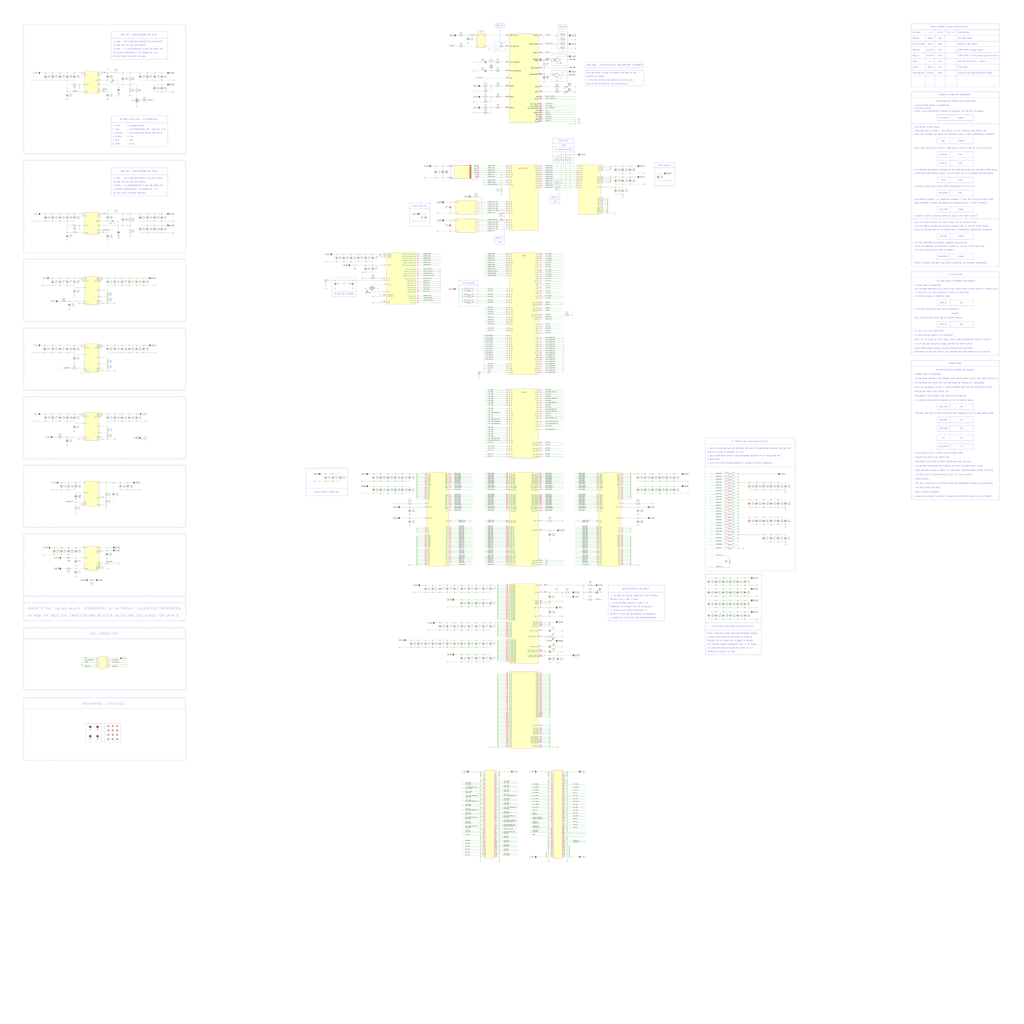
<source format=kicad_sch>
(kicad_sch (version 20211123) (generator eeschema)
  (paper "User" 1800 1800)
  (lib_symbols
    (symbol "AND_Gate:AND_GATE" (pin_names (offset 1.016))
      (symbol "AND_GATE_1_1"
        (pin input line (at -7.62 1.27 0) (length 3.81) (name "~") (number "1"))
        (pin input line (at -7.62 -1.27 0) (length 3.81) (name "~") (number "2"))
        (pin output line (at -1.27 -2.54 90) (length 0) hide (name "GND") (number "3"))
        (pin output line (at 6.35 0 180) (length 3.81) (name "~") (number "4"))
        (pin output line (at -1.27 2.54 270) (length 0) hide (name "VDD") (number "5"))
      )
    )
    (symbol "BASIC:C" (pin_numbers hide) (pin_names (offset 0.254))
      (property "Reference" "C" (at 3.81 1.27 0))
      (property "Value" "C" (at 3.81 -1.27 0))
      (symbol "C_1_1"
        (pin passive line (at 0 3.81 270) (length 2.794) (name "~") (number "1"))
        (pin passive line (at 0 -3.81 90) (length 2.794) (name "~") (number "2"))
      )
    )
    (symbol "BASIC:CP" (pin_numbers hide) (pin_names (offset 0.254))
      (property "Reference" "C" (at 3.81 1.27 0))
      (property "Value" "CP" (at 3.81 -1.27 0))
      (symbol "CP_1_1"
        (pin passive line (at 0 3.81 270) (length 2.794) (name "~") (number "1"))
        (pin passive line (at 0 -3.81 90) (length 2.794) (name "~") (number "2"))
      )
    )
    (symbol "BASIC:CPU_VDD" (power) (pin_names (offset 0))
      (property "Value" "CPU_VDD" (at 5.08 -1.27 0))
      (symbol "CPU_VDD_1_1"
        (pin power_in line (at 13.97 -1.27 180) (length 0) hide (name "CPU_VDD") (number "1"))
      )
    )
    (symbol "BASIC:D" (pin_numbers hide) (pin_names (offset 1.016) hide)
      (property "Reference" "D" (at -2.54 3.81 0))
      (property "Value" "D" (at 2.54 3.81 0))
      (symbol "D_1_1"
        (pin passive line (at -3.81 0 0) (length 2.54) (name "K") (number "1"))
        (pin passive line (at 3.81 0 180) (length 2.54) (name "A") (number "2"))
      )
    )
    (symbol "BASIC:Fiducial Marker" (in_bom no))
    (symbol "BASIC:GND" (power) (pin_names (offset 0))
      (symbol "GND_1_1"
        (pin power_in line (at 0 0 270) (length 0) hide (name "GND") (number "1"))
      )
    )
    (symbol "BASIC:L" (pin_numbers hide) (pin_names (offset 1.016) hide)
      (property "Reference" "L" (at 2.54 1.27 90))
      (property "Value" "L" (at 2.54 -1.27 90))
      (symbol "L_1_1"
        (pin passive line (at 0 3.81 270) (length 1.27) (name "1") (number "1"))
        (pin passive line (at 0 -3.81 90) (length 1.27) (name "2") (number "2"))
      )
    )
    (symbol "BASIC:LED" (pin_numbers hide) (pin_names (offset 1.016) hide)
      (symbol "LED_1_1"
        (pin passive line (at -3.81 0 0) (length 2.54) (name "K") (number "1"))
        (pin passive line (at 3.81 0 180) (length 2.54) (name "A") (number "2"))
      )
    )
    (symbol "BASIC:R" (pin_numbers hide) (pin_names (offset 0))
      (property "Reference" "R" (at 2.54 -1.27 0))
      (property "Value" "R" (at 2.54 1.27 0))
      (symbol "R_1_1"
        (pin passive line (at 0 3.81 270) (length 1.27) (name "~") (number "1"))
        (pin passive line (at 0 -3.81 90) (length 1.27) (name "~") (number "2"))
      )
    )
    (symbol "BASIC:TP" (pin_numbers hide) (pin_names (offset 0.762) hide) (in_bom no)
      (symbol "TP_1_1"
        (pin passive line (at 0 0 90) (length 2.54) (name "1") (number "1"))
      )
    )
    (symbol "BASIC:VDDA" (power) (pin_names (offset 0))
      (property "Value" "VDDA" (at 5.08 -1.27 0))
      (symbol "VDDA_1_1"
        (pin power_in line (at 13.97 -1.27 180) (length 0) hide (name "VDDA") (number "1"))
      )
    )
    (symbol "BASIC:VDDS_DDR" (power) (pin_names (offset 0))
      (property "Value" "VDDS_DDR" (at 5.08 -1.27 0))
      (symbol "VDDS_DDR_1_1"
        (pin power_in line (at 13.97 -1.27 180) (length 0) hide (name "VDDS_DDR") (number "1"))
      )
    )
    (symbol "BASIC:VDD_CORE" (power) (pin_names (offset 0))
      (property "Value" "VDD_CORE" (at 5.08 -1.27 0))
      (symbol "VDD_CORE_1_1"
        (pin power_in line (at 13.97 -1.27 180) (length 0) hide (name "VDD_CORE") (number "1"))
      )
    )
    (symbol "BASIC:VDD_PER" (power) (pin_names (offset 0))
      (property "Value" "VDD_PER" (at 5.08 -1.27 0))
      (symbol "VDD_PER_1_1"
        (pin power_in line (at 13.97 -1.27 180) (length 0) hide (name "VDD_PER") (number "1"))
      )
    )
    (symbol "BASIC:VDD_USB" (power) (pin_names (offset 0))
      (property "Value" "VDD_USB" (at 5.08 -1.27 0))
      (symbol "VDD_USB_1_1"
        (pin power_in line (at 13.97 -1.27 180) (length 0) hide (name "VDD_USB") (number "1"))
      )
    )
    (symbol "BASIC:VIN" (power) (pin_names (offset 0))
      (property "Value" "VIN" (at 5.08 -1.27 0))
      (symbol "VIN_1_1"
        (pin power_in line (at 13.97 -1.27 180) (length 0) hide (name "VIN") (number "1"))
      )
    )
    (symbol "BASIC:VREF_DDR" (power) (pin_names (offset 0))
      (property "Value" "VREF_DDR" (at 5.08 -1.27 0))
      (symbol "VREF_DDR_1_1"
        (pin power_in line (at 13.97 -1.27 180) (length 0) hide (name "VREF_DDR") (number "1"))
      )
    )
    (symbol "BASIC:VTT_DDR" (power) (pin_names (offset 0))
      (property "Value" "VTT_DDR" (at 5.715 -1.27 0))
      (symbol "VTT_DDR_1_1"
        (pin power_in line (at 13.97 -1.27 180) (length 0) hide (name "VTT_DDR") (number "1"))
      )
    )
    (symbol "BASIC:VTT_IN" (power) (pin_names (offset 0))
      (property "Value" "VTT_IN" (at 5.08 -1.27 0))
      (symbol "VTT_IN_1_1"
        (pin power_in line (at 13.97 -1.27 180) (length 0) hide (name "VTT_IN") (number "1"))
      )
    )
    (symbol "CPU-MCU:STM32MP1_BASE" (pin_names (offset 0.254))
      (symbol "STM32MP1_BASE_1_1"
        (pin power_in line (at 58.42 -71.12 180) (length 7.62) (name "VDDA1V8_REG") (number "AB12"))
        (pin bidirectional line (at 58.42 -146.05 180) (length 7.62) (name "PC7") (number "D13"))
        (pin input line (at 58.42 -134.62 180) (length 7.62) (name "JTDI") (number "D16"))
        (pin input line (at 58.42 -123.19 180) (length 7.62) (name "JTCK-SWCLK") (number "D17"))
        (pin bidirectional line (at 58.42 -142.24 180) (length 7.62) (name "PC6") (number "E13"))
        (pin input line (at 58.42 -138.43 180) (length 7.62) (name "NJTRST") (number "E15"))
        (pin output line (at 58.42 -130.81 180) (length 7.62) (name "JTDO-TRACESWO") (number "E16"))
        (pin bidirectional line (at 58.42 -127 180) (length 7.62) (name "JTMS-SWDIO") (number "E17"))
        (pin bidirectional line (at 58.42 -110.49 180) (length 7.62) (name "PI8") (number "N1"))
        (pin bidirectional line (at 58.42 -114.3 180) (length 7.62) (name "PC13") (number "N2"))
        (pin input line (at -7.62 -91.44 0) (length 7.62) (name "BOOT0") (number "N3"))
        (pin input line (at -7.62 -110.49 0) (length 7.62) (name "BOOT1") (number "N4"))
        (pin bidirectional line (at -7.62 -49.53 0) (length 7.62) (name "PC14-OSC32_IN") (number "P1"))
        (pin bidirectional line (at -7.62 -64.77 0) (length 7.62) (name "PC15-OSC32_OUT") (number "P2"))
        (pin input line (at -7.62 -129.54 0) (length 7.62) (name "BOOT2") (number "P4"))
        (pin input line (at 58.42 -59.69 180) (length 7.62) (name "NRST_CORE") (number "R1"))
        (pin bidirectional line (at 58.42 -46.99 180) (length 7.62) (name "NRST") (number "R2"))
        (pin bidirectional line (at 58.42 -101.6 180) (length 7.62) (name "PA14") (number "R3"))
        (pin bidirectional line (at -7.62 -2.54 0) (length 7.62) (name "PH0-OSC_IN") (number "T1"))
        (pin bidirectional line (at -7.62 -21.59 0) (length 7.62) (name "PH1-OSC_OUT") (number "T2"))
        (pin bidirectional line (at -7.62 -77.47 0) (length 7.62) (name "PI11") (number "T3"))
        (pin output line (at 58.42 -33.02 180) (length 7.62) (name "PWR_LP") (number "U1"))
        (pin bidirectional line (at 58.42 -153.67 180) (length 7.62) (name "PG11") (number "U11"))
        (pin input line (at 58.42 -17.78 180) (length 7.62) (name "PDR_ON_CORE") (number "U2"))
        (pin output line (at 58.42 -44.45 180) (length 7.62) (name "PWR_ON") (number "V1"))
        (pin bidirectional line (at 58.42 -149.86 180) (length 7.62) (name "PB2") (number "V13"))
        (pin input line (at 58.42 -2.54 180) (length 7.62) (name "PDR_ON") (number "V2"))
        (pin bidirectional line (at 58.42 -92.71 180) (length 7.62) (name "PA13") (number "W3"))
      )
      (symbol "STM32MP1_BASE_2_1"
        (text "DISPLAY" (at 25.4 -6.35 0) (effects (font (size 1.524 1.524))))
        (pin unspecified line (at 58.42 -105.41 180) (length 7.62) (name "DSI_D0N") (number "A15"))
        (pin unspecified line (at 58.42 -95.25 180) (length 7.62) (name "DSI_CKN") (number "A16"))
        (pin unspecified line (at 58.42 -115.57 180) (length 7.62) (name "DSI_D1N") (number "A17"))
        (pin bidirectional line (at -7.62 -29.21 0) (length 7.62) (name "PK6") (number "A5"))
        (pin bidirectional line (at -7.62 -21.59 0) (length 7.62) (name "PK4") (number "A6"))
        (pin bidirectional line (at -7.62 -50.8 0) (length 7.62) (name "PJ13") (number "A7"))
        (pin bidirectional line (at -7.62 -13.97 0) (length 7.62) (name "PD10") (number "A8"))
        (pin bidirectional line (at 58.42 -6.35 180) (length 7.62) (name "PH10") (number "B1"))
        (pin unspecified line (at 58.42 -109.22 180) (length 7.62) (name "DSI_D0P") (number "B15"))
        (pin unspecified line (at 58.42 -99.06 180) (length 7.62) (name "DSI_CKP") (number "B16"))
        (pin unspecified line (at 58.42 -119.38 180) (length 7.62) (name "DSI_D1P") (number "B17"))
        (pin bidirectional line (at -7.62 -87.63 0) (length 7.62) (name "PH11") (number "B3"))
        (pin bidirectional line (at -7.62 -115.57 0) (length 7.62) (name "PK7") (number "B5"))
        (pin bidirectional line (at -7.62 -17.78 0) (length 7.62) (name "PK3") (number "B6"))
        (pin bidirectional line (at -7.62 -10.16 0) (length 7.62) (name "PJ14") (number "B7"))
        (pin bidirectional line (at -7.62 -2.54 0) (length 7.62) (name "PJ12") (number "B8"))
        (pin bidirectional line (at 58.42 -44.45 180) (length 7.62) (name "PH15") (number "C1"))
        (pin bidirectional line (at 58.42 -17.78 180) (length 7.62) (name "PH14") (number "C2"))
        (pin bidirectional line (at -7.62 -95.25 0) (length 7.62) (name "PE15") (number "C4"))
        (pin bidirectional line (at 58.42 -10.16 180) (length 7.62) (name "PE0") (number "C5"))
        (pin bidirectional line (at -7.62 -25.4 0) (length 7.62) (name "PK5") (number "C6"))
        (pin bidirectional line (at 58.42 -52.07 180) (length 7.62) (name "PI0") (number "D1"))
        (pin bidirectional line (at -7.62 -109.22 0) (length 7.62) (name "PI14") (number "D2"))
        (pin bidirectional line (at -7.62 -43.18 0) (length 7.62) (name "PH13") (number "D3"))
        (pin bidirectional line (at 58.42 -58.42 180) (length 7.62) (name "PH8") (number "D6"))
        (pin bidirectional line (at 58.42 -13.97 180) (length 7.62) (name "PE1") (number "D7"))
        (pin bidirectional line (at -7.62 -54.61 0) (length 7.62) (name "PK0") (number "D8"))
        (pin bidirectional line (at 58.42 -36.83 180) (length 7.62) (name "PI2") (number "E1"))
        (pin bidirectional line (at -7.62 -119.38 0) (length 7.62) (name "PA15") (number "E11"))
        (pin bidirectional line (at -7.62 -58.42 0) (length 7.62) (name "PI1") (number "E2"))
        (pin bidirectional line (at 58.42 -40.64 180) (length 7.62) (name "PI3") (number "E3"))
        (pin bidirectional line (at 58.42 -2.54 180) (length 7.62) (name "PH9") (number "E6"))
        (pin bidirectional line (at 58.42 -72.39 180) (length 7.62) (name "PK1") (number "E7"))
        (pin bidirectional line (at -7.62 -62.23 0) (length 7.62) (name "PK2") (number "E8"))
        (pin bidirectional line (at 58.42 -29.21 180) (length 7.62) (name "PI7") (number "F1"))
        (pin bidirectional line (at 58.42 -62.23 180) (length 7.62) (name "PI5") (number "F2"))
        (pin bidirectional line (at -7.62 -68.58 0) (length 7.62) (name "PI15") (number "F3"))
        (pin bidirectional line (at -7.62 -91.44 0) (length 7.62) (name "PH12") (number "F5"))
        (pin bidirectional line (at 58.42 -25.4 180) (length 7.62) (name "PI6") (number "G5"))
        (pin bidirectional line (at -7.62 -105.41 0) (length 7.62) (name "PI13") (number "H1"))
        (pin bidirectional line (at -7.62 -101.6 0) (length 7.62) (name "PI12") (number "H2"))
        (pin bidirectional line (at -7.62 -39.37 0) (length 7.62) (name "PJ8") (number "H6"))
        (pin bidirectional line (at -7.62 -83.82 0) (length 7.62) (name "PJ3") (number "J1"))
        (pin bidirectional line (at -7.62 -72.39 0) (length 7.62) (name "PJ0") (number "J2"))
        (pin bidirectional line (at -7.62 -46.99 0) (length 7.62) (name "PJ10") (number "J3"))
        (pin bidirectional line (at -7.62 -6.35 0) (length 7.62) (name "PG12") (number "J4"))
        (pin bidirectional line (at 58.42 -21.59 180) (length 7.62) (name "PI4") (number "J6"))
        (pin bidirectional line (at -7.62 -80.01 0) (length 7.62) (name "PJ2") (number "K4"))
        (pin bidirectional line (at -7.62 -35.56 0) (length 7.62) (name "PJ7") (number "L4"))
        (pin bidirectional line (at -7.62 -76.2 0) (length 7.62) (name "PJ1") (number "L6"))
        (pin bidirectional line (at 58.42 -33.02 180) (length 7.62) (name "PH6") (number "V11"))
        (pin bidirectional line (at 58.42 -48.26 180) (length 7.62) (name "PF11") (number "W8"))
        (pin bidirectional line (at 58.42 -66.04 180) (length 7.62) (name "PA6") (number "W9"))
      )
      (symbol "STM32MP1_BASE_3_1"
        (text "BOOT MEMORY" (at 24.13 -6.35 0) (effects (font (size 1.524 1.524))))
        (pin bidirectional line (at 58.42 -33.02 180) (length 7.62) (name "PE3") (number "A10"))
        (pin bidirectional line (at 58.42 -21.59 180) (length 7.62) (name "PA9") (number "A11"))
        (pin bidirectional line (at 58.42 -10.16 180) (length 7.62) (name "PB3") (number "A12"))
        (pin bidirectional line (at 58.42 -2.54 180) (length 7.62) (name "PB14") (number "A13"))
        (pin bidirectional line (at -7.62 -77.47 0) (length 7.62) (name "PF7") (number "AA10"))
        (pin bidirectional line (at -7.62 -81.28 0) (length 7.62) (name "PF6") (number "AA11"))
        (pin bidirectional line (at -7.62 -109.22 0) (length 7.62) (name "PG10") (number "AA9"))
        (pin bidirectional line (at -7.62 -69.85 0) (length 7.62) (name "PF8") (number "AB10"))
        (pin bidirectional line (at -7.62 -73.66 0) (length 7.62) (name "PF9") (number "AB11"))
        (pin bidirectional line (at -7.62 -101.6 0) (length 7.62) (name "PH2") (number "AB7"))
        (pin bidirectional line (at 58.42 -29.21 180) (length 7.62) (name "PD3") (number "B11"))
        (pin bidirectional line (at 58.42 -6.35 180) (length 7.62) (name "PB15") (number "B12"))
        (pin bidirectional line (at 58.42 -17.78 180) (length 7.62) (name "PA8") (number "B13"))
        (pin bidirectional line (at 58.42 -25.4 180) (length 7.62) (name "PE5") (number "C12"))
        (pin bidirectional line (at 58.42 -13.97 180) (length 7.62) (name "PB4") (number "C13"))
        (pin bidirectional line (at 58.42 -36.83 180) (length 7.62) (name "PG6") (number "D11"))
        (pin bidirectional line (at -7.62 -21.59 0) (length 7.62) (name "PD2") (number "D12"))
        (pin bidirectional line (at -7.62 -6.35 0) (length 7.62) (name "PC9") (number "D14"))
        (pin bidirectional line (at -7.62 -13.97 0) (length 7.62) (name "PC11") (number "D15"))
        (pin bidirectional line (at -7.62 -17.78 0) (length 7.62) (name "PC12") (number "E12"))
        (pin bidirectional line (at -7.62 -2.54 0) (length 7.62) (name "PC8") (number "E14"))
        (pin bidirectional line (at -7.62 -10.16 0) (length 7.62) (name "PE6") (number "E9"))
        (pin bidirectional line (at 58.42 -40.64 180) (length 7.62) (name "PB7") (number "F11"))
        (pin bidirectional line (at -7.62 -27.94 0) (length 7.62) (name "PB9") (number "F12"))
        (pin bidirectional line (at -7.62 -35.56 0) (length 7.62) (name "PC10") (number "F14"))
        (pin bidirectional line (at -7.62 -31.75 0) (length 7.62) (name "PE4") (number "F15"))
        (pin bidirectional line (at -7.62 -97.79 0) (length 7.62) (name "PC0") (number "U10"))
        (pin bidirectional line (at -7.62 -85.09 0) (length 7.62) (name "PF10") (number "V12"))
        (pin bidirectional line (at -7.62 -66.04 0) (length 7.62) (name "PB6") (number "W13"))
        (pin bidirectional line (at -7.62 -113.03 0) (length 7.62) (name "PG7") (number "Y11"))
        (pin bidirectional line (at -7.62 -105.41 0) (length 7.62) (name "PH3") (number "Y6"))
      )
      (symbol "STM32MP1_BASE_4_1"
        (pin bidirectional line (at 58.42 -12.7 180) (length 7.62) (name "DDR_DQ20") (number "A20"))
        (pin bidirectional line (at 58.42 -15.24 180) (length 7.62) (name "DDR_DQ23") (number "A21"))
        (pin output line (at 58.42 -154.94 180) (length 7.62) (name "DDR_ATO") (number "AA19"))
        (pin bidirectional line (at 58.42 -52.07 180) (length 7.62) (name "DDR_DQ29") (number "AA20"))
        (pin bidirectional line (at 58.42 -49.53 180) (length 7.62) (name "DDR_DQ28") (number "AA21"))
        (pin output line (at 58.42 -67.31 180) (length 7.62) (name "DDR_DQM3") (number "AA22"))
        (pin unspecified line (at 58.42 -101.6 180) (length 7.62) (name "DDR_VREF") (number "AB19"))
        (pin bidirectional line (at 58.42 -46.99 180) (length 7.62) (name "DDR_DQ27") (number "AB20"))
        (pin bidirectional line (at 58.42 -44.45 180) (length 7.62) (name "DDR_DQ26") (number "AB21"))
        (pin bidirectional line (at 58.42 -10.16 180) (length 7.62) (name "DDR_DQ19") (number "B20"))
        (pin bidirectional line (at 58.42 -2.54 180) (length 7.62) (name "DDR_DQ16") (number "B21"))
        (pin bidirectional line (at 58.42 -24.13 180) (length 7.62) (name "DDR_DQS2N") (number "B22"))
        (pin bidirectional line (at 58.42 -26.67 180) (length 7.62) (name "DDR_DQS2P") (number "C21"))
        (pin output line (at 58.42 -30.48 180) (length 7.62) (name "DDR_DQM2") (number "C22"))
        (pin bidirectional line (at 58.42 -17.78 180) (length 7.62) (name "DDR_DQ22") (number "D20"))
        (pin bidirectional line (at 58.42 -5.08 180) (length 7.62) (name "DDR_DQ17") (number "D21"))
        (pin bidirectional line (at 58.42 -7.62 180) (length 7.62) (name "DDR_DQ18") (number "D22"))
        (pin bidirectional line (at -7.62 -10.16 0) (length 7.62) (name "DDR_DQ3") (number "E20"))
        (pin bidirectional line (at -7.62 -2.54 0) (length 7.62) (name "DDR_DQ0") (number "E21"))
        (pin bidirectional line (at 58.42 -20.32 180) (length 7.62) (name "DDR_DQ21") (number "E22"))
        (pin output line (at -7.62 -113.03 0) (length 7.62) (name "DDR_A7") (number "F18"))
        (pin output line (at -7.62 -162.56 0) (length 7.62) (name "DDR_RESETN") (number "F19"))
        (pin bidirectional line (at -7.62 -5.08 0) (length 7.62) (name "DDR_DQ1") (number "F21"))
        (pin output line (at -7.62 -128.27 0) (length 7.62) (name "DDR_A13") (number "G18"))
        (pin bidirectional line (at -7.62 -20.32 0) (length 7.62) (name "DDR_DQ7") (number "G19"))
        (pin output line (at -7.62 -30.48 0) (length 7.62) (name "DDR_DQM0") (number "G20"))
        (pin bidirectional line (at -7.62 -24.13 0) (length 7.62) (name "DDR_DQS0N") (number "G21"))
        (pin bidirectional line (at -7.62 -26.67 0) (length 7.62) (name "DDR_DQS0P") (number "G22"))
        (pin output line (at -7.62 -118.11 0) (length 7.62) (name "DDR_A9") (number "H18"))
        (pin output line (at -7.62 -107.95 0) (length 7.62) (name "DDR_A5") (number "H19"))
        (pin bidirectional line (at -7.62 -15.24 0) (length 7.62) (name "DDR_DQ5") (number "H20"))
        (pin bidirectional line (at -7.62 -7.62 0) (length 7.62) (name "DDR_DQ2") (number "H21"))
        (pin bidirectional line (at -7.62 -17.78 0) (length 7.62) (name "DDR_DQ6") (number "H22"))
        (pin output line (at -7.62 -100.33 0) (length 7.62) (name "DDR_A2") (number "J18"))
        (pin output line (at -7.62 -102.87 0) (length 7.62) (name "DDR_A3") (number "J19"))
        (pin bidirectional line (at -7.62 -12.7 0) (length 7.62) (name "DDR_DQ4") (number "J21"))
        (pin output line (at -7.62 -142.24 0) (length 7.62) (name "DDR_BA2") (number "K18"))
        (pin output line (at -7.62 -95.25 0) (length 7.62) (name "DDR_A0") (number "K19"))
        (pin output line (at -7.62 -137.16 0) (length 7.62) (name "DDR_BA0") (number "K20"))
        (pin output line (at 58.42 -162.56 180) (length 7.62) (name "DDR_DTO1") (number "K21"))
        (pin unspecified line (at 58.42 -85.09 180) (length 7.62) (name "DDR_ZQ") (number "K22"))
        (pin output line (at -7.62 -151.13 0) (length 7.62) (name "DDR_CSN") (number "L18"))
        (pin output line (at -7.62 -158.75 0) (length 7.62) (name "DDR_ODT") (number "L21"))
        (pin output line (at 58.42 -158.75 180) (length 7.62) (name "DDR_DTO0") (number "L22"))
        (pin output line (at -7.62 -97.79 0) (length 7.62) (name "DDR_A1") (number "M18"))
        (pin output line (at -7.62 -133.35 0) (length 7.62) (name "DDR_A15") (number "M19"))
        (pin output line (at -7.62 -146.05 0) (length 7.62) (name "DDR_RASN") (number "M20"))
        (pin output line (at -7.62 -156.21 0) (length 7.62) (name "DDR_WEN") (number "M21"))
        (pin output line (at -7.62 -148.59 0) (length 7.62) (name "DDR_CASN") (number "M22"))
        (pin output line (at -7.62 -120.65 0) (length 7.62) (name "DDR_A10") (number "N18"))
        (pin output line (at -7.62 -125.73 0) (length 7.62) (name "DDR_A12") (number "N19"))
        (pin output line (at -7.62 -87.63 0) (length 7.62) (name "DDR_CLKP") (number "N20"))
        (pin output line (at -7.62 -85.09 0) (length 7.62) (name "DDR_CLKN") (number "N21"))
        (pin bidirectional line (at -7.62 -39.37 0) (length 7.62) (name "DDR_DQ8") (number "N22"))
        (pin output line (at -7.62 -130.81 0) (length 7.62) (name "DDR_A14") (number "P18"))
        (pin output line (at -7.62 -123.19 0) (length 7.62) (name "DDR_A11") (number "P19"))
        (pin bidirectional line (at -7.62 -44.45 0) (length 7.62) (name "DDR_DQ10") (number "P21"))
        (pin input line (at -7.62 -139.7 0) (length 7.62) (name "DDR_BA1") (number "R18"))
        (pin input line (at -7.62 -153.67 0) (length 7.62) (name "DDR_CKE") (number "R19"))
        (pin bidirectional line (at -7.62 -52.07 0) (length 7.62) (name "DDR_DQ13") (number "R20"))
        (pin bidirectional line (at -7.62 -41.91 0) (length 7.62) (name "DDR_DQ9") (number "R21"))
        (pin bidirectional line (at -7.62 -60.96 0) (length 7.62) (name "DDR_DQS1N") (number "R22"))
        (pin output line (at -7.62 -105.41 0) (length 7.62) (name "DDR_A4") (number "T18"))
        (pin bidirectional line (at -7.62 -46.99 0) (length 7.62) (name "DDR_DQ11") (number "T20"))
        (pin output line (at -7.62 -67.31 0) (length 7.62) (name "DDR_DQM1") (number "T21"))
        (pin bidirectional line (at -7.62 -63.5 0) (length 7.62) (name "DDR_DQS1P") (number "T22"))
        (pin output line (at -7.62 -115.57 0) (length 7.62) (name "DDR_A8") (number "U18"))
        (pin output line (at -7.62 -110.49 0) (length 7.62) (name "DDR_A6") (number "U19"))
        (pin bidirectional line (at -7.62 -54.61 0) (length 7.62) (name "DDR_DQ14") (number "U21"))
        (pin bidirectional line (at -7.62 -49.53 0) (length 7.62) (name "DDR_DQ12") (number "V20"))
        (pin bidirectional line (at -7.62 -57.15 0) (length 7.62) (name "DDR_DQ15") (number "V21"))
        (pin bidirectional line (at 58.42 -39.37 180) (length 7.62) (name "DDR_DQ24") (number "V22"))
        (pin bidirectional line (at 58.42 -41.91 180) (length 7.62) (name "DDR_DQ25") (number "W20"))
        (pin bidirectional line (at 58.42 -57.15 180) (length 7.62) (name "DDR_DQ31") (number "W21"))
        (pin bidirectional line (at 58.42 -54.61 180) (length 7.62) (name "DDR_DQ30") (number "W22"))
        (pin bidirectional line (at 58.42 -63.5 180) (length 7.62) (name "DDR_DQS3P") (number "Y21"))
        (pin bidirectional line (at 58.42 -60.96 180) (length 7.62) (name "DDR_DQS3N") (number "Y22"))
      )
      (symbol "STM32MP1_BASE_5_1"
        (text "COMM" (at 25.4 -5.08 0) (effects (font (size 1.524 1.524))))
        (pin bidirectional line (at -7.62 -77.47 0) (length 7.62) (name "PH5") (number "A2"))
        (pin bidirectional line (at -7.62 -73.66 0) (length 7.62) (name "PH4") (number "A3"))
        (pin bidirectional line (at -7.62 -104.14 0) (length 7.62) (name "PE13") (number "A4"))
        (pin bidirectional line (at -7.62 -10.16 0) (length 7.62) (name "PD5") (number "A9"))
        (pin bidirectional line (at 58.42 -30.48 180) (length 7.62) (name "PG13") (number "AA1"))
        (pin unspecified line (at 58.42 -97.79 180) (length 7.62) (name "USB_DM2") (number "AA14"))
        (pin unspecified line (at 58.42 -91.44 180) (length 7.62) (name "USB_DP1") (number "AA15"))
        (pin unspecified line (at 58.42 -109.22 180) (length 7.62) (name "USB_RREF") (number "AA17"))
        (pin bidirectional line (at 58.42 -34.29 180) (length 7.62) (name "PG14") (number "AA2"))
        (pin bidirectional line (at 58.42 -62.23 180) (length 7.62) (name "PA0") (number "AA3"))
        (pin bidirectional line (at 58.42 -165.1 180) (length 7.62) (name "PB1") (number "AA5"))
        (pin bidirectional line (at 58.42 -6.35 180) (length 7.62) (name "PC5") (number "AA6"))
        (pin bidirectional line (at -7.62 -118.11 0) (length 7.62) (name "PB12") (number "AA7"))
        (pin bidirectional line (at 58.42 -180.34 180) (length 7.62) (name "PB5") (number "AA8"))
        (pin unspecified line (at 58.42 -101.6 180) (length 7.62) (name "USB_DP2") (number "AB14"))
        (pin unspecified line (at 58.42 -87.63 180) (length 7.62) (name "USB_DM1") (number "AB15"))
        (pin bidirectional line (at 58.42 -71.12 180) (length 7.62) (name "PA2") (number "AB2"))
        (pin bidirectional line (at 58.42 -67.31 180) (length 7.62) (name "PC1") (number "AB3"))
        (pin bidirectional line (at 58.42 -76.2 180) (length 7.62) (name "PG4") (number "AB4"))
        (pin bidirectional line (at 58.42 -10.16 180) (length 7.62) (name "PB0") (number "AB5"))
        (pin bidirectional line (at 58.42 -2.54 180) (length 7.62) (name "PC4") (number "AB6"))
        (pin bidirectional line (at 58.42 -184.15 180) (length 7.62) (name "PB8") (number "AB8"))
        (pin bidirectional line (at 58.42 -187.96 180) (length 7.62) (name "PD11") (number "AB9"))
        (pin bidirectional line (at -7.62 -2.54 0) (length 7.62) (name "PD1") (number "B10"))
        (pin bidirectional line (at -7.62 -107.95 0) (length 7.62) (name "PE14") (number "B4"))
        (pin bidirectional line (at -7.62 -25.4 0) (length 7.62) (name "PF1") (number "B9"))
        (pin bidirectional line (at -7.62 -21.59 0) (length 7.62) (name "PD0") (number "C10"))
        (pin bidirectional line (at -7.62 -187.96 0) (length 7.62) (name "PJ15") (number "C7"))
        (pin bidirectional line (at -7.62 -6.35 0) (length 7.62) (name "PD4") (number "C9"))
        (pin bidirectional line (at -7.62 -17.78 0) (length 7.62) (name "PG15") (number "D10"))
        (pin bidirectional line (at -7.62 -96.52 0) (length 7.62) (name "PE11") (number "D5"))
        (pin bidirectional line (at -7.62 -40.64 0) (length 7.62) (name "PF5") (number "D9"))
        (pin bidirectional line (at -7.62 -29.21 0) (length 7.62) (name "PF0") (number "E10"))
        (pin bidirectional line (at -7.62 -100.33 0) (length 7.62) (name "PE12") (number "E4"))
        (pin bidirectional line (at -7.62 -13.97 0) (length 7.62) (name "PD7") (number "F10"))
        (pin bidirectional line (at -7.62 -36.83 0) (length 7.62) (name "PF2") (number "F13"))
        (pin bidirectional line (at 58.42 -137.16 180) (length 7.62) (name "PZ3") (number "F4"))
        (pin bidirectional line (at -7.62 -33.02 0) (length 7.62) (name "PF4") (number "F9"))
        (pin bidirectional line (at -7.62 -83.82 0) (length 7.62) (name "PZ4") (number "G1"))
        (pin bidirectional line (at 58.42 -125.73 180) (length 7.62) (name "PZ0") (number "G2"))
        (pin bidirectional line (at 58.42 -140.97 180) (length 7.62) (name "PZ6") (number "G3"))
        (pin bidirectional line (at -7.62 -146.05 0) (length 7.62) (name "PZ7") (number "H3"))
        (pin bidirectional line (at -7.62 -87.63 0) (length 7.62) (name "PZ5") (number "H4"))
        (pin bidirectional line (at 58.42 -129.54 180) (length 7.62) (name "PZ1") (number "H5"))
        (pin bidirectional line (at -7.62 -149.86 0) (length 7.62) (name "PI9") (number "J5"))
        (pin bidirectional line (at -7.62 -176.53 0) (length 7.62) (name "PJ5") (number "K1"))
        (pin bidirectional line (at -7.62 -172.72 0) (length 7.62) (name "PJ4") (number "K2"))
        (pin bidirectional line (at 58.42 -133.35 180) (length 7.62) (name "PZ2") (number "K5"))
        (pin bidirectional line (at -7.62 -153.67 0) (length 7.62) (name "PJ11") (number "K6"))
        (pin bidirectional line (at -7.62 -168.91 0) (length 7.62) (name "PD15") (number "L1"))
        (pin bidirectional line (at -7.62 -184.15 0) (length 7.62) (name "PJ9") (number "L2"))
        (pin bidirectional line (at -7.62 -157.48 0) (length 7.62) (name "PD6") (number "L3"))
        (pin bidirectional line (at -7.62 -180.34 0) (length 7.62) (name "PJ6") (number "L5"))
        (pin bidirectional line (at -7.62 -161.29 0) (length 7.62) (name "PD8") (number "M1"))
        (pin bidirectional line (at -7.62 -203.2 0) (length 7.62) (name "PD9") (number "M2"))
        (pin bidirectional line (at -7.62 -165.1 0) (length 7.62) (name "PD14") (number "M3"))
        (pin unspecified line (at -7.62 -207.01 0) (length 7.62) (name "ANA0") (number "R4"))
        (pin bidirectional line (at 58.42 -58.42 180) (length 7.62) (name "PA3") (number "T4"))
        (pin unspecified line (at -7.62 -210.82 0) (length 7.62) (name "ANA1") (number "T5"))
        (pin bidirectional line (at 58.42 -45.72 180) (length 7.62) (name "PC3") (number "U3"))
        (pin bidirectional line (at 58.42 -161.29 180) (length 7.62) (name "PG3") (number "U4"))
        (pin bidirectional line (at -7.62 -199.39 0) (length 7.62) (name "PA5") (number "U5"))
        (pin bidirectional line (at 58.42 -172.72 180) (length 7.62) (name "PG5") (number "U8"))
        (pin bidirectional line (at -7.62 -121.92 0) (length 7.62) (name "PB13") (number "V10"))
        (pin bidirectional line (at 58.42 -203.2 180) (length 7.62) (name "PD13") (number "V14"))
        (pin unspecified line (at 58.42 -113.03 180) (length 7.62) (name "OTG_VBUS") (number "V15"))
        (pin bidirectional line (at 58.42 -80.01 180) (length 7.62) (name "PF3") (number "V3"))
        (pin bidirectional line (at 58.42 -17.78 180) (length 7.62) (name "PA1") (number "V4"))
        (pin bidirectional line (at -7.62 -195.58 0) (length 7.62) (name "PA4") (number "V6"))
        (pin bidirectional line (at -7.62 -63.5 0) (length 7.62) (name "PF14") (number "V7"))
        (pin bidirectional line (at 58.42 -176.53 180) (length 7.62) (name "PF12") (number "V8"))
        (pin bidirectional line (at -7.62 -114.3 0) (length 7.62) (name "PB10") (number "V9"))
        (pin bidirectional line (at 58.42 -25.4 180) (length 7.62) (name "PI10") (number "W1"))
        (pin bidirectional line (at 58.42 -191.77 180) (length 7.62) (name "PE7") (number "W10"))
        (pin bidirectional line (at 58.42 -195.58 180) (length 7.62) (name "PE9") (number "W11"))
        (pin bidirectional line (at -7.62 -125.73 0) (length 7.62) (name "PD12") (number "W12"))
        (pin bidirectional line (at 58.42 -207.01 180) (length 7.62) (name "PE10") (number "W14"))
        (pin bidirectional line (at 58.42 -210.82 180) (length 7.62) (name "PG9") (number "W15"))
        (pin bidirectional line (at -7.62 -137.16 0) (length 7.62) (name "PA12") (number "W16"))
        (pin bidirectional line (at 58.42 -13.97 180) (length 7.62) (name "PH7") (number "W2"))
        (pin bidirectional line (at 58.42 -157.48 180) (length 7.62) (name "PG2") (number "W4"))
        (pin bidirectional line (at 58.42 -149.86 180) (length 7.62) (name "PG0") (number "W5"))
        (pin bidirectional line (at -7.62 -67.31 0) (length 7.62) (name "PF15") (number "W6"))
        (pin bidirectional line (at 58.42 -168.91 180) (length 7.62) (name "PF13") (number "W7"))
        (pin bidirectional line (at 58.42 -38.1 180) (length 7.62) (name "PC2") (number "Y1"))
        (pin bidirectional line (at 58.42 -199.39 180) (length 7.62) (name "PE8") (number "Y12"))
        (pin bidirectional line (at -7.62 -133.35 0) (length 7.62) (name "PA11") (number "Y16"))
        (pin bidirectional line (at 58.42 -116.84 180) (length 7.62) (name "PA10") (number "Y17"))
        (pin bidirectional line (at 58.42 -41.91 180) (length 7.62) (name "PE2") (number "Y2"))
        (pin bidirectional line (at 58.42 -153.67 180) (length 7.62) (name "PG1") (number "Y4"))
        (pin bidirectional line (at 58.42 -49.53 180) (length 7.62) (name "PB11") (number "Y5"))
        (pin bidirectional line (at 58.42 -54.61 180) (length 7.62) (name "PG8") (number "Y8"))
        (pin bidirectional line (at 58.42 -21.59 180) (length 7.62) (name "PA7") (number "Y9"))
      )
      (symbol "STM32MP1_BASE_6_1"
        (pin power_in line (at 58.42 -69.85 180) (length 7.62) (name "VDD_DSI") (number "A14"))
        (pin power_in line (at 58.42 -116.84 180) (length 7.62) (name "VDD1V2_DSI_PHY") (number "A18"))
        (pin input line (at 58.42 -92.71 180) (length 7.62) (name "BYPASS_REG1V8") (number "AA12"))
        (pin power_in line (at 58.42 -128.27 180) (length 7.62) (name "VDD3V3_USBHS") (number "AB13"))
        (pin power_in line (at 58.42 -125.73 180) (length 7.62) (name "VDD3V3_USBFS") (number "AB16"))
        (pin power_in line (at 58.42 -82.55 180) (length 7.62) (name "VDDA1V1_REG") (number "AB17"))
        (pin power_in line (at 58.42 -110.49 180) (length 7.62) (name "VDDA1V8_DSI") (number "B14"))
        (pin power_in line (at 58.42 -119.38 180) (length 7.62) (name "VDD1V2_DSI_REG") (number "B18"))
        (pin power_in line (at 58.42 -74.93 180) (length 7.62) (name "VDD_PLL2") (number "D18"))
        (pin power_in line (at -7.62 -99.06 0) (length 7.62) (name "VDDQ_DDR") (number "E18"))
        (pin power_in line (at -7.62 -101.6 0) (length 7.62) (name "VDDQ_DDR") (number "F17"))
        (pin power_in line (at -7.62 -104.14 0) (length 7.62) (name "VDDQ_DDR") (number "G16"))
        (pin power_in line (at -7.62 -12.7 0) (length 7.62) (name "VDDCORE") (number "H11"))
        (pin power_in line (at -7.62 -15.24 0) (length 7.62) (name "VDDCORE") (number "H13"))
        (pin power_in line (at -7.62 -17.78 0) (length 7.62) (name "VDDCORE") (number "H15"))
        (pin power_in line (at -7.62 -106.68 0) (length 7.62) (name "VDDQ_DDR") (number "H17"))
        (pin power_in line (at -7.62 -2.54 0) (length 7.62) (name "VDDCORE") (number "H9"))
        (pin power_in line (at -7.62 -20.32 0) (length 7.62) (name "VDDCORE") (number "J10"))
        (pin power_in line (at -7.62 -22.86 0) (length 7.62) (name "VDDCORE") (number "J12"))
        (pin power_in line (at -7.62 -25.4 0) (length 7.62) (name "VDDCORE") (number "J14"))
        (pin power_in line (at -7.62 -109.22 0) (length 7.62) (name "VDDQ_DDR") (number "J16"))
        (pin power_in line (at -7.62 -5.08 0) (length 7.62) (name "VDDCORE") (number "J8"))
        (pin power_in line (at -7.62 -27.94 0) (length 7.62) (name "VDDCORE") (number "K11"))
        (pin power_in line (at -7.62 -30.48 0) (length 7.62) (name "VDDCORE") (number "K13"))
        (pin power_in line (at -7.62 -33.02 0) (length 7.62) (name "VDDCORE") (number "K15"))
        (pin power_in line (at -7.62 -111.76 0) (length 7.62) (name "VDDQ_DDR") (number "K17"))
        (pin power_in line (at -7.62 -7.62 0) (length 7.62) (name "VDDCORE") (number "K9"))
        (pin power_in line (at -7.62 -35.56 0) (length 7.62) (name "VDDCORE") (number "L10"))
        (pin power_in line (at -7.62 -38.1 0) (length 7.62) (name "VDDCORE") (number "L12"))
        (pin power_in line (at -7.62 -40.64 0) (length 7.62) (name "VDDCORE") (number "L14"))
        (pin power_in line (at -7.62 -114.3 0) (length 7.62) (name "VDDQ_DDR") (number "L16"))
        (pin power_in line (at -7.62 -10.16 0) (length 7.62) (name "VDDCORE") (number "L8"))
        (pin power_in line (at -7.62 -43.18 0) (length 7.62) (name "VDDCORE") (number "M11"))
        (pin power_in line (at -7.62 -45.72 0) (length 7.62) (name "VDDCORE") (number "M13"))
        (pin power_in line (at -7.62 -48.26 0) (length 7.62) (name "VDDCORE") (number "M15"))
        (pin power_in line (at -7.62 -116.84 0) (length 7.62) (name "VDDQ_DDR") (number "M17"))
        (pin power_in line (at 58.42 -2.54 180) (length 7.62) (name "VBAT") (number "M4"))
        (pin power_in line (at 58.42 -72.39 180) (length 7.62) (name "VDD_PLL") (number "M6"))
        (pin power_in line (at -7.62 -68.58 0) (length 7.62) (name "VDD") (number "M9"))
        (pin power_in line (at -7.62 -86.36 0) (length 7.62) (name "VDD") (number "N10"))
        (pin power_in line (at -7.62 -50.8 0) (length 7.62) (name "VDDCORE") (number "N12"))
        (pin power_in line (at -7.62 -53.34 0) (length 7.62) (name "VDDCORE") (number "N14"))
        (pin power_in line (at -7.62 -119.38 0) (length 7.62) (name "VDDQ_DDR") (number "N16"))
        (pin power_in line (at 58.42 -67.31 180) (length 7.62) (name "VDD_ANA") (number "N5"))
        (pin power_in line (at 58.42 -57.15 180) (length 7.62) (name "VREF-") (number "N6"))
        (pin power_in line (at -7.62 -76.2 0) (length 7.62) (name "VDD") (number "N8"))
        (pin power_in line (at -7.62 -88.9 0) (length 7.62) (name "VDD") (number "P11"))
        (pin power_in line (at -7.62 -55.88 0) (length 7.62) (name "VDDCORE") (number "P13"))
        (pin power_in line (at -7.62 -58.42 0) (length 7.62) (name "VDDCORE") (number "P15"))
        (pin power_in line (at -7.62 -121.92 0) (length 7.62) (name "VDDQ_DDR") (number "P17"))
        (pin power_in line (at 58.42 -41.91 180) (length 7.62) (name "VREF+") (number "P6"))
        (pin power_in line (at -7.62 -78.74 0) (length 7.62) (name "VDD") (number "P9"))
        (pin power_in line (at -7.62 -81.28 0) (length 7.62) (name "VDD") (number "R10"))
        (pin power_in line (at -7.62 -71.12 0) (length 7.62) (name "VDD") (number "R12"))
        (pin power_in line (at -7.62 -60.96 0) (length 7.62) (name "VDDCORE") (number "R14"))
        (pin power_in line (at -7.62 -124.46 0) (length 7.62) (name "VDDQ_DDR") (number "R16"))
        (pin power_in line (at 58.42 -15.24 180) (length 7.62) (name "VDDA") (number "R5"))
        (pin power_in line (at 58.42 -30.48 180) (length 7.62) (name "VSSA") (number "R6"))
        (pin power_in line (at -7.62 -73.66 0) (length 7.62) (name "VDD") (number "T13"))
        (pin power_in line (at -7.62 -63.5 0) (length 7.62) (name "VDDCORE") (number "T15"))
        (pin power_in line (at -7.62 -127 0) (length 7.62) (name "VDDQ_DDR") (number "T17"))
        (pin power_in line (at 58.42 -33.02 180) (length 7.62) (name "VSSA") (number "T6"))
        (pin power_in line (at -7.62 -83.82 0) (length 7.62) (name "VDD") (number "U12"))
        (pin power_in line (at -7.62 -91.44 0) (length 7.62) (name "VDD") (number "U14"))
        (pin power_in line (at -7.62 -129.54 0) (length 7.62) (name "VDDQ_DDR") (number "U16"))
        (pin power_in line (at 58.42 -35.56 180) (length 7.62) (name "VSSA") (number "U6"))
        (pin power_in line (at -7.62 -93.98 0) (length 7.62) (name "VDD") (number "U9"))
        (pin power_in line (at -7.62 -137.16 0) (length 7.62) (name "VDDQ_DDR") (number "V17"))
        (pin power_in line (at -7.62 -132.08 0) (length 7.62) (name "VDDQ_DDR") (number "W18"))
        (pin power_in line (at -7.62 -134.62 0) (length 7.62) (name "VDDQ_DDR") (number "Y19"))
      )
      (symbol "STM32MP1_BASE_7_1"
        (pin power_in line (at -7.62 -2.54 0) (length 7.62) (name "VSS") (number "A1"))
        (pin power_in line (at -7.62 -73.66 0) (length 7.62) (name "VSS") (number "A19"))
        (pin power_in line (at -7.62 -76.2 0) (length 7.62) (name "VSS") (number "A22"))
        (pin power_in line (at 58.42 -121.92 180) (length 7.62) (name "VSS_USBHS") (number "AA13"))
        (pin power_in line (at 58.42 -124.46 180) (length 7.62) (name "VSS_USBHS") (number "AA16"))
        (pin power_in line (at 58.42 -73.66 180) (length 7.62) (name "VSS") (number "AA18"))
        (pin power_in line (at -7.62 -78.74 0) (length 7.62) (name "VSS") (number "AA4"))
        (pin power_in line (at -7.62 -81.28 0) (length 7.62) (name "VSS") (number "AB1"))
        (pin power_in line (at 58.42 -76.2 180) (length 7.62) (name "VSS") (number "AB18"))
        (pin power_in line (at 58.42 -78.74 180) (length 7.62) (name "VSS") (number "AB22"))
        (pin power_in line (at -7.62 -83.82 0) (length 7.62) (name "VSS") (number "B19"))
        (pin power_in line (at -7.62 -5.08 0) (length 7.62) (name "VSS") (number "B2"))
        (pin power_in line (at -7.62 -86.36 0) (length 7.62) (name "VSS") (number "C11"))
        (pin power_in line (at 58.42 -99.06 180) (length 7.62) (name "VSS_DSI") (number "C14"))
        (pin power_in line (at 58.42 -101.6 180) (length 7.62) (name "VSS_DSI") (number "C15"))
        (pin power_in line (at 58.42 -104.14 180) (length 7.62) (name "VSS_DSI") (number "C16"))
        (pin power_in line (at 58.42 -106.68 180) (length 7.62) (name "VSS_DSI") (number "C17"))
        (pin power_in line (at 58.42 -109.22 180) (length 7.62) (name "VSS_DSI") (number "C18"))
        (pin power_in line (at -7.62 -88.9 0) (length 7.62) (name "VSS") (number "C19"))
        (pin power_in line (at -7.62 -91.44 0) (length 7.62) (name "VSS") (number "C20"))
        (pin power_in line (at -7.62 -7.62 0) (length 7.62) (name "VSS") (number "C3"))
        (pin power_in line (at -7.62 -10.16 0) (length 7.62) (name "VSS") (number "C8"))
        (pin power_in line (at 58.42 -132.08 180) (length 7.62) (name "VSS_PLL2") (number "D19"))
        (pin power_in line (at -7.62 -12.7 0) (length 7.62) (name "VSS") (number "D4"))
        (pin power_in line (at -7.62 -99.06 0) (length 7.62) (name "VSS") (number "E19"))
        (pin power_in line (at -7.62 -15.24 0) (length 7.62) (name "VSS") (number "E5"))
        (pin power_in line (at -7.62 -101.6 0) (length 7.62) (name "VSS") (number "F16"))
        (pin power_in line (at -7.62 -93.98 0) (length 7.62) (name "VSS") (number "F20"))
        (pin power_in line (at -7.62 -17.78 0) (length 7.62) (name "VSS") (number "F6"))
        (pin power_in line (at -7.62 -20.32 0) (length 7.62) (name "VSS") (number "F7"))
        (pin power_in line (at -7.62 -25.4 0) (length 7.62) (name "VSS") (number "F8"))
        (pin power_in line (at -7.62 -116.84 0) (length 7.62) (name "VSS") (number "G10"))
        (pin power_in line (at -7.62 -96.52 0) (length 7.62) (name "VSS") (number "G12"))
        (pin power_in line (at -7.62 -104.14 0) (length 7.62) (name "VSS") (number "G14"))
        (pin power_in line (at -7.62 -106.68 0) (length 7.62) (name "VSS") (number "G17"))
        (pin power_in line (at -7.62 -27.94 0) (length 7.62) (name "VSS") (number "G4"))
        (pin power_in line (at -7.62 -22.86 0) (length 7.62) (name "VSS") (number "G6"))
        (pin power_in line (at -7.62 -30.48 0) (length 7.62) (name "VSS") (number "G8"))
        (pin power_in line (at -7.62 -33.02 0) (length 7.62) (name "VSS") (number "H7"))
        (pin power_in line (at -7.62 -109.22 0) (length 7.62) (name "VSS") (number "J11"))
        (pin power_in line (at -7.62 -111.76 0) (length 7.62) (name "VSS") (number "J13"))
        (pin power_in line (at -7.62 -114.3 0) (length 7.62) (name "VSS") (number "J17"))
        (pin power_in line (at -7.62 -119.38 0) (length 7.62) (name "VSS") (number "J20"))
        (pin power_in line (at -7.62 -35.56 0) (length 7.62) (name "VSS") (number "J9"))
        (pin power_in line (at -7.62 -121.92 0) (length 7.62) (name "VSS") (number "K10"))
        (pin power_in line (at -7.62 -132.08 0) (length 7.62) (name "VSS") (number "K12"))
        (pin power_in line (at -7.62 -129.54 0) (length 7.62) (name "VSS") (number "K14"))
        (pin power_in line (at -7.62 -38.1 0) (length 7.62) (name "VSS") (number "K3"))
        (pin power_in line (at -7.62 -40.64 0) (length 7.62) (name "VSS") (number "K7"))
        (pin power_in line (at -7.62 -127 0) (length 7.62) (name "VSS") (number "L11"))
        (pin power_in line (at 58.42 -2.54 180) (length 7.62) (name "VSS") (number "L13"))
        (pin power_in line (at -7.62 -124.46 0) (length 7.62) (name "VSS") (number "L17"))
        (pin power_in line (at 58.42 -5.08 180) (length 7.62) (name "VSS") (number "L19"))
        (pin power_in line (at 58.42 -7.62 180) (length 7.62) (name "VSS") (number "L20"))
        (pin power_in line (at -7.62 -43.18 0) (length 7.62) (name "VSS") (number "L9"))
        (pin power_in line (at 58.42 -12.7 180) (length 7.62) (name "VSS") (number "M10"))
        (pin power_in line (at 58.42 -15.24 180) (length 7.62) (name "VSS") (number "M12"))
        (pin power_in line (at 58.42 -17.78 180) (length 7.62) (name "VSS") (number "M14"))
        (pin power_in line (at 58.42 -129.54 180) (length 7.62) (name "VSS_PLL") (number "M5"))
        (pin power_in line (at -7.62 -48.26 0) (length 7.62) (name "VSS") (number "M7"))
        (pin power_in line (at 58.42 -10.16 180) (length 7.62) (name "VSS") (number "N11"))
        (pin power_in line (at 58.42 -20.32 180) (length 7.62) (name "VSS") (number "N13"))
        (pin power_in line (at 58.42 -22.86 180) (length 7.62) (name "VSS") (number "N17"))
        (pin power_in line (at -7.62 -45.72 0) (length 7.62) (name "VSS") (number "N9"))
        (pin power_in line (at 58.42 -25.4 180) (length 7.62) (name "VSS") (number "P10"))
        (pin power_in line (at 58.42 -27.94 180) (length 7.62) (name "VSS") (number "P12"))
        (pin power_in line (at 58.42 -30.48 180) (length 7.62) (name "VSS") (number "P14"))
        (pin power_in line (at 58.42 -33.02 180) (length 7.62) (name "VSS") (number "P20"))
        (pin power_in line (at -7.62 -53.34 0) (length 7.62) (name "VSS") (number "P3"))
        (pin power_in line (at 58.42 -93.98 180) (length 7.62) (name "VSS_ANA") (number "P5"))
        (pin power_in line (at -7.62 -55.88 0) (length 7.62) (name "VSS") (number "P7"))
        (pin power_in line (at 58.42 -35.56 180) (length 7.62) (name "VSS") (number "R17"))
        (pin power_in line (at -7.62 -50.8 0) (length 7.62) (name "VSS") (number "R8"))
        (pin power_in line (at 58.42 -38.1 180) (length 7.62) (name "VSS") (number "T11"))
        (pin power_in line (at 58.42 -40.64 180) (length 7.62) (name "VSS") (number "T19"))
        (pin power_in line (at -7.62 -58.42 0) (length 7.62) (name "VSS") (number "T7"))
        (pin power_in line (at -7.62 -60.96 0) (length 7.62) (name "VSS") (number "T9"))
        (pin power_in line (at 58.42 -43.18 180) (length 7.62) (name "VSS") (number "U13"))
        (pin power_in line (at 58.42 -45.72 180) (length 7.62) (name "VSS") (number "U15"))
        (pin power_in line (at 58.42 -48.26 180) (length 7.62) (name "VSS") (number "U17"))
        (pin power_in line (at 58.42 -50.8 180) (length 7.62) (name "VSS") (number "U20"))
        (pin power_in line (at -7.62 -66.04 0) (length 7.62) (name "VSS") (number "U7"))
        (pin power_in line (at 58.42 -53.34 180) (length 7.62) (name "VSS") (number "V16"))
        (pin power_in line (at 58.42 -55.88 180) (length 7.62) (name "VSS") (number "V18"))
        (pin power_in line (at 58.42 -58.42 180) (length 7.62) (name "VSS") (number "V19"))
        (pin power_in line (at -7.62 -63.5 0) (length 7.62) (name "VSS") (number "V5"))
        (pin power_in line (at 58.42 -60.96 180) (length 7.62) (name "VSS") (number "W17"))
        (pin power_in line (at 58.42 -63.5 180) (length 7.62) (name "VSS") (number "W19"))
        (pin power_in line (at 58.42 -66.04 180) (length 7.62) (name "VSS") (number "Y10"))
        (pin power_in line (at 58.42 -114.3 180) (length 7.62) (name "VSS_USBHS") (number "Y13"))
        (pin power_in line (at 58.42 -116.84 180) (length 7.62) (name "VSS_USBHS") (number "Y14"))
        (pin power_in line (at 58.42 -119.38 180) (length 7.62) (name "VSS_USBHS") (number "Y15"))
        (pin power_in line (at 58.42 -68.58 180) (length 7.62) (name "VSS") (number "Y18"))
        (pin power_in line (at 58.42 -71.12 180) (length 7.62) (name "VSS") (number "Y20"))
        (pin power_in line (at -7.62 -68.58 0) (length 7.62) (name "VSS") (number "Y3"))
        (pin power_in line (at -7.62 -71.12 0) (length 7.62) (name "VSS") (number "Y7"))
      )
    )
    (symbol "Connectors:Connector_1x2" (pin_names (offset 1.016) hide)
      (symbol "Connector_1x2_1_1"
        (pin passive line (at -3.81 -1.27 0) (length 3.81) (name "Pin_1") (number "1"))
        (pin passive line (at -3.81 -3.81 0) (length 3.81) (name "Pin_2") (number "2"))
      )
    )
    (symbol "Connectors:Connector_2x5" (pin_names (offset 0.254) hide)
      (symbol "Connector_2x5_1_1"
        (pin unspecified line (at -5.08 -2.54 0) (length 5.08) (name "1") (number "1"))
        (pin unspecified line (at 20.32 -17.78 180) (length 5.08) (name "10") (number "10"))
        (pin unspecified line (at 20.32 -2.54 180) (length 5.08) (name "2") (number "2"))
        (pin unspecified line (at -5.08 -6.35 0) (length 5.08) (name "3") (number "3"))
        (pin unspecified line (at 20.32 -6.35 180) (length 5.08) (name "4") (number "4"))
        (pin unspecified line (at -5.08 -10.16 0) (length 5.08) (name "5") (number "5"))
        (pin unspecified line (at 20.32 -10.16 180) (length 5.08) (name "6") (number "6"))
        (pin unspecified line (at -5.08 -13.97 0) (length 5.08) (name "7") (number "7"))
        (pin unspecified line (at 20.32 -13.97 180) (length 5.08) (name "8") (number "8"))
        (pin unspecified line (at -5.08 -17.78 0) (length 5.08) (name "9") (number "9"))
      )
    )
    (symbol "Connectors:FX10A-120S-P-SV" (pin_names (offset 0.254) hide)
      (symbol "FX10A-120S-P-SV_1_1"
        (pin unspecified line (at -5.08 -2.54 0) (length 5.08) (name "1") (number "1"))
        (pin unspecified line (at 20.32 -12.7 180) (length 5.08) (name "10") (number "10"))
        (pin unspecified line (at 20.32 -127 180) (length 5.08) (name "100") (number "100"))
        (pin unspecified line (at -5.08 -129.54 0) (length 5.08) (name "101") (number "101"))
        (pin unspecified line (at 20.32 -129.54 180) (length 5.08) (name "102") (number "102"))
        (pin unspecified line (at -5.08 -132.08 0) (length 5.08) (name "103") (number "103"))
        (pin unspecified line (at 20.32 -132.08 180) (length 5.08) (name "104") (number "104"))
        (pin unspecified line (at -5.08 -134.62 0) (length 5.08) (name "105") (number "105"))
        (pin unspecified line (at 20.32 -134.62 180) (length 5.08) (name "106") (number "106"))
        (pin unspecified line (at -5.08 -137.16 0) (length 5.08) (name "107") (number "107"))
        (pin unspecified line (at 20.32 -137.16 180) (length 5.08) (name "108") (number "108"))
        (pin unspecified line (at -5.08 -139.7 0) (length 5.08) (name "109") (number "109"))
        (pin unspecified line (at -5.08 -15.24 0) (length 5.08) (name "11") (number "11"))
        (pin unspecified line (at 20.32 -139.7 180) (length 5.08) (name "110") (number "110"))
        (pin unspecified line (at -5.08 -142.24 0) (length 5.08) (name "111") (number "111"))
        (pin unspecified line (at 20.32 -142.24 180) (length 5.08) (name "112") (number "112"))
        (pin unspecified line (at -5.08 -144.78 0) (length 5.08) (name "113") (number "113"))
        (pin unspecified line (at 20.32 -144.78 180) (length 5.08) (name "114") (number "114"))
        (pin unspecified line (at -5.08 -147.32 0) (length 5.08) (name "115") (number "115"))
        (pin unspecified line (at 20.32 -147.32 180) (length 5.08) (name "116") (number "116"))
        (pin unspecified line (at -5.08 -149.86 0) (length 5.08) (name "117") (number "117"))
        (pin unspecified line (at 20.32 -149.86 180) (length 5.08) (name "118") (number "118"))
        (pin unspecified line (at -5.08 -152.4 0) (length 5.08) (name "119") (number "119"))
        (pin unspecified line (at 20.32 -15.24 180) (length 5.08) (name "12") (number "12"))
        (pin unspecified line (at 20.32 -152.4 180) (length 5.08) (name "120") (number "120"))
        (pin unspecified line (at -5.08 -17.78 0) (length 5.08) (name "13") (number "13"))
        (pin unspecified line (at 20.32 -17.78 180) (length 5.08) (name "14") (number "14"))
        (pin unspecified line (at -5.08 -20.32 0) (length 5.08) (name "15") (number "15"))
        (pin unspecified line (at 20.32 -20.32 180) (length 5.08) (name "16") (number "16"))
        (pin unspecified line (at -5.08 -22.86 0) (length 5.08) (name "17") (number "17"))
        (pin unspecified line (at 20.32 -22.86 180) (length 5.08) (name "18") (number "18"))
        (pin unspecified line (at -5.08 -25.4 0) (length 5.08) (name "19") (number "19"))
        (pin unspecified line (at 20.32 -2.54 180) (length 5.08) (name "2") (number "2"))
        (pin unspecified line (at 20.32 -25.4 180) (length 5.08) (name "20") (number "20"))
        (pin unspecified line (at -5.08 -27.94 0) (length 5.08) (name "21") (number "21"))
        (pin unspecified line (at 20.32 -27.94 180) (length 5.08) (name "22") (number "22"))
        (pin unspecified line (at -5.08 -30.48 0) (length 5.08) (name "23") (number "23"))
        (pin unspecified line (at 20.32 -30.48 180) (length 5.08) (name "24") (number "24"))
        (pin unspecified line (at -5.08 -33.02 0) (length 5.08) (name "25") (number "25"))
        (pin unspecified line (at 20.32 -33.02 180) (length 5.08) (name "26") (number "26"))
        (pin unspecified line (at -5.08 -35.56 0) (length 5.08) (name "27") (number "27"))
        (pin unspecified line (at 20.32 -35.56 180) (length 5.08) (name "28") (number "28"))
        (pin unspecified line (at -5.08 -38.1 0) (length 5.08) (name "29") (number "29"))
        (pin unspecified line (at -5.08 -5.08 0) (length 5.08) (name "3") (number "3"))
        (pin unspecified line (at 20.32 -38.1 180) (length 5.08) (name "30") (number "30"))
        (pin unspecified line (at -5.08 -40.64 0) (length 5.08) (name "31") (number "31"))
        (pin unspecified line (at 20.32 -40.64 180) (length 5.08) (name "32") (number "32"))
        (pin unspecified line (at -5.08 -43.18 0) (length 5.08) (name "33") (number "33"))
        (pin unspecified line (at 20.32 -43.18 180) (length 5.08) (name "34") (number "34"))
        (pin unspecified line (at -5.08 -45.72 0) (length 5.08) (name "35") (number "35"))
        (pin unspecified line (at 20.32 -45.72 180) (length 5.08) (name "36") (number "36"))
        (pin unspecified line (at -5.08 -48.26 0) (length 5.08) (name "37") (number "37"))
        (pin unspecified line (at 20.32 -48.26 180) (length 5.08) (name "38") (number "38"))
        (pin unspecified line (at -5.08 -50.8 0) (length 5.08) (name "39") (number "39"))
        (pin unspecified line (at 20.32 -5.08 180) (length 5.08) (name "4") (number "4"))
        (pin unspecified line (at 20.32 -50.8 180) (length 5.08) (name "40") (number "40"))
        (pin unspecified line (at -5.08 -53.34 0) (length 5.08) (name "41") (number "41"))
        (pin unspecified line (at 20.32 -53.34 180) (length 5.08) (name "42") (number "42"))
        (pin unspecified line (at -5.08 -55.88 0) (length 5.08) (name "43") (number "43"))
        (pin unspecified line (at 20.32 -55.88 180) (length 5.08) (name "44") (number "44"))
        (pin unspecified line (at -5.08 -58.42 0) (length 5.08) (name "45") (number "45"))
        (pin unspecified line (at 20.32 -58.42 180) (length 5.08) (name "46") (number "46"))
        (pin unspecified line (at -5.08 -60.96 0) (length 5.08) (name "47") (number "47"))
        (pin unspecified line (at 20.32 -60.96 180) (length 5.08) (name "48") (number "48"))
        (pin unspecified line (at -5.08 -63.5 0) (length 5.08) (name "49") (number "49"))
        (pin unspecified line (at -5.08 -7.62 0) (length 5.08) (name "5") (number "5"))
        (pin unspecified line (at 20.32 -63.5 180) (length 5.08) (name "50") (number "50"))
        (pin unspecified line (at -5.08 -66.04 0) (length 5.08) (name "51") (number "51"))
        (pin unspecified line (at 20.32 -66.04 180) (length 5.08) (name "52") (number "52"))
        (pin unspecified line (at -5.08 -68.58 0) (length 5.08) (name "53") (number "53"))
        (pin unspecified line (at 20.32 -68.58 180) (length 5.08) (name "54") (number "54"))
        (pin unspecified line (at -5.08 -71.12 0) (length 5.08) (name "55") (number "55"))
        (pin unspecified line (at 20.32 -71.12 180) (length 5.08) (name "56") (number "56"))
        (pin unspecified line (at -5.08 -73.66 0) (length 5.08) (name "57") (number "57"))
        (pin unspecified line (at 20.32 -73.66 180) (length 5.08) (name "58") (number "58"))
        (pin unspecified line (at -5.08 -76.2 0) (length 5.08) (name "59") (number "59"))
        (pin unspecified line (at 20.32 -7.62 180) (length 5.08) (name "6") (number "6"))
        (pin unspecified line (at 20.32 -76.2 180) (length 5.08) (name "60") (number "60"))
        (pin unspecified line (at -5.08 -78.74 0) (length 5.08) (name "61") (number "61"))
        (pin unspecified line (at 20.32 -78.74 180) (length 5.08) (name "62") (number "62"))
        (pin unspecified line (at -5.08 -81.28 0) (length 5.08) (name "63") (number "63"))
        (pin unspecified line (at 20.32 -81.28 180) (length 5.08) (name "64") (number "64"))
        (pin unspecified line (at -5.08 -83.82 0) (length 5.08) (name "65") (number "65"))
        (pin unspecified line (at 20.32 -83.82 180) (length 5.08) (name "66") (number "66"))
        (pin unspecified line (at -5.08 -86.36 0) (length 5.08) (name "67") (number "67"))
        (pin unspecified line (at 20.32 -86.36 180) (length 5.08) (name "68") (number "68"))
        (pin unspecified line (at -5.08 -88.9 0) (length 5.08) (name "69") (number "69"))
        (pin unspecified line (at -5.08 -10.16 0) (length 5.08) (name "7") (number "7"))
        (pin unspecified line (at 20.32 -88.9 180) (length 5.08) (name "70") (number "70"))
        (pin unspecified line (at -5.08 -91.44 0) (length 5.08) (name "71") (number "71"))
        (pin unspecified line (at 20.32 -91.44 180) (length 5.08) (name "72") (number "72"))
        (pin unspecified line (at -5.08 -93.98 0) (length 5.08) (name "73") (number "73"))
        (pin unspecified line (at 20.32 -93.98 180) (length 5.08) (name "74") (number "74"))
        (pin unspecified line (at -5.08 -96.52 0) (length 5.08) (name "75") (number "75"))
        (pin unspecified line (at 20.32 -96.52 180) (length 5.08) (name "76") (number "76"))
        (pin unspecified line (at -5.08 -99.06 0) (length 5.08) (name "77") (number "77"))
        (pin unspecified line (at 20.32 -99.06 180) (length 5.08) (name "78") (number "78"))
        (pin unspecified line (at -5.08 -101.6 0) (length 5.08) (name "79") (number "79"))
        (pin unspecified line (at 20.32 -10.16 180) (length 5.08) (name "8") (number "8"))
        (pin unspecified line (at 20.32 -101.6 180) (length 5.08) (name "80") (number "80"))
        (pin unspecified line (at -5.08 -104.14 0) (length 5.08) (name "81") (number "81"))
        (pin unspecified line (at 20.32 -104.14 180) (length 5.08) (name "82") (number "82"))
        (pin unspecified line (at -5.08 -106.68 0) (length 5.08) (name "83") (number "83"))
        (pin unspecified line (at 20.32 -106.68 180) (length 5.08) (name "84") (number "84"))
        (pin unspecified line (at -5.08 -109.22 0) (length 5.08) (name "85") (number "85"))
        (pin unspecified line (at 20.32 -109.22 180) (length 5.08) (name "86") (number "86"))
        (pin unspecified line (at -5.08 -111.76 0) (length 5.08) (name "87") (number "87"))
        (pin unspecified line (at 20.32 -111.76 180) (length 5.08) (name "88") (number "88"))
        (pin unspecified line (at -5.08 -114.3 0) (length 5.08) (name "89") (number "89"))
        (pin unspecified line (at -5.08 -12.7 0) (length 5.08) (name "9") (number "9"))
        (pin unspecified line (at 20.32 -114.3 180) (length 5.08) (name "90") (number "90"))
        (pin unspecified line (at -5.08 -116.84 0) (length 5.08) (name "91") (number "91"))
        (pin unspecified line (at 20.32 -116.84 180) (length 5.08) (name "92") (number "92"))
        (pin unspecified line (at -5.08 -119.38 0) (length 5.08) (name "93") (number "93"))
        (pin unspecified line (at 20.32 -119.38 180) (length 5.08) (name "94") (number "94"))
        (pin unspecified line (at -5.08 -121.92 0) (length 5.08) (name "95") (number "95"))
        (pin unspecified line (at 20.32 -121.92 180) (length 5.08) (name "96") (number "96"))
        (pin unspecified line (at -5.08 -124.46 0) (length 5.08) (name "97") (number "97"))
        (pin unspecified line (at 20.32 -124.46 180) (length 5.08) (name "98") (number "98"))
        (pin unspecified line (at -5.08 -127 0) (length 5.08) (name "99") (number "99"))
      )
    )
    (symbol "DC-DC_Regulator:RT6206"
      (symbol "RT6206_1_1"
        (pin input line (at 27.94 -31.75 180) (length 2.54) (name "EN") (number "1"))
        (pin input line (at -2.54 -6.35 0) (length 2.54) (name "VIN") (number "10"))
        (pin input line (at 27.94 -22.86 180) (length 2.54) (name "FB") (number "2"))
        (pin input line (at -2.54 -35.56 0) (length 2.54) (name "VREG5") (number "3"))
        (pin input line (at 27.94 -35.56 180) (length 2.54) (name "SS") (number "4"))
        (pin input line (at -2.54 -22.86 0) (length 2.54) (name "PGOOD") (number "5"))
        (pin input line (at 27.94 -6.35 180) (length 2.54) (name "SW") (number "6"))
        (pin input line (at 27.94 -2.54 180) (length 2.54) (name "SW") (number "7"))
        (pin input line (at 27.94 -15.24 180) (length 2.54) (name "BOOT") (number "8"))
        (pin input line (at -2.54 -2.54 0) (length 2.54) (name "VIN") (number "9"))
      )
    )
    (symbol "LDO:LP2998"
      (symbol "LP2998_1_1"
        (pin input line (at 27.94 -2.54 180) (length 2.54) (name "VREF") (number "1"))
        (pin input line (at -2.54 -2.54 0) (length 2.54) (name "VIN") (number "10"))
        (pin input line (at 27.94 -34.29 180) (length 2.54) (name "PAD") (number "11"))
        (pin input line (at -2.54 -20.32 0) (length 2.54) (name "BIAS") (number "2"))
        (pin input line (at 27.94 -36.83 180) (length 2.54) (name "AGND") (number "3"))
        (pin input line (at -2.54 -39.37 0) (length 2.54) (name "VDDQ") (number "4"))
        (pin input line (at 27.94 -30.48 180) (length 2.54) (name "PG") (number "5"))
        (pin input line (at 27.94 -10.16 180) (length 2.54) (name "SNS") (number "6"))
        (pin input line (at 27.94 -27.94 180) (length 2.54) (name "EN") (number "7"))
        (pin input line (at 27.94 -39.37 180) (length 2.54) (name "PGND") (number "8"))
        (pin input line (at 27.94 -7.62 180) (length 2.54) (name "VTT") (number "9"))
      )
    )
    (symbol "LDO:LP3878-ADJ"
      (symbol "LP3878-ADJ_1_1"
        (pin input line (at -2.54 -20.32 0) (length 2.54) (name "Bypass") (number "1"))
        (pin input line (at -2.54 -41.91 0) (length 2.54) (name "NC") (number "2"))
        (pin input line (at 27.94 -41.91 180) (length 2.54) (name "GND") (number "3"))
        (pin input line (at -2.54 -2.54 0) (length 2.54) (name "VIN") (number "4"))
        (pin input line (at 27.94 -2.54 180) (length 2.54) (name "OUT") (number "5"))
        (pin input line (at 27.94 -29.21 180) (length 2.54) (name "ADJ") (number "6"))
        (pin input line (at -2.54 -39.37 0) (length 2.54) (name "NC") (number "7"))
        (pin input line (at -2.54 -36.83 0) (length 2.54) (name "SD") (number "8"))
      )
    )
    (symbol "LDO:LP38798"
      (symbol "LP38798_1_1"
        (pin power_in line (at -2.54 -2.54 0) (length 2.54) (name "VIN") (number "1"))
        (pin power_in line (at 27.94 -7.62 180) (length 2.54) (name "OUT_FB") (number "10"))
        (pin power_in line (at 27.94 -5.08 180) (length 2.54) (name "OUT") (number "11"))
        (pin power_in line (at 27.94 -2.54 180) (length 2.54) (name "OUT") (number "12"))
        (pin power_in line (at 27.94 -43.18 180) (length 2.54) (name "GND") (number "13"))
        (pin power_in line (at -2.54 -5.08 0) (length 2.54) (name "VIN") (number "2"))
        (pin power_in line (at -2.54 -7.62 0) (length 2.54) (name "VIN_CP") (number "3"))
        (pin power_in line (at -2.54 -19.05 0) (length 2.54) (name "CP") (number "4"))
        (pin power_in line (at -2.54 -43.18 0) (length 2.54) (name "EN") (number "5"))
        (pin power_in line (at -2.54 -46.99 0) (length 2.54) (name "GND_CP") (number "6"))
        (pin power_in line (at 27.94 -46.99 180) (length 2.54) (name "GND") (number "7"))
        (pin power_in line (at 27.94 -35.56 180) (length 2.54) (name "FB") (number "8"))
        (pin power_in line (at 27.94 -24.13 180) (length 2.54) (name "SET") (number "9"))
      )
    )
    (symbol "Mechanical:MountingHole_Pad" (pin_numbers hide) (pin_names (offset 1.016) hide) (in_bom no)
      (symbol "MountingHole_Pad_1_1"
        (pin input line (at 0 -3.81 90) (length 2.54) (name "1") (number "1"))
      )
    )
    (symbol "Memory:DDR3L" (pin_names (offset 1.016))
      (symbol "DDR3L_1_1"
        (pin input line (at 43.18 -22.86 180) (length 5.08) (name "VDDQ") (number "A1"))
        (pin input line (at -5.08 -52.07 0) (length 5.08) (name "DQ13") (number "A2"))
        (pin input line (at -5.08 -57.15 0) (length 5.08) (name "DQ15") (number "A3"))
        (pin input line (at -5.08 -49.53 0) (length 5.08) (name "DQ12") (number "A7"))
        (pin input line (at 43.18 -20.32 180) (length 5.08) (name "VDDQ") (number "A8"))
        (pin input line (at 43.18 -162.56 180) (length 5.08) (name "VSS") (number "A9"))
        (pin input line (at 43.18 -130.81 180) (length 5.08) (name "VSSQ") (number "B1"))
        (pin input line (at 43.18 -46.99 180) (length 5.08) (name "VDD") (number "B2"))
        (pin input line (at 43.18 -160.02 180) (length 5.08) (name "VSS") (number "B3"))
        (pin input line (at -5.08 -60.96 0) (length 5.08) (name "UDQSn") (number "B7"))
        (pin input line (at -5.08 -54.61 0) (length 5.08) (name "DQ14") (number "B8"))
        (pin input line (at 43.18 -128.27 180) (length 5.08) (name "VSSQ") (number "B9"))
        (pin input line (at 43.18 -17.78 180) (length 5.08) (name "VDDQ") (number "C1"))
        (pin input line (at -5.08 -46.99 0) (length 5.08) (name "DQ11") (number "C2"))
        (pin input line (at -5.08 -41.91 0) (length 5.08) (name "DQ09") (number "C3"))
        (pin input line (at -5.08 -63.5 0) (length 5.08) (name "UDQS") (number "C7"))
        (pin input line (at -5.08 -44.45 0) (length 5.08) (name "DQ10") (number "C8"))
        (pin input line (at 43.18 -15.24 180) (length 5.08) (name "VDDQ") (number "C9"))
        (pin input line (at 43.18 -125.73 180) (length 5.08) (name "VSSQ") (number "D1"))
        (pin input line (at 43.18 -12.7 180) (length 5.08) (name "VDDQ") (number "D2"))
        (pin input line (at -5.08 -67.31 0) (length 5.08) (name "UDM") (number "D3"))
        (pin input line (at -5.08 -39.37 0) (length 5.08) (name "DQ08") (number "D7"))
        (pin input line (at 43.18 -123.19 180) (length 5.08) (name "VSSQ") (number "D8"))
        (pin input line (at 43.18 -44.45 180) (length 5.08) (name "VDD") (number "D9"))
        (pin input line (at 43.18 -157.48 180) (length 5.08) (name "VSS") (number "E1"))
        (pin input line (at 43.18 -120.65 180) (length 5.08) (name "VSSQ") (number "E2"))
        (pin input line (at -5.08 -2.54 0) (length 5.08) (name "DQ00") (number "E3"))
        (pin input line (at -5.08 -30.48 0) (length 5.08) (name "LDM") (number "E7"))
        (pin input line (at 43.18 -118.11 180) (length 5.08) (name "VSSQ") (number "E8"))
        (pin input line (at 43.18 -10.16 180) (length 5.08) (name "VDDQ") (number "E9"))
        (pin input line (at 43.18 -7.62 180) (length 5.08) (name "VDDQ") (number "F1"))
        (pin input line (at -5.08 -7.62 0) (length 5.08) (name "DQ02") (number "F2"))
        (pin input line (at -5.08 -26.67 0) (length 5.08) (name "LDQS") (number "F3"))
        (pin input line (at -5.08 -5.08 0) (length 5.08) (name "DQ01") (number "F7"))
        (pin input line (at -5.08 -10.16 0) (length 5.08) (name "DQ03") (number "F8"))
        (pin input line (at 43.18 -115.57 180) (length 5.08) (name "VSSQ") (number "F9"))
        (pin input line (at 43.18 -113.03 180) (length 5.08) (name "VSSQ") (number "G1"))
        (pin input line (at -5.08 -17.78 0) (length 5.08) (name "DQ06") (number "G2"))
        (pin input line (at -5.08 -24.13 0) (length 5.08) (name "LDQSn") (number "G3"))
        (pin input line (at 43.18 -41.91 180) (length 5.08) (name "VDD") (number "G7"))
        (pin input line (at 43.18 -154.94 180) (length 5.08) (name "VSS") (number "G8"))
        (pin input line (at 43.18 -110.49 180) (length 5.08) (name "VSSQ") (number "G9"))
        (pin input line (at 43.18 -80.01 180) (length 5.08) (name "VREFDQ") (number "H1"))
        (pin input line (at 43.18 -5.08 180) (length 5.08) (name "VDDQ") (number "H2"))
        (pin input line (at -5.08 -12.7 0) (length 5.08) (name "DQ04") (number "H3"))
        (pin input line (at -5.08 -20.32 0) (length 5.08) (name "DQ07") (number "H7"))
        (pin input line (at -5.08 -15.24 0) (length 5.08) (name "DQ05") (number "H8"))
        (pin input line (at 43.18 -2.54 180) (length 5.08) (name "VDDQ") (number "H9"))
        (pin input line (at 43.18 -100.33 180) (length 5.08) (name "NC") (number "J1"))
        (pin input line (at 43.18 -152.4 180) (length 5.08) (name "VSS") (number "J2"))
        (pin input line (at -5.08 -146.05 0) (length 5.08) (name "RASn") (number "J3"))
        (pin input line (at -5.08 -87.63 0) (length 5.08) (name "CKP") (number "J7"))
        (pin input line (at 43.18 -149.86 180) (length 5.08) (name "VSS") (number "J8"))
        (pin input line (at 43.18 -102.87 180) (length 5.08) (name "NC") (number "J9"))
        (pin input line (at -5.08 -158.75 0) (length 5.08) (name "ODT") (number "K1"))
        (pin input line (at 43.18 -39.37 180) (length 5.08) (name "VDD") (number "K2"))
        (pin input line (at -5.08 -148.59 0) (length 5.08) (name "CASn") (number "K3"))
        (pin input line (at -5.08 -85.09 0) (length 5.08) (name "CKN") (number "K7"))
        (pin input line (at 43.18 -36.83 180) (length 5.08) (name "VDD") (number "K8"))
        (pin input line (at -5.08 -153.67 0) (length 5.08) (name "CKE") (number "K9"))
        (pin input line (at 43.18 -97.79 180) (length 5.08) (name "NC") (number "L1"))
        (pin input line (at -5.08 -151.13 0) (length 5.08) (name "CSn") (number "L2"))
        (pin input line (at -5.08 -156.21 0) (length 5.08) (name "WEn") (number "L3"))
        (pin input line (at -5.08 -120.65 0) (length 5.08) (name "A10") (number "L7"))
        (pin input line (at 43.18 -54.61 180) (length 5.08) (name "ZQ") (number "L8"))
        (pin input line (at 43.18 -105.41 180) (length 5.08) (name "NC") (number "L9"))
        (pin input line (at 43.18 -147.32 180) (length 5.08) (name "VSS") (number "M1"))
        (pin input line (at -5.08 -137.16 0) (length 5.08) (name "BA0") (number "M2"))
        (pin input line (at -5.08 -142.24 0) (length 5.08) (name "BA2") (number "M3"))
        (pin input line (at -5.08 -133.35 0) (length 5.08) (name "A15") (number "M7"))
        (pin input line (at 43.18 -60.96 180) (length 5.08) (name "VREFCA") (number "M8"))
        (pin input line (at 43.18 -144.78 180) (length 5.08) (name "VSS") (number "M9"))
        (pin input line (at 43.18 -34.29 180) (length 5.08) (name "VDD") (number "N1"))
        (pin input line (at -5.08 -102.87 0) (length 5.08) (name "A03") (number "N2"))
        (pin input line (at -5.08 -95.25 0) (length 5.08) (name "A00") (number "N3"))
        (pin input line (at -5.08 -125.73 0) (length 5.08) (name "A12") (number "N7"))
        (pin input line (at -5.08 -139.7 0) (length 5.08) (name "BA1") (number "N8"))
        (pin input line (at 43.18 -31.75 180) (length 5.08) (name "VDD") (number "N9"))
        (pin input line (at 43.18 -142.24 180) (length 5.08) (name "VSS") (number "P1"))
        (pin input line (at -5.08 -107.95 0) (length 5.08) (name "A05") (number "P2"))
        (pin input line (at -5.08 -100.33 0) (length 5.08) (name "A02") (number "P3"))
        (pin input line (at -5.08 -97.79 0) (length 5.08) (name "A01") (number "P7"))
        (pin input line (at -5.08 -105.41 0) (length 5.08) (name "A04") (number "P8"))
        (pin input line (at 43.18 -139.7 180) (length 5.08) (name "VSS") (number "P9"))
        (pin input line (at 43.18 -29.21 180) (length 5.08) (name "VDD") (number "R1"))
        (pin input line (at -5.08 -113.03 0) (length 5.08) (name "A07") (number "R2"))
        (pin input line (at -5.08 -118.11 0) (length 5.08) (name "A09") (number "R3"))
        (pin input line (at -5.08 -123.19 0) (length 5.08) (name "A11") (number "R7"))
        (pin input line (at -5.08 -110.49 0) (length 5.08) (name "A06") (number "R8"))
        (pin input line (at 43.18 -26.67 180) (length 5.08) (name "VDD") (number "R9"))
        (pin input line (at 43.18 -137.16 180) (length 5.08) (name "VSS") (number "T1"))
        (pin input line (at -5.08 -162.56 0) (length 5.08) (name "RESET#") (number "T2"))
        (pin input line (at -5.08 -128.27 0) (length 5.08) (name "A13") (number "T3"))
        (pin input line (at -5.08 -130.81 0) (length 5.08) (name "A14") (number "T7"))
        (pin input line (at -5.08 -115.57 0) (length 5.08) (name "A08") (number "T8"))
        (pin input line (at 43.18 -134.62 180) (length 5.08) (name "VSS") (number "T9"))
      )
    )
    (symbol "Memory:WSON-8-6x5-FLASH" (pin_names (offset 1.016))
      (symbol "WSON-8-6x5-FLASH_1_1"
        (pin input line (at -5.08 -2.54 0) (length 5.08) (name "CS") (number "1"))
        (pin input line (at -5.08 -10.16 0) (length 5.08) (name "IO1") (number "2"))
        (pin input line (at -5.08 -13.97 0) (length 5.08) (name "IO2") (number "3"))
        (pin input line (at 43.18 -21.59 180) (length 5.08) (name "GND") (number "4"))
        (pin input line (at -5.08 -6.35 0) (length 5.08) (name "IO0") (number "5"))
        (pin input line (at -5.08 -21.59 0) (length 5.08) (name "CLK") (number "6"))
        (pin input line (at -5.08 -17.78 0) (length 5.08) (name "IO3") (number "7"))
        (pin input line (at 43.18 -2.54 180) (length 5.08) (name "VCC") (number "8"))
      )
    )
    (symbol "Memory:eMMC" (pin_names (offset 1.016))
      (symbol "eMMC_1_1"
        (pin input line (at -5.08 -2.54 0) (length 5.08) (name "DATA0") (number "A3"))
        (pin input line (at -5.08 -6.35 0) (length 5.08) (name "DATA1") (number "A4"))
        (pin input line (at -5.08 -10.16 0) (length 5.08) (name "DATA2") (number "A5"))
        (pin input line (at 43.18 -71.12 180) (length 5.08) (name "VSS") (number "A6"))
        (pin input line (at -5.08 -13.97 0) (length 5.08) (name "DATA3") (number "B2"))
        (pin input line (at -5.08 -17.78 0) (length 5.08) (name "DATA4") (number "B3"))
        (pin input line (at -5.08 -21.59 0) (length 5.08) (name "DATA5") (number "B4"))
        (pin input line (at -5.08 -25.4 0) (length 5.08) (name "DATA6") (number "B5"))
        (pin input line (at -5.08 -29.21 0) (length 5.08) (name "DATA7") (number "B6"))
        (pin input line (at 43.18 -39.37 180) (length 5.08) (name "VDDI") (number "C2"))
        (pin input line (at 43.18 -85.09 180) (length 5.08) (name "VSSQ") (number "C4"))
        (pin input line (at 43.18 -24.13 180) (length 5.08) (name "VCCQ") (number "C6"))
        (pin input line (at 43.18 -2.54 180) (length 5.08) (name "VCC") (number "E6"))
        (pin input line (at 43.18 -68.58 180) (length 5.08) (name "VSS") (number "E7"))
        (pin input line (at 43.18 -5.08 180) (length 5.08) (name "VCC") (number "F5"))
        (pin input line (at 43.18 -66.04 180) (length 5.08) (name "VSS") (number "G5"))
        (pin input line (at 43.18 -63.5 180) (length 5.08) (name "VSS") (number "H10"))
        (pin input line (at 43.18 -7.62 180) (length 5.08) (name "VCC") (number "J10"))
        (pin input line (at 43.18 -60.96 180) (length 5.08) (name "VSS") (number "J5"))
        (pin input line (at -5.08 -40.64 0) (length 5.08) (name "RSTn") (number "K5"))
        (pin input line (at 43.18 -58.42 180) (length 5.08) (name "VSS") (number "K8"))
        (pin input line (at 43.18 -10.16 180) (length 5.08) (name "VCC") (number "K9"))
        (pin input line (at 43.18 -26.67 180) (length 5.08) (name "VCCQ") (number "M4"))
        (pin input line (at -5.08 -36.83 0) (length 5.08) (name "CMD") (number "M5"))
        (pin input line (at -5.08 -33.02 0) (length 5.08) (name "CLK") (number "M6"))
        (pin input line (at 43.18 -82.55 180) (length 5.08) (name "VSSQ") (number "N2"))
        (pin input line (at 43.18 -21.59 180) (length 5.08) (name "VCCQ") (number "N4"))
        (pin input line (at 43.18 -80.01 180) (length 5.08) (name "VSSQ") (number "N5"))
        (pin input line (at 43.18 -29.21 180) (length 5.08) (name "VCCQ") (number "P3"))
        (pin input line (at 43.18 -77.47 180) (length 5.08) (name "VSSQ") (number "P4"))
        (pin input line (at 43.18 -31.75 180) (length 5.08) (name "VCCQ") (number "P5"))
        (pin input line (at 43.18 -74.93 180) (length 5.08) (name "VSSQ") (number "P6"))
      )
    )
    (symbol "Memory:uSD_693072010801" (pin_names (offset 1.016))
      (symbol "uSD_693072010801_1_1"
        (pin input line (at -2.54 -10.16 0) (length 2.54) (name "DATA2") (number "1"))
        (pin input line (at -2.54 -13.97 0) (length 2.54) (name "DATA3") (number "2"))
        (pin power_in line (at -2.54 -21.59 0) (length 2.54) (name "CMD") (number "3"))
        (pin power_in line (at 50.8 -2.54 180) (length 2.54) (name "VDD") (number "4"))
        (pin input line (at -2.54 -17.78 0) (length 2.54) (name "CLK") (number "5"))
        (pin power_in line (at 50.8 -22.86 180) (length 2.54) (name "VSS") (number "6"))
        (pin input line (at -2.54 -2.54 0) (length 2.54) (name "DAT0") (number "7"))
        (pin input line (at -2.54 -6.35 0) (length 2.54) (name "DAT1") (number "8"))
      )
    )
    (symbol "N_MOSFET:N_MOSFET" (pin_names hide)
      (symbol "N_MOSFET_1_1"
        (pin passive line (at 0 0 0) (length 2.54) (name "G") (number "1"))
        (pin passive line (at 7.62 -5.08 90) (length 2.54) (name "S") (number "2"))
        (pin passive line (at 7.62 5.08 270) (length 2.54) (name "D") (number "3"))
      )
    )
    (symbol "OSC:2P_OSC" (pin_numbers hide) (pin_names (offset 1.016) hide)
      (symbol "2P_OSC_1_1"
        (pin passive line (at -3.81 0 0) (length 1.27) (name "1") (number "1"))
        (pin passive line (at 3.81 0 180) (length 1.27) (name "2") (number "2"))
      )
    )
    (symbol "OSC:4P_OSC_GND24" (pin_names (offset 1.016) hide)
      (symbol "4P_OSC_GND24_1_1"
        (pin passive line (at -3.81 0 0) (length 1.27) (name "1") (number "1"))
        (pin passive line (at 0 5.08 270) (length 1.27) (name "2") (number "2"))
        (pin passive line (at 3.81 0 180) (length 1.27) (name "3") (number "3"))
        (pin passive line (at 0 -5.08 90) (length 1.27) (name "4") (number "4"))
      )
    )
    (symbol "OSC:MEMS_OSC"
      (symbol "MEMS_OSC_1_1"
        (pin tri_state line (at -2.54 -21.59 0) (length 2.54) (name "EN") (number "1"))
        (pin power_in line (at 17.78 -21.59 180) (length 2.54) (name "GND") (number "2"))
        (pin output line (at 17.78 -2.54 180) (length 2.54) (name "OUT") (number "3"))
        (pin power_in line (at -2.54 -2.54 0) (length 2.54) (name "VDD") (number "4"))
      )
    )
    (symbol "RF:WF200SD" (pin_names (offset 0.254))
      (symbol "WF200SD_1_1"
        (pin bidirectional line (at -7.62 -49.53 0) (length 7.62) (name "GPIO/FEM_1") (number "1"))
        (pin power_in line (at 58.42 -87.63 180) (length 7.62) (name "GND") (number "10"))
        (pin bidirectional line (at 58.42 -44.45 180) (length 7.62) (name "RF_1") (number "11"))
        (pin bidirectional line (at 58.42 -48.26 180) (length 7.62) (name "RF_2") (number "12"))
        (pin power_in line (at 58.42 -7.62 180) (length 7.62) (name "VDD_PA") (number "13"))
        (pin power_in line (at 58.42 -76.2 180) (length 7.62) (name "RESERVE_1") (number "14"))
        (pin input line (at -7.62 -83.82 0) (length 7.62) (name "RESETN") (number "15"))
        (pin bidirectional line (at -7.62 -80.01 0) (length 7.62) (name "GPIO/WUP") (number "16"))
        (pin bidirectional line (at -7.62 -64.77 0) (length 7.62) (name "GPIO/FEM_5") (number "17"))
        (pin bidirectional line (at -7.62 -68.58 0) (length 7.62) (name "GPIO/FEM_6") (number "18"))
        (pin bidirectional line (at -7.62 -40.64 0) (length 7.62) (name "GPIO/PTA_TX_CONF") (number "19"))
        (pin bidirectional line (at -7.62 -53.34 0) (length 7.62) (name "GPIO/FEM_2") (number "2"))
        (pin bidirectional line (at -7.62 -36.83 0) (length 7.62) (name "GPIO/PTA_RF_ACT") (number "20"))
        (pin bidirectional line (at -7.62 -33.02 0) (length 7.62) (name "GPIO/PTA_STATUS") (number "21"))
        (pin bidirectional line (at -7.62 -29.21 0) (length 7.62) (name "GPIO/PTA_FREQ") (number "22"))
        (pin input line (at -7.62 -87.63 0) (length 7.62) (name "LP_CLK") (number "23"))
        (pin bidirectional line (at -7.62 -76.2 0) (length 7.62) (name "GPIO_WIRQ") (number "24"))
        (pin power_in line (at 58.42 -2.54 180) (length 7.62) (name "VDD_DIG") (number "25"))
        (pin input line (at -7.62 -17.78 0) (length 7.62) (name "SDIO_CLK/SPI_CLK") (number "26"))
        (pin bidirectional line (at -7.62 -21.59 0) (length 7.62) (name "SDIO_CMD/SPI_MOSI") (number "27"))
        (pin bidirectional line (at -7.62 -2.54 0) (length 7.62) (name "SDIO_DAT0/SPI_MISO") (number "28"))
        (pin bidirectional line (at -7.62 -6.35 0) (length 7.62) (name "SDIO_DAT1/SPI_WIRQ") (number "29"))
        (pin bidirectional line (at -7.62 -57.15 0) (length 7.62) (name "GPIO/FEM_3") (number "3"))
        (pin bidirectional line (at -7.62 -10.16 0) (length 7.62) (name "SDIO_DAT2/HIF_SEL") (number "30"))
        (pin bidirectional line (at -7.62 -13.97 0) (length 7.62) (name "SDIO_DAT3/SPI_CSN") (number "31"))
        (pin power_in line (at 58.42 -5.08 180) (length 7.62) (name "VDD_IO") (number "32"))
        (pin power_in line (at 58.42 -85.09 180) (length 7.62) (name "GND") (number "33"))
        (pin bidirectional line (at -7.62 -60.96 0) (length 7.62) (name "GPIO/FEM_4") (number "4"))
        (pin bidirectional line (at -7.62 -45.72 0) (length 7.62) (name "GPIO/FEM_PDET") (number "5"))
        (pin bidirectional line (at 58.42 -73.66 180) (length 7.62) (name "RESERVE_2") (number "6"))
        (pin input line (at 58.42 -68.58 180) (length 7.62) (name "XTAL_I") (number "7"))
        (pin output line (at 58.42 -55.88 180) (length 7.62) (name "XTAL_O") (number "8"))
        (pin power_in line (at 58.42 -21.59 180) (length 7.62) (name "VDD_RF") (number "9"))
      )
    )
    (symbol "RF_Connector:Coax" (pin_names (offset 1.016) hide)
      (symbol "Coax_1_1"
        (pin passive line (at -5.08 0 0) (length 2.54) (name "In") (number "1"))
        (pin passive line (at 0 -5.08 90) (length 2.54) (name "Ext") (number "2"))
      )
    )
  )
  (junction (at 966.47 1310.64))
  (junction (at 877.57 1498.6))
  (junction (at 996.95 1371.6))
  (junction (at 589.28 492.76))
  (junction (at 875.03 1074.42))
  (junction (at 875.03 1259.84))
  (junction (at 844.55 1470.66))
  (junction (at 966.47 932.18))
  (junction (at 1108.71 845.82))
  (junction (at 259.08 128.27))
  (junction (at 732.79 988.06))
  (junction (at 227.33 740.41))
  (junction (at 844.55 1397))
  (junction (at 875.03 1056.64))
  (junction (at 844.55 1473.2))
  (junction (at 966.47 1224.28))
  (junction (at 240.03 619.76))
  (junction (at 572.77 833.12))
  (junction (at 80.01 128.27))
  (junction (at 1094.74 323.85))
  (junction (at 105.41 619.76))
  (junction (at 836.93 1163.32))
  (junction (at 760.73 1041.4))
  (junction (at 1108.71 864.87))
  (junction (at 748.03 1028.7))
  (junction (at 642.62 466.09))
  (junction (at 875.03 1112.52))
  (junction (at 1258.57 1088.39))
  (junction (at 78.74 619.76))
  (junction (at 1184.91 867.41))
  (junction (at 966.47 1188.72))
  (junction (at 143.51 491.49))
  (junction (at 996.95 1381.76))
  (junction (at 966.47 1295.4))
  (junction (at 847.09 355.6))
  (junction (at 966.47 1056.64))
  (junction (at 1297.94 904.24))
  (junction (at 963.93 1478.28))
  (junction (at 1271.27 1016))
  (junction (at 189.23 533.4))
  (junction (at 963.93 1402.08))
  (junction (at 1134.11 845.82))
  (junction (at 1121.41 891.54))
  (junction (at 966.47 1244.6))
  (junction (at 284.48 408.94))
  (junction (at 966.47 1313.18))
  (junction (at 1297.94 873.76))
  (junction (at 963.93 1381.76))
  (junction (at 844.55 1506.22))
  (junction (at 186.69 887.73))
  (junction (at 1380.49 891.54))
  (junction (at 798.83 1028.7))
  (junction (at 120.65 975.36))
  (junction (at 875.03 1303.02))
  (junction (at 875.03 1076.96))
  (junction (at 1258.57 1068.07))
  (junction (at 966.47 1211.58))
  (junction (at 1000.76 1493.52))
  (junction (at 1329.69 878.84))
  (junction (at 849.63 1125.22))
  (junction (at 1108.71 985.52))
  (junction (at 118.11 375.92))
  (junction (at 875.03 1257.3))
  (junction (at 732.79 875.03))
  (junction (at 994.41 326.39))
  (junction (at 732.79 869.95))
  (junction (at 694.69 867.41))
  (junction (at 760.73 1028.7))
  (junction (at 824.23 1054.1))
  (junction (at 824.23 1163.32))
  (junction (at 78.74 607.06))
  (junction (at 977.9 77.47))
  (junction (at 732.79 948.69))
  (junction (at 130.81 607.06))
  (junction (at 656.59 854.71))
  (junction (at 118.11 408.94))
  (junction (at 120.65 861.06))
  (junction (at 1068.07 372.11))
  (junction (at 1258.57 1028.7))
  (junction (at 996.95 1376.68))
  (junction (at 240.03 607.06))
  (junction (at 271.78 375.92))
  (junction (at 1271.27 1028.7))
  (junction (at 1297.94 848.36))
  (junction (at 1082.04 328.93))
  (junction (at 836.93 1028.7))
  (junction (at 1297.94 894.08))
  (junction (at 246.38 375.92))
  (junction (at 963.93 1465.58))
  (junction (at 228.6 148.59))
  (junction (at 996.95 1442.72))
  (junction (at 118.11 740.41))
  (junction (at 773.43 1041.4))
  (junction (at 1146.81 845.82))
  (junction (at 996.95 1452.88))
  (junction (at 227.33 727.71))
  (junction (at 956.31 130.81))
  (junction (at 836.93 1107.44))
  (junction (at 875.03 1082.04))
  (junction (at 966.47 1280.16))
  (junction (at 107.95 975.36))
  (junction (at 875.03 1297.94))
  (junction (at 875.03 1102.36))
  (junction (at 875.03 1079.5))
  (junction (at 960.12 1498.6))
  (junction (at 963.93 1442.72))
  (junction (at 963.93 1490.98))
  (junction (at 877.57 1409.7))
  (junction (at 1342.39 861.06))
  (junction (at 179.07 730.25))
  (junction (at 105.41 740.41))
  (junction (at 95.25 975.36))
  (junction (at 656.59 845.82))
  (junction (at 1271.27 1047.75))
  (junction (at 966.47 1206.5))
  (junction (at 1172.21 845.82))
  (junction (at 1309.37 1075.69))
  (junction (at 875.03 1308.1))
  (junction (at 1107.44 323.85))
  (junction (at 214.63 488.95))
  (junction (at 773.43 1094.74))
  (junction (at 875.03 1153.16))
  (junction (at 92.71 128.27))
  (junction (at 1108.71 970.28))
  (junction (at 707.39 833.12))
  (junction (at 1329.69 922.02))
  (junction (at 877.57 1506.22))
  (junction (at 1297.94 924.56))
  (junction (at 1297.94 868.68))
  (junction (at 259.08 388.62))
  (junction (at 875.03 1049.02))
  (junction (at 958.85 1118.87))
  (junction (at 811.53 1054.1))
  (junction (at 1172.21 867.41))
  (junction (at 1283.97 1047.75))
  (junction (at 877.57 1363.98))
  (junction (at 681.99 845.82))
  (junction (at 875.03 1160.78))
  (junction (at 1108.71 948.69))
  (junction (at 875.03 1287.78))
  (junction (at 977.9 62.23))
  (junction (at 240.03 740.41))
  (junction (at 1297.94 853.44))
  (junction (at 875.03 1270))
  (junction (at 844.55 1490.98))
  (junction (at 963.93 1417.32))
  (junction (at 180.34 533.4))
  (junction (at 966.47 1193.8))
  (junction (at 80.01 388.62))
  (junction (at 1172.21 833.12))
  (junction (at 92.71 740.41))
  (junction (at 836.93 1041.4))
  (junction (at 877.57 1490.98))
  (junction (at 1000.76 1503.68))
  (junction (at 824.23 1137.92))
  (junction (at 214.63 619.76))
  (junction (at 844.55 1381.76))
  (junction (at 120.65 962.66))
  (junction (at 189.23 772.16))
  (junction (at 1068.07 353.06))
  (junction (at 227.33 501.65))
  (junction (at 1159.51 845.82))
  (junction (at 966.47 1300.48))
  (junction (at 963.93 1371.6))
  (junction (at 130.81 375.92))
  (junction (at 786.13 1137.92))
  (junction (at 773.43 1125.22))
  (junction (at 732.79 985.52))
  (junction (at 1297.94 863.6))
  (junction (at 1094.74 311.15))
  (junction (at 133.35 999.49))
  (junction (at 748.03 1041.4))
  (junction (at 604.52 459.74))
  (junction (at 1108.71 872.49))
  (junction (at 877.57 1358.9))
  (junction (at 875.03 1043.94))
  (junction (at 1309.37 1088.39))
  (junction (at 875.03 1247.14))
  (junction (at 996.95 1374.14))
  (junction (at 189.23 727.71))
  (junction (at 966.47 1229.36))
  (junction (at 875.03 1262.38))
  (junction (at 748.03 1137.92))
  (junction (at 877.57 1440.18))
  (junction (at 694.69 854.71))
  (junction (at 966.47 1257.3))
  (junction (at 1107.44 304.8))
  (junction (at 773.43 1107.44))
  (junction (at 215.9 128.27))
  (junction (at 849.63 1150.62))
  (junction (at 1108.71 990.6))
  (junction (at 836.93 1066.8))
  (junction (at 732.79 872.49))
  (junction (at 875.03 1193.8))
  (junction (at 1316.99 909.32))
  (junction (at 875.03 1130.3))
  (junction (at 722.63 1125.22))
  (junction (at 986.79 322.58))
  (junction (at 732.79 961.39))
  (junction (at 1258.57 1055.37))
  (junction (at 875.03 1038.86))
  (junction (at 118.11 388.62))
  (junction (at 996.95 1412.24))
  (junction (at 875.03 1028.7))
  (junction (at 1159.51 867.41))
  (junction (at 1296.67 1068.07))
  (junction (at 1108.71 838.2))
  (junction (at 875.03 1033.78))
  (junction (at 811.53 1094.74))
  (junction (at 877.57 1379.22))
  (junction (at 1297.94 883.92))
  (junction (at 966.47 1209.04))
  (junction (at 642.62 478.79))
  (junction (at 591.82 459.74))
  (junction (at 966.47 1303.02))
  (junction (at 996.95 1402.08))
  (junction (at 1355.09 848.36))
  (junction (at 1073.15 318.77))
  (junction (at 811.53 1041.4))
  (junction (at 966.47 1201.42))
  (junction (at 1068.07 360.68))
  (junction (at 259.08 140.97))
  (junction (at 179.07 488.95))
  (junction (at 966.47 1214.12))
  (junction (at 271.78 388.62))
  (junction (at 259.08 408.94))
  (junction (at 824.23 1125.22))
  (junction (at 284.48 375.92))
  (junction (at 875.03 1275.08))
  (junction (at 1107.44 292.1))
  (junction (at 875.03 1252.22))
  (junction (at 92.71 388.62))
  (junction (at 732.79 975.36))
  (junction (at 1367.79 939.8))
  (junction (at 1000.76 1488.44))
  (junction (at 1108.71 975.36))
  (junction (at 1108.71 840.74))
  (junction (at 118.11 488.95))
  (junction (at 1297.94 889))
  (junction (at 875.03 1300.48))
  (junction (at 1297.94 914.4))
  (junction (at 1000.76 1498.6))
  (junction (at 875.03 1198.88))
  (junction (at 1108.71 857.25))
  (junction (at 1184.91 854.71))
  (junction (at 844.55 1475.74))
  (junction (at 773.43 1028.7))
  (junction (at 956.31 106.68))
  (junction (at 1002.03 271.78))
  (junction (at 694.69 833.12))
  (junction (at 732.79 993.14))
  (junction (at 1296.67 1088.39))
  (junction (at 1342.39 922.02))
  (junction (at 732.79 977.9))
  (junction (at 1108.71 867.41))
  (junction (at 720.09 833.12))
  (junction (at 669.29 867.41))
  (junction (at 1297.94 963.93))
  (junction (at 966.47 1242.06))
  (junction (at 1342.39 848.36))
  (junction (at 875.03 1087.12))
  (junction (at 215.9 375.92))
  (junction (at 980.44 1151.89))
  (junction (at 180.34 772.16))
  (junction (at 1159.51 833.12))
  (junction (at 80.01 375.92))
  (junction (at 963.93 1412.24))
  (junction (at 960.12 1503.68))
  (junction (at 284.48 161.29))
  (junction (at 836.93 1125.22))
  (junction (at 996.95 1475.74))
  (junction (at 996.95 1363.98))
  (junction (at 877.57 1361.44))
  (junction (at 1271.27 1068.07))
  (junction (at 996.95 1417.32))
  (junction (at 1026.16 1028.7))
  (junction (at 284.48 140.97))
  (junction (at 130.81 488.95))
  (junction (at 107.95 861.06))
  (junction (at 966.47 1252.22))
  (junction (at 963.93 1427.48))
  (junction (at 849.63 1041.4))
  (junction (at 1309.37 1055.37))
  (junction (at 996.95 1427.48))
  (junction (at 732.79 867.41))
  (junction (at 778.51 292.1))
  (junction (at 824.23 1028.7))
  (junction (at 107.95 962.66))
  (junction (at 1296.67 1028.7))
  (junction (at 1108.71 850.9))
  (junction (at 118.11 501.65))
  (junction (at 189.23 760.73))
  (junction (at 994.41 271.78))
  (junction (at 875.03 1219.2))
  (junction (at 844.55 1485.9))
  (junction (at 1108.71 951.23))
  (junction (at 1297.94 899.16))
  (junction (at 1108.71 980.44))
  (junction (at 824.23 1066.8))
  (junction (at 1184.91 845.82))
  (junction (at 877.57 1424.94))
  (junction (at 617.22 459.74))
  (junction (at 92.71 727.71))
  (junction (at 95.25 962.66))
  (junction (at 720.09 891.54))
  (junction (at 214.63 740.41))
  (junction (at 988.06 1041.4))
  (junction (at 1000.76 1496.06))
  (junction (at 133.35 848.36))
  (junction (at 224.79 848.36))
  (junction (at 844.55 1450.34))
  (junction (at 189.23 607.06))
  (junction (at 732.79 850.9))
  (junction (at 118.11 607.06))
  (junction (at 989.33 132.08))
  (junction (at 824.23 1150.62))
  (junction (at 849.63 1054.1))
  (junction (at 1355.09 939.8))
  (junction (at 707.39 867.41))
  (junction (at 875.03 1097.28))
  (junction (at 656.59 867.41))
  (junction (at 996.95 1407.16))
  (junction (at 118.11 140.97))
  (junction (at 844.55 1427.48))
  (junction (at 875.03 1084.58))
  (junction (at 875.03 1099.82))
  (junction (at 227.33 488.95))
  (junction (at 215.9 396.24))
  (junction (at 1068.07 367.03))
  (junction (at 1108.71 853.44))
  (junction (at 836.93 1150.62))
  (junction (at 875.03 1310.64))
  (junction (at 179.07 609.6))
  (junction (at 1342.39 939.8))
  (junction (at 875.03 1264.92))
  (junction (at 875.03 1125.22))
  (junction (at 1309.37 1068.07))
  (junction (at 1073.15 292.1))
  (junction (at 585.47 845.82))
  (junction (at 811.53 1107.44))
  (junction (at 1026.16 1041.4))
  (junction (at 240.03 488.95))
  (junction (at 863.6 151.13))
  (junction (at 1271.27 1088.39))
  (junction (at 877.57 1483.36))
  (junction (at 963.93 1488.44))
  (junction (at 92.71 488.95))
  (junction (at 284.48 148.59))
  (junction (at 1002.03 330.2))
  (junction (at 875.03 1244.6))
  (junction (at 1283.97 1075.69))
  (junction (at 118.11 128.27))
  (junction (at 228.6 396.24))
  (junction (at 1134.11 854.71))
  (junction (at 1172.21 854.71))
  (junction (at 875.03 1191.26))
  (junction (at 966.47 1297.94))
  (junction (at 875.03 1254.76))
  (junction (at 629.92 459.74))
  (junction (at 812.8 511.81))
  (junction (at 1108.71 848.36))
  (junction (at 1297.94 833.12))
  (junction (at 963.93 1493.52))
  (junction (at 996.95 1358.9))
  (junction (at 786.13 1094.74))
  (junction (at 956.31 119.38))
  (junction (at 844.55 1361.44))
  (junction (at 1283.97 1055.37))
  (junction (at 669.29 833.12))
  (junction (at 1108.71 956.31))
  (junction (at 189.23 388.62))
  (junction (at 681.99 867.41))
  (junction (at 875.03 1041.4))
  (junction (at 1108.71 982.98))
  (junction (at 1108.71 965.2))
  (junction (at 271.78 128.27))
  (junction (at 1068.07 369.57))
  (junction (at 259.08 396.24))
  (junction (at 1000.76 1506.22))
  (junction (at 875.03 1214.12))
  (junction (at 966.47 1282.7))
  (junction (at 875.03 1036.32))
  (junction (at 1108.71 988.06))
  (junction (at 732.79 848.36))
  (junction (at 875.03 1143))
  (junction (at 252.73 488.95))
  (junction (at 1000.76 1490.98))
  (junction (at 189.23 651.51))
  (junction (at 732.79 967.74))
  (junction (at 1082.04 292.1))
  (junction (at 836.93 1094.74))
  (junction (at 863.6 170.18))
  (junction (at 963.93 1435.1))
  (junction (at 963.93 1397))
  (junction (at 1258.57 1047.75))
  (junction (at 1134.11 867.41))
  (junction (at 875.03 1115.06))
  (junction (at 1367.79 922.02))
  (junction (at 240.03 727.71))
  (junction (at 996.95 1457.96))
  (junction (at 966.47 1287.78))
  (junction (at 877.57 1468.12))
  (junction (at 1283.97 1016))
  (junction (at 849.63 1066.8))
  (junction (at 765.81 292.1))
  (junction (at 844.55 1371.6))
  (junction (at 189.23 128.27))
  (junction (at 118.11 161.29))
  (junction (at 996.95 1437.64))
  (junction (at 189.23 640.08))
  (junction (at 143.51 609.6))
  (junction (at 92.71 375.92))
  (junction (at 963.93 1450.34))
  (junction (at 143.51 488.95))
  (junction (at 732.79 982.98))
  (junction (at 1297.94 939.8))
  (junction (at 798.83 1041.4))
  (junction (at 824.23 1094.74))
  (junction (at 105.41 727.71))
  (junction (at 118.11 768.35))
  (junction (at 1107.44 311.15))
  (junction (at 877.57 1394.46))
  (junction (at 963.93 1407.16))
  (junction (at 1108.71 946.15))
  (junction (at 875.03 1059.18))
  (junction (at 844.55 1501.14))
  (junction (at 875.03 1201.42))
  (junction (at 732.79 859.79))
  (junction (at 844.55 1358.9))
  (junction (at 732.79 857.25))
  (junction (at 966.47 1305.56))
  (junction (at 224.79 861.06))
  (junction (at 1068.07 374.65))
  (junction (at 963.93 1386.84))
  (junction (at 668.02 449.58))
  (junction (at 986.79 271.78))
  (junction (at 80.01 140.97))
  (junction (at 966.47 1216.66))
  (junction (at 1367.79 848.36))
  (junction (at 201.93 740.41))
  (junction (at 875.03 1236.98))
  (junction (at 875.03 1211.58))
  (junction (at 669.29 845.82))
  (junction (at 105.41 607.06))
  (junction (at 875.03 1094.74))
  (junction (at 228.6 375.92))
  (junction (at 979.17 292.1))
  (junction (at 1073.15 313.69))
  (junction (at 655.32 466.09))
  (junction (at 847.09 387.35))
  (junction (at 720.09 910.59))
  (junction (at 133.35 962.66))
  (junction (at 1258.57 1016))
  (junction (at 1134.11 833.12))
  (junction (at 773.43 1137.92))
  (junction (at 966.47 1234.44))
  (junction (at 629.92 447.04))
  (junction (at 1297.94 838.2))
  (junction (at 844.55 1496.06))
  (junction (at 875.03 1231.9))
  (junction (at 656.59 833.12))
  (junction (at 798.83 1137.92))
  (junction (at 732.79 953.77))
  (junction (at 180.34 651.51))
  (junction (at 143.51 727.71))
  (junction (at 875.03 1127.76))
  (junction (at 966.47 1083.31))
  (junction (at 963.93 1356.36))
  (junction (at 778.51 312.42))
  (junction (at 227.33 607.06))
  (junction (at 1329.69 891.54))
  (junction (at 139.7 396.24))
  (junction (at 875.03 1061.72))
  (junction (at 1380.49 952.5))
  (junction (at 591.82 447.04))
  (junction (at 92.71 501.65))
  (junction (at 963.93 1391.92))
  (junction (at 732.79 843.28))
  (junction (at 966.47 1151.89))
  (junction (at 1297.94 934.72))
  (junction (at 284.48 388.62))
  (junction (at 1073.15 297.18))
  (junction (at 732.79 980.44))
  (junction (at 875.03 1224.28))
  (junction (at 1329.69 909.32))
  (junction (at 189.23 140.97))
  (junction (at 1271.27 1075.69))
  (junction (at 271.78 408.94))
  (junction (at 760.73 1125.22))
  (junction (at 996.95 1432.56))
  (junction (at 966.47 1059.18))
  (junction (at 811.53 1137.92))
  (junction (at 966.47 1236.98))
  (junction (at 844.55 1363.98))
  (junction (at 844.55 1419.86))
  (junction (at 143.51 730.25))
  (junction (at 996.95 1397))
  (junction (at 732.79 965.2))
  (junction (at 1271.27 1035.05))
  (junction (at 849.63 1107.44))
  (junction (at 798.83 1107.44))
  (junction (at 875.03 1150.62))
  (junction (at 1068.07 350.52))
  (junction (at 105.41 128.27))
  (junction (at 732.79 840.74))
  (junction (at 735.33 1125.22))
  (junction (at 875.03 1239.52))
  (junction (at 811.53 1150.62))
  (junction (at 1342.39 891.54))
  (junction (at 875.03 1292.86))
  (junction (at 80.01 740.41))
  (junction (at 875.03 1066.8))
  (junction (at 812.8 521.97))
  (junction (at 877.57 1475.74))
  (junction (at 863.6 189.23))
  (junction (at 1296.67 1055.37))
  (junction (at 844.55 1356.36))
  (junction (at 105.41 488.95))
  (junction (at 681.99 833.12))
  (junction (at 1297.94 919.48))
  (junction (at 1068.07 355.6))
  (junction (at 875.03 1064.26))
  (junction (at 875.03 1137.92))
  (junction (at 875.03 1046.48))
  (junction (at 966.47 1198.88))
  (junction (at 133.35 882.65))
  (junction (at 786.13 1041.4))
  (junction (at 732.79 853.44))
  (junction (at 798.83 1094.74))
  (junction (at 812.8 528.32))
  (junction (at 844.55 1389.38))
  (junction (at 1355.09 909.32))
  (junction (at 966.47 1191.26))
  (junction (at 694.69 845.82))
  (junction (at 1367.79 909.32))
  (junction (at 1108.71 993.14))
  (junction (at 877.57 1417.32))
  (junction (at 1367.79 878.84))
  (junction (at 877.57 1432.56))
  (junction (at 877.57 1447.8))
  (junction (at 875.03 1229.36))
  (junction (at 1073.15 311.15))
  (junction (at 252.73 619.76))
  (junction (at 189.23 521.97))
  (junction (at 1380.49 861.06))
  (junction (at 877.57 1371.6))
  (junction (at 960.12 1506.22))
  (junction (at 966.47 1186.18))
  (junction (at 963.93 1457.96))
  (junction (at 179.07 375.92))
  (junction (at 118.11 727.71))
  (junction (at 966.47 1041.4))
  (junction (at 996.95 1483.36))
  (junction (at 875.03 1107.44))
  (junction (at 189.23 488.95))
  (junction (at 1296.67 1035.05))
  (junction (at 966.47 1203.96))
  (junction (at 214.63 607.06))
  (junction (at 963.93 1422.4))
  (junction (at 875.03 1209.04))
  (junction (at 957.58 1151.89))
  (junction (at 875.03 1069.34))
  (junction (at 259.08 375.92))
  (junction (at 996.95 1473.2))
  (junction (at 875.03 1305.56))
  (junction (at 996.95 1356.36))
  (junction (at 844.55 1412.24))
  (junction (at 1108.71 875.03))
  (junction (at 849.63 1028.7))
  (junction (at 180.34 999.49))
  (junction (at 1146.81 854.71))
  (junction (at 875.03 1054.1))
  (junction (at 811.53 1125.22))
  (junction (at 80.01 727.71))
  (junction (at 1297.94 929.64))
  (junction (at 1068.07 364.49))
  (junction (at 875.03 1155.7))
  (junction (at 963.93 1361.44))
  (junction (at 201.93 607.06))
  (junction (at 875.03 1277.62))
  (junction (at 240.03 501.65))
  (junction (at 862.33 1125.22))
  (junction (at 1283.97 1068.07))
  (junction (at 875.03 1216.66))
  (junction (at 642.62 447.04))
  (junction (at 765.81 312.42))
  (junction (at 1342.39 878.84))
  (junction (at 1258.57 1075.69))
  (junction (at 786.13 1107.44))
  (junction (at 92.71 619.76))
  (junction (at 1316.99 878.84))
  (junction (at 732.79 835.66))
  (junction (at 1355.09 891.54))
  (junction (at 246.38 128.27))
  (junction (at 572.77 845.82))
  (junction (at 875.03 1051.56))
  (junction (at 966.47 1249.68))
  (junction (at 1271.27 1055.37))
  (junction (at 863.6 124.46))
  (junction (at 1094.74 341.63))
  (junction (at 105.41 375.92))
  (junction (at 284.48 396.24))
  (junction (at 875.03 1267.46))
  (junction (at 1309.37 1016))
  (junction (at 996.95 1361.44))
  (junction (at 133.35 980.44))
  (junction (at 996.95 1391.92))
  (junction (at 812.8 508))
  (junction (at 863.6 109.22))
  (junction (at 1296.67 1075.69))
  (junction (at 1355.09 922.02))
  (junction (at 732.79 943.61))
  (junction (at 875.03 1140.46))
  (junction (at 189.23 375.92))
  (junction (at 791.21 406.4))
  (junction (at 214.63 501.65))
  (junction (at 875.03 1249.68))
  (junction (at 844.55 1480.82))
  (junction (at 186.69 875.03))
  (junction (at 844.55 1457.96))
  (junction (at 875.03 1290.32))
  (junction (at 963.93 1483.36))
  (junction (at 732.79 970.28))
  (junction (at 585.47 833.12))
  (junction (at 996.95 1422.4))
  (junction (at 849.63 1094.74))
  (junction (at 179.07 491.49))
  (junction (at 1297.94 909.32))
  (junction (at 732.79 956.31))
  (junction (at 201.93 501.65))
  (junction (at 875.03 1226.82))
  (junction (at 844.55 1374.14))
  (junction (at 966.47 1068.07))
  (junction (at 1342.39 909.32))
  (junction (at 1380.49 922.02))
  (junction (at 791.21 374.65))
  (junction (at 966.47 1259.84))
  (junction (at 963.93 1475.74))
  (junction (at 1297.94 878.84))
  (junction (at 1297.94 858.52))
  (junction (at 735.33 1137.92))
  (junction (at 966.47 1254.76))
  (junction (at 214.63 727.71))
  (junction (at 877.57 1455.42))
  (junction (at 668.02 532.13))
  (junction (at 681.99 854.71))
  (junction (at 791.21 387.35))
  (junction (at 971.55 130.81))
  (junction (at 1108.71 977.9))
  (junction (at 1367.79 861.06))
  (junction (at 875.03 1196.34))
  (junction (at 1283.97 1088.39))
  (junction (at 877.57 1386.84))
  (junction (at 966.47 1290.32))
  (junction (at 617.22 447.04))
  (junction (at 875.03 1148.08))
  (junction (at 179.07 128.27))
  (junction (at 1146.81 833.12))
  (junction (at 187.96 967.74))
  (junction (at 875.03 1203.96))
  (junction (at 1108.71 833.12))
  (junction (at 92.71 607.06))
  (junction (at 963.93 1485.9))
  (junction (at 143.51 607.06))
  (junction (at 668.02 447.04))
  (junction (at 966.47 1275.08))
  (junction (at 130.81 128.27))
  (junction (at 227.33 619.76))
  (junction (at 824.23 1107.44))
  (junction (at 875.03 1206.5))
  (junction (at 120.65 848.36))
  (junction (at 1000.76 1501.14))
  (junction (at 1121.41 833.12))
  (junction (at 836.93 1054.1))
  (junction (at 875.03 1186.18))
  (junction (at 875.03 1104.9))
  (junction (at 875.03 1135.38))
  (junction (at 877.57 1402.08))
  (junction (at 201.93 488.95))
  (junction (at 1108.71 958.85))
  (junction (at 786.13 1125.22))
  (junction (at 1082.04 311.15))
  (junction (at 877.57 1460.5))
  (junction (at 732.79 946.15))
  (junction (at 212.09 848.36))
  (junction (at 1108.71 869.95))
  (junction (at 1073.15 294.64))
  (junction (at 105.41 501.65))
  (junction (at 996.95 1386.84))
  (junction (at 786.13 1028.7))
  (junction (at 105.41 140.97))
  (junction (at 836.93 1137.92))
  (junction (at 844.55 1404.62))
  (junction (at 252.73 607.06))
  (junction (at 642.62 459.74))
  (junction (at 732.79 972.82))
  (junction (at 1309.37 1028.7))
  (junction (at 1108.71 843.28))
  (junction (at 604.52 447.04))
  (junction (at 849.63 1163.32))
  (junction (at 966.47 1226.82))
  (junction (at 143.51 128.27))
  (junction (at 1159.51 854.71))
  (junction (at 655.32 447.04))
  (junction (at 875.03 1295.4))
  (junction (at 1297.94 946.15))
  (junction (at 798.83 1125.22))
  (junction (at 1297.94 843.28))
  (junction (at 791.21 355.6))
  (junction (at 707.39 854.71))
  (junction (at 811.53 1163.32))
  (junction (at 875.03 1031.24))
  (junction (at 199.39 848.36))
  (junction (at 1283.97 1035.05))
  (junction (at 722.63 1137.92))
  (junction (at 966.47 1221.74))
  (junction (at 707.39 845.82))
  (junction (at 963.93 1358.9))
  (junction (at 1309.37 1047.75))
  (junction (at 121.92 529.59))
  (junction (at 875.03 1117.6))
  (junction (at 963.93 1374.14))
  (junction (at 1329.69 861.06))
  (junction (at 1309.37 1035.05))
  (junction (at 875.03 1280.16))
  (junction (at 271.78 140.97))
  (junction (at 966.47 1093.47))
  (junction (at 1094.74 292.1))
  (junction (at 966.47 1247.14))
  (junction (at 966.47 1239.52))
  (junction (at 966.47 1219.2))
  (junction (at 1296.67 1047.75))
  (junction (at 963.93 1470.66))
  (junction (at 92.71 140.97))
  (junction (at 1108.71 862.33))
  (junction (at 732.79 958.85))
  (junction (at 1355.09 952.5))
  (junction (at 201.93 619.76))
  (junction (at 1108.71 859.79))
  (junction (at 1068.07 358.14))
  (junction (at 862.33 1028.7))
  (junction (at 1108.71 943.61))
  (junction (at 875.03 1234.44))
  (junction (at 1108.71 961.39))
  (junction (at 875.03 1242.06))
  (junction (at 748.03 1125.22))
  (junction (at 877.57 1356.36))
  (junction (at 966.47 1098.55))
  (junction (at 963.93 1473.2))
  (junction (at 966.47 1196.34))
  (junction (at 201.93 727.71))
  (junction (at 811.53 1066.8))
  (junction (at 996.95 1447.8))
  (junction (at 963.93 1376.68))
  (junction (at 1258.57 1035.05))
  (junction (at 849.63 1137.92))
  (junction (at 215.9 148.59))
  (junction (at 824.23 1041.4))
  (junction (at 1184.91 833.12))
  (junction (at 996.95 1460.5))
  (junction (at 966.47 1285.24))
  (junction (at 732.79 862.33))
  (junction (at 732.79 951.23))
  (junction (at 1108.71 967.74))
  (junction (at 118.11 619.76))
  (junction (at 1367.79 891.54))
  (junction (at 960.12 1501.14))
  (junction (at 875.03 1071.88))
  (junction (at 875.03 1272.54))
  (junction (at 1121.41 910.59))
  (junction (at 1296.67 1016))
  (junction (at 619.76 492.76))
  (junction (at 1355.09 878.84))
  (junction (at 284.48 128.27))
  (junction (at 130.81 727.71))
  (junction (at 271.78 396.24))
  (junction (at 139.7 148.59))
  (junction (at 1146.81 867.41))
  (junction (at 179.07 727.71))
  (junction (at 252.73 501.65))
  (junction (at 732.79 838.2))
  (junction (at 1108.71 835.66))
  (junction (at 107.95 848.36))
  (junction (at 228.6 128.27))
  (junction (at 881.38 307.34))
  (junction (at 875.03 1109.98))
  (junction (at 1094.74 304.8))
  (junction (at 732.79 990.6))
  (junction (at 186.69 848.36))
  (junction (at 966.47 1231.9))
  (junction (at 966.47 1096.01))
  (junction (at 180.34 996.95))
  (junction (at 957.58 1145.54))
  (junction (at 1316.99 848.36))
  (junction (at 1108.71 972.82))
  (junction (at 875.03 1221.74))
  (junction (at 875.03 1282.7))
  (junction (at 732.79 833.12))
  (junction (at 875.03 1145.54))
  (junction (at 143.51 375.92))
  (junction (at 732.79 845.82))
  (junction (at 1355.09 861.06))
  (junction (at 1108.71 953.77))
  (junction (at 875.03 1313.18))
  (junction (at 179.07 967.74))
  (junction (at 963.93 1480.82))
  (junction (at 862.33 1094.74))
  (junction (at 844.55 1442.72))
  (junction (at 1073.15 316.23))
  (junction (at 844.55 1465.58))
  (junction (at 844.55 1435.1))
  (junction (at 822.96 62.23))
  (junction (at 760.73 1137.92))
  (junction (at 1329.69 848.36))
  (junction (at 875.03 1132.84))
  (junction (at 1367.79 952.5))
  (junction (at 875.03 1285.24))
  (junction (at 811.53 1028.7))
  (junction (at 179.07 607.06))
  (junction (at 963.93 1363.98))
  (junction (at 105.41 388.62))
  (junction (at 875.03 1158.24))
  (junction (at 669.29 854.71))
  (junction (at 875.03 1188.72))
  (junction (at 1283.97 1028.7))
  (junction (at 812.8 518.16))
  (junction (at 732.79 864.87))
  (no_connect (at 732.79 930.91))
  (no_connect (at 850.9 609.6))
  (no_connect (at 850.9 613.41))
  (no_connect (at 850.9 617.22))
  (no_connect (at 850.9 621.03))
  (no_connect (at 850.9 624.84))
  (no_connect (at 850.9 628.65))
  (no_connect (at 850.9 632.46))
  (no_connect (at 990.6 621.03))
  (no_connect (at 990.6 624.84))
  (no_connect (at 990.6 628.65))
  (no_connect (at 990.6 632.46))
  (no_connect (at 990.6 636.27))
  (no_connect (at 990.6 640.08))
  (no_connect (at 990.6 643.89))
  (no_connect (at 990.6 647.7))
  (no_connect (at 990.6 651.51))
  (no_connect (at 990.6 655.32))
  (no_connect (at 849.63 321.31))
  (no_connect (at 1108.71 935.99))
  (no_connect (at 1108.71 928.37))
  (no_connect (at 732.79 933.45))
  (no_connect (at 1108.71 933.45))
  (no_connect (at 990.6 594.36))
  (no_connect (at 990.6 598.17))
  (no_connect (at 990.6 601.98))
  (no_connect (at 990.6 605.79))
  (no_connect (at 990.6 609.6))
  (no_connect (at 990.6 617.22))
  (no_connect (at 990.6 613.41))
  (no_connect (at 850.9 640.08))
  (no_connect (at 850.9 643.89))
  (no_connect (at 850.9 647.7))
  (no_connect (at 850.9 651.51))
  (no_connect (at 850.9 601.98))
  (no_connect (at 850.9 605.79))
  (no_connect (at 850.9 590.55))
  (no_connect (at 850.9 594.36))
  (no_connect (at 850.9 598.17))
  (no_connect (at 668.02 518.16))
  (no_connect (at 732.79 928.37))
  (no_connect (at 143.51 887.73))
  (no_connect (at 143.51 885.19))
  (no_connect (at 732.79 935.99))
  (no_connect (at 849.63 325.12))
  (no_connect (at 1108.71 930.91))
  (no_connect (at 849.63 317.5))
  (wire (pts (xy 966.47 1214.12) (xy 966.47 1216.66)))
  (wire (pts (xy 953.77 1041.4) (xy 966.47 1041.4)))
  (wire (pts (xy 953.77 494.03) (xy 990.6 494.03)))
  (wire (pts (xy 990.6 848.36) (xy 953.77 848.36)))
  (wire (pts (xy 845.82 189.23) (xy 849.63 189.23)))
  (wire (pts (xy 589.28 502.92) (xy 589.28 505.46)))
  (wire (pts (xy 1245.87 1075.69) (xy 1245.87 1078.23)))
  (wire (pts (xy 956.31 139.7) (xy 956.31 142.24)))
  (wire (pts (xy 963.93 1366.52) (xy 967.74 1366.52)))
  (wire (pts (xy 875.03 1094.74) (xy 862.33 1094.74)))
  (wire (pts (xy 201.93 501.65) (xy 214.63 501.65)))
  (wire (pts (xy 830.58 880.11) (xy 793.75 880.11)))
  (wire (pts (xy 1082.04 321.31) (xy 1082.04 323.85)))
  (wire (pts (xy 1068.07 350.52) (xy 1068.07 353.06)))
  (polyline (pts (xy 1028.7 119.38) (xy 1131.57 119.38)))
  (wire (pts (xy 745.49 845.82) (xy 732.79 845.82)))
  (wire (pts (xy 179.07 612.14) (xy 176.53 612.14)))
  (wire (pts (xy 824.23 1038.86) (xy 824.23 1041.4)))
  (wire (pts (xy 1245.87 1018.54) (xy 1245.87 1016)))
  (wire (pts (xy 844.55 1450.34) (xy 844.55 1457.96)))
  (wire (pts (xy 1297.94 883.92) (xy 1286.51 883.92)))
  (wire (pts (xy 189.23 408.94) (xy 189.23 411.48)))
  (wire (pts (xy 830.58 984.25) (xy 793.75 984.25)))
  (wire (pts (xy 105.41 386.08) (xy 105.41 388.62)))
  (wire (pts (xy 875.03 1211.58) (xy 875.03 1214.12)))
  (wire (pts (xy 1060.45 328.93) (xy 1082.04 328.93)))
  (wire (pts (xy 993.14 1460.5) (xy 996.95 1460.5)))
  (wire (pts (xy 1082.04 294.64) (xy 1082.04 292.1)))
  (wire (pts (xy 130.81 128.27) (xy 143.51 128.27)))
  (wire (pts (xy 1367.79 861.06) (xy 1355.09 861.06)))
  (wire (pts (xy 130.81 488.95) (xy 143.51 488.95)))
  (wire (pts (xy 875.03 1135.38) (xy 875.03 1137.92)))
  (polyline (pts (xy 1168.4 1028.7) (xy 1069.34 1028.7)))
  (wire (pts (xy 857.25 170.18) (xy 863.6 170.18)))
  (wire (pts (xy 887.73 958.85) (xy 850.9 958.85)))
  (wire (pts (xy 1073.15 297.18) (xy 1073.15 294.64)))
  (wire (pts (xy 627.38 466.09) (xy 642.62 466.09)))
  (wire (pts (xy 271.78 138.43) (xy 271.78 140.97)))
  (wire (pts (xy 830.58 948.69) (xy 793.75 948.69)))
  (wire (pts (xy 887.73 1097.28) (xy 875.03 1097.28)))
  (wire (pts (xy 176.53 628.65) (xy 189.23 628.65)))
  (polyline (pts (xy 195.58 203.2) (xy 195.58 215.9)))
  (wire (pts (xy 1258.57 1016) (xy 1271.27 1016)))
  (wire (pts (xy 208.28 140.97) (xy 208.28 154.94)))
  (wire (pts (xy 979.17 129.54) (xy 979.17 125.73)))
  (wire (pts (xy 875.03 1247.14) (xy 875.03 1249.68)))
  (wire (pts (xy 993.14 553.72) (xy 953.77 553.72)))
  (wire (pts (xy 873.76 1442.72) (xy 910.59 1442.72)))
  (wire (pts (xy 887.73 1244.6) (xy 875.03 1244.6)))
  (polyline (pts (xy 1661.16 52.07) (xy 1661.16 152.4)))
  (wire (pts (xy 271.78 161.29) (xy 284.48 161.29)))
  (wire (pts (xy 1297.94 858.52) (xy 1286.51 858.52)))
  (wire (pts (xy 1029.97 1455.42) (xy 993.14 1455.42)))
  (wire (pts (xy 765.81 292.1) (xy 765.81 298.45)))
  (wire (pts (xy 830.58 843.28) (xy 793.75 843.28)))
  (wire (pts (xy 857.25 151.13) (xy 863.6 151.13)))
  (wire (pts (xy 143.51 730.25) (xy 146.05 730.25)))
  (wire (pts (xy 176.53 651.51) (xy 180.34 651.51)))
  (wire (pts (xy 765.81 312.42) (xy 778.51 312.42)))
  (polyline (pts (xy 1647.19 363.22) (xy 1647.19 373.38)))
  (wire (pts (xy 770.89 513.08) (xy 737.87 513.08)))
  (polyline (pts (xy 1710.69 779.78) (xy 1647.19 779.78)))
  (wire (pts (xy 773.43 1038.86) (xy 773.43 1041.4)))
  (wire (pts (xy 887.73 1193.8) (xy 875.03 1193.8)))
  (polyline (pts (xy 41.91 1090.93) (xy 326.39 1090.93)))
  (wire (pts (xy 848.36 1455.42) (xy 811.53 1455.42)))
  (wire (pts (xy 953.77 621.03) (xy 990.6 621.03)))
  (wire (pts (xy 1047.75 880.11) (xy 1010.92 880.11)))
  (wire (pts (xy 993.14 1394.46) (xy 1029.97 1394.46)))
  (wire (pts (xy 1367.79 848.36) (xy 1355.09 848.36)))
  (wire (pts (xy 1082.04 328.93) (xy 1094.74 328.93)))
  (wire (pts (xy 1380.49 889) (xy 1380.49 891.54)))
  (wire (pts (xy 877.57 1394.46) (xy 877.57 1386.84)))
  (wire (pts (xy 189.23 521.97) (xy 189.23 523.24)))
  (wire (pts (xy 1108.71 840.74) (xy 1096.01 840.74)))
  (wire (pts (xy 887.73 755.65) (xy 850.9 755.65)))
  (polyline (pts (xy 1239.52 1094.74) (xy 1338.58 1094.74)))
  (wire (pts (xy 732.79 877.57) (xy 732.79 875.03)))
  (wire (pts (xy 118.11 386.08) (xy 118.11 388.62)))
  (wire (pts (xy 770.89 406.4) (xy 791.21 406.4)))
  (wire (pts (xy 887.73 774.7) (xy 850.9 774.7)))
  (wire (pts (xy 994.41 271.78) (xy 994.41 275.59)))
  (wire (pts (xy 732.79 859.79) (xy 732.79 857.25)))
  (wire (pts (xy 963.93 1417.32) (xy 963.93 1422.4)))
  (wire (pts (xy 966.47 1305.56) (xy 966.47 1310.64)))
  (wire (pts (xy 966.47 1282.7) (xy 966.47 1285.24)))
  (wire (pts (xy 774.7 466.09) (xy 737.87 466.09)))
  (wire (pts (xy 201.93 740.41) (xy 214.63 740.41)))
  (wire (pts (xy 963.93 1363.98) (xy 967.74 1363.98)))
  (polyline (pts (xy 876.3 369.57) (xy 876.3 381)))
  (wire (pts (xy 953.77 205.74) (xy 1012.19 205.74)))
  (wire (pts (xy 176.53 494.03) (xy 179.07 494.03)))
  (wire (pts (xy 862.33 1056.64) (xy 862.33 1054.1)))
  (wire (pts (xy 1060.45 299.72) (xy 1073.15 299.72)))
  (wire (pts (xy 604.52 459.74) (xy 617.22 459.74)))
  (wire (pts (xy 1108.71 859.79) (xy 1108.71 857.25)))
  (wire (pts (xy 553.72 845.82) (xy 572.77 845.82)))
  (wire (pts (xy 1278.89 957.58) (xy 1245.87 957.58)))
  (wire (pts (xy 720.09 901.7) (xy 720.09 902.97)))
  (wire (pts (xy 118.11 128.27) (xy 130.81 128.27)))
  (wire (pts (xy 887.73 481.33) (xy 850.9 481.33)))
  (polyline (pts (xy 1647.19 266.7) (xy 1647.19 276.86)))
  (wire (pts (xy 1309.37 1028.7) (xy 1329.69 1028.7)))
  (wire (pts (xy 953.77 462.28) (xy 990.6 462.28)))
  (wire (pts (xy 875.03 1148.08) (xy 875.03 1150.62)))
  (wire (pts (xy 1108.71 970.28) (xy 1108.71 972.82)))
  (wire (pts (xy 1297.94 863.6) (xy 1297.94 868.68)))
  (wire (pts (xy 862.33 1038.86) (xy 862.33 1041.4)))
  (wire (pts (xy 118.11 140.97) (xy 130.81 140.97)))
  (wire (pts (xy 824.23 1150.62) (xy 824.23 1153.16)))
  (wire (pts (xy 824.23 1163.32) (xy 811.53 1163.32)))
  (wire (pts (xy 811.53 1163.32) (xy 788.67 1163.32)))
  (wire (pts (xy 824.23 1160.78) (xy 824.23 1163.32)))
  (wire (pts (xy 1068.07 347.98) (xy 1068.07 350.52)))
  (wire (pts (xy 836.93 1064.26) (xy 836.93 1066.8)))
  (wire (pts (xy 887.73 1043.94) (xy 875.03 1043.94)))
  (wire (pts (xy 848.36 1402.08) (xy 811.53 1402.08)))
  (wire (pts (xy 189.23 161.29) (xy 176.53 161.29)))
  (wire (pts (xy 745.49 835.66) (xy 732.79 835.66)))
  (wire (pts (xy 130.81 633.73) (xy 130.81 636.27)))
  (wire (pts (xy 214.63 499.11) (xy 214.63 501.65)))
  (wire (pts (xy 863.6 179.07) (xy 863.6 170.18)))
  (wire (pts (xy 1245.87 1075.69) (xy 1258.57 1075.69)))
  (wire (pts (xy 875.03 1224.28) (xy 875.03 1226.82)))
  (wire (pts (xy 1297.94 946.15) (xy 1297.94 951.23)))
  (wire (pts (xy 1309.37 1047.75) (xy 1329.69 1047.75)))
  (wire (pts (xy 179.07 727.71) (xy 179.07 730.25)))
  (wire (pts (xy 875.03 1097.28) (xy 875.03 1099.82)))
  (polyline (pts (xy 970.28 95.25) (xy 996.95 95.25)))
  (polyline (pts (xy 1647.19 212.09) (xy 1710.69 212.09)) (stroke (width 0) (type solid)))
  (wire (pts (xy 133.35 896.62) (xy 133.35 901.7)))
  (wire (pts (xy 887.73 1089.66) (xy 875.03 1089.66)))
  (wire (pts (xy 694.69 845.82) (xy 707.39 845.82)))
  (polyline (pts (xy 868.68 421.64) (xy 868.68 414.02)))
  (wire (pts (xy 1029.97 1414.78) (xy 993.14 1414.78)))
  (wire (pts (xy 1047.75 894.08) (xy 1010.92 894.08)))
  (wire (pts (xy 179.07 727.71) (xy 189.23 727.71)))
  (polyline (pts (xy 195.58 294.64) (xy 195.58 307.34)))
  (wire (pts (xy 873.76 1488.44) (xy 910.59 1488.44)))
  (wire (pts (xy 875.03 1051.56) (xy 875.03 1054.1)))
  (wire (pts (xy 966.47 1310.64) (xy 966.47 1313.18)))
  (polyline (pts (xy 806.45 538.48) (xy 839.47 538.48)))
  (wire (pts (xy 179.07 488.95) (xy 189.23 488.95)))
  (wire (pts (xy 875.03 1076.96) (xy 875.03 1079.5)))
  (polyline (pts (xy 610.87 858.52) (xy 610.87 822.96)))
  (wire (pts (xy 1309.37 1055.37) (xy 1318.26 1055.37)))
  (wire (pts (xy 1047.75 925.83) (xy 1010.92 925.83)))
  (polyline (pts (xy 1069.34 1090.93) (xy 1168.4 1090.93)))
  (wire (pts (xy 830.58 958.85) (xy 793.75 958.85)))
  (polyline (pts (xy 294.64 67.31) (xy 294.64 54.61)))
  (wire (pts (xy 1108.71 877.57) (xy 1096.01 877.57)))
  (wire (pts (xy 910.59 1478.28) (xy 873.76 1478.28)))
  (wire (pts (xy 966.47 1201.42) (xy 953.77 1201.42)))
  (wire (pts (xy 996.95 1381.76) (xy 996.95 1386.84)))
  (wire (pts (xy 760.73 1125.22) (xy 773.43 1125.22)))
  (wire (pts (xy 130.81 727.71) (xy 143.51 727.71)))
  (wire (pts (xy 835.66 62.23) (xy 822.96 62.23)))
  (wire (pts (xy 774.7 458.47) (xy 737.87 458.47)))
  (wire (pts (xy 1297.94 934.72) (xy 1286.51 934.72)))
  (wire (pts (xy 707.39 854.71) (xy 720.09 854.71)))
  (wire (pts (xy 993.14 1399.54) (xy 1029.97 1399.54)))
  (wire (pts (xy 820.42 532.13) (xy 812.8 532.13)))
  (wire (pts (xy 887.73 979.17) (xy 850.9 979.17)))
  (wire (pts (xy 1108.71 867.41) (xy 1108.71 864.87)))
  (wire (pts (xy 87.63 488.95) (xy 92.71 488.95)))
  (wire (pts (xy 773.43 1107.44) (xy 786.13 1107.44)))
  (wire (pts (xy 608.33 492.76) (xy 619.76 492.76)))
  (wire (pts (xy 732.79 958.85) (xy 732.79 961.39)))
  (wire (pts (xy 284.48 396.24) (xy 292.1 396.24)))
  (wire (pts (xy 745.49 965.2) (xy 732.79 965.2)))
  (wire (pts (xy 770.89 473.71) (xy 737.87 473.71)))
  (wire (pts (xy 1159.51 854.71) (xy 1172.21 854.71)))
  (wire (pts (xy 214.63 740.41) (xy 227.33 740.41)))
  (wire (pts (xy 1297.94 939.8) (xy 1342.39 939.8)))
  (wire (pts (xy 1108.71 835.66) (xy 1108.71 833.12)))
  (wire (pts (xy 133.35 848.36) (xy 133.35 850.9)))
  (wire (pts (xy 179.07 732.79) (xy 176.53 732.79)))
  (wire (pts (xy 873.76 1468.12) (xy 877.57 1468.12)))
  (wire (pts (xy 732.79 843.28) (xy 732.79 840.74)))
  (wire (pts (xy 996.95 1417.32) (xy 996.95 1422.4)))
  (wire (pts (xy 1012.19 292.1) (xy 979.17 292.1)))
  (wire (pts (xy 745.49 864.87) (xy 732.79 864.87)))
  (wire (pts (xy 224.79 861.06) (xy 243.84 861.06)))
  (wire (pts (xy 830.58 938.53) (xy 793.75 938.53)))
  (wire (pts (xy 1184.91 833.12) (xy 1196.34 833.12)))
  (wire (pts (xy 1172.21 833.12) (xy 1184.91 833.12)))
  (wire (pts (xy 887.73 951.23) (xy 850.9 951.23)))
  (wire (pts (xy 993.14 1361.44) (xy 996.95 1361.44)))
  (wire (pts (xy 844.55 1435.1) (xy 848.36 1435.1)))
  (wire (pts (xy 642.62 466.09) (xy 642.62 468.63)))
  (wire (pts (xy 844.55 1506.22) (xy 844.55 1512.57)))
  (wire (pts (xy 589.28 492.76) (xy 589.28 495.3)))
  (wire (pts (xy 247.65 176.53) (xy 250.19 176.53)))
  (wire (pts (xy 1297.94 919.48) (xy 1297.94 924.56)))
  (wire (pts (xy 1060.45 350.52) (xy 1068.07 350.52)))
  (wire (pts (xy 863.6 170.18) (xy 871.22 170.18)))
  (polyline (pts (xy 981.71 54.61) (xy 996.95 54.61)))
  (wire (pts (xy 1108.71 956.31) (xy 1108.71 958.85)))
  (wire (pts (xy 844.55 1470.66) (xy 844.55 1473.2)))
  (wire (pts (xy 875.03 1280.16) (xy 875.03 1282.7)))
  (wire (pts (xy 1156.97 317.5) (xy 1156.97 314.96)))
  (wire (pts (xy 849.63 1163.32) (xy 862.33 1163.32)))
  (wire (pts (xy 862.33 1163.32) (xy 862.33 1160.78)))
  (wire (pts (xy 966.47 1151.89) (xy 980.44 1151.89)))
  (wire (pts (xy 180.34 996.95) (xy 180.34 999.49)))
  (polyline (pts (xy 1601.47 217.17) (xy 1756.41 217.17)))
  (wire (pts (xy 953.77 77.47) (xy 977.9 77.47)))
  (wire (pts (xy 887.73 1198.88) (xy 875.03 1198.88)))
  (wire (pts (xy 863.6 120.65) (xy 863.6 124.46)))
  (wire (pts (xy 1278.89 899.16) (xy 1245.87 899.16)))
  (wire (pts (xy 966.47 1297.94) (xy 966.47 1300.48)))
  (polyline (pts (xy 1647.19 292.1) (xy 1710.69 292.1)))
  (polyline (pts (xy 1601.47 133.35) (xy 1756.41 133.35)))
  (wire (pts (xy 986.79 271.78) (xy 986.79 275.59)))
  (wire (pts (xy 732.79 848.36) (xy 732.79 845.82)))
  (wire (pts (xy 844.55 1419.86) (xy 848.36 1419.86)))
  (wire (pts (xy 224.79 848.36) (xy 232.41 848.36)))
  (wire (pts (xy 875.03 1046.48) (xy 875.03 1049.02)))
  (wire (pts (xy 877.57 1356.36) (xy 877.57 1358.9)))
  (wire (pts (xy 773.43 1135.38) (xy 773.43 1137.92)))
  (wire (pts (xy 875.03 1054.1) (xy 875.03 1056.64)))
  (wire (pts (xy 1278.89 863.6) (xy 1245.87 863.6)))
  (wire (pts (xy 1156.97 304.8) (xy 1165.86 304.8)))
  (wire (pts (xy 887.73 941.07) (xy 850.9 941.07)))
  (polyline (pts (xy 41.91 576.58) (xy 41.91 685.8)))
  (wire (pts (xy 782.32 355.6) (xy 791.21 355.6)))
  (wire (pts (xy 887.73 1153.16) (xy 875.03 1153.16)))
  (polyline (pts (xy 41.91 817.88) (xy 41.91 927.1)))
  (polyline (pts (xy 720.09 365.76) (xy 755.65 365.76)))
  (wire (pts (xy 873.76 1399.54) (xy 910.59 1399.54)))
  (wire (pts (xy 887.73 1041.4) (xy 875.03 1041.4)))
  (wire (pts (xy 875.03 1290.32) (xy 875.03 1292.86)))
  (wire (pts (xy 850.9 605.79) (xy 887.73 605.79)))
  (wire (pts (xy 215.9 128.27) (xy 228.6 128.27)))
  (wire (pts (xy 1297.94 868.68) (xy 1297.94 873.76)))
  (wire (pts (xy 1286.51 838.2) (xy 1297.94 838.2)))
  (wire (pts (xy 1047.75 928.37) (xy 1010.92 928.37)))
  (wire (pts (xy 212.09 848.36) (xy 224.79 848.36)))
  (wire (pts (xy 887.73 1292.86) (xy 875.03 1292.86)))
  (polyline (pts (xy 41.91 697.23) (xy 41.91 806.45)))
  (wire (pts (xy 1278.89 904.24) (xy 1245.87 904.24)))
  (polyline (pts (xy 151.13 1304.29) (xy 151.13 1271.27)))
  (wire (pts (xy 953.77 190.5) (xy 1012.19 190.5)))
  (wire (pts (xy 990.6 574.04) (xy 953.77 574.04)))
  (wire (pts (xy 284.48 138.43) (xy 284.48 140.97)))
  (wire (pts (xy 966.47 1219.2) (xy 966.47 1221.74)))
  (wire (pts (xy 773.43 1137.92) (xy 786.13 1137.92)))
  (wire (pts (xy 844.55 1389.38) (xy 844.55 1397)))
  (polyline (pts (xy 582.93 513.08) (xy 582.93 520.7)))
  (wire (pts (xy 1184.91 854.71) (xy 1196.34 854.71)))
  (wire (pts (xy 1184.91 854.71) (xy 1184.91 857.25)))
  (wire (pts (xy 1121.41 857.25) (xy 1121.41 854.71)))
  (wire (pts (xy 1134.11 854.71) (xy 1146.81 854.71)))
  (wire (pts (xy 1121.41 854.71) (xy 1134.11 854.71)))
  (wire (pts (xy 1172.21 854.71) (xy 1184.91 854.71)))
  (wire (pts (xy 1146.81 854.71) (xy 1159.51 854.71)))
  (wire (pts (xy 850.9 915.67) (xy 887.73 915.67)))
  (wire (pts (xy 830.58 970.28) (xy 793.75 970.28)))
  (wire (pts (xy 966.47 1061.72) (xy 966.47 1059.18)))
  (wire (pts (xy 227.33 607.06) (xy 240.03 607.06)))
  (wire (pts (xy 830.58 845.82) (xy 793.75 845.82)))
  (polyline (pts (xy 1756.41 477.52) (xy 1601.47 477.52)))
  (wire (pts (xy 849.63 1125.22) (xy 862.33 1125.22)))
  (polyline (pts (xy 806.45 501.65) (xy 839.47 501.65)))
  (wire (pts (xy 193.04 1160.78) (xy 223.52 1160.78)))
  (wire (pts (xy 1316.99 889) (xy 1316.99 891.54)))
  (wire (pts (xy 844.55 1361.44) (xy 848.36 1361.44)))
  (wire (pts (xy 1380.49 891.54) (xy 1380.49 894.08)))
  (wire (pts (xy 857.25 124.46) (xy 863.6 124.46)))
  (wire (pts (xy 967.74 1379.22) (xy 930.91 1379.22)))
  (wire (pts (xy 1047.75 953.77) (xy 1010.92 953.77)))
  (wire (pts (xy 259.08 128.27) (xy 259.08 130.81)))
  (wire (pts (xy 176.53 388.62) (xy 189.23 388.62)))
  (polyline (pts (xy 971.55 266.7) (xy 971.55 259.08)))
  (wire (pts (xy 887.73 925.83) (xy 850.9 925.83)))
  (wire (pts (xy 1278.89 929.64) (xy 1245.87 929.64)))
  (wire (pts (xy 732.79 985.52) (xy 732.79 988.06)))
  (wire (pts (xy 1094.74 304.8) (xy 1107.44 304.8)))
  (wire (pts (xy 844.55 1501.14) (xy 848.36 1501.14)))
  (wire (pts (xy 143.51 375.92) (xy 143.51 379.73)))
  (wire (pts (xy 887.73 943.61) (xy 850.9 943.61)))
  (wire (pts (xy 598.17 835.66) (xy 598.17 833.12)))
  (wire (pts (xy 720.09 833.12) (xy 732.79 833.12)))
  (wire (pts (xy 830.58 993.14) (xy 793.75 993.14)))
  (wire (pts (xy 707.39 854.71) (xy 694.69 854.71)))
  (wire (pts (xy 887.73 1295.4) (xy 875.03 1295.4)))
  (wire (pts (xy 887.73 1252.22) (xy 875.03 1252.22)))
  (wire (pts (xy 1068.07 353.06) (xy 1068.07 355.6)))
  (wire (pts (xy 887.73 1257.3) (xy 875.03 1257.3)))
  (wire (pts (xy 118.11 778.51) (xy 118.11 781.05)))
  (wire (pts (xy 791.21 400.05) (xy 791.21 406.4)))
  (wire (pts (xy 1316.99 858.52) (xy 1316.99 861.06)))
  (wire (pts (xy 996.95 1422.4) (xy 993.14 1422.4)))
  (polyline (pts (xy 195.58 67.31) (xy 195.58 104.14)))
  (wire (pts (xy 966.47 1196.34) (xy 966.47 1198.88)))
  (wire (pts (xy 770.89 532.13) (xy 737.87 532.13)))
  (wire (pts (xy 887.73 292.1) (xy 842.01 292.1)))
  (polyline (pts (xy 1398.27 1003.3) (xy 1398.27 820.42)))
  (wire (pts (xy 875.03 1140.46) (xy 875.03 1143)))
  (wire (pts (xy 130.81 744.22) (xy 130.81 746.76)))
  (wire (pts (xy 875.03 1028.7) (xy 862.33 1028.7)))
  (polyline (pts (xy 1710.69 201.93) (xy 1647.19 201.93)) (stroke (width 0) (type solid)))
  (wire (pts (xy 887.73 1236.98) (xy 875.03 1236.98)))
  (wire (pts (xy 966.47 1216.66) (xy 966.47 1219.2)))
  (wire (pts (xy 1029.97 1445.26) (xy 993.14 1445.26)))
  (wire (pts (xy 732.79 869.95) (xy 732.79 867.41)))
  (wire (pts (xy 875.03 1214.12) (xy 875.03 1216.66)))
  (wire (pts (xy 572.77 833.12) (xy 585.47 833.12)))
  (wire (pts (xy 1002.03 271.78) (xy 1002.03 275.59)))
  (wire (pts (xy 1010.92 897.89) (xy 1047.75 897.89)))
  (wire (pts (xy 1355.09 942.34) (xy 1355.09 939.8)))
  (wire (pts (xy 95.25 965.2) (xy 95.25 962.66)))
  (wire (pts (xy 92.71 386.08) (xy 92.71 388.62)))
  (wire (pts (xy 887.73 848.36) (xy 850.9 848.36)))
  (wire (pts (xy 770.89 501.65) (xy 737.87 501.65)))
  (wire (pts (xy 1068.07 355.6) (xy 1068.07 358.14)))
  (wire (pts (xy 966.47 1154.43) (xy 966.47 1151.89)))
  (wire (pts (xy 1258.57 1088.39) (xy 1271.27 1088.39)))
  (wire (pts (xy 259.08 408.94) (xy 271.78 408.94)))
  (wire (pts (xy 1108.71 988.06) (xy 1108.71 990.6)))
  (wire (pts (xy 189.23 749.3) (xy 189.23 751.84)))
  (wire (pts (xy 1283.97 1065.53) (xy 1283.97 1068.07)))
  (wire (pts (xy 966.47 1249.68) (xy 966.47 1252.22)))
  (wire (pts (xy 176.53 148.59) (xy 215.9 148.59)))
  (polyline (pts (xy 996.95 123.19) (xy 996.95 143.51)))
  (wire (pts (xy 1047.75 958.85) (xy 1010.92 958.85)))
  (wire (pts (xy 227.33 609.6) (xy 227.33 607.06)))
  (polyline (pts (xy 806.45 501.65) (xy 806.45 538.48)))
  (wire (pts (xy 732.79 941.07) (xy 732.79 943.61)))
  (wire (pts (xy 844.55 1374.14) (xy 848.36 1374.14)))
  (wire (pts (xy 1012.19 173.99) (xy 953.77 173.99)))
  (polyline (pts (xy 294.64 215.9) (xy 294.64 203.2)))
  (wire (pts (xy 875.03 1219.2) (xy 875.03 1221.74)))
  (wire (pts (xy 176.53 375.92) (xy 179.07 375.92)))
  (wire (pts (xy 881.38 307.34) (xy 881.38 330.2)))
  (wire (pts (xy 745.49 993.14) (xy 732.79 993.14)))
  (polyline (pts (xy 1647.19 575.31) (xy 1710.69 575.31)))
  (wire (pts (xy 887.73 981.71) (xy 850.9 981.71)))
  (wire (pts (xy 80.01 128.27) (xy 80.01 130.81)))
  (polyline (pts (xy 326.39 927.1) (xy 326.39 817.88)))
  (wire (pts (xy 863.6 189.23) (xy 871.22 189.23)))
  (wire (pts (xy 745.49 985.52) (xy 732.79 985.52)))
  (wire (pts (xy 887.73 1183.64) (xy 875.03 1183.64)))
  (wire (pts (xy 107.95 848.36) (xy 120.65 848.36)))
  (wire (pts (xy 227.33 619.76) (xy 240.03 619.76)))
  (wire (pts (xy 1047.75 885.19) (xy 1010.92 885.19)))
  (polyline (pts (xy 1670.05 779.78) (xy 1670.05 789.94)))
  (wire (pts (xy 284.48 128.27) (xy 284.48 130.81)))
  (polyline (pts (xy 720.09 356.87) (xy 755.65 356.87)))
  (wire (pts (xy 966.47 1300.48) (xy 953.77 1300.48)))
  (wire (pts (xy 786.13 1135.38) (xy 786.13 1137.92)))
  (wire (pts (xy 1047.75 882.65) (xy 1010.92 882.65)))
  (wire (pts (xy 107.95 858.52) (xy 107.95 861.06)))
  (wire (pts (xy 811.53 1135.38) (xy 811.53 1137.92)))
  (wire (pts (xy 732.79 965.2) (xy 732.79 967.74)))
  (polyline (pts (xy 1338.58 1107.44) (xy 1338.58 1094.74)))
  (wire (pts (xy 113.03 882.65) (xy 133.35 882.65)))
  (wire (pts (xy 993.14 1457.96) (xy 996.95 1457.96)))
  (wire (pts (xy 1297.94 929.64) (xy 1286.51 929.64)))
  (polyline (pts (xy 1710.69 455.93) (xy 1710.69 445.77)))
  (wire (pts (xy 1329.69 919.48) (xy 1329.69 922.02)))
  (wire (pts (xy 993.14 1366.52) (xy 996.95 1366.52)))
  (wire (pts (xy 1096.01 928.37) (xy 1108.71 928.37)))
  (wire (pts (xy 1096.01 953.77) (xy 1108.71 953.77)))
  (wire (pts (xy 1245.87 996.95) (xy 1282.7 996.95)))
  (wire (pts (xy 1278.89 858.52) (xy 1245.87 858.52)))
  (wire (pts (xy 246.38 375.92) (xy 259.08 375.92)))
  (wire (pts (xy 617.22 447.04) (xy 617.22 449.58)))
  (wire (pts (xy 95.25 962.66) (xy 107.95 962.66)))
  (wire (pts (xy 1060.45 294.64) (xy 1073.15 294.64)))
  (wire (pts (xy 966.47 1198.88) (xy 953.77 1198.88)))
  (wire (pts (xy 214.63 607.06) (xy 227.33 607.06)))
  (wire (pts (xy 990.6 745.49) (xy 953.77 745.49)))
  (polyline (pts (xy 868.68 429.26) (xy 886.46 429.26)))
  (wire (pts (xy 1286.51 957.58) (xy 1297.94 957.58)))
  (wire (pts (xy 990.6 835.66) (xy 953.77 835.66)))
  (wire (pts (xy 1121.41 833.12) (xy 1108.71 833.12)))
  (wire (pts (xy 953.77 792.48) (xy 990.6 792.48)))
  (wire (pts (xy 786.13 1028.7) (xy 798.83 1028.7)))
  (wire (pts (xy 1282.7 976.63) (xy 1282.7 982.98)))
  (wire (pts (xy 877.57 1402.08) (xy 877.57 1394.46)))
  (wire (pts (xy 1296.67 1045.21) (xy 1296.67 1047.75)))
  (polyline (pts (xy 212.09 1271.27) (xy 212.09 1304.29)))
  (wire (pts (xy 118.11 607.06) (xy 130.81 607.06)))
  (wire (pts (xy 139.7 148.59) (xy 146.05 148.59)))
  (wire (pts (xy 1026.16 1054.1) (xy 1033.78 1054.1)))
  (wire (pts (xy 844.55 1427.48) (xy 844.55 1435.1)))
  (polyline (pts (xy 1239.52 820.42) (xy 1239.52 1003.3)))
  (wire (pts (xy 855.98 62.23) (xy 887.73 62.23)))
  (wire (pts (xy 887.73 833.12) (xy 850.9 833.12)))
  (wire (pts (xy 1380.49 909.32) (xy 1367.79 909.32)))
  (wire (pts (xy 1342.39 939.8) (xy 1355.09 939.8)))
  (wire (pts (xy 1041.4 1028.7) (xy 1045.21 1028.7)))
  (polyline (pts (xy 1601.47 171.45) (xy 1756.41 171.45)))
  (wire (pts (xy 720.09 910.59) (xy 704.85 910.59)))
  (polyline (pts (xy 1028.7 123.19) (xy 1131.57 123.19)))
  (wire (pts (xy 118.11 501.65) (xy 130.81 501.65)))
  (wire (pts (xy 1296.67 1035.05) (xy 1309.37 1035.05)))
  (wire (pts (xy 193.04 1172.21) (xy 223.52 1172.21)))
  (wire (pts (xy 963.93 1483.36) (xy 963.93 1485.9)))
  (wire (pts (xy 849.63 317.5) (xy 887.73 317.5)))
  (wire (pts (xy 1108.71 980.44) (xy 1108.71 982.98)))
  (wire (pts (xy 877.57 1447.8) (xy 877.57 1440.18)))
  (wire (pts (xy 1000.76 1501.14) (xy 1000.76 1503.68)))
  (wire (pts (xy 873.76 1379.22) (xy 877.57 1379.22)))
  (wire (pts (xy 1060.45 353.06) (xy 1068.07 353.06)))
  (polyline (pts (xy 1710.69 266.7) (xy 1647.19 266.7)))
  (wire (pts (xy 848.36 1430.02) (xy 811.53 1430.02)))
  (wire (pts (xy 875.03 1285.24) (xy 875.03 1287.78)))
  (wire (pts (xy 830.58 933.45) (xy 793.75 933.45)))
  (wire (pts (xy 989.33 132.08) (xy 1012.19 132.08)))
  (wire (pts (xy 996.95 1397) (xy 996.95 1402.08)))
  (wire (pts (xy 1297.94 951.23) (xy 1286.51 951.23)))
  (wire (pts (xy 1278.89 868.68) (xy 1245.87 868.68)))
  (wire (pts (xy 732.79 872.49) (xy 732.79 869.95)))
  (wire (pts (xy 811.53 1125.22) (xy 824.23 1125.22)))
  (wire (pts (xy 844.55 402.59) (xy 887.73 402.59)))
  (wire (pts (xy 966.47 1221.74) (xy 966.47 1224.28)))
  (wire (pts (xy 811.53 1150.62) (xy 824.23 1150.62)))
  (polyline (pts (xy 294.64 104.14) (xy 294.64 67.31)))
  (wire (pts (xy 209.55 1156.97) (xy 193.04 1156.97)))
  (wire (pts (xy 1096.01 948.69) (xy 1108.71 948.69)))
  (wire (pts (xy 1012.19 295.91) (xy 953.77 295.91)))
  (wire (pts (xy 887.73 986.79) (xy 850.9 986.79)))
  (wire (pts (xy 967.74 1455.42) (xy 930.91 1455.42)))
  (wire (pts (xy 214.63 617.22) (xy 214.63 619.76)))
  (wire (pts (xy 189.23 520.7) (xy 189.23 521.97)))
  (wire (pts (xy 990.6 598.17) (xy 953.77 598.17)))
  (wire (pts (xy 656.59 833.12) (xy 669.29 833.12)))
  (wire (pts (xy 830.58 869.95) (xy 793.75 869.95)))
  (wire (pts (xy 875.03 1305.56) (xy 875.03 1308.1)))
  (wire (pts (xy 824.23 1135.38) (xy 824.23 1137.92)))
  (wire (pts (xy 259.08 128.27) (xy 271.78 128.27)))
  (polyline (pts (xy 326.39 565.15) (xy 326.39 455.93)))
  (polyline (pts (xy 294.64 257.81) (xy 294.64 215.9)))
  (wire (pts (xy 887.73 1160.78) (xy 875.03 1160.78)))
  (polyline (pts (xy 41.91 1122.68) (xy 326.39 1122.68)))
  (wire (pts (xy 966.47 1300.48) (xy 966.47 1303.02)))
  (wire (pts (xy 720.09 894.08) (xy 720.09 891.54)))
  (wire (pts (xy 92.71 617.22) (xy 92.71 619.76)))
  (wire (pts (xy 90.17 962.66) (xy 95.25 962.66)))
  (polyline (pts (xy 1601.47 487.68) (xy 1756.41 487.68)))
  (wire (pts (xy 834.39 198.12) (xy 849.63 198.12)))
  (wire (pts (xy 143.51 612.14) (xy 143.51 609.6)))
  (wire (pts (xy 836.93 1041.4) (xy 849.63 1041.4)))
  (polyline (pts (xy 1150.62 294.64) (xy 1186.18 294.64)))
  (wire (pts (xy 963.93 1470.66) (xy 967.74 1470.66)))
  (wire (pts (xy 745.49 862.33) (xy 732.79 862.33)))
  (wire (pts (xy 130.81 607.06) (xy 143.51 607.06)))
  (wire (pts (xy 1258.57 1068.07) (xy 1271.27 1068.07)))
  (wire (pts (xy 142.24 1172.21) (xy 167.64 1172.21)))
  (wire (pts (xy 228.6 375.92) (xy 246.38 375.92)))
  (wire (pts (xy 875.03 1188.72) (xy 875.03 1191.26)))
  (wire (pts (xy 591.82 459.74) (xy 591.82 457.2)))
  (wire (pts (xy 656.59 857.25) (xy 656.59 854.71)))
  (wire (pts (xy 887.73 935.99) (xy 850.9 935.99)))
  (wire (pts (xy 873.76 1503.68) (xy 910.59 1503.68)))
  (wire (pts (xy 240.03 148.59) (xy 228.6 148.59)))
  (wire (pts (xy 786.13 1041.4) (xy 798.83 1041.4)))
  (wire (pts (xy 1283.97 1088.39) (xy 1296.67 1088.39)))
  (polyline (pts (xy 582.93 513.08) (xy 626.11 513.08)))
  (wire (pts (xy 1380.49 919.48) (xy 1380.49 922.02)))
  (wire (pts (xy 189.23 375.92) (xy 199.39 375.92)))
  (wire (pts (xy 1108.71 845.82) (xy 1096.01 845.82)))
  (wire (pts (xy 180.34 999.49) (xy 189.23 999.49)))
  (wire (pts (xy 986.79 283.21) (xy 986.79 322.58)))
  (polyline (pts (xy 326.39 270.51) (xy 326.39 43.18)))
  (wire (pts (xy 1108.71 845.82) (xy 1108.71 843.28)))
  (wire (pts (xy 1047.75 915.67) (xy 1010.92 915.67)))
  (wire (pts (xy 887.73 693.42) (xy 850.9 693.42)))
  (wire (pts (xy 201.93 619.76) (xy 189.23 619.76)))
  (wire (pts (xy 214.63 501.65) (xy 227.33 501.65)))
  (polyline (pts (xy 1756.41 633.73) (xy 1756.41 878.84)))
  (wire (pts (xy 990.6 601.98) (xy 953.77 601.98)))
  (wire (pts (xy 1047.75 833.12) (xy 1010.92 833.12)))
  (wire (pts (xy 811.53 1463.04) (xy 848.36 1463.04)))
  (wire (pts (xy 844.55 1363.98) (xy 844.55 1366.52)))
  (wire (pts (xy 619.76 492.76) (xy 619.76 495.3)))
  (wire (pts (xy 1278.89 939.8) (xy 1245.87 939.8)))
  (wire (pts (xy 1108.71 848.36) (xy 1096.01 848.36)))
  (wire (pts (xy 732.79 853.44) (xy 732.79 850.9)))
  (wire (pts (xy 240.03 607.06) (xy 252.73 607.06)))
  (wire (pts (xy 1329.69 858.52) (xy 1329.69 861.06)))
  (wire (pts (xy 703.58 1137.92) (xy 722.63 1137.92)))
  (wire (pts (xy 873.76 1407.16) (xy 910.59 1407.16)))
  (wire (pts (xy 848.36 1409.7) (xy 811.53 1409.7)))
  (wire (pts (xy 1146.81 833.12) (xy 1159.51 833.12)))
  (wire (pts (xy 1047.75 981.71) (xy 1010.92 981.71)))
  (wire (pts (xy 1309.37 1035.05) (xy 1309.37 1037.59)))
  (wire (pts (xy 877.57 1432.56) (xy 877.57 1424.94)))
  (wire (pts (xy 844.55 1435.1) (xy 844.55 1442.72)))
  (wire (pts (xy 873.76 1435.1) (xy 910.59 1435.1)))
  (wire (pts (xy 1082.04 341.63) (xy 1094.74 341.63)))
  (wire (pts (xy 990.6 838.2) (xy 953.77 838.2)))
  (wire (pts (xy 836.93 1127.76) (xy 836.93 1125.22)))
  (wire (pts (xy 1082.04 323.85) (xy 1094.74 323.85)))
  (wire (pts (xy 1329.69 861.06) (xy 1316.99 861.06)))
  (wire (pts (xy 1047.75 854.71) (xy 1010.92 854.71)))
  (wire (pts (xy 990.6 685.8) (xy 953.77 685.8)))
  (wire (pts (xy 1047.75 887.73) (xy 1010.92 887.73)))
  (wire (pts (xy 1121.41 894.08) (xy 1121.41 891.54)))
  (wire (pts (xy 259.08 386.08) (xy 259.08 388.62)))
  (wire (pts (xy 875.03 1257.3) (xy 875.03 1259.84)))
  (wire (pts (xy 990.6 693.42) (xy 953.77 693.42)))
  (wire (pts (xy 760.73 1028.7) (xy 773.43 1028.7)))
  (wire (pts (xy 180.34 651.51) (xy 189.23 651.51)))
  (wire (pts (xy 720.09 910.59) (xy 745.49 910.59)))
  (wire (pts (xy 877.57 1506.22) (xy 877.57 1512.57)))
  (wire (pts (xy 849.63 1038.86) (xy 849.63 1041.4)))
  (wire (pts (xy 1329.69 891.54) (xy 1316.99 891.54)))
  (wire (pts (xy 1096.01 970.28) (xy 1108.71 970.28)))
  (wire (pts (xy 1297.94 924.56) (xy 1297.94 929.64)))
  (wire (pts (xy 998.22 62.23) (xy 993.14 62.23)))
  (polyline (pts (xy 1131.57 123.19) (xy 1131.57 151.13)))
  (wire (pts (xy 1380.49 942.34) (xy 1380.49 939.8)))
  (wire (pts (xy 830.58 986.79) (xy 793.75 986.79)))
  (wire (pts (xy 966.47 1226.82) (xy 966.47 1229.36)))
  (wire (pts (xy 844.55 359.41) (xy 887.73 359.41)))
  (wire (pts (xy 1029.97 1409.7) (xy 993.14 1409.7)))
  (wire (pts (xy 875.03 1143) (xy 875.03 1145.54)))
  (wire (pts (xy 1121.41 920.75) (xy 1121.41 922.02)))
  (wire (pts (xy 881.38 337.82) (xy 881.38 340.36)))
  (wire (pts (xy 156.21 1019.81) (xy 157.48 1019.81)))
  (polyline (pts (xy 1710.69 709.93) (xy 1647.19 709.93)))
  (wire (pts (xy 887.73 1163.32) (xy 875.03 1163.32)))
  (wire (pts (xy 1060.45 321.31) (xy 1073.15 321.31)))
  (wire (pts (xy 963.93 1366.52) (xy 963.93 1363.98)))
  (wire (pts (xy 830.58 979.17) (xy 793.75 979.17)))
  (wire (pts (xy 873.76 1422.4) (xy 910.59 1422.4)))
  (wire (pts (xy 1146.81 835.66) (xy 1146.81 833.12)))
  (wire (pts (xy 844.55 1475.74) (xy 848.36 1475.74)))
  (wire (pts (xy 850.9 617.22) (xy 887.73 617.22)))
  (wire (pts (xy 822.96 64.77) (xy 822.96 62.23)))
  (wire (pts (xy 1278.89 914.4) (xy 1245.87 914.4)))
  (wire (pts (xy 1060.45 292.1) (xy 1073.15 292.1)))
  (wire (pts (xy 1094.74 313.69) (xy 1094.74 311.15)))
  (wire (pts (xy 966.47 1231.9) (xy 966.47 1234.44)))
  (wire (pts (xy 179.07 379.73) (xy 176.53 379.73)))
  (polyline (pts (xy 537.21 822.96) (xy 610.87 822.96)))
  (wire (pts (xy 105.41 491.49) (xy 105.41 488.95)))
  (wire (pts (xy 214.63 488.95) (xy 227.33 488.95)))
  (wire (pts (xy 1297.94 963.93) (xy 1297.94 957.58)))
  (wire (pts (xy 143.51 609.6) (xy 143.51 607.06)))
  (wire (pts (xy 953.77 62.23) (xy 977.9 62.23)))
  (wire (pts (xy 732.79 967.74) (xy 732.79 970.28)))
  (wire (pts (xy 1296.67 1075.69) (xy 1296.67 1078.23)))
  (wire (pts (xy 1297.94 848.36) (xy 1286.51 848.36)))
  (wire (pts (xy 966.47 1214.12) (xy 953.77 1214.12)))
  (wire (pts (xy 1108.71 859.79) (xy 1096.01 859.79)))
  (wire (pts (xy 966.47 1221.74) (xy 953.77 1221.74)))
  (wire (pts (xy 849.63 1064.26) (xy 849.63 1066.8)))
  (wire (pts (xy 130.81 754.38) (xy 130.81 756.92)))
  (wire (pts (xy 887.73 1127.76) (xy 875.03 1127.76)))
  (wire (pts (xy 963.93 1485.9) (xy 967.74 1485.9)))
  (wire (pts (xy 963.93 1386.84) (xy 963.93 1391.92)))
  (wire (pts (xy 990.6 570.23) (xy 953.77 570.23)))
  (wire (pts (xy 875.03 1059.18) (xy 875.03 1061.72)))
  (wire (pts (xy 176.53 962.66) (xy 196.85 962.66)))
  (wire (pts (xy 80.01 375.92) (xy 92.71 375.92)))
  (wire (pts (xy 1271.27 1047.75) (xy 1283.97 1047.75)))
  (polyline (pts (xy 1150.62 294.64) (xy 1150.62 326.39)))
  (wire (pts (xy 189.23 769.62) (xy 189.23 772.16)))
  (wire (pts (xy 118.11 727.71) (xy 130.81 727.71)))
  (wire (pts (xy 877.57 1363.98) (xy 873.76 1363.98)))
  (wire (pts (xy 180.34 772.16) (xy 189.23 772.16)))
  (polyline (pts (xy 984.25 327.66) (xy 984.25 316.23)))
  (wire (pts (xy 1258.57 1047.75) (xy 1271.27 1047.75)))
  (wire (pts (xy 765.81 306.07) (xy 765.81 312.42)))
  (wire (pts (xy 1159.51 833.12) (xy 1172.21 833.12)))
  (wire (pts (xy 990.6 499.11) (xy 953.77 499.11)))
  (wire (pts (xy 92.71 501.65) (xy 105.41 501.65)))
  (wire (pts (xy 966.47 1249.68) (xy 953.77 1249.68)))
  (wire (pts (xy 953.77 292.1) (xy 979.17 292.1)))
  (wire (pts (xy 92.71 737.87) (xy 92.71 740.41)))
  (wire (pts (xy 966.47 1280.16) (xy 953.77 1280.16)))
  (wire (pts (xy 953.77 130.81) (xy 956.31 130.81)))
  (wire (pts (xy 92.71 607.06) (xy 105.41 607.06)))
  (polyline (pts (xy 984.25 350.52) (xy 966.47 350.52)))
  (wire (pts (xy 873.76 1452.88) (xy 910.59 1452.88)))
  (wire (pts (xy 176.53 887.73) (xy 186.69 887.73)))
  (wire (pts (xy 1134.11 843.28) (xy 1134.11 845.82)))
  (wire (pts (xy 1060.45 374.65) (xy 1068.07 374.65)))
  (wire (pts (xy 844.55 1450.34) (xy 848.36 1450.34)))
  (wire (pts (xy 179.07 607.06) (xy 179.07 609.6)))
  (wire (pts (xy 133.35 882.65) (xy 133.35 889)))
  (wire (pts (xy 930.91 1463.04) (xy 967.74 1463.04)))
  (wire (pts (xy 875.03 1186.18) (xy 875.03 1188.72)))
  (wire (pts (xy 887.73 726.44) (xy 850.9 726.44)))
  (polyline (pts (xy 1150.62 294.64) (xy 1150.62 285.75)))
  (wire (pts (xy 1108.71 838.2) (xy 1096.01 838.2)))
  (wire (pts (xy 990.6 887.73) (xy 953.77 887.73)))
  (wire (pts (xy 963.93 1450.34) (xy 963.93 1457.96)))
  (wire (pts (xy 966.47 1226.82) (xy 953.77 1226.82)))
  (wire (pts (xy 1108.71 835.66) (xy 1096.01 835.66)))
  (wire (pts (xy 176.53 396.24) (xy 215.9 396.24)))
  (wire (pts (xy 1108.71 958.85) (xy 1108.71 961.39)))
  (wire (pts (xy 732.79 956.31) (xy 732.79 958.85)))
  (polyline (pts (xy 1670.05 311.15) (xy 1670.05 321.31)))
  (wire (pts (xy 1121.41 910.59) (xy 1136.65 910.59)))
  (wire (pts (xy 143.51 609.6) (xy 146.05 609.6)))
  (wire (pts (xy 875.03 1262.38) (xy 875.03 1264.92)))
  (wire (pts (xy 143.51 730.25) (xy 143.51 727.71)))
  (wire (pts (xy 847.09 655.32) (xy 887.73 655.32)))
  (wire (pts (xy 848.36 1432.56) (xy 811.53 1432.56)))
  (wire (pts (xy 990.6 731.52) (xy 953.77 731.52)))
  (wire (pts (xy 873.76 1397) (xy 910.59 1397)))
  (polyline (pts (xy 974.09 316.23) (xy 974.09 327.66)))
  (wire (pts (xy 189.23 128.27) (xy 199.39 128.27)))
  (wire (pts (xy 963.93 1397) (xy 967.74 1397)))
  (wire (pts (xy 642.62 459.74) (xy 655.32 459.74)))
  (wire (pts (xy 887.73 751.84) (xy 850.9 751.84)))
  (wire (pts (xy 92.71 499.11) (xy 92.71 501.65)))
  (wire (pts (xy 863.6 124.46) (xy 871.22 124.46)))
  (wire (pts (xy 72.39 727.71) (xy 80.01 727.71)))
  (wire (pts (xy 956.31 132.08) (xy 956.31 130.81)))
  (wire (pts (xy 732.79 943.61) (xy 732.79 946.15)))
  (wire (pts (xy 966.47 1068.07) (xy 975.36 1068.07)))
  (wire (pts (xy 957.58 1154.43) (xy 953.77 1154.43)))
  (wire (pts (xy 585.47 845.82) (xy 598.17 845.82)))
  (polyline (pts (xy 887.73 90.17) (xy 869.95 90.17)))
  (wire (pts (xy 1258.57 1055.37) (xy 1258.57 1057.91)))
  (wire (pts (xy 982.98 330.2) (xy 1002.03 330.2)))
  (wire (pts (xy 186.69 848.36) (xy 186.69 864.87)))
  (wire (pts (xy 214.63 491.49) (xy 214.63 488.95)))
  (wire (pts (xy 770.89 497.84) (xy 737.87 497.84)))
  (wire (pts (xy 735.33 1125.22) (xy 748.03 1125.22)))
  (wire (pts (xy 887.73 1275.08) (xy 875.03 1275.08)))
  (wire (pts (xy 92.71 740.41) (xy 105.41 740.41)))
  (wire (pts (xy 259.08 140.97) (xy 271.78 140.97)))
  (wire (pts (xy 887.73 1297.94) (xy 875.03 1297.94)))
  (polyline (pts (xy 41.91 1047.75) (xy 41.91 1059.18)))
  (wire (pts (xy 788.67 1066.8) (xy 811.53 1066.8)))
  (wire (pts (xy 572.77 845.82) (xy 585.47 845.82)))
  (wire (pts (xy 1380.49 848.36) (xy 1367.79 848.36)))
  (polyline (pts (xy 1710.69 565.15) (xy 1647.19 565.15)))
  (wire (pts (xy 1367.79 858.52) (xy 1367.79 861.06)))
  (wire (pts (xy 143.51 885.19) (xy 146.05 885.19)))
  (wire (pts (xy 656.59 845.82) (xy 669.29 845.82)))
  (wire (pts (xy 121.92 529.59) (xy 121.92 532.13)))
  (wire (pts (xy 259.08 375.92) (xy 271.78 375.92)))
  (wire (pts (xy 848.36 1386.84) (xy 811.53 1386.84)))
  (wire (pts (xy 105.41 138.43) (xy 105.41 140.97)))
  (wire (pts (xy 1068.07 374.65) (xy 1079.5 374.65)))
  (polyline (pts (xy 966.47 358.14) (xy 984.25 358.14)))
  (wire (pts (xy 1296.67 1016) (xy 1296.67 1018.54)))
  (wire (pts (xy 824.23 1137.92) (xy 836.93 1137.92)))
  (wire (pts (xy 887.73 1028.7) (xy 875.03 1028.7)))
  (wire (pts (xy 201.93 488.95) (xy 201.93 491.49)))
  (wire (pts (xy 996.95 1407.16) (xy 993.14 1407.16)))
  (wire (pts (xy 798.83 1137.92) (xy 811.53 1137.92)))
  (wire (pts (xy 875.03 1203.96) (xy 875.03 1206.5)))
  (wire (pts (xy 796.29 406.4) (xy 791.21 406.4)))
  (wire (pts (xy 844.55 1358.9) (xy 844.55 1361.44)))
  (wire (pts (xy 139.7 396.24) (xy 146.05 396.24)))
  (wire (pts (xy 887.73 689.61) (xy 850.9 689.61)))
  (wire (pts (xy 201.93 609.6) (xy 201.93 607.06)))
  (wire (pts (xy 963.93 1485.9) (xy 963.93 1488.44)))
  (wire (pts (xy 1002.03 283.21) (xy 1002.03 330.2)))
  (wire (pts (xy 848.36 1470.66) (xy 844.55 1470.66)))
  (wire (pts (xy 130.81 128.27) (xy 130.81 130.81)))
  (wire (pts (xy 189.23 760.73) (xy 189.23 762)))
  (wire (pts (xy 130.81 623.57) (xy 146.05 623.57)))
  (wire (pts (xy 966.47 1275.08) (xy 953.77 1275.08)))
  (polyline (pts (xy 1647.19 774.7) (xy 1710.69 774.7)))
  (polyline (pts (xy 1647.19 789.94) (xy 1710.69 789.94)))
  (wire (pts (xy 844.55 367.03) (xy 887.73 367.03)))
  (wire (pts (xy 848.36 1384.3) (xy 811.53 1384.3)))
  (wire (pts (xy 887.73 685.8) (xy 850.9 685.8)))
  (wire (pts (xy 844.55 1369.06) (xy 848.36 1369.06)))
  (wire (pts (xy 960.12 1503.68) (xy 967.74 1503.68)))
  (wire (pts (xy 284.48 388.62) (xy 303.53 388.62)))
  (wire (pts (xy 271.78 148.59) (xy 271.78 151.13)))
  (polyline (pts (xy 984.25 316.23) (xy 974.09 316.23)))
  (wire (pts (xy 748.03 388.62) (xy 727.71 388.62)))
  (wire (pts (xy 745.49 933.45) (xy 732.79 933.45)))
  (wire (pts (xy 996.95 1371.6) (xy 996.95 1374.14)))
  (wire (pts (xy 1297.94 946.15) (xy 1286.51 946.15)))
  (wire (pts (xy 1297.94 863.6) (xy 1286.51 863.6)))
  (wire (pts (xy 1367.79 881.38) (xy 1367.79 878.84)))
  (wire (pts (xy 873.76 1417.32) (xy 877.57 1417.32)))
  (wire (pts (xy 966.47 1198.88) (xy 966.47 1201.42)))
  (wire (pts (xy 887.73 1140.46) (xy 875.03 1140.46)))
  (wire (pts (xy 966.47 1098.55) (xy 966.47 1096.01)))
  (wire (pts (xy 966.47 932.18) (xy 977.9 932.18)))
  (polyline (pts (xy 886.46 414.02) (xy 886.46 421.64)))
  (wire (pts (xy 655.32 466.09) (xy 655.32 468.63)))
  (wire (pts (xy 284.48 386.08) (xy 284.48 388.62)))
  (wire (pts (xy 887.73 767.08) (xy 850.9 767.08)))
  (wire (pts (xy 875.03 1201.42) (xy 875.03 1203.96)))
  (wire (pts (xy 1146.81 854.71) (xy 1146.81 857.25)))
  (wire (pts (xy 963.93 1465.58) (xy 963.93 1470.66)))
  (wire (pts (xy 1271.27 1026.16) (xy 1271.27 1028.7)))
  (wire (pts (xy 604.52 447.04) (xy 617.22 447.04)))
  (wire (pts (xy 990.6 532.13) (xy 953.77 532.13)))
  (polyline (pts (xy 294.64 54.61) (xy 195.58 54.61)))
  (polyline (pts (xy 996.95 50.8) (xy 996.95 43.18)) (stroke (width 0) (type solid)))
  (wire (pts (xy 887.73 643.89) (xy 850.9 643.89)))
  (wire (pts (xy 887.73 1239.52) (xy 875.03 1239.52)))
  (wire (pts (xy 963.93 1369.06) (xy 963.93 1371.6)))
  (wire (pts (xy 1012.19 299.72) (xy 953.77 299.72)))
  (wire (pts (xy 105.41 375.92) (xy 105.41 378.46)))
  (wire (pts (xy 966.47 1285.24) (xy 966.47 1287.78)))
  (wire (pts (xy 786.13 1097.28) (xy 786.13 1094.74)))
  (wire (pts (xy 887.73 770.89) (xy 850.9 770.89)))
  (wire (pts (xy 830.58 857.25) (xy 793.75 857.25)))
  (wire (pts (xy 963.93 1358.9) (xy 967.74 1358.9)))
  (wire (pts (xy 836.93 1104.9) (xy 836.93 1107.44)))
  (wire (pts (xy 887.73 1231.9) (xy 875.03 1231.9)))
  (wire (pts (xy 988.06 1049.02) (xy 1004.57 1049.02)))
  (wire (pts (xy 887.73 566.42) (xy 850.9 566.42)))
  (wire (pts (xy 1283.97 1055.37) (xy 1283.97 1057.91)))
  (wire (pts (xy 887.73 544.83) (xy 850.9 544.83)))
  (wire (pts (xy 146.05 612.14) (xy 143.51 612.14)))
  (polyline (pts (xy 996.95 54.61) (xy 996.95 90.17)))
  (wire (pts (xy 748.03 1137.92) (xy 760.73 1137.92)))
  (wire (pts (xy 1108.71 857.25) (xy 1108.71 853.44)))
  (wire (pts (xy 669.29 857.25) (xy 669.29 854.71)))
  (wire (pts (xy 990.6 447.04) (xy 953.77 447.04)))
  (wire (pts (xy 1094.74 323.85) (xy 1107.44 323.85)))
  (wire (pts (xy 105.41 375.92) (xy 118.11 375.92)))
  (wire (pts (xy 979.17 134.62) (xy 979.17 139.7)))
  (wire (pts (xy 1297.94 894.08) (xy 1297.94 899.16)))
  (wire (pts (xy 887.73 1247.14) (xy 875.03 1247.14)))
  (wire (pts (xy 1258.57 1035.05) (xy 1271.27 1035.05)))
  (polyline (pts (xy 1239.52 1107.44) (xy 1338.58 1107.44)))
  (wire (pts (xy 1068.07 369.57) (xy 1068.07 372.11)))
  (polyline (pts (xy 984.25 342.9) (xy 984.25 350.52)))
  (wire (pts (xy 963.93 1442.72) (xy 963.93 1450.34)))
  (wire (pts (xy 786.13 1107.44) (xy 798.83 1107.44)))
  (wire (pts (xy 831.85 137.16) (xy 887.73 137.16)))
  (wire (pts (xy 990.6 458.47) (xy 953.77 458.47)))
  (wire (pts (xy 118.11 388.62) (xy 130.81 388.62)))
  (wire (pts (xy 966.47 1295.4) (xy 966.47 1297.94)))
  (polyline (pts (xy 1670.05 527.05) (xy 1670.05 537.21)))
  (wire (pts (xy 887.73 1305.56) (xy 875.03 1305.56)))
  (wire (pts (xy 78.74 607.06) (xy 78.74 609.6)))
  (wire (pts (xy 93.98 768.35) (xy 101.6 768.35)))
  (wire (pts (xy 284.48 158.75) (xy 284.48 161.29)))
  (wire (pts (xy 227.33 730.25) (xy 227.33 727.71)))
  (wire (pts (xy 176.53 405.13) (xy 199.39 405.13)))
  (wire (pts (xy 847.09 355.6) (xy 847.09 387.35)))
  (wire (pts (xy 694.69 833.12) (xy 694.69 835.66)))
  (wire (pts (xy 993.14 1483.36) (xy 996.95 1483.36)))
  (wire (pts (xy 1096.01 961.39) (xy 1108.71 961.39)))
  (wire (pts (xy 1342.39 922.02) (xy 1329.69 922.02)))
  (wire (pts (xy 996.95 1402.08) (xy 996.95 1407.16)))
  (wire (pts (xy 773.43 1097.28) (xy 773.43 1094.74)))
  (wire (pts (xy 875.03 1264.92) (xy 875.03 1267.46)))
  (wire (pts (xy 844.55 391.16) (xy 887.73 391.16)))
  (wire (pts (xy 966.47 1183.64) (xy 953.77 1183.64)))
  (wire (pts (xy 176.53 875.03) (xy 186.69 875.03)))
  (wire (pts (xy 1245.87 1068.07) (xy 1245.87 1065.53)))
  (wire (pts (xy 966.47 1297.94) (xy 953.77 1297.94)))
  (wire (pts (xy 966.47 1101.09) (xy 966.47 1098.55)))
  (wire (pts (xy 875.03 1295.4) (xy 875.03 1297.94)))
  (wire (pts (xy 958.85 1118.87) (xy 962.66 1118.87)))
  (wire (pts (xy 1060.45 360.68) (xy 1068.07 360.68)))
  (wire (pts (xy 1355.09 949.96) (xy 1355.09 952.5)))
  (wire (pts (xy 873.76 1460.5) (xy 877.57 1460.5)))
  (wire (pts (xy 130.81 499.11) (xy 130.81 501.65)))
  (wire (pts (xy 1296.67 1016) (xy 1309.37 1016)))
  (wire (pts (xy 875.03 1117.6) (xy 875.03 1120.14)))
  (polyline (pts (xy 41.91 697.23) (xy 326.39 697.23)))
  (wire (pts (xy 963.93 1488.44) (xy 967.74 1488.44)))
  (wire (pts (xy 957.58 1151.89) (xy 957.58 1154.43)))
  (wire (pts (xy 176.53 760.73) (xy 189.23 760.73)))
  (polyline (pts (xy 881.38 73.66) (xy 887.73 73.66)))
  (wire (pts (xy 1297.94 894.08) (xy 1286.51 894.08)))
  (wire (pts (xy 842.01 307.34) (xy 881.38 307.34)))
  (wire (pts (xy 107.95 850.9) (xy 107.95 848.36)))
  (wire (pts (xy 875.03 1049.02) (xy 875.03 1051.56)))
  (wire (pts (xy 78.74 619.76) (xy 92.71 619.76)))
  (wire (pts (xy 824.23 1127.76) (xy 824.23 1125.22)))
  (wire (pts (xy 1060.45 313.69) (xy 1073.15 313.69)))
  (polyline (pts (xy 981.71 90.17) (xy 981.71 54.61)))
  (wire (pts (xy 875.03 1193.8) (xy 875.03 1196.34)))
  (wire (pts (xy 1342.39 949.96) (xy 1342.39 952.5)))
  (wire (pts (xy 1296.67 1088.39) (xy 1309.37 1088.39)))
  (wire (pts (xy 1094.74 302.26) (xy 1094.74 304.8)))
  (wire (pts (xy 848.36 1478.28) (xy 811.53 1478.28)))
  (wire (pts (xy 774.7 450.85) (xy 737.87 450.85)))
  (wire (pts (xy 187.96 977.9) (xy 187.96 980.44)))
  (wire (pts (xy 850.9 621.03) (xy 887.73 621.03)))
  (wire (pts (xy 875.03 1107.44) (xy 875.03 1109.98)))
  (wire (pts (xy 877.57 1386.84) (xy 877.57 1379.22)))
  (wire (pts (xy 60.96 619.76) (xy 78.74 619.76)))
  (wire (pts (xy 830.58 951.23) (xy 793.75 951.23)))
  (wire (pts (xy 887.73 946.15) (xy 850.9 946.15)))
  (wire (pts (xy 732.79 864.87) (xy 732.79 862.33)))
  (wire (pts (xy 745.49 946.15) (xy 732.79 946.15)))
  (wire (pts (xy 847.09 387.35) (xy 844.55 387.35)))
  (wire (pts (xy 825.5 1356.36) (xy 844.55 1356.36)))
  (wire (pts (xy 953.77 1098.55) (xy 966.47 1098.55)))
  (wire (pts (xy 887.73 792.48) (xy 850.9 792.48)))
  (wire (pts (xy 130.81 138.43) (xy 130.81 140.97)))
  (wire (pts (xy 830.58 956.31) (xy 793.75 956.31)))
  (wire (pts (xy 1283.97 1016) (xy 1283.97 1018.54)))
  (wire (pts (xy 887.73 640.08) (xy 850.9 640.08)))
  (wire (pts (xy 887.73 708.66) (xy 850.9 708.66)))
  (wire (pts (xy 179.07 607.06) (xy 189.23 607.06)))
  (wire (pts (xy 993.14 1371.6) (xy 996.95 1371.6)))
  (wire (pts (xy 993.14 1404.62) (xy 1029.97 1404.62)))
  (wire (pts (xy 887.73 485.14) (xy 850.9 485.14)))
  (polyline (pts (xy 294.64 344.17) (xy 294.64 307.34)))
  (wire (pts (xy 1258.57 1035.05) (xy 1258.57 1037.59)))
  (wire (pts (xy 765.81 1094.74) (xy 773.43 1094.74)))
  (wire (pts (xy 1367.79 942.34) (xy 1367.79 939.8)))
  (wire (pts (xy 1047.75 891.54) (xy 1010.92 891.54)))
  (wire (pts (xy 830.58 981.71) (xy 793.75 981.71)))
  (wire (pts (xy 857.25 179.07) (xy 863.6 179.07)))
  (wire (pts (xy 1258.57 1016) (xy 1258.57 1018.54)))
  (wire (pts (xy 966.47 1083.31) (xy 966.47 1079.5)))
  (wire (pts (xy 848.36 1399.54) (xy 811.53 1399.54)))
  (wire (pts (xy 1134.11 864.87) (xy 1134.11 867.41)))
  (wire (pts (xy 996.95 1369.06) (xy 996.95 1371.6)))
  (wire (pts (xy 844.55 1506.22) (xy 848.36 1506.22)))
  (wire (pts (xy 189.23 161.29) (xy 189.23 163.83)))
  (wire (pts (xy 1367.79 922.02) (xy 1355.09 922.02)))
  (wire (pts (xy 120.65 848.36) (xy 133.35 848.36)))
  (wire (pts (xy 956.31 116.84) (xy 956.31 119.38)))
  (wire (pts (xy 875.03 1066.8) (xy 875.03 1069.34)))
  (wire (pts (xy 1094.74 341.63) (xy 1094.74 344.17)))
  (wire (pts (xy 885.19 374.65) (xy 887.73 374.65)))
  (wire (pts (xy 844.55 1465.58) (xy 844.55 1470.66)))
  (wire (pts (xy 956.31 109.22) (xy 956.31 106.68)))
  (wire (pts (xy 80.01 727.71) (xy 92.71 727.71)))
  (wire (pts (xy 1146.81 843.28) (xy 1146.81 845.82)))
  (wire (pts (xy 967.74 1369.06) (xy 963.93 1369.06)))
  (wire (pts (xy 875.03 1206.5) (xy 875.03 1209.04)))
  (wire (pts (xy 1172.21 854.71) (xy 1172.21 857.25)))
  (polyline (pts (xy 195.58 215.9) (xy 195.58 257.81)))
  (wire (pts (xy 966.47 1056.64) (xy 986.79 1056.64)))
  (wire (pts (xy 849.63 109.22) (xy 834.39 109.22)))
  (wire (pts (xy 722.63 1127.76) (xy 722.63 1125.22)))
  (wire (pts (xy 1278.89 878.84) (xy 1245.87 878.84)))
  (wire (pts (xy 240.03 727.71) (xy 243.84 727.71)))
  (wire (pts (xy 105.41 488.95) (xy 118.11 488.95)))
  (wire (pts (xy 770.89 374.65) (xy 791.21 374.65)))
  (wire (pts (xy 850.9 632.46) (xy 887.73 632.46)))
  (wire (pts (xy 967.74 1384.3) (xy 930.91 1384.3)))
  (wire (pts (xy 875.03 1127.76) (xy 875.03 1130.3)))
  (wire (pts (xy 875.03 1160.78) (xy 875.03 1163.32)))
  (wire (pts (xy 966.47 1282.7) (xy 953.77 1282.7)))
  (polyline (pts (xy 1601.47 477.52) (xy 1601.47 624.84)))
  (wire (pts (xy 862.33 1064.26) (xy 862.33 1066.8)))
  (wire (pts (xy 1245.87 1068.07) (xy 1258.57 1068.07)))
  (wire (pts (xy 745.49 961.39) (xy 732.79 961.39)))
  (wire (pts (xy 953.77 985.52) (xy 991.87 985.52)))
  (polyline (pts (xy 886.46 429.26) (xy 886.46 421.64)))
  (wire (pts (xy 80.01 386.08) (xy 80.01 388.62)))
  (polyline (pts (xy 1398.27 769.62) (xy 1239.52 769.62)))
  (wire (pts (xy 732.79 875.03) (xy 732.79 872.49)))
  (wire (pts (xy 1060.45 372.11) (xy 1068.07 372.11)))
  (wire (pts (xy 654.05 502.92) (xy 654.05 500.38)))
  (wire (pts (xy 966.47 1059.18) (xy 953.77 1059.18)))
  (polyline (pts (xy 41.91 1226.82) (xy 326.39 1226.82)))
  (wire (pts (xy 975.36 152.4) (xy 953.77 152.4)))
  (wire (pts (xy 1041.4 1041.4) (xy 1045.21 1041.4)))
  (wire (pts (xy 979.17 271.78) (xy 979.17 275.59)))
  (wire (pts (xy 1159.51 845.82) (xy 1172.21 845.82)))
  (polyline (pts (xy 996.95 143.51) (xy 970.28 143.51)))
  (wire (pts (xy 873.76 1493.52) (xy 910.59 1493.52)))
  (wire (pts (xy 993.14 1496.06) (xy 1000.76 1496.06)))
  (wire (pts (xy 887.73 1069.34) (xy 875.03 1069.34)))
  (wire (pts (xy 1355.09 922.02) (xy 1342.39 922.02)))
  (wire (pts (xy 887.73 984.25) (xy 850.9 984.25)))
  (wire (pts (xy 577.85 492.76) (xy 589.28 492.76)))
  (wire (pts (xy 1108.71 862.33) (xy 1096.01 862.33)))
  (wire (pts (xy 681.99 833.12) (xy 681.99 835.66)))
  (wire (pts (xy 732.79 951.23) (xy 732.79 953.77)))
  (wire (pts (xy 189.23 638.81) (xy 189.23 640.08)))
  (wire (pts (xy 966.47 1234.44) (xy 953.77 1234.44)))
  (wire (pts (xy 996.95 1381.76) (xy 993.14 1381.76)))
  (wire (pts (xy 1047.75 930.91) (xy 1010.92 930.91)))
  (wire (pts (xy 966.47 943.61) (xy 966.47 947.42)))
  (wire (pts (xy 847.09 387.35) (xy 877.57 387.35)))
  (wire (pts (xy 875.03 1056.64) (xy 875.03 1059.18)))
  (wire (pts (xy 1342.39 861.06) (xy 1329.69 861.06)))
  (wire (pts (xy 887.73 548.64) (xy 850.9 548.64)))
  (wire (pts (xy 887.73 1051.56) (xy 875.03 1051.56)))
  (polyline (pts (xy 41.91 1059.18) (xy 41.91 1090.93)))
  (wire (pts (xy 585.47 843.28) (xy 585.47 845.82)))
  (wire (pts (xy 1297.94 963.93) (xy 1305.56 963.93)))
  (wire (pts (xy 1060.45 355.6) (xy 1068.07 355.6)))
  (wire (pts (xy 201.93 607.06) (xy 214.63 607.06)))
  (wire (pts (xy 1108.71 864.87) (xy 1108.71 862.33)))
  (wire (pts (xy 176.53 967.74) (xy 179.07 967.74)))
  (polyline (pts (xy 1239.52 1094.74) (xy 1239.52 1107.44)))
  (wire (pts (xy 963.93 1493.52) (xy 963.93 1512.57)))
  (wire (pts (xy 848.36 1407.16) (xy 811.53 1407.16)))
  (wire (pts (xy 993.14 1468.12) (xy 1029.97 1468.12)))
  (wire (pts (xy 994.41 326.39) (xy 953.77 326.39)))
  (wire (pts (xy 1060.45 367.03) (xy 1068.07 367.03)))
  (wire (pts (xy 887.73 1109.98) (xy 875.03 1109.98)))
  (polyline (pts (xy 1710.69 732.79) (xy 1647.19 732.79)))
  (wire (pts (xy 1096.01 972.82) (xy 1108.71 972.82)))
  (wire (pts (xy 60.96 740.41) (xy 80.01 740.41)))
  (wire (pts (xy 844.55 363.22) (xy 887.73 363.22)))
  (wire (pts (xy 208.28 388.62) (xy 208.28 405.13)))
  (wire (pts (xy 887.73 307.34) (xy 881.38 307.34)))
  (wire (pts (xy 887.73 948.69) (xy 850.9 948.69)))
  (wire (pts (xy 786.13 1125.22) (xy 786.13 1127.76)))
  (wire (pts (xy 996.95 1475.74) (xy 996.95 1483.36)))
  (wire (pts (xy 994.41 271.78) (xy 986.79 271.78)))
  (wire (pts (xy 887.73 1221.74) (xy 875.03 1221.74)))
  (polyline (pts (xy 1601.47 152.4) (xy 1756.41 152.4)))
  (wire (pts (xy 176.53 510.54) (xy 189.23 510.54)))
  (wire (pts (xy 1012.19 314.96) (xy 953.77 314.96)))
  (wire (pts (xy 993.14 1488.44) (xy 1000.76 1488.44)))
  (wire (pts (xy 844.55 1419.86) (xy 844.55 1427.48)))
  (wire (pts (xy 875.03 1308.1) (xy 875.03 1310.64)))
  (wire (pts (xy 133.35 848.36) (xy 146.05 848.36)))
  (wire (pts (xy 963.93 1465.58) (xy 967.74 1465.58)))
  (wire (pts (xy 246.38 128.27) (xy 259.08 128.27)))
  (wire (pts (xy 811.53 1028.7) (xy 824.23 1028.7)))
  (wire (pts (xy 994.41 283.21) (xy 994.41 326.39)))
  (wire (pts (xy 873.76 1402.08) (xy 877.57 1402.08)))
  (wire (pts (xy 875.03 1069.34) (xy 875.03 1071.88)))
  (polyline (pts (xy 887.73 73.66) (xy 887.73 90.17)))
  (polyline (pts (xy 1710.69 281.94) (xy 1647.19 281.94)))
  (wire (pts (xy 966.47 1285.24) (xy 953.77 1285.24)))
  (wire (pts (xy 72.39 375.92) (xy 80.01 375.92)))
  (wire (pts (xy 227.33 491.49) (xy 227.33 488.95)))
  (wire (pts (xy 963.93 1417.32) (xy 967.74 1417.32)))
  (wire (pts (xy 953.77 581.66) (xy 990.6 581.66)))
  (wire (pts (xy 887.73 759.46) (xy 850.9 759.46)))
  (wire (pts (xy 92.71 375.92) (xy 105.41 375.92)))
  (wire (pts (xy 966.47 1211.58) (xy 966.47 1214.12)))
  (wire (pts (xy 930.91 1432.56) (xy 967.74 1432.56)))
  (polyline (pts (xy 1756.41 633.73) (xy 1601.47 633.73)))
  (wire (pts (xy 215.9 375.92) (xy 215.9 382.27)))
  (wire (pts (xy 963.93 1427.48) (xy 963.93 1435.1)))
  (wire (pts (xy 130.81 744.22) (xy 146.05 744.22)))
  (wire (pts (xy 786.13 1031.24) (xy 786.13 1028.7)))
  (wire (pts (xy 107.95 861.06) (xy 120.65 861.06)))
  (wire (pts (xy 130.81 515.62) (xy 130.81 518.16)))
  (wire (pts (xy 996.95 1412.24) (xy 993.14 1412.24)))
  (wire (pts (xy 1121.41 913.13) (xy 1121.41 910.59)))
  (wire (pts (xy 656.59 835.66) (xy 656.59 833.12)))
  (wire (pts (xy 953.77 605.79) (xy 990.6 605.79)))
  (wire (pts (xy 694.69 857.25) (xy 694.69 854.71)))
  (wire (pts (xy 1283.97 1026.16) (xy 1283.97 1028.7)))
  (polyline (pts (xy 886.46 381) (xy 886.46 414.02)))
  (wire (pts (xy 1029.97 1450.34) (xy 993.14 1450.34)))
  (wire (pts (xy 189.23 375.92) (xy 189.23 372.11)))
  (wire (pts (xy 1108.71 943.61) (xy 1108.71 946.15)))
  (wire (pts (xy 966.47 1242.06) (xy 966.47 1244.6)))
  (wire (pts (xy 811.53 1094.74) (xy 824.23 1094.74)))
  (wire (pts (xy 963.93 1478.28) (xy 967.74 1478.28)))
  (wire (pts (xy 1000.76 1488.44) (xy 1000.76 1485.9)))
  (wire (pts (xy 1108.71 850.9) (xy 1096.01 850.9)))
  (wire (pts (xy 671.83 513.08) (xy 654.05 513.08)))
  (wire (pts (xy 80.01 388.62) (xy 92.71 388.62)))
  (polyline (pts (xy 1008.38 251.46) (xy 1008.38 243.84)))
  (wire (pts (xy 143.51 651.51) (xy 146.05 651.51)))
  (wire (pts (xy 862.33 1135.38) (xy 862.33 1137.92)))
  (wire (pts (xy 836.93 1097.28) (xy 836.93 1094.74)))
  (wire (pts (xy 1278.89 838.2) (xy 1245.87 838.2)))
  (wire (pts (xy 887.73 861.06) (xy 850.9 861.06)))
  (wire (pts (xy 694.69 864.87) (xy 694.69 867.41)))
  (wire (pts (xy 1309.37 1088.39) (xy 1329.69 1088.39)))
  (wire (pts (xy 732.79 990.6) (xy 732.79 993.14)))
  (wire (pts (xy 930.91 1430.02) (xy 967.74 1430.02)))
  (wire (pts (xy 1047.75 875.03) (xy 1010.92 875.03)))
  (wire (pts (xy 143.51 651.51) (xy 143.51 654.05)))
  (wire (pts (xy 887.73 1130.3) (xy 875.03 1130.3)))
  (wire (pts (xy 958.85 1118.87) (xy 958.85 1126.49)))
  (wire (pts (xy 655.32 447.04) (xy 655.32 449.58)))
  (polyline (pts (xy 1710.69 410.21) (xy 1647.19 410.21)))
  (wire (pts (xy 996.95 1407.16) (xy 996.95 1412.24)))
  (wire (pts (xy 985.52 85.09) (xy 977.9 85.09)))
  (wire (pts (xy 187.96 967.74) (xy 187.96 970.28)))
  (wire (pts (xy 930.91 1468.12) (xy 967.74 1468.12)))
  (wire (pts (xy 960.12 1503.68) (xy 960.12 1506.22)))
  (wire (pts (xy 134.62 148.59) (xy 139.7 148.59)))
  (polyline (pts (xy 41.91 1336.04) (xy 326.39 1336.04)))
  (wire (pts (xy 812.8 521.97) (xy 812.8 518.16)))
  (polyline (pts (xy 1239.52 1107.44) (xy 1239.52 1150.62)))
  (wire (pts (xy 1096.01 956.31) (xy 1108.71 956.31)))
  (wire (pts (xy 774.7 462.28) (xy 737.87 462.28)))
  (wire (pts (xy 887.73 1120.14) (xy 875.03 1120.14)))
  (wire (pts (xy 201.93 617.22) (xy 201.93 619.76)))
  (wire (pts (xy 1278.89 883.92) (xy 1245.87 883.92)))
  (wire (pts (xy 186.69 875.03) (xy 186.69 877.57)))
  (wire (pts (xy 240.03 619.76) (xy 252.73 619.76)))
  (wire (pts (xy 201.93 737.87) (xy 201.93 740.41)))
  (wire (pts (xy 668.02 532.13) (xy 671.83 532.13)))
  (polyline (pts (xy 326.39 444.5) (xy 41.91 444.5)))
  (wire (pts (xy 849.63 1031.24) (xy 849.63 1028.7)))
  (wire (pts (xy 836.93 1150.62) (xy 836.93 1153.16)))
  (wire (pts (xy 824.23 1150.62) (xy 836.93 1150.62)))
  (wire (pts (xy 284.48 375.92) (xy 284.48 378.46)))
  (wire (pts (xy 849.63 1104.9) (xy 849.63 1107.44)))
  (wire (pts (xy 999.49 152.4) (xy 1009.65 152.4)))
  (wire (pts (xy 875.03 1292.86) (xy 875.03 1295.4)))
  (wire (pts (xy 990.6 628.65) (xy 953.77 628.65)))
  (wire (pts (xy 1107.44 323.85) (xy 1130.3 323.85)))
  (polyline (pts (xy 839.47 501.65) (xy 839.47 492.76)))
  (wire (pts (xy 656.59 864.87) (xy 656.59 867.41)))
  (wire (pts (xy 966.47 1280.16) (xy 966.47 1282.7)))
  (wire (pts (xy 760.73 1038.86) (xy 760.73 1041.4)))
  (wire (pts (xy 133.35 962.66) (xy 146.05 962.66)))
  (wire (pts (xy 877.57 81.28) (xy 875.03 81.28)))
  (wire (pts (xy 887.73 1290.32) (xy 875.03 1290.32)))
  (polyline (pts (xy 1168.4 1090.93) (xy 1168.4 1041.4)))
  (wire (pts (xy 585.47 835.66) (xy 585.47 833.12)))
  (wire (pts (xy 745.49 982.98) (xy 732.79 982.98)))
  (wire (pts (xy 842.01 662.94) (xy 842.01 660.4)))
  (wire (pts (xy 875.03 1209.04) (xy 875.03 1211.58)))
  (wire (pts (xy 1060.45 318.77) (xy 1073.15 318.77)))
  (wire (pts (xy 179.07 488.95) (xy 179.07 491.49)))
  (wire (pts (xy 240.03 501.65) (xy 240.03 499.11)))
  (wire (pts (xy 887.73 1145.54) (xy 875.03 1145.54)))
  (polyline (pts (xy 582.93 487.68) (xy 582.93 513.08)))
  (wire (pts (xy 844.55 1412.24) (xy 844.55 1419.86)))
  (wire (pts (xy 681.99 857.25) (xy 681.99 854.71)))
  (wire (pts (xy 720.09 845.82) (xy 720.09 843.28)))
  (wire (pts (xy 887.73 972.82) (xy 850.9 972.82)))
  (wire (pts (xy 970.28 915.67) (xy 988.06 915.67)))
  (wire (pts (xy 812.8 508) (xy 820.42 508)))
  (wire (pts (xy 271.78 396.24) (xy 271.78 398.78)))
  (wire (pts (xy 963.93 1376.68) (xy 963.93 1381.76)))
  (wire (pts (xy 986.79 132.08) (xy 989.33 132.08)))
  (wire (pts (xy 849.63 1056.64) (xy 849.63 1054.1)))
  (wire (pts (xy 95.25 975.36) (xy 107.95 975.36)))
  (wire (pts (xy 966.47 1303.02) (xy 966.47 1305.56)))
  (wire (pts (xy 979.17 99.06) (xy 979.17 102.87)))
  (wire (pts (xy 745.49 877.57) (xy 732.79 877.57)))
  (wire (pts (xy 966.47 1247.14) (xy 953.77 1247.14)))
  (wire (pts (xy 732.79 980.44) (xy 732.79 982.98)))
  (wire (pts (xy 830.58 833.12) (xy 793.75 833.12)))
  (wire (pts (xy 189.23 501.65) (xy 189.23 499.11)))
  (wire (pts (xy 1380.49 922.02) (xy 1367.79 922.02)))
  (wire (pts (xy 1297.94 878.84) (xy 1297.94 883.92)))
  (wire (pts (xy 186.69 885.19) (xy 186.69 887.73)))
  (wire (pts (xy 124.46 980.44) (xy 133.35 980.44)))
  (wire (pts (xy 967.74 1447.8) (xy 930.91 1447.8)))
  (polyline (pts (xy 1670.05 363.22) (xy 1670.05 373.38)))
  (wire (pts (xy 824.23 1028.7) (xy 836.93 1028.7)))
  (wire (pts (xy 642.62 447.04) (xy 655.32 447.04)))
  (wire (pts (xy 966.47 1059.18) (xy 966.47 1056.64)))
  (wire (pts (xy 669.29 867.41) (xy 681.99 867.41)))
  (wire (pts (xy 637.54 867.41) (xy 656.59 867.41)))
  (wire (pts (xy 656.59 867.41) (xy 669.29 867.41)))
  (wire (pts (xy 1342.39 942.34) (xy 1342.39 939.8)))
  (wire (pts (xy 963.93 1480.82) (xy 963.93 1483.36)))
  (wire (pts (xy 189.23 737.87) (xy 189.23 740.41)))
  (wire (pts (xy 1355.09 861.06) (xy 1342.39 861.06)))
  (wire (pts (xy 186.69 872.49) (xy 186.69 875.03)))
  (polyline (pts (xy 1601.47 161.29) (xy 1601.47 468.63)))
  (wire (pts (xy 990.6 535.94) (xy 953.77 535.94)))
  (wire (pts (xy 990.6 474.98) (xy 953.77 474.98)))
  (wire (pts (xy 1096.01 980.44) (xy 1108.71 980.44)))
  (wire (pts (xy 1309.37 1055.37) (xy 1309.37 1057.91)))
  (wire (pts (xy 990.6 546.1) (xy 953.77 546.1)))
  (wire (pts (xy 143.51 494.03) (xy 143.51 491.49)))
  (wire (pts (xy 707.39 833.12) (xy 720.09 833.12)))
  (wire (pts (xy 1297.94 843.28) (xy 1297.94 848.36)))
  (wire (pts (xy 887.73 1280.16) (xy 875.03 1280.16)))
  (wire (pts (xy 873.76 1414.78) (xy 910.59 1414.78)))
  (wire (pts (xy 848.36 1452.88) (xy 811.53 1452.88)))
  (wire (pts (xy 849.63 1137.92) (xy 862.33 1137.92)))
  (wire (pts (xy 966.47 1056.64) (xy 953.77 1056.64)))
  (wire (pts (xy 953.77 617.22) (xy 990.6 617.22)))
  (wire (pts (xy 836.93 1094.74) (xy 849.63 1094.74)))
  (wire (pts (xy 966.47 1096.01) (xy 953.77 1096.01)))
  (wire (pts (xy 1286.51 963.93) (xy 1297.94 963.93)))
  (wire (pts (xy 844.55 1356.36) (xy 844.55 1358.9)))
  (wire (pts (xy 1258.57 1055.37) (xy 1271.27 1055.37)))
  (wire (pts (xy 1047.75 941.07) (xy 1010.92 941.07)))
  (wire (pts (xy 887.73 872.49) (xy 850.9 872.49)))
  (wire (pts (xy 996.95 1376.68) (xy 993.14 1376.68)))
  (wire (pts (xy 990.6 872.49) (xy 953.77 872.49)))
  (wire (pts (xy 1012.19 318.77) (xy 953.77 318.77)))
  (wire (pts (xy 963.93 1381.76) (xy 963.93 1386.84)))
  (polyline (pts (xy 1647.19 281.94) (xy 1647.19 292.1)))
  (wire (pts (xy 953.77 915.67) (xy 962.66 915.67)))
  (wire (pts (xy 953.77 330.2) (xy 975.36 330.2)))
  (wire (pts (xy 80.01 138.43) (xy 80.01 140.97)))
  (wire (pts (xy 146.05 375.92) (xy 143.51 375.92)))
  (wire (pts (xy 990.6 708.66) (xy 953.77 708.66)))
  (wire (pts (xy 990.6 689.61) (xy 953.77 689.61)))
  (wire (pts (xy 830.58 882.65) (xy 793.75 882.65)))
  (wire (pts (xy 996.95 1412.24) (xy 996.95 1417.32)))
  (wire (pts (xy 875.03 1043.94) (xy 875.03 1046.48)))
  (wire (pts (xy 877.57 1361.44) (xy 873.76 1361.44)))
  (wire (pts (xy 770.89 481.33) (xy 737.87 481.33)))
  (wire (pts (xy 1052.83 1041.4) (xy 1056.64 1041.4)))
  (wire (pts (xy 120.65 975.36) (xy 133.35 975.36)))
  (wire (pts (xy 966.47 1247.14) (xy 966.47 1249.68)))
  (wire (pts (xy 1016 1356.36) (xy 996.95 1356.36)))
  (wire (pts (xy 240.03 154.94) (xy 240.03 148.59)))
  (wire (pts (xy 850.9 897.89) (xy 887.73 897.89)))
  (wire (pts (xy 845.82 170.18) (xy 849.63 170.18)))
  (wire (pts (xy 732.79 988.06) (xy 732.79 990.6)))
  (wire (pts (xy 1026.16 1041.4) (xy 1026.16 1054.1)))
  (wire (pts (xy 930.91 1437.64) (xy 967.74 1437.64)))
  (polyline (pts (xy 981.71 43.18) (xy 981.71 50.8)) (stroke (width 0) (type solid)))
  (wire (pts (xy 143.51 379.73) (xy 146.05 379.73)))
  (wire (pts (xy 828.04 508) (xy 887.73 508)))
  (wire (pts (xy 1283.97 1028.7) (xy 1296.67 1028.7)))
  (wire (pts (xy 1121.41 833.12) (xy 1134.11 833.12)))
  (wire (pts (xy 240.03 162.56) (xy 240.03 171.45)))
  (wire (pts (xy 963.93 1358.9) (xy 963.93 1361.44)))
  (wire (pts (xy 844.55 355.6) (xy 847.09 355.6)))
  (wire (pts (xy 842.01 295.91) (xy 887.73 295.91)))
  (polyline (pts (xy 41.91 1245.87) (xy 326.39 1245.87)))
  (wire (pts (xy 798.83 1097.28) (xy 798.83 1094.74)))
  (wire (pts (xy 133.35 990.6) (xy 133.35 993.14)))
  (wire (pts (xy 887.73 697.23) (xy 850.9 697.23)))
  (wire (pts (xy 842.01 311.15) (xy 887.73 311.15)))
  (wire (pts (xy 1047.75 986.79) (xy 1010.92 986.79)))
  (wire (pts (xy 681.99 867.41) (xy 694.69 867.41)))
  (wire (pts (xy 830.58 840.74) (xy 793.75 840.74)))
  (wire (pts (xy 848.36 1424.94) (xy 811.53 1424.94)))
  (wire (pts (xy 875.03 1300.48) (xy 875.03 1303.02)))
  (polyline (pts (xy 886.46 421.64) (xy 868.68 421.64)))
  (wire (pts (xy 1096.01 933.45) (xy 1108.71 933.45)))
  (wire (pts (xy 748.03 312.42) (xy 765.81 312.42)))
  (wire (pts (xy 782.32 387.35) (xy 791.21 387.35)))
  (wire (pts (xy 1000.76 1496.06) (xy 1000.76 1498.6)))
  (polyline (pts (xy 212.09 1304.29) (xy 184.15 1304.29)))
  (wire (pts (xy 836.93 1160.78) (xy 836.93 1163.32)))
  (wire (pts (xy 824.23 1163.32) (xy 836.93 1163.32)))
  (wire (pts (xy 748.03 1125.22) (xy 760.73 1125.22)))
  (wire (pts (xy 993.14 1480.82) (xy 1029.97 1480.82)))
  (wire (pts (xy 993.14 1465.58) (xy 1029.97 1465.58)))
  (wire (pts (xy 669.29 835.66) (xy 669.29 833.12)))
  (polyline (pts (xy 1601.47 624.84) (xy 1756.41 624.84)))
  (wire (pts (xy 189.23 730.25) (xy 189.23 727.71)))
  (wire (pts (xy 1380.49 911.86) (xy 1380.49 909.32)))
  (wire (pts (xy 1004.57 1041.4) (xy 1000.76 1041.4)))
  (wire (pts (xy 732.79 946.15) (xy 732.79 948.69)))
  (wire (pts (xy 990.6 506.73) (xy 953.77 506.73)))
  (wire (pts (xy 732.79 961.39) (xy 732.79 965.2)))
  (wire (pts (xy 1108.71 875.03) (xy 1108.71 872.49)))
  (wire (pts (xy 830.58 943.61) (xy 793.75 943.61)))
  (wire (pts (xy 887.73 1264.92) (xy 875.03 1264.92)))
  (wire (pts (xy 1278.89 919.48) (xy 1245.87 919.48)))
  (wire (pts (xy 745.49 930.91) (xy 732.79 930.91)))
  (wire (pts (xy 1316.99 850.9) (xy 1316.99 848.36)))
  (wire (pts (xy 966.47 1201.42) (xy 966.47 1203.96)))
  (wire (pts (xy 637.54 845.82) (xy 656.59 845.82)))
  (wire (pts (xy 830.58 877.57) (xy 793.75 877.57)))
  (polyline (pts (xy 582.93 520.7) (xy 626.11 520.7)))
  (wire (pts (xy 887.73 963.93) (xy 850.9 963.93)))
  (wire (pts (xy 638.81 478.79) (xy 642.62 478.79)))
  (wire (pts (xy 176.53 970.28) (xy 179.07 970.28)))
  (wire (pts (xy 604.52 457.2) (xy 604.52 459.74)))
  (wire (pts (xy 887.73 1137.92) (xy 875.03 1137.92)))
  (wire (pts (xy 993.14 1379.22) (xy 1029.97 1379.22)))
  (wire (pts (xy 773.43 1031.24) (xy 773.43 1028.7)))
  (wire (pts (xy 1271.27 1028.7) (xy 1283.97 1028.7)))
  (wire (pts (xy 109.22 980.44) (xy 116.84 980.44)))
  (wire (pts (xy 1107.44 304.8) (xy 1130.3 304.8)))
  (wire (pts (xy 133.35 999.49) (xy 133.35 1002.03)))
  (wire (pts (xy 887.73 1115.06) (xy 875.03 1115.06)))
  (wire (pts (xy 1026.16 1028.7) (xy 1026.16 1041.4)))
  (wire (pts (xy 720.09 864.87) (xy 720.09 867.41)))
  (wire (pts (xy 848.36 1440.18) (xy 811.53 1440.18)))
  (wire (pts (xy 201.93 727.71) (xy 214.63 727.71)))
  (wire (pts (xy 990.6 502.92) (xy 953.77 502.92)))
  (polyline (pts (xy 326.39 1336.04) (xy 326.39 1226.82)))
  (wire (pts (xy 1329.69 911.86) (xy 1329.69 909.32)))
  (polyline (pts (xy 971.55 251.46) (xy 971.55 259.08)))
  (wire (pts (xy 828.04 528.32) (xy 887.73 528.32)))
  (wire (pts (xy 707.39 833.12) (xy 707.39 835.66)))
  (wire (pts (xy 850.9 598.17) (xy 887.73 598.17)))
  (wire (pts (xy 118.11 161.29) (xy 118.11 163.83)))
  (wire (pts (xy 887.73 1313.18) (xy 875.03 1313.18)))
  (wire (pts (xy 1172.21 833.12) (xy 1172.21 835.66)))
  (polyline (pts (xy 1338.58 1150.62) (xy 1338.58 1107.44)))
  (wire (pts (xy 284.48 148.59) (xy 284.48 151.13)))
  (wire (pts (xy 694.69 833.12) (xy 707.39 833.12)))
  (wire (pts (xy 844.55 1361.44) (xy 844.55 1363.98)))
  (wire (pts (xy 118.11 619.76) (xy 130.81 619.76)))
  (polyline (pts (xy 1756.41 41.91) (xy 1756.41 152.4)))
  (wire (pts (xy 830.58 928.37) (xy 793.75 928.37)))
  (wire (pts (xy 1258.57 1085.85) (xy 1258.57 1088.39)))
  (wire (pts (xy 963.93 1480.82) (xy 967.74 1480.82)))
  (polyline (pts (xy 966.47 350.52) (xy 966.47 358.14)))
  (wire (pts (xy 1082.04 302.26) (xy 1082.04 304.8)))
  (polyline (pts (xy 1647.19 748.03) (xy 1647.19 758.19)))
  (wire (pts (xy 1355.09 909.32) (xy 1342.39 909.32)))
  (wire (pts (xy 887.73 651.51) (xy 850.9 651.51)))
  (wire (pts (xy 1029.97 1384.3) (xy 993.14 1384.3)))
  (wire (pts (xy 850.9 613.41) (xy 887.73 613.41)))
  (wire (pts (xy 980.44 1154.43) (xy 980.44 1151.89)))
  (wire (pts (xy 127 148.59) (xy 118.11 148.59)))
  (polyline (pts (xy 1601.47 113.03) (xy 1756.41 113.03)))
  (wire (pts (xy 786.13 1137.92) (xy 798.83 1137.92)))
  (polyline (pts (xy 1647.19 720.09) (xy 1710.69 720.09)))
  (wire (pts (xy 993.14 1478.28) (xy 1029.97 1478.28)))
  (wire (pts (xy 953.77 585.47) (xy 990.6 585.47)))
  (polyline (pts (xy 294.64 203.2) (xy 195.58 203.2)))
  (wire (pts (xy 707.39 845.82) (xy 720.09 845.82)))
  (polyline (pts (xy 839.47 538.48) (xy 839.47 501.65)))
  (wire (pts (xy 186.69 887.73) (xy 186.69 891.54)))
  (wire (pts (xy 966.47 1305.56) (xy 953.77 1305.56)))
  (wire (pts (xy 848.36 1379.22) (xy 811.53 1379.22)))
  (wire (pts (xy 875.03 1275.08) (xy 875.03 1277.62)))
  (wire (pts (xy 187.96 967.74) (xy 196.85 967.74)))
  (wire (pts (xy 251.46 772.16) (xy 250.19 772.16)))
  (wire (pts (xy 844.55 1404.62) (xy 848.36 1404.62)))
  (wire (pts (xy 1060.45 347.98) (xy 1068.07 347.98)))
  (wire (pts (xy 877.57 1409.7) (xy 877.57 1402.08)))
  (wire (pts (xy 1000.76 1498.6) (xy 1000.76 1501.14)))
  (wire (pts (xy 993.14 1432.56) (xy 996.95 1432.56)))
  (wire (pts (xy 732.79 975.36) (xy 732.79 977.9)))
  (wire (pts (xy 836.93 1125.22) (xy 849.63 1125.22)))
  (wire (pts (xy 1297.94 853.44) (xy 1286.51 853.44)))
  (wire (pts (xy 844.55 1490.98) (xy 848.36 1490.98)))
  (wire (pts (xy 873.76 1496.06) (xy 910.59 1496.06)))
  (wire (pts (xy 887.73 303.53) (xy 842.01 303.53)))
  (wire (pts (xy 953.77 1061.72) (xy 966.47 1061.72)))
  (wire (pts (xy 240.03 488.95) (xy 252.73 488.95)))
  (wire (pts (xy 1342.39 891.54) (xy 1329.69 891.54)))
  (wire (pts (xy 1096.01 910.59) (xy 1121.41 910.59)))
  (wire (pts (xy 133.35 858.52) (xy 133.35 861.06)))
  (wire (pts (xy 1156.97 317.5) (xy 1177.29 317.5)))
  (wire (pts (xy 857.25 198.12) (xy 863.6 198.12)))
  (wire (pts (xy 1000.76 553.72) (xy 1004.57 553.72)))
  (wire (pts (xy 875.03 1270) (xy 875.03 1272.54)))
  (polyline (pts (xy 1601.47 41.91) (xy 1601.47 152.4)))
  (wire (pts (xy 1342.39 850.9) (xy 1342.39 848.36)))
  (wire (pts (xy 990.6 486.41) (xy 953.77 486.41)))
  (wire (pts (xy 887.73 1259.84) (xy 875.03 1259.84)))
  (wire (pts (xy 844.55 1475.74) (xy 844.55 1480.82)))
  (wire (pts (xy 812.8 521.97) (xy 820.42 521.97)))
  (wire (pts (xy 1271.27 1035.05) (xy 1283.97 1035.05)))
  (wire (pts (xy 786.13 1125.22) (xy 798.83 1125.22)))
  (wire (pts (xy 798.83 1125.22) (xy 811.53 1125.22)))
  (wire (pts (xy 134.62 396.24) (xy 139.7 396.24)))
  (wire (pts (xy 105.41 140.97) (xy 118.11 140.97)))
  (polyline (pts (xy 626.11 513.08) (xy 626.11 487.68)))
  (wire (pts (xy 966.47 1290.32) (xy 953.77 1290.32)))
  (wire (pts (xy 1096.01 965.2) (xy 1108.71 965.2)))
  (wire (pts (xy 830.58 848.36) (xy 793.75 848.36)))
  (wire (pts (xy 850.9 601.98) (xy 887.73 601.98)))
  (wire (pts (xy 745.49 951.23) (xy 732.79 951.23)))
  (wire (pts (xy 873.76 1447.8) (xy 877.57 1447.8)))
  (wire (pts (xy 848.36 1473.2) (xy 844.55 1473.2)))
  (wire (pts (xy 1316.99 919.48) (xy 1316.99 922.02)))
  (wire (pts (xy 877.57 1440.18) (xy 877.57 1432.56)))
  (wire (pts (xy 199.39 875.03) (xy 186.69 875.03)))
  (wire (pts (xy 1108.71 975.36) (xy 1108.71 977.9)))
  (wire (pts (xy 989.33 130.81) (xy 989.33 132.08)))
  (wire (pts (xy 1096.01 958.85) (xy 1108.71 958.85)))
  (wire (pts (xy 990.6 788.67) (xy 953.77 788.67)))
  (wire (pts (xy 844.55 1389.38) (xy 848.36 1389.38)))
  (wire (pts (xy 963.93 1493.52) (xy 967.74 1493.52)))
  (wire (pts (xy 966.47 1196.34) (xy 953.77 1196.34)))
  (polyline (pts (xy 1647.19 758.19) (xy 1710.69 758.19)))
  (wire (pts (xy 966.47 1093.47) (xy 975.36 1093.47)))
  (wire (pts (xy 970.28 1145.54) (xy 986.79 1145.54)))
  (wire (pts (xy 1297.94 833.12) (xy 1297.94 838.2)))
  (wire (pts (xy 873.76 1427.48) (xy 910.59 1427.48)))
  (wire (pts (xy 844.55 1457.96) (xy 844.55 1465.58)))
  (wire (pts (xy 1355.09 889) (xy 1355.09 891.54)))
  (wire (pts (xy 1108.71 843.28) (xy 1108.71 840.74)))
  (wire (pts (xy 1278.89 833.12) (xy 1245.87 833.12)))
  (polyline (pts (xy 195.58 344.17) (xy 294.64 344.17)))
  (wire (pts (xy 1082.04 313.69) (xy 1082.04 311.15)))
  (wire (pts (xy 875.03 1033.78) (xy 875.03 1036.32)))
  (polyline (pts (xy 1710.69 292.1) (xy 1710.69 281.94)))
  (wire (pts (xy 1047.75 840.74) (xy 1010.92 840.74)))
  (wire (pts (xy 848.36 1414.78) (xy 811.53 1414.78)))
  (wire (pts (xy 127 396.24) (xy 118.11 396.24)))
  (wire (pts (xy 990.6 701.04) (xy 953.77 701.04)))
  (wire (pts (xy 1108.71 857.25) (xy 1096.01 857.25)))
  (polyline (pts (xy 1131.57 109.22) (xy 1028.7 109.22)))
  (wire (pts (xy 228.6 375.92) (xy 228.6 382.27)))
  (wire (pts (xy 789.94 81.28) (xy 806.45 81.28)))
  (polyline (pts (xy 1710.69 527.05) (xy 1647.19 527.05)))
  (polyline (pts (xy 1008.38 259.08) (xy 1008.38 266.7)))
  (wire (pts (xy 720.09 891.54) (xy 745.49 891.54)))
  (wire (pts (xy 1278.89 951.23) (xy 1245.87 951.23)))
  (wire (pts (xy 194.31 388.62) (xy 189.23 388.62)))
  (wire (pts (xy 963.93 1407.16) (xy 967.74 1407.16)))
  (wire (pts (xy 1108.71 867.41) (xy 1096.01 867.41)))
  (wire (pts (xy 1367.79 909.32) (xy 1355.09 909.32)))
  (wire (pts (xy 1355.09 850.9) (xy 1355.09 848.36)))
  (wire (pts (xy 824.23 1094.74) (xy 836.93 1094.74)))
  (wire (pts (xy 1355.09 952.5) (xy 1342.39 952.5)))
  (polyline (pts (xy 41.91 1212.85) (xy 326.39 1212.85)))
  (wire (pts (xy 966.47 1056.64) (xy 966.47 1052.83)))
  (wire (pts (xy 109.22 768.35) (xy 118.11 768.35)))
  (wire (pts (xy 284.48 375.92) (xy 292.1 375.92)))
  (wire (pts (xy 812.8 532.13) (xy 812.8 528.32)))
  (wire (pts (xy 745.49 857.25) (xy 732.79 857.25)))
  (wire (pts (xy 78.74 607.06) (xy 92.71 607.06)))
  (wire (pts (xy 996.95 1427.48) (xy 993.14 1427.48)))
  (wire (pts (xy 844.55 1465.58) (xy 848.36 1465.58)))
  (wire (pts (xy 887.73 894.08) (xy 850.9 894.08)))
  (wire (pts (xy 745.49 941.07) (xy 732.79 941.07)))
  (wire (pts (xy 953.77 1151.89) (xy 957.58 1151.89)))
  (wire (pts (xy 130.81 375.92) (xy 143.51 375.92)))
  (wire (pts (xy 1012.19 92.71) (xy 953.77 92.71)))
  (wire (pts (xy 1309.37 1016) (xy 1318.26 1016)))
  (wire (pts (xy 824.23 1056.64) (xy 824.23 1054.1)))
  (wire (pts (xy 1108.71 967.74) (xy 1108.71 970.28)))
  (wire (pts (xy 104.14 848.36) (xy 107.95 848.36)))
  (wire (pts (xy 754.38 1107.44) (xy 773.43 1107.44)))
  (wire (pts (xy 875.03 1125.22) (xy 862.33 1125.22)))
  (wire (pts (xy 1060.45 364.49) (xy 1068.07 364.49)))
  (wire (pts (xy 967.74 1414.78) (xy 930.91 1414.78)))
  (wire (pts (xy 993.14 1442.72) (xy 996.95 1442.72)))
  (wire (pts (xy 1047.75 938.53) (xy 1010.92 938.53)))
  (wire (pts (xy 993.14 1447.8) (xy 996.95 1447.8)))
  (wire (pts (xy 990.6 778.51) (xy 953.77 778.51)))
  (wire (pts (xy 990.6 891.54) (xy 953.77 891.54)))
  (wire (pts (xy 133.35 972.82) (xy 133.35 975.36)))
  (wire (pts (xy 873.76 1473.2) (xy 910.59 1473.2)))
  (wire (pts (xy 1121.41 843.28) (xy 1121.41 845.82)))
  (polyline (pts (xy 966.47 350.52) (xy 966.47 342.9)))
  (wire (pts (xy 963.93 1402.08) (xy 963.93 1407.16)))
  (wire (pts (xy 990.6 861.06) (xy 953.77 861.06)))
  (wire (pts (xy 844.55 406.4) (xy 873.76 406.4)))
  (wire (pts (xy 78.74 617.22) (xy 78.74 619.76)))
  (wire (pts (xy 1297.94 904.24) (xy 1297.94 909.32)))
  (wire (pts (xy 179.07 128.27) (xy 189.23 128.27)))
  (wire (pts (xy 873.76 1475.74) (xy 877.57 1475.74)))
  (wire (pts (xy 669.29 833.12) (xy 681.99 833.12)))
  (wire (pts (xy 1094.74 292.1) (xy 1107.44 292.1)))
  (wire (pts (xy 1296.67 1047.75) (xy 1309.37 1047.75)))
  (wire (pts (xy 887.73 570.23) (xy 850.9 570.23)))
  (wire (pts (xy 118.11 617.22) (xy 118.11 619.76)))
  (wire (pts (xy 143.51 491.49) (xy 146.05 491.49)))
  (wire (pts (xy 1108.71 843.28) (xy 1096.01 843.28)))
  (wire (pts (xy 118.11 408.94) (xy 118.11 411.48)))
  (wire (pts (xy 659.13 488.95) (xy 671.83 488.95)))
  (wire (pts (xy 988.06 1041.4) (xy 988.06 1049.02)))
  (wire (pts (xy 887.73 928.37) (xy 850.9 928.37)))
  (wire (pts (xy 118.11 737.87) (xy 118.11 740.41)))
  (polyline (pts (xy 41.91 1103.63) (xy 326.39 1103.63)))
  (wire (pts (xy 228.6 142.24) (xy 228.6 148.59)))
  (wire (pts (xy 1342.39 919.48) (xy 1342.39 922.02)))
  (wire (pts (xy 993.14 1463.04) (xy 1029.97 1463.04)))
  (wire (pts (xy 760.73 1135.38) (xy 760.73 1137.92)))
  (polyline (pts (xy 1647.19 344.17) (xy 1710.69 344.17)))
  (polyline (pts (xy 1710.69 420.37) (xy 1710.69 410.21)))
  (wire (pts (xy 1329.69 850.9) (xy 1329.69 848.36)))
  (wire (pts (xy 773.43 1028.7) (xy 786.13 1028.7)))
  (wire (pts (xy 189.23 772.16) (xy 200.66 772.16)))
  (wire (pts (xy 720.09 920.75) (xy 720.09 922.02)))
  (wire (pts (xy 966.47 935.99) (xy 966.47 932.18)))
  (wire (pts (xy 834.39 160.02) (xy 849.63 160.02)))
  (wire (pts (xy 873.76 1424.94) (xy 877.57 1424.94)))
  (wire (pts (xy 1283.97 1047.75) (xy 1296.67 1047.75)))
  (polyline (pts (xy 326.39 1090.93) (xy 326.39 1059.18)))
  (wire (pts (xy 60.96 140.97) (xy 80.01 140.97)))
  (wire (pts (xy 745.49 869.95) (xy 732.79 869.95)))
  (wire (pts (xy 1297.94 858.52) (xy 1297.94 863.6)))
  (wire (pts (xy 246.38 375.92) (xy 246.38 378.46)))
  (wire (pts (xy 887.73 558.8) (xy 850.9 558.8)))
  (polyline (pts (xy 1647.19 455.93) (xy 1710.69 455.93)))
  (wire (pts (xy 748.03 388.62) (xy 748.03 386.08)))
  (wire (pts (xy 990.6 647.7) (xy 953.77 647.7)))
  (wire (pts (xy 1047.75 970.28) (xy 1010.92 970.28)))
  (wire (pts (xy 877.57 1483.36) (xy 877.57 1490.98)))
  (wire (pts (xy 862.33 1150.62) (xy 862.33 1153.16)))
  (wire (pts (xy 849.63 1150.62) (xy 862.33 1150.62)))
  (wire (pts (xy 669.29 845.82) (xy 681.99 845.82)))
  (polyline (pts (xy 1710.69 311.15) (xy 1647.19 311.15)))
  (wire (pts (xy 681.99 843.28) (xy 681.99 845.82)))
  (wire (pts (xy 873.76 1371.6) (xy 877.57 1371.6)))
  (polyline (pts (xy 1670.05 410.21) (xy 1670.05 420.37)))
  (wire (pts (xy 60.96 388.62) (xy 80.01 388.62)))
  (wire (pts (xy 887.73 970.28) (xy 850.9 970.28)))
  (wire (pts (xy 1380.49 922.02) (xy 1380.49 924.56)))
  (polyline (pts (xy 326.39 1047.75) (xy 326.39 938.53)))
  (wire (pts (xy 1073.15 321.31) (xy 1073.15 318.77)))
  (wire (pts (xy 591.82 447.04) (xy 591.82 449.58)))
  (wire (pts (xy 76.2 501.65) (xy 92.71 501.65)))
  (wire (pts (xy 1108.71 993.14) (xy 1121.41 993.14)))
  (wire (pts (xy 778.51 292.1) (xy 765.81 292.1)))
  (wire (pts (xy 990.6 850.9) (xy 953.77 850.9)))
  (polyline (pts (xy 720.09 365.76) (xy 720.09 397.51)))
  (wire (pts (xy 953.77 1093.47) (xy 966.47 1093.47)))
  (wire (pts (xy 92.71 727.71) (xy 105.41 727.71)))
  (wire (pts (xy 1073.15 318.77) (xy 1073.15 316.23)))
  (wire (pts (xy 887.73 1285.24) (xy 875.03 1285.24)))
  (wire (pts (xy 1245.87 1016) (xy 1258.57 1016)))
  (wire (pts (xy 1068.07 360.68) (xy 1068.07 364.49)))
  (wire (pts (xy 1297.94 899.16) (xy 1286.51 899.16)))
  (wire (pts (xy 877.57 1417.32) (xy 877.57 1409.7)))
  (wire (pts (xy 199.39 848.36) (xy 212.09 848.36)))
  (polyline (pts (xy 755.65 356.87) (xy 755.65 365.76)))
  (wire (pts (xy 120.65 861.06) (xy 133.35 861.06)))
  (polyline (pts (xy 326.39 1047.75) (xy 326.39 1059.18)))
  (wire (pts (xy 863.6 160.02) (xy 863.6 151.13)))
  (wire (pts (xy 963.93 1473.2) (xy 963.93 1475.74)))
  (wire (pts (xy 887.73 1219.2) (xy 875.03 1219.2)))
  (wire (pts (xy 1108.71 872.49) (xy 1096.01 872.49)))
  (wire (pts (xy 960.12 1501.14) (xy 960.12 1503.68)))
  (wire (pts (xy 118.11 491.49) (xy 118.11 488.95)))
  (polyline (pts (xy 41.91 43.18) (xy 41.91 270.51)))
  (wire (pts (xy 745.49 843.28) (xy 732.79 843.28)))
  (wire (pts (xy 179.07 132.08) (xy 176.53 132.08)))
  (wire (pts (xy 887.73 1074.42) (xy 875.03 1074.42)))
  (wire (pts (xy 179.07 375.92) (xy 179.07 379.73)))
  (wire (pts (xy 130.81 607.06) (xy 130.81 609.6)))
  (wire (pts (xy 668.02 452.12) (xy 668.02 449.58)))
  (wire (pts (xy 1047.75 843.28) (xy 1010.92 843.28)))
  (wire (pts (xy 668.02 449.58) (xy 668.02 447.04)))
  (wire (pts (xy 875.03 1303.02) (xy 875.03 1305.56)))
  (wire (pts (xy 1096.01 977.9) (xy 1108.71 977.9)))
  (wire (pts (xy 1172.21 843.28) (xy 1172.21 845.82)))
  (wire (pts (xy 1029.97 1389.38) (xy 993.14 1389.38)))
  (wire (pts (xy 773.43 1094.74) (xy 786.13 1094.74)))
  (wire (pts (xy 887.73 1209.04) (xy 875.03 1209.04)))
  (wire (pts (xy 996.95 1422.4) (xy 996.95 1427.48)))
  (wire (pts (xy 1108.71 853.44) (xy 1108.71 850.9)))
  (polyline (pts (xy 1601.47 384.81) (xy 1756.41 384.81)))
  (wire (pts (xy 669.29 864.87) (xy 669.29 867.41)))
  (wire (pts (xy 990.6 880.11) (xy 953.77 880.11)))
  (wire (pts (xy 1108.71 869.95) (xy 1108.71 867.41)))
  (wire (pts (xy 996.95 1386.84) (xy 993.14 1386.84)))
  (wire (pts (xy 80.01 140.97) (xy 92.71 140.97)))
  (wire (pts (xy 878.84 109.22) (xy 887.73 109.22)))
  (wire (pts (xy 572.77 843.28) (xy 572.77 845.82)))
  (wire (pts (xy 1245.87 1047.75) (xy 1258.57 1047.75)))
  (wire (pts (xy 92.71 128.27) (xy 92.71 130.81)))
  (wire (pts (xy 993.14 1374.14) (xy 996.95 1374.14)))
  (wire (pts (xy 878.84 124.46) (xy 887.73 124.46)))
  (wire (pts (xy 722.63 1137.92) (xy 735.33 1137.92)))
  (wire (pts (xy 824.23 1041.4) (xy 836.93 1041.4)))
  (wire (pts (xy 179.07 967.74) (xy 187.96 967.74)))
  (wire (pts (xy 996.95 1437.64) (xy 996.95 1442.72)))
  (wire (pts (xy 1271.27 1016) (xy 1271.27 1018.54)))
  (wire (pts (xy 1159.51 854.71) (xy 1159.51 857.25)))
  (wire (pts (xy 875.03 1031.24) (xy 875.03 1033.78)))
  (wire (pts (xy 877.57 1498.6) (xy 877.57 1506.22)))
  (wire (pts (xy 873.76 1450.34) (xy 910.59 1450.34)))
  (wire (pts (xy 107.95 975.36) (xy 120.65 975.36)))
  (polyline (pts (xy 1710.69 212.09) (xy 1710.69 201.93)) (stroke (width 0) (type solid)))
  (wire (pts (xy 104.14 647.7) (xy 127 647.7)))
  (wire (pts (xy 1283.97 1045.21) (xy 1283.97 1047.75)))
  (wire (pts (xy 990.6 482.6) (xy 953.77 482.6)))
  (wire (pts (xy 1355.09 891.54) (xy 1342.39 891.54)))
  (wire (pts (xy 224.79 848.36) (xy 224.79 850.9)))
  (wire (pts (xy 1329.69 878.84) (xy 1316.99 878.84)))
  (polyline (pts (xy 1710.69 344.17) (xy 1710.69 334.01)))
  (wire (pts (xy 745.49 840.74) (xy 732.79 840.74)))
  (wire (pts (xy 1316.99 848.36) (xy 1297.94 848.36)))
  (wire (pts (xy 214.63 619.76) (xy 227.33 619.76)))
  (wire (pts (xy 774.7 447.04) (xy 737.87 447.04)))
  (polyline (pts (xy 1670.05 709.93) (xy 1670.05 720.09)))
  (wire (pts (xy 887.73 1135.38) (xy 875.03 1135.38)))
  (wire (pts (xy 963.93 1435.1) (xy 963.93 1442.72)))
  (polyline (pts (xy 537.21 858.52) (xy 610.87 858.52)))
  (wire (pts (xy 844.55 1490.98) (xy 844.55 1496.06)))
  (wire (pts (xy 92.71 488.95) (xy 92.71 491.49)))
  (wire (pts (xy 1029.97 1440.18) (xy 993.14 1440.18)))
  (wire (pts (xy 604.52 459.74) (xy 591.82 459.74)))
  (wire (pts (xy 887.73 1196.34) (xy 875.03 1196.34)))
  (wire (pts (xy 1367.79 889) (xy 1367.79 891.54)))
  (wire (pts (xy 284.48 408.94) (xy 303.53 408.94)))
  (polyline (pts (xy 41.91 455.93) (xy 41.91 565.15)))
  (wire (pts (xy 844.55 374.65) (xy 877.57 374.65)))
  (wire (pts (xy 966.47 1191.26) (xy 966.47 1193.8)))
  (wire (pts (xy 786.13 1094.74) (xy 798.83 1094.74)))
  (wire (pts (xy 966.47 1193.8) (xy 953.77 1193.8)))
  (wire (pts (xy 990.6 843.28) (xy 953.77 843.28)))
  (wire (pts (xy 732.79 977.9) (xy 732.79 980.44)))
  (wire (pts (xy 179.07 491.49) (xy 176.53 491.49)))
  (wire (pts (xy 642.62 447.04) (xy 642.62 449.58)))
  (wire (pts (xy 1297.94 909.32) (xy 1286.51 909.32)))
  (wire (pts (xy 953.77 209.55) (xy 1008.38 209.55)))
  (wire (pts (xy 1297.94 878.84) (xy 1286.51 878.84)))
  (wire (pts (xy 1096.01 930.91) (xy 1108.71 930.91)))
  (wire (pts (xy 189.23 628.65) (xy 189.23 631.19)))
  (wire (pts (xy 1108.71 869.95) (xy 1096.01 869.95)))
  (wire (pts (xy 271.78 386.08) (xy 271.78 388.62)))
  (wire (pts (xy 877.57 1356.36) (xy 896.62 1356.36)))
  (wire (pts (xy 118.11 419.1) (xy 118.11 420.37)))
  (wire (pts (xy 1286.51 833.12) (xy 1297.94 833.12)))
  (wire (pts (xy 875.03 1234.44) (xy 875.03 1236.98)))
  (wire (pts (xy 844.55 1404.62) (xy 844.55 1412.24)))
  (wire (pts (xy 966.47 1252.22) (xy 953.77 1252.22)))
  (wire (pts (xy 963.93 1386.84) (xy 967.74 1386.84)))
  (wire (pts (xy 1309.37 1026.16) (xy 1309.37 1028.7)))
  (wire (pts (xy 798.83 1127.76) (xy 798.83 1125.22)))
  (wire (pts (xy 877.57 1475.74) (xy 877.57 1483.36)))
  (wire (pts (xy 863.6 151.13) (xy 871.22 151.13)))
  (wire (pts (xy 271.78 158.75) (xy 271.78 161.29)))
  (wire (pts (xy 786.13 1104.9) (xy 786.13 1107.44)))
  (wire (pts (xy 953.77 515.62) (xy 990.6 515.62)))
  (wire (pts (xy 875.03 1084.58) (xy 875.03 1087.12)))
  (polyline (pts (xy 1710.69 276.86) (xy 1710.69 266.7)))
  (wire (pts (xy 887.73 857.25) (xy 850.9 857.25)))
  (wire (pts (xy 133.35 1009.65) (xy 133.35 1012.19)))
  (wire (pts (xy 1047.75 956.31) (xy 1010.92 956.31)))
  (wire (pts (xy 887.73 976.63) (xy 850.9 976.63)))
  (wire (pts (xy 966.47 1203.96) (xy 966.47 1206.5)))
  (wire (pts (xy 873.76 1374.14) (xy 910.59 1374.14)))
  (wire (pts (xy 824.23 1125.22) (xy 836.93 1125.22)))
  (wire (pts (xy 875.03 1079.5) (xy 875.03 1082.04)))
  (wire (pts (xy 1108.71 833.12) (xy 1096.01 833.12)))
  (wire (pts (xy 1245.87 1037.59) (xy 1245.87 1035.05)))
  (wire (pts (xy 885.19 81.28) (xy 887.73 81.28)))
  (wire (pts (xy 953.77 170.18) (xy 1012.19 170.18)))
  (polyline (pts (xy 179.07 1271.27) (xy 179.07 1304.29)))
  (wire (pts (xy 228.6 410.21) (xy 228.6 414.02)))
  (wire (pts (xy 887.73 938.53) (xy 850.9 938.53)))
  (wire (pts (xy 189.23 530.86) (xy 189.23 533.4)))
  (wire (pts (xy 811.53 1460.5) (xy 848.36 1460.5)))
  (wire (pts (xy 1297.94 853.44) (xy 1297.94 858.52)))
  (wire (pts (xy 982.98 322.58) (xy 986.79 322.58)))
  (wire (pts (xy 877.57 1361.44) (xy 877.57 1363.98)))
  (wire (pts (xy 773.43 1104.9) (xy 773.43 1107.44)))
  (wire (pts (xy 786.13 1038.86) (xy 786.13 1041.4)))
  (wire (pts (xy 993.14 1506.22) (xy 1000.76 1506.22)))
  (wire (pts (xy 877.57 1455.42) (xy 877.57 1447.8)))
  (wire (pts (xy 227.33 488.95) (xy 240.03 488.95)))
  (wire (pts (xy 1068.07 372.11) (xy 1068.07 374.65)))
  (wire (pts (xy 844.55 1356.36) (xy 848.36 1356.36)))
  (wire (pts (xy 966.47 1259.84) (xy 953.77 1259.84)))
  (wire (pts (xy 1316.99 922.02) (xy 1329.69 922.02)))
  (wire (pts (xy 875.03 1252.22) (xy 875.03 1254.76)))
  (wire (pts (xy 1380.49 939.8) (xy 1367.79 939.8)))
  (wire (pts (xy 824.23 1107.44) (xy 836.93 1107.44)))
  (wire (pts (xy 873.76 1419.86) (xy 910.59 1419.86)))
  (polyline (pts (xy 626.11 487.68) (xy 582.93 487.68)))
  (wire (pts (xy 960.12 1498.6) (xy 967.74 1498.6)))
  (wire (pts (xy 80.01 128.27) (xy 92.71 128.27)))
  (wire (pts (xy 811.53 1150.62) (xy 811.53 1153.16)))
  (wire (pts (xy 800.1 1150.62) (xy 811.53 1150.62)))
  (polyline (pts (xy 971.55 243.84) (xy 971.55 251.46)))
  (wire (pts (xy 259.08 388.62) (xy 271.78 388.62)))
  (wire (pts (xy 130.81 737.87) (xy 130.81 740.41)))
  (wire (pts (xy 887.73 541.02) (xy 850.9 541.02)))
  (wire (pts (xy 80.01 375.92) (xy 80.01 378.46)))
  (wire (pts (xy 887.73 1262.38) (xy 875.03 1262.38)))
  (polyline (pts (xy 1647.19 276.86) (xy 1710.69 276.86)))
  (wire (pts (xy 963.93 1475.74) (xy 967.74 1475.74)))
  (wire (pts (xy 246.38 396.24) (xy 246.38 398.78)))
  (wire (pts (xy 1094.74 331.47) (xy 1094.74 328.93)))
  (polyline (pts (xy 755.65 397.51) (xy 755.65 365.76)))
  (wire (pts (xy 844.55 1366.52) (xy 848.36 1366.52)))
  (wire (pts (xy 966.47 1239.52) (xy 953.77 1239.52)))
  (wire (pts (xy 873.76 1384.3) (xy 910.59 1384.3)))
  (wire (pts (xy 990.6 875.03) (xy 953.77 875.03)))
  (wire (pts (xy 957.58 1143) (xy 957.58 1145.54)))
  (wire (pts (xy 214.63 609.6) (xy 214.63 607.06)))
  (wire (pts (xy 118.11 396.24) (xy 118.11 408.94)))
  (wire (pts (xy 130.81 386.08) (xy 130.81 388.62)))
  (wire (pts (xy 1184.91 843.28) (xy 1184.91 845.82)))
  (wire (pts (xy 212.09 858.52) (xy 212.09 861.06)))
  (wire (pts (xy 990.6 840.74) (xy 953.77 840.74)))
  (wire (pts (xy 617.22 457.2) (xy 617.22 459.74)))
  (wire (pts (xy 966.47 1188.72) (xy 953.77 1188.72)))
  (polyline (pts (xy 610.87 871.22) (xy 610.87 858.52)))
  (wire (pts (xy 966.47 1239.52) (xy 966.47 1242.06)))
  (wire (pts (xy 993.14 1503.68) (xy 1000.76 1503.68)))
  (wire (pts (xy 92.71 607.06) (xy 92.71 609.6)))
  (wire (pts (xy 873.76 1412.24) (xy 910.59 1412.24)))
  (wire (pts (xy 887.73 1036.32) (xy 875.03 1036.32)))
  (wire (pts (xy 1296.67 1065.53) (xy 1296.67 1068.07)))
  (polyline (pts (xy 41.91 806.45) (xy 326.39 806.45)))
  (wire (pts (xy 887.73 1234.44) (xy 875.03 1234.44)))
  (wire (pts (xy 199.39 872.49) (xy 199.39 875.03)))
  (wire (pts (xy 105.41 617.22) (xy 105.41 619.76)))
  (wire (pts (xy 863.6 109.22) (xy 871.22 109.22)))
  (wire (pts (xy 1073.15 311.15) (xy 1082.04 311.15)))
  (wire (pts (xy 120.65 962.66) (xy 133.35 962.66)))
  (wire (pts (xy 655.32 457.2) (xy 655.32 459.74)))
  (wire (pts (xy 748.03 375.92) (xy 739.14 375.92)))
  (wire (pts (xy 1047.75 989.33) (xy 1010.92 989.33)))
  (wire (pts (xy 143.51 491.49) (xy 143.51 488.95)))
  (polyline (pts (xy 195.58 104.14) (xy 294.64 104.14)))
  (wire (pts (xy 668.02 447.04) (xy 671.83 447.04)))
  (wire (pts (xy 963.93 1473.2) (xy 967.74 1473.2)))
  (wire (pts (xy 1297.94 904.24) (xy 1286.51 904.24)))
  (wire (pts (xy 133.35 980.44) (xy 146.05 980.44)))
  (wire (pts (xy 873.76 1394.46) (xy 877.57 1394.46)))
  (wire (pts (xy 830.58 861.06) (xy 793.75 861.06)))
  (wire (pts (xy 201.93 619.76) (xy 214.63 619.76)))
  (wire (pts (xy 963.93 1412.24) (xy 967.74 1412.24)))
  (wire (pts (xy 966.47 1093.47) (xy 966.47 1096.01)))
  (wire (pts (xy 1283.97 1035.05) (xy 1296.67 1035.05)))
  (wire (pts (xy 991.87 161.29) (xy 982.98 161.29)))
  (wire (pts (xy 589.28 492.76) (xy 600.71 492.76)))
  (wire (pts (xy 240.03 488.95) (xy 240.03 491.49)))
  (wire (pts (xy 1380.49 858.52) (xy 1380.49 861.06)))
  (wire (pts (xy 252.73 491.49) (xy 252.73 488.95)))
  (wire (pts (xy 850.9 918.21) (xy 887.73 918.21)))
  (wire (pts (xy 848.36 1445.26) (xy 811.53 1445.26)))
  (wire (pts (xy 1309.37 1045.21) (xy 1309.37 1047.75)))
  (polyline (pts (xy 1647.19 311.15) (xy 1647.19 321.31)))
  (wire (pts (xy 887.73 882.65) (xy 850.9 882.65)))
  (wire (pts (xy 963.93 1356.36) (xy 963.93 1358.9)))
  (wire (pts (xy 130.81 375.92) (xy 130.81 378.46)))
  (wire (pts (xy 720.09 913.13) (xy 720.09 910.59)))
  (wire (pts (xy 1297.94 929.64) (xy 1297.94 934.72)))
  (wire (pts (xy 176.53 999.49) (xy 180.34 999.49)))
  (wire (pts (xy 828.04 521.97) (xy 887.73 521.97)))
  (wire (pts (xy 681.99 845.82) (xy 694.69 845.82)))
  (wire (pts (xy 189.23 651.51) (xy 200.66 651.51)))
  (polyline (pts (xy 971.55 266.7) (xy 1008.38 266.7)))
  (wire (pts (xy 1278.89 934.72) (xy 1245.87 934.72)))
  (wire (pts (xy 798.83 1038.86) (xy 798.83 1041.4)))
  (wire (pts (xy 189.23 138.43) (xy 189.23 140.97)))
  (wire (pts (xy 1355.09 848.36) (xy 1342.39 848.36)))
  (wire (pts (xy 863.6 198.12) (xy 863.6 189.23)))
  (wire (pts (xy 72.39 607.06) (xy 78.74 607.06)))
  (wire (pts (xy 139.7 772.16) (xy 146.05 772.16)))
  (wire (pts (xy 844.55 1369.06) (xy 844.55 1371.6)))
  (polyline (pts (xy 184.15 1304.29) (xy 184.15 1271.27)))
  (wire (pts (xy 1367.79 911.86) (xy 1367.79 909.32)))
  (wire (pts (xy 271.78 406.4) (xy 271.78 408.94)))
  (wire (pts (xy 748.03 1028.7) (xy 760.73 1028.7)))
  (polyline (pts (xy 1239.52 769.62) (xy 1239.52 781.05)))
  (wire (pts (xy 875.03 1297.94) (xy 875.03 1300.48)))
  (wire (pts (xy 830.58 897.89) (xy 793.75 897.89)))
  (wire (pts (xy 102.87 529.59) (xy 107.95 529.59)))
  (wire (pts (xy 246.38 396.24) (xy 259.08 396.24)))
  (wire (pts (xy 748.03 1031.24) (xy 748.03 1028.7)))
  (wire (pts (xy 656.59 532.13) (xy 668.02 532.13)))
  (wire (pts (xy 877.57 1460.5) (xy 877.57 1468.12)))
  (wire (pts (xy 966.47 1083.31) (xy 986.79 1083.31)))
  (wire (pts (xy 271.78 396.24) (xy 284.48 396.24)))
  (wire (pts (xy 778.51 306.07) (xy 778.51 312.42)))
  (wire (pts (xy 1342.39 889) (xy 1342.39 891.54)))
  (wire (pts (xy 811.53 1483.36) (xy 848.36 1483.36)))
  (wire (pts (xy 773.43 1125.22) (xy 786.13 1125.22)))
  (wire (pts (xy 707.39 843.28) (xy 707.39 845.82)))
  (wire (pts (xy 830.58 935.99) (xy 793.75 935.99)))
  (wire (pts (xy 812.8 528.32) (xy 812.8 521.97)))
  (polyline (pts (xy 1643.38 52.07) (xy 1643.38 152.4)))
  (wire (pts (xy 1258.57 1075.69) (xy 1258.57 1078.23)))
  (wire (pts (xy 139.7 396.24) (xy 139.7 398.78)))
  (wire (pts (xy 887.73 473.71) (xy 850.9 473.71)))
  (wire (pts (xy 1297.94 914.4) (xy 1297.94 919.48)))
  (wire (pts (xy 873.76 1366.52) (xy 877.57 1366.52)))
  (polyline (pts (xy 1681.48 52.07) (xy 1681.48 152.4)))
  (wire (pts (xy 996.95 1460.5) (xy 996.95 1473.2)))
  (polyline (pts (xy 1647.19 201.93) (xy 1647.19 212.09)) (stroke (width 0) (type solid)))
  (wire (pts (xy 993.14 1473.2) (xy 996.95 1473.2)))
  (wire (pts (xy 1107.44 292.1) (xy 1118.87 292.1)))
  (wire (pts (xy 991.87 152.4) (xy 982.98 152.4)))
  (wire (pts (xy 979.17 107.95) (xy 979.17 110.49)))
  (wire (pts (xy 887.73 1308.1) (xy 875.03 1308.1)))
  (wire (pts (xy 1297.94 848.36) (xy 1297.94 853.44)))
  (wire (pts (xy 844.55 1442.72) (xy 848.36 1442.72)))
  (polyline (pts (xy 1756.41 477.52) (xy 1756.41 624.84)))
  (wire (pts (xy 953.77 989.33) (xy 991.87 989.33)))
  (wire (pts (xy 215.9 396.24) (xy 228.6 396.24)))
  (wire (pts (xy 1047.75 979.17) (xy 1010.92 979.17)))
  (wire (pts (xy 1297.94 889) (xy 1286.51 889)))
  (wire (pts (xy 681.99 854.71) (xy 694.69 854.71)))
  (wire (pts (xy 1245.87 1057.91) (xy 1245.87 1055.37)))
  (wire (pts (xy 1278.89 889) (xy 1245.87 889)))
  (wire (pts (xy 844.55 1480.82) (xy 844.55 1485.9)))
  (wire (pts (xy 996.95 1417.32) (xy 993.14 1417.32)))
  (wire (pts (xy 963.93 1442.72) (xy 967.74 1442.72)))
  (wire (pts (xy 271.78 375.92) (xy 271.78 378.46)))
  (wire (pts (xy 996.95 1376.68) (xy 996.95 1381.76)))
  (wire (pts (xy 143.51 727.71) (xy 146.05 727.71)))
  (wire (pts (xy 990.6 845.82) (xy 953.77 845.82)))
  (wire (pts (xy 629.92 459.74) (xy 642.62 459.74)))
  (wire (pts (xy 1258.57 1075.69) (xy 1271.27 1075.69)))
  (wire (pts (xy 977.9 62.23) (xy 985.52 62.23)))
  (wire (pts (xy 246.38 406.4) (xy 246.38 408.94)))
  (polyline (pts (xy 1670.05 201.93) (xy 1670.05 212.09)) (stroke (width 0) (type solid)))
  (wire (pts (xy 179.07 970.28) (xy 179.07 967.74)))
  (wire (pts (xy 1342.39 848.36) (xy 1329.69 848.36)))
  (wire (pts (xy 745.49 967.74) (xy 732.79 967.74)))
  (polyline (pts (xy 1670.05 445.77) (xy 1670.05 455.93)))
  (wire (pts (xy 201.93 140.97) (xy 208.28 140.97)))
  (wire (pts (xy 953.77 104.14) (xy 972.82 104.14)))
  (wire (pts (xy 830.58 835.66) (xy 793.75 835.66)))
  (wire (pts (xy 990.6 454.66) (xy 953.77 454.66)))
  (wire (pts (xy 953.77 1028.7) (xy 1026.16 1028.7)))
  (wire (pts (xy 887.73 763.27) (xy 850.9 763.27)))
  (wire (pts (xy 844.55 1381.76) (xy 844.55 1389.38)))
  (wire (pts (xy 1096.01 943.61) (xy 1108.71 943.61)))
  (wire (pts (xy 800.1 1054.1) (xy 811.53 1054.1)))
  (polyline (pts (xy 996.95 90.17) (xy 981.71 90.17)))
  (wire (pts (xy 1278.89 894.08) (xy 1245.87 894.08)))
  (wire (pts (xy 966.47 1313.18) (xy 953.77 1313.18)))
  (wire (pts (xy 849.63 1054.1) (xy 862.33 1054.1)))
  (wire (pts (xy 745.49 848.36) (xy 732.79 848.36)))
  (wire (pts (xy 887.73 1158.24) (xy 875.03 1158.24)))
  (wire (pts (xy 875.03 1112.52) (xy 875.03 1115.06)))
  (wire (pts (xy 963.93 1422.4) (xy 967.74 1422.4)))
  (wire (pts (xy 105.41 128.27) (xy 105.41 130.81)))
  (wire (pts (xy 844.55 1480.82) (xy 848.36 1480.82)))
  (wire (pts (xy 836.93 1054.1) (xy 849.63 1054.1)))
  (wire (pts (xy 824.23 1054.1) (xy 836.93 1054.1)))
  (wire (pts (xy 748.03 375.92) (xy 748.03 378.46)))
  (wire (pts (xy 844.55 1457.96) (xy 848.36 1457.96)))
  (polyline (pts (xy 41.91 565.15) (xy 326.39 565.15)))
  (polyline (pts (xy 1008.38 251.46) (xy 971.55 251.46)))
  (wire (pts (xy 732.79 833.12) (xy 745.49 833.12)))
  (polyline (pts (xy 195.58 307.34) (xy 294.64 307.34)))
  (polyline (pts (xy 537.21 871.22) (xy 610.87 871.22)))
  (wire (pts (xy 271.78 140.97) (xy 284.48 140.97)))
  (wire (pts (xy 979.17 125.73) (xy 998.22 125.73)))
  (wire (pts (xy 284.48 161.29) (xy 303.53 161.29)))
  (wire (pts (xy 990.6 833.12) (xy 953.77 833.12)))
  (wire (pts (xy 228.6 128.27) (xy 228.6 134.62)))
  (wire (pts (xy 966.47 1206.5) (xy 953.77 1206.5)))
  (wire (pts (xy 176.53 128.27) (xy 179.07 128.27)))
  (wire (pts (xy 92.71 140.97) (xy 105.41 140.97)))
  (wire (pts (xy 990.6 651.51) (xy 953.77 651.51)))
  (wire (pts (xy 1283.97 1055.37) (xy 1296.67 1055.37)))
  (wire (pts (xy 977.9 77.47) (xy 985.52 77.47)))
  (wire (pts (xy 1329.69 889) (xy 1329.69 891.54)))
  (wire (pts (xy 1094.74 339.09) (xy 1094.74 341.63)))
  (wire (pts (xy 146.05 732.79) (xy 143.51 732.79)))
  (wire (pts (xy 980.44 1151.89) (xy 1004.57 1151.89)))
  (wire (pts (xy 963.93 1381.76) (xy 967.74 1381.76)))
  (wire (pts (xy 791.21 368.3) (xy 791.21 374.65)))
  (wire (pts (xy 1108.71 875.03) (xy 1096.01 875.03)))
  (wire (pts (xy 212.09 850.9) (xy 212.09 848.36)))
  (wire (pts (xy 1245.87 1035.05) (xy 1258.57 1035.05)))
  (wire (pts (xy 1355.09 911.86) (xy 1355.09 909.32)))
  (wire (pts (xy 887.73 1094.74) (xy 875.03 1094.74)))
  (wire (pts (xy 878.84 170.18) (xy 887.73 170.18)))
  (polyline (pts (xy 1647.19 732.79) (xy 1647.19 742.95)))
  (wire (pts (xy 873.76 1386.84) (xy 877.57 1386.84)))
  (polyline (pts (xy 1647.19 410.21) (xy 1647.19 420.37)))
  (wire (pts (xy 1094.74 311.15) (xy 1107.44 311.15)))
  (wire (pts (xy 966.47 1236.98) (xy 953.77 1236.98)))
  (wire (pts (xy 844.55 1496.06) (xy 844.55 1501.14)))
  (wire (pts (xy 1068.07 367.03) (xy 1068.07 369.57)))
  (wire (pts (xy 1245.87 1088.39) (xy 1258.57 1088.39)))
  (wire (pts (xy 963.93 1427.48) (xy 967.74 1427.48)))
  (wire (pts (xy 745.49 867.41) (xy 732.79 867.41)))
  (polyline (pts (xy 966.47 342.9) (xy 984.25 342.9)))
  (wire (pts (xy 977.9 85.09) (xy 977.9 77.47)))
  (wire (pts (xy 875.03 1239.52) (xy 875.03 1242.06)))
  (wire (pts (xy 92.71 619.76) (xy 105.41 619.76)))
  (wire (pts (xy 251.46 769.62) (xy 248.92 769.62)))
  (wire (pts (xy 830.58 976.63) (xy 793.75 976.63)))
  (wire (pts (xy 875.03 1082.04) (xy 875.03 1084.58)))
  (wire (pts (xy 732.79 850.9) (xy 732.79 848.36)))
  (wire (pts (xy 629.92 457.2) (xy 629.92 459.74)))
  (wire (pts (xy 953.77 561.34) (xy 990.6 561.34)))
  (wire (pts (xy 847.09 355.6) (xy 887.73 355.6)))
  (wire (pts (xy 1060.45 358.14) (xy 1068.07 358.14)))
  (wire (pts (xy 966.47 1203.96) (xy 953.77 1203.96)))
  (wire (pts (xy 963.93 1391.92) (xy 963.93 1397)))
  (polyline (pts (xy 1756.41 161.29) (xy 1601.47 161.29)))
  (wire (pts (xy 963.93 1435.1) (xy 967.74 1435.1)))
  (wire (pts (xy 887.73 843.28) (xy 850.9 843.28)))
  (wire (pts (xy 873.76 1457.96) (xy 910.59 1457.96)))
  (wire (pts (xy 963.93 1374.14) (xy 963.93 1371.6)))
  (wire (pts (xy 887.73 1038.86) (xy 875.03 1038.86)))
  (wire (pts (xy 1297.94 909.32) (xy 1316.99 909.32)))
  (wire (pts (xy 887.73 993.14) (xy 850.9 993.14)))
  (wire (pts (xy 990.6 735.33) (xy 953.77 735.33)))
  (wire (pts (xy 142.24 1160.78) (xy 167.64 1160.78)))
  (wire (pts (xy 956.31 119.38) (xy 1012.19 119.38)))
  (wire (pts (xy 875.03 1226.82) (xy 875.03 1229.36)))
  (wire (pts (xy 1184.91 845.82) (xy 1207.77 845.82)))
  (polyline (pts (xy 214.63 281.94) (xy 41.91 281.94)))
  (wire (pts (xy 793.75 915.67) (xy 830.58 915.67)))
  (wire (pts (xy 830.58 887.73) (xy 793.75 887.73)))
  (wire (pts (xy 227.33 501.65) (xy 240.03 501.65)))
  (wire (pts (xy 617.22 466.09) (xy 619.76 466.09)))
  (polyline (pts (xy 1601.47 102.87) (xy 1756.41 102.87)))
  (wire (pts (xy 996.95 1391.92) (xy 993.14 1391.92)))
  (wire (pts (xy 953.77 213.36) (xy 1008.38 213.36)))
  (wire (pts (xy 227.33 740.41) (xy 240.03 740.41)))
  (wire (pts (xy 671.83 518.16) (xy 668.02 518.16)))
  (wire (pts (xy 798.83 1094.74) (xy 811.53 1094.74)))
  (polyline (pts (xy 179.07 1304.29) (xy 151.13 1304.29)))
  (polyline (pts (xy 1008.38 259.08) (xy 1008.38 251.46)))
  (polyline (pts (xy 1647.19 334.01) (xy 1647.19 344.17)))
  (wire (pts (xy 875.03 1236.98) (xy 875.03 1239.52)))
  (wire (pts (xy 1047.75 961.39) (xy 1010.92 961.39)))
  (wire (pts (xy 811.53 1097.28) (xy 811.53 1094.74)))
  (polyline (pts (xy 195.58 257.81) (xy 294.64 257.81)))
  (wire (pts (xy 966.47 1252.22) (xy 966.47 1254.76)))
  (polyline (pts (xy 1601.47 643.89) (xy 1756.41 643.89)))
  (wire (pts (xy 707.39 864.87) (xy 707.39 867.41)))
  (wire (pts (xy 271.78 128.27) (xy 271.78 130.81)))
  (wire (pts (xy 189.23 533.4) (xy 200.66 533.4)))
  (wire (pts (xy 1296.67 1075.69) (xy 1309.37 1075.69)))
  (wire (pts (xy 745.49 977.9) (xy 732.79 977.9)))
  (wire (pts (xy 993.14 1369.06) (xy 996.95 1369.06)))
  (wire (pts (xy 143.51 128.27) (xy 143.51 132.08)))
  (wire (pts (xy 130.81 505.46) (xy 146.05 505.46)))
  (wire (pts (xy 834.39 179.07) (xy 849.63 179.07)))
  (wire (pts (xy 963.93 1371.6) (xy 967.74 1371.6)))
  (wire (pts (xy 1108.71 953.77) (xy 1108.71 956.31)))
  (polyline (pts (xy 996.95 115.57) (xy 970.28 115.57)))
  (wire (pts (xy 572.77 497.84) (xy 572.77 505.46)))
  (wire (pts (xy 953.77 782.32) (xy 990.6 782.32)))
  (wire (pts (xy 830.58 894.08) (xy 793.75 894.08)))
  (wire (pts (xy 836.93 1135.38) (xy 836.93 1137.92)))
  (wire (pts (xy 143.51 607.06) (xy 146.05 607.06)))
  (wire (pts (xy 798.83 1041.4) (xy 811.53 1041.4)))
  (wire (pts (xy 963.93 1478.28) (xy 963.93 1480.82)))
  (wire (pts (xy 996.95 1356.36) (xy 993.14 1356.36)))
  (wire (pts (xy 953.77 1083.31) (xy 966.47 1083.31)))
  (wire (pts (xy 811.53 1064.26) (xy 811.53 1066.8)))
  (polyline (pts (xy 970.28 115.57) (xy 970.28 95.25)))
  (polyline (pts (xy 1647.19 764.54) (xy 1647.19 774.7)))
  (wire (pts (xy 887.73 450.85) (xy 850.9 450.85)))
  (polyline (pts (xy 1028.7 151.13) (xy 1028.7 123.19)))
  (wire (pts (xy 953.77 755.65) (xy 990.6 755.65)))
  (wire (pts (xy 875.03 1125.22) (xy 875.03 1127.76)))
  (wire (pts (xy 887.73 953.77) (xy 850.9 953.77)))
  (polyline (pts (xy 1670.05 565.15) (xy 1670.05 575.31)))
  (wire (pts (xy 887.73 840.74) (xy 850.9 840.74)))
  (wire (pts (xy 1342.39 881.38) (xy 1342.39 878.84)))
  (wire (pts (xy 887.73 1099.82) (xy 875.03 1099.82)))
  (wire (pts (xy 993.14 1452.88) (xy 996.95 1452.88)))
  (wire (pts (xy 966.47 1303.02) (xy 953.77 1303.02)))
  (wire (pts (xy 1355.09 881.38) (xy 1355.09 878.84)))
  (wire (pts (xy 830.58 891.54) (xy 793.75 891.54)))
  (wire (pts (xy 1367.79 850.9) (xy 1367.79 848.36)))
  (wire (pts (xy 1096.01 891.54) (xy 1121.41 891.54)))
  (wire (pts (xy 862.33 1127.76) (xy 862.33 1125.22)))
  (polyline (pts (xy 1647.19 445.77) (xy 1647.19 455.93)))
  (wire (pts (xy 811.53 1041.4) (xy 824.23 1041.4)))
  (wire (pts (xy 1297.94 909.32) (xy 1297.94 914.4)))
  (wire (pts (xy 1296.67 1028.7) (xy 1309.37 1028.7)))
  (wire (pts (xy 830.58 972.82) (xy 793.75 972.82)))
  (wire (pts (xy 966.47 1229.36) (xy 953.77 1229.36)))
  (wire (pts (xy 669.29 843.28) (xy 669.29 845.82)))
  (wire (pts (xy 271.78 388.62) (xy 284.48 388.62)))
  (wire (pts (xy 120.65 972.82) (xy 120.65 975.36)))
  (wire (pts (xy 996.95 1358.9) (xy 996.95 1361.44)))
  (wire (pts (xy 887.73 1277.62) (xy 875.03 1277.62)))
  (wire (pts (xy 830.58 961.39) (xy 793.75 961.39)))
  (wire (pts (xy 986.79 1136.65) (xy 970.28 1136.65)))
  (wire (pts (xy 1107.44 302.26) (xy 1107.44 304.8)))
  (wire (pts (xy 745.49 850.9) (xy 732.79 850.9)))
  (wire (pts (xy 1309.37 1085.85) (xy 1309.37 1088.39)))
  (wire (pts (xy 118.11 408.94) (xy 146.05 408.94)))
  (wire (pts (xy 910.59 1480.82) (xy 873.76 1480.82)))
  (wire (pts (xy 193.04 1168.4) (xy 220.98 1168.4)))
  (wire (pts (xy 1068.07 364.49) (xy 1068.07 367.03)))
  (wire (pts (xy 967.74 1404.62) (xy 930.91 1404.62)))
  (wire (pts (xy 953.77 198.12) (xy 1012.19 198.12)))
  (wire (pts (xy 1271.27 1045.21) (xy 1271.27 1047.75)))
  (wire (pts (xy 1047.75 872.49) (xy 1010.92 872.49)))
  (wire (pts (xy 875.03 1109.98) (xy 875.03 1112.52)))
  (wire (pts (xy 1296.67 1035.05) (xy 1296.67 1037.59)))
  (wire (pts (xy 1094.74 321.31) (xy 1094.74 323.85)))
  (wire (pts (xy 215.9 148.59) (xy 228.6 148.59)))
  (polyline (pts (xy 1008.38 287.02) (xy 971.55 287.02)))
  (wire (pts (xy 604.52 447.04) (xy 591.82 447.04)))
  (wire (pts (xy 1096.01 982.98) (xy 1108.71 982.98)))
  (wire (pts (xy 996.95 1366.52) (xy 996.95 1363.98)))
  (wire (pts (xy 1108.71 951.23) (xy 1108.71 953.77)))
  (wire (pts (xy 1047.75 976.63) (xy 1010.92 976.63)))
  (polyline (pts (xy 1239.52 781.05) (xy 1398.27 781.05)))
  (wire (pts (xy 990.6 624.84) (xy 953.77 624.84)))
  (wire (pts (xy 1367.79 891.54) (xy 1355.09 891.54)))
  (wire (pts (xy 875.03 1216.66) (xy 875.03 1219.2)))
  (wire (pts (xy 996.95 1457.96) (xy 996.95 1460.5)))
  (wire (pts (xy 988.06 1041.4) (xy 993.14 1041.4)))
  (wire (pts (xy 847.09 345.44) (xy 847.09 355.6)))
  (wire (pts (xy 849.63 1028.7) (xy 862.33 1028.7)))
  (wire (pts (xy 1245.87 1047.75) (xy 1245.87 1045.21)))
  (wire (pts (xy 1096.01 975.36) (xy 1108.71 975.36)))
  (wire (pts (xy 873.76 1430.02) (xy 910.59 1430.02)))
  (wire (pts (xy 887.73 1242.06) (xy 875.03 1242.06)))
  (wire (pts (xy 105.41 737.87) (xy 105.41 740.41)))
  (wire (pts (xy 240.03 740.41) (xy 240.03 737.87)))
  (wire (pts (xy 836.93 1066.8) (xy 849.63 1066.8)))
  (wire (pts (xy 1047.75 857.25) (xy 1010.92 857.25)))
  (wire (pts (xy 1329.69 881.38) (xy 1329.69 878.84)))
  (wire (pts (xy 105.41 607.06) (xy 118.11 607.06)))
  (wire (pts (xy 1380.49 878.84) (xy 1367.79 878.84)))
  (wire (pts (xy 963.93 1490.98) (xy 963.93 1493.52)))
  (polyline (pts (xy 1710.69 748.03) (xy 1647.19 748.03)))
  (wire (pts (xy 996.95 1356.36) (xy 996.95 1358.9)))
  (wire (pts (xy 887.73 1143) (xy 875.03 1143)))
  (wire (pts (xy 1380.49 891.54) (xy 1367.79 891.54)))
  (wire (pts (xy 953.77 524.51) (xy 990.6 524.51)))
  (wire (pts (xy 788.67 292.1) (xy 778.51 292.1)))
  (polyline (pts (xy 1756.41 161.29) (xy 1756.41 468.63)))
  (wire (pts (xy 591.82 447.04) (xy 585.47 447.04)))
  (wire (pts (xy 774.7 528.32) (xy 737.87 528.32)))
  (wire (pts (xy 953.77 993.14) (xy 991.87 993.14)))
  (wire (pts (xy 996.95 1447.8) (xy 996.95 1452.88)))
  (wire (pts (xy 963.93 1407.16) (xy 963.93 1412.24)))
  (wire (pts (xy 887.73 784.86) (xy 850.9 784.86)))
  (wire (pts (xy 887.73 1267.46) (xy 875.03 1267.46)))
  (wire (pts (xy 1329.69 848.36) (xy 1316.99 848.36)))
  (wire (pts (xy 748.03 1041.4) (xy 760.73 1041.4)))
  (wire (pts (xy 844.55 1427.48) (xy 848.36 1427.48)))
  (wire (pts (xy 875.03 1132.84) (xy 875.03 1135.38)))
  (wire (pts (xy 201.93 499.11) (xy 201.93 501.65)))
  (wire (pts (xy 1297.94 873.76) (xy 1297.94 878.84)))
  (wire (pts (xy 133.35 882.65) (xy 146.05 882.65)))
  (wire (pts (xy 773.43 1041.4) (xy 786.13 1041.4)))
  (wire (pts (xy 723.9 885.19) (xy 745.49 885.19)))
  (wire (pts (xy 875.03 1272.54) (xy 875.03 1275.08)))
  (wire (pts (xy 990.6 716.28) (xy 953.77 716.28)))
  (wire (pts (xy 1297.94 914.4) (xy 1286.51 914.4)))
  (wire (pts (xy 953.77 194.31) (xy 1012.19 194.31)))
  (wire (pts (xy 993.14 1490.98) (xy 1000.76 1490.98)))
  (wire (pts (xy 877.57 1455.42) (xy 877.57 1460.5)))
  (wire (pts (xy 1096.01 988.06) (xy 1108.71 988.06)))
  (wire (pts (xy 994.41 271.78) (xy 1002.03 271.78)))
  (wire (pts (xy 176.53 529.59) (xy 180.34 529.59)))
  (wire (pts (xy 966.47 1224.28) (xy 953.77 1224.28)))
  (wire (pts (xy 993.14 1430.02) (xy 1029.97 1430.02)))
  (polyline (pts (xy 1647.19 537.21) (xy 1710.69 537.21)))
  (wire (pts (xy 105.41 388.62) (xy 118.11 388.62)))
  (wire (pts (xy 92.71 388.62) (xy 105.41 388.62)))
  (wire (pts (xy 875.03 1221.74) (xy 875.03 1224.28)))
  (wire (pts (xy 811.53 1137.92) (xy 824.23 1137.92)))
  (wire (pts (xy 745.49 838.2) (xy 732.79 838.2)))
  (wire (pts (xy 774.7 520.7) (xy 737.87 520.7)))
  (polyline (pts (xy 970.28 123.19) (xy 996.95 123.19)))
  (wire (pts (xy 791.21 392.43) (xy 791.21 387.35)))
  (wire (pts (xy 963.93 1361.44) (xy 963.93 1363.98)))
  (polyline (pts (xy 1647.19 779.78) (xy 1647.19 789.94)))
  (wire (pts (xy 1355.09 878.84) (xy 1342.39 878.84)))
  (wire (pts (xy 877.57 1363.98) (xy 877.57 1366.52)))
  (polyline (pts (xy 1168.4 1041.4) (xy 1168.4 1028.7)))
  (wire (pts (xy 668.02 529.59) (xy 668.02 532.13)))
  (polyline (pts (xy 989.33 50.8) (xy 989.33 54.61)))
  (wire (pts (xy 257.81 176.53) (xy 271.78 176.53)))
  (wire (pts (xy 887.73 1102.36) (xy 875.03 1102.36)))
  (wire (pts (xy 986.79 1108.71) (xy 970.28 1108.71)))
  (wire (pts (xy 966.47 1183.64) (xy 966.47 1186.18)))
  (wire (pts (xy 1026.16 1041.4) (xy 1033.78 1041.4)))
  (polyline (pts (xy 1710.69 445.77) (xy 1647.19 445.77)))
  (wire (pts (xy 986.79 271.78) (xy 979.17 271.78)))
  (wire (pts (xy 1159.51 867.41) (xy 1172.21 867.41)))
  (wire (pts (xy 189.23 510.54) (xy 189.23 513.08)))
  (wire (pts (xy 180.34 994.41) (xy 180.34 996.95)))
  (wire (pts (xy 176.53 772.16) (xy 180.34 772.16)))
  (wire (pts (xy 887.73 1303.02) (xy 875.03 1303.02)))
  (wire (pts (xy 873.76 1409.7) (xy 877.57 1409.7)))
  (polyline (pts (xy 886.46 40.64) (xy 871.22 40.64)) (stroke (width 0) (type solid)))
  (wire (pts (xy 1108.71 877.57) (xy 1108.71 875.03)))
  (polyline (pts (xy 1601.47 92.71) (xy 1756.41 92.71)))
  (wire (pts (xy 850.9 590.55) (xy 887.73 590.55)))
  (wire (pts (xy 189.23 488.95) (xy 189.23 491.49)))
  (wire (pts (xy 993.14 1470.66) (xy 1029.97 1470.66)))
  (wire (pts (xy 824.23 1104.9) (xy 824.23 1107.44)))
  (wire (pts (xy 996.95 1427.48) (xy 996.95 1432.56)))
  (polyline (pts (xy 1601.47 878.84) (xy 1756.41 878.84)))
  (wire (pts (xy 92.71 730.25) (xy 92.71 727.71)))
  (wire (pts (xy 1108.71 848.36) (xy 1108.71 845.82)))
  (wire (pts (xy 1016 1506.22) (xy 1000.76 1506.22)))
  (wire (pts (xy 1096.01 946.15) (xy 1108.71 946.15)))
  (wire (pts (xy 176.53 488.95) (xy 179.07 488.95)))
  (wire (pts (xy 887.73 1104.9) (xy 875.03 1104.9)))
  (wire (pts (xy 963.93 1402.08) (xy 967.74 1402.08)))
  (wire (pts (xy 1009.65 69.85) (xy 993.14 69.85)))
  (wire (pts (xy 953.77 1068.07) (xy 966.47 1068.07)))
  (wire (pts (xy 143.51 887.73) (xy 146.05 887.73)))
  (wire (pts (xy 1278.89 963.93) (xy 1245.87 963.93)))
  (wire (pts (xy 1278.89 848.36) (xy 1245.87 848.36)))
  (wire (pts (xy 1047.75 948.69) (xy 1010.92 948.69)))
  (wire (pts (xy 1047.75 935.99) (xy 1010.92 935.99)))
  (wire (pts (xy 812.8 511.81) (xy 812.8 508)))
  (wire (pts (xy 844.55 1485.9) (xy 848.36 1485.9)))
  (wire (pts (xy 990.6 636.27) (xy 953.77 636.27)))
  (wire (pts (xy 848.36 1417.32) (xy 811.53 1417.32)))
  (wire (pts (xy 875.03 1130.3) (xy 875.03 1132.84)))
  (wire (pts (xy 981.71 1041.4) (xy 988.06 1041.4)))
  (wire (pts (xy 656.59 843.28) (xy 656.59 845.82)))
  (polyline (pts (xy 1131.57 151.13) (xy 1028.7 151.13)))
  (wire (pts (xy 1146.81 833.12) (xy 1134.11 833.12)))
  (polyline (pts (xy 1710.69 742.95) (xy 1710.69 732.79)))
  (wire (pts (xy 118.11 138.43) (xy 118.11 140.97)))
  (wire (pts (xy 1134.11 835.66) (xy 1134.11 833.12)))
  (wire (pts (xy 1297.94 873.76) (xy 1286.51 873.76)))
  (wire (pts (xy 814.07 81.28) (xy 835.66 81.28)))
  (wire (pts (xy 1342.39 878.84) (xy 1329.69 878.84)))
  (wire (pts (xy 745.49 975.36) (xy 732.79 975.36)))
  (wire (pts (xy 1297.94 939.8) (xy 1297.94 946.15)))
  (wire (pts (xy 975.36 161.29) (xy 953.77 161.29)))
  (wire (pts (xy 966.47 1244.6) (xy 953.77 1244.6)))
  (wire (pts (xy 811.53 1127.76) (xy 811.53 1125.22)))
  (wire (pts (xy 1047.75 946.15) (xy 1010.92 946.15)))
  (wire (pts (xy 966.47 1244.6) (xy 966.47 1247.14)))
  (wire (pts (xy 930.91 1409.7) (xy 967.74 1409.7)))
  (wire (pts (xy 967.74 1460.5) (xy 930.91 1460.5)))
  (wire (pts (xy 1125.22 885.19) (xy 1146.81 885.19)))
  (wire (pts (xy 179.07 494.03) (xy 179.07 491.49)))
  (wire (pts (xy 80.01 737.87) (xy 80.01 740.41)))
  (wire (pts (xy 875.03 1196.34) (xy 875.03 1198.88)))
  (polyline (pts (xy 326.39 806.45) (xy 326.39 697.23)))
  (wire (pts (xy 944.88 1356.36) (xy 963.93 1356.36)))
  (polyline (pts (xy 41.91 927.1) (xy 326.39 927.1)))
  (wire (pts (xy 875.03 1061.72) (xy 875.03 1064.26)))
  (wire (pts (xy 240.03 501.65) (xy 252.73 501.65)))
  (wire (pts (xy 1121.41 901.7) (xy 1121.41 902.97)))
  (wire (pts (xy 120.65 965.2) (xy 120.65 962.66)))
  (polyline (pts (xy 41.91 685.8) (xy 326.39 685.8)))
  (wire (pts (xy 875.03 1099.82) (xy 875.03 1102.36)))
  (wire (pts (xy 1245.87 1028.7) (xy 1245.87 1026.16)))
  (polyline (pts (xy 1647.19 373.38) (xy 1710.69 373.38)))
  (wire (pts (xy 848.36 1394.46) (xy 811.53 1394.46)))
  (polyline (pts (xy 626.11 520.7) (xy 626.11 513.08)))
  (wire (pts (xy 953.77 322.58) (xy 975.36 322.58)))
  (polyline (pts (xy 1601.47 72.39) (xy 1756.41 72.39)))
  (wire (pts (xy 1297.94 843.28) (xy 1286.51 843.28)))
  (wire (pts (xy 179.07 375.92) (xy 189.23 375.92)))
  (wire (pts (xy 887.73 469.9) (xy 850.9 469.9)))
  (wire (pts (xy 887.73 1229.36) (xy 875.03 1229.36)))
  (wire (pts (xy 887.73 1188.72) (xy 875.03 1188.72)))
  (wire (pts (xy 716.28 885.19) (xy 694.69 885.19)))
  (wire (pts (xy 1297.94 919.48) (xy 1286.51 919.48)))
  (wire (pts (xy 735.33 1127.76) (xy 735.33 1125.22)))
  (polyline (pts (xy 537.21 822.96) (xy 537.21 858.52)))
  (wire (pts (xy 228.6 148.59) (xy 228.6 154.94)))
  (wire (pts (xy 887.73 1049.02) (xy 875.03 1049.02)))
  (wire (pts (xy 887.73 1287.78) (xy 875.03 1287.78)))
  (wire (pts (xy 966.47 1236.98) (xy 966.47 1239.52)))
  (wire (pts (xy 121.92 529.59) (xy 146.05 529.59)))
  (wire (pts (xy 887.73 788.67) (xy 850.9 788.67)))
  (wire (pts (xy 873.76 1465.58) (xy 910.59 1465.58)))
  (wire (pts (xy 252.73 619.76) (xy 271.78 619.76)))
  (polyline (pts (xy 984.25 327.66) (xy 984.25 342.9)))
  (wire (pts (xy 107.95 965.2) (xy 107.95 962.66)))
  (wire (pts (xy 732.79 857.25) (xy 732.79 853.44)))
  (wire (pts (xy 887.73 477.52) (xy 850.9 477.52)))
  (polyline (pts (xy 1710.69 363.22) (xy 1647.19 363.22)))
  (wire (pts (xy 887.73 930.91) (xy 850.9 930.91)))
  (wire (pts (xy 811.53 1054.1) (xy 824.23 1054.1)))
  (wire (pts (xy 115.57 529.59) (xy 121.92 529.59)))
  (wire (pts (xy 1047.75 967.74) (xy 1010.92 967.74)))
  (wire (pts (xy 146.05 128.27) (xy 143.51 128.27)))
  (wire (pts (xy 745.49 948.69) (xy 732.79 948.69)))
  (wire (pts (xy 967.74 1394.46) (xy 930.91 1394.46)))
  (wire (pts (xy 887.73 299.72) (xy 842.01 299.72)))
  (wire (pts (xy 887.73 1203.96) (xy 875.03 1203.96)))
  (wire (pts (xy 963.93 1475.74) (xy 963.93 1478.28)))
  (wire (pts (xy 72.39 128.27) (xy 80.01 128.27)))
  (wire (pts (xy 748.03 1125.22) (xy 748.03 1127.76)))
  (polyline (pts (xy 1670.05 748.03) (xy 1670.05 758.19)))
  (wire (pts (xy 740.41 1028.7) (xy 748.03 1028.7)))
  (wire (pts (xy 812.8 511.81) (xy 820.42 511.81)))
  (wire (pts (xy 796.29 387.35) (xy 791.21 387.35)))
  (wire (pts (xy 953.77 469.9) (xy 990.6 469.9)))
  (wire (pts (xy 1380.49 850.9) (xy 1380.49 848.36)))
  (wire (pts (xy 811.53 1031.24) (xy 811.53 1028.7)))
  (wire (pts (xy 850.9 624.84) (xy 887.73 624.84)))
  (wire (pts (xy 745.49 872.49) (xy 732.79 872.49)))
  (wire (pts (xy 118.11 375.92) (xy 130.81 375.92)))
  (polyline (pts (xy 1239.52 1009.65) (xy 1338.58 1009.65)))
  (polyline (pts (xy 1710.69 373.38) (xy 1710.69 363.22)))
  (wire (pts (xy 1096.01 941.07) (xy 1108.71 941.07)))
  (wire (pts (xy 130.81 488.95) (xy 130.81 491.49)))
  (wire (pts (xy 722.63 1135.38) (xy 722.63 1137.92)))
  (wire (pts (xy 179.07 609.6) (xy 179.07 612.14)))
  (wire (pts (xy 118.11 499.11) (xy 118.11 501.65)))
  (wire (pts (xy 228.6 396.24) (xy 228.6 402.59)))
  (wire (pts (xy 189.23 128.27) (xy 189.23 130.81)))
  (wire (pts (xy 120.65 858.52) (xy 120.65 861.06)))
  (wire (pts (xy 1082.04 339.09) (xy 1082.04 341.63)))
  (wire (pts (xy 773.43 1127.76) (xy 773.43 1125.22)))
  (wire (pts (xy 887.73 891.54) (xy 850.9 891.54)))
  (wire (pts (xy 655.32 478.79) (xy 655.32 476.25)))
  (wire (pts (xy 189.23 488.95) (xy 201.93 488.95)))
  (wire (pts (xy 201.93 388.62) (xy 208.28 388.62)))
  (wire (pts (xy 1309.37 1035.05) (xy 1318.26 1035.05)))
  (wire (pts (xy 875.03 85.09) (xy 875.03 81.28)))
  (wire (pts (xy 875.03 1137.92) (xy 875.03 1140.46)))
  (wire (pts (xy 1316.99 878.84) (xy 1297.94 878.84)))
  (wire (pts (xy 732.79 948.69) (xy 732.79 951.23)))
  (wire (pts (xy 1278.89 946.15) (xy 1245.87 946.15)))
  (polyline (pts (xy 970.28 143.51) (xy 970.28 123.19)))
  (wire (pts (xy 990.6 557.53) (xy 953.77 557.53)))
  (wire (pts (xy 887.73 552.45) (xy 850.9 552.45)))
  (polyline (pts (xy 806.45 492.76) (xy 806.45 501.65)))
  (wire (pts (xy 1029.97 1424.94) (xy 993.14 1424.94)))
  (wire (pts (xy 1309.37 1075.69) (xy 1318.26 1075.69)))
  (wire (pts (xy 863.6 113.03) (xy 863.6 109.22)))
  (wire (pts (xy 748.03 1038.86) (xy 748.03 1041.4)))
  (polyline (pts (xy 1601.47 633.73) (xy 1601.47 878.84)))
  (wire (pts (xy 180.34 647.7) (xy 180.34 651.51)))
  (wire (pts (xy 848.36 1488.44) (xy 811.53 1488.44)))
  (wire (pts (xy 105.41 499.11) (xy 105.41 501.65)))
  (wire (pts (xy 1271.27 1055.37) (xy 1271.27 1057.91)))
  (wire (pts (xy 996.95 1483.36) (xy 996.95 1512.57)))
  (wire (pts (xy 887.73 1300.48) (xy 875.03 1300.48)))
  (wire (pts (xy 824.23 1066.8) (xy 836.93 1066.8)))
  (wire (pts (xy 798.83 1031.24) (xy 798.83 1028.7)))
  (wire (pts (xy 967.74 1389.38) (xy 930.91 1389.38)))
  (wire (pts (xy 875.03 1282.7) (xy 875.03 1285.24)))
  (wire (pts (xy 1047.75 838.2) (xy 1010.92 838.2)))
  (wire (pts (xy 990.6 640.08) (xy 953.77 640.08)))
  (wire (pts (xy 822.96 72.39) (xy 822.96 74.93)))
  (wire (pts (xy 855.98 81.28) (xy 859.79 81.28)))
  (wire (pts (xy 966.47 1071.88) (xy 966.47 1068.07)))
  (wire (pts (xy 669.29 854.71) (xy 681.99 854.71)))
  (wire (pts (xy 656.59 854.71) (xy 669.29 854.71)))
  (wire (pts (xy 648.97 854.71) (xy 656.59 854.71)))
  (wire (pts (xy 1082.04 311.15) (xy 1094.74 311.15)))
  (wire (pts (xy 130.81 623.57) (xy 130.81 626.11)))
  (wire (pts (xy 875.03 1231.9) (xy 875.03 1234.44)))
  (wire (pts (xy 1060.45 297.18) (xy 1073.15 297.18)))
  (polyline (pts (xy 1710.69 242.57) (xy 1647.19 242.57)))
  (wire (pts (xy 850.9 609.6) (xy 887.73 609.6)))
  (wire (pts (xy 958.85 1126.49) (xy 962.66 1126.49)))
  (wire (pts (xy 1309.37 1075.69) (xy 1309.37 1078.23)))
  (wire (pts (xy 963.93 1490.98) (xy 967.74 1490.98)))
  (wire (pts (xy 1271.27 1075.69) (xy 1271.27 1078.23)))
  (wire (pts (xy 271.78 375.92) (xy 284.48 375.92)))
  (wire (pts (xy 1271.27 1085.85) (xy 1271.27 1088.39)))
  (wire (pts (xy 966.47 1231.9) (xy 953.77 1231.9)))
  (wire (pts (xy 259.08 406.4) (xy 259.08 408.94)))
  (wire (pts (xy 1082.04 292.1) (xy 1094.74 292.1)))
  (wire (pts (xy 176.53 140.97) (xy 189.23 140.97)))
  (wire (pts (xy 732.79 845.82) (xy 732.79 843.28)))
  (wire (pts (xy 1342.39 911.86) (xy 1342.39 909.32)))
  (polyline (pts (xy 1647.19 709.93) (xy 1647.19 720.09)))
  (wire (pts (xy 887.73 885.19) (xy 850.9 885.19)))
  (wire (pts (xy 996.95 1374.14) (xy 996.95 1376.68)))
  (wire (pts (xy 849.63 1041.4) (xy 862.33 1041.4)))
  (wire (pts (xy 887.73 562.61) (xy 850.9 562.61)))
  (wire (pts (xy 966.47 1216.66) (xy 953.77 1216.66)))
  (wire (pts (xy 1096.01 985.52) (xy 1108.71 985.52)))
  (wire (pts (xy 830.58 930.91) (xy 793.75 930.91)))
  (wire (pts (xy 971.55 133.35) (xy 971.55 130.81)))
  (wire (pts (xy 745.49 928.37) (xy 732.79 928.37)))
  (wire (pts (xy 92.71 488.95) (xy 105.41 488.95)))
  (wire (pts (xy 873.76 1376.68) (xy 910.59 1376.68)))
  (polyline (pts (xy 1710.69 764.54) (xy 1647.19 764.54)))
  (polyline (pts (xy 871.22 40.64) (xy 871.22 48.26)) (stroke (width 0) (type solid)))
  (wire (pts (xy 990.6 882.65) (xy 953.77 882.65)))
  (wire (pts (xy 748.03 1135.38) (xy 748.03 1137.92)))
  (wire (pts (xy 998.22 99.06) (xy 979.17 99.06)))
  (wire (pts (xy 215.9 389.89) (xy 215.9 396.24)))
  (wire (pts (xy 990.6 643.89) (xy 953.77 643.89)))
  (wire (pts (xy 1297.94 883.92) (xy 1297.94 889)))
  (wire (pts (xy 1047.75 869.95) (xy 1010.92 869.95)))
  (wire (pts (xy 875.03 1038.86) (xy 875.03 1041.4)))
  (wire (pts (xy 1271.27 1075.69) (xy 1283.97 1075.69)))
  (wire (pts (xy 875.03 1094.74) (xy 875.03 1097.28)))
  (wire (pts (xy 930.91 1399.54) (xy 967.74 1399.54)))
  (wire (pts (xy 960.12 1496.06) (xy 960.12 1498.6)))
  (wire (pts (xy 176.53 607.06) (xy 179.07 607.06)))
  (wire (pts (xy 966.47 1254.76) (xy 966.47 1257.3)))
  (wire (pts (xy 1073.15 299.72) (xy 1073.15 297.18)))
  (wire (pts (xy 828.04 511.81) (xy 887.73 511.81)))
  (wire (pts (xy 993.14 1475.74) (xy 996.95 1475.74)))
  (polyline (pts (xy 41.91 1103.63) (xy 41.91 1212.85)))
  (wire (pts (xy 720.09 833.12) (xy 720.09 835.66)))
  (polyline (pts (xy 195.58 215.9) (xy 294.64 215.9)))
  (wire (pts (xy 963.93 1374.14) (xy 963.93 1376.68)))
  (wire (pts (xy 176.53 609.6) (xy 179.07 609.6)))
  (wire (pts (xy 966.47 1287.78) (xy 966.47 1290.32)))
  (wire (pts (xy 812.8 518.16) (xy 820.42 518.16)))
  (wire (pts (xy 1380.49 881.38) (xy 1380.49 878.84)))
  (wire (pts (xy 990.6 897.89) (xy 953.77 897.89)))
  (wire (pts (xy 930.91 1440.18) (xy 967.74 1440.18)))
  (wire (pts (xy 227.33 499.11) (xy 227.33 501.65)))
  (wire (pts (xy 966.47 1211.58) (xy 953.77 1211.58)))
  (wire (pts (xy 1297.94 838.2) (xy 1297.94 843.28)))
  (wire (pts (xy 963.93 1361.44) (xy 967.74 1361.44)))
  (wire (pts (xy 966.47 1041.4) (xy 974.09 1041.4)))
  (wire (pts (xy 1245.87 1085.85) (xy 1245.87 1088.39)))
  (wire (pts (xy 887.73 875.03) (xy 850.9 875.03)))
  (polyline (pts (xy 1008.38 243.84) (xy 971.55 243.84)))
  (wire (pts (xy 873.76 1455.42) (xy 877.57 1455.42)))
  (polyline (pts (xy 537.21 858.52) (xy 537.21 871.22)))
  (polyline (pts (xy 1186.18 285.75) (xy 1186.18 294.64)))
  (wire (pts (xy 887.73 1254.76) (xy 875.03 1254.76)))
  (wire (pts (xy 1367.79 949.96) (xy 1367.79 952.5)))
  (wire (pts (xy 176.53 727.71) (xy 179.07 727.71)))
  (wire (pts (xy 830.58 838.2) (xy 793.75 838.2)))
  (wire (pts (xy 877.57 1371.6) (xy 877.57 1379.22)))
  (wire (pts (xy 963.93 1356.36) (xy 967.74 1356.36)))
  (wire (pts (xy 189.23 171.45) (xy 189.23 172.72)))
  (polyline (pts (xy 1239.52 1150.62) (xy 1338.58 1150.62)))
  (wire (pts (xy 990.6 704.85) (xy 953.77 704.85)))
  (wire (pts (xy 811.53 1038.86) (xy 811.53 1041.4)))
  (wire (pts (xy 105.41 609.6) (xy 105.41 607.06)))
  (wire (pts (xy 844.55 394.97) (xy 887.73 394.97)))
  (wire (pts (xy 990.6 542.29) (xy 953.77 542.29)))
  (wire (pts (xy 642.62 478.79) (xy 655.32 478.79)))
  (wire (pts (xy 179.07 128.27) (xy 179.07 132.08)))
  (wire (pts (xy 189.23 759.46) (xy 189.23 760.73)))
  (wire (pts (xy 176.53 994.41) (xy 180.34 994.41)))
  (wire (pts (xy 176.53 749.3) (xy 189.23 749.3)))
  (wire (pts (xy 227.33 617.22) (xy 227.33 619.76)))
  (wire (pts (xy 1245.87 1055.37) (xy 1258.57 1055.37)))
  (wire (pts (xy 993.14 1437.64) (xy 996.95 1437.64)))
  (wire (pts (xy 745.49 953.77) (xy 732.79 953.77)))
  (wire (pts (xy 859.79 81.28) (xy 859.79 85.09)))
  (wire (pts (xy 1000.76 1485.9) (xy 993.14 1485.9)))
  (wire (pts (xy 875.03 1191.26) (xy 875.03 1193.8)))
  (wire (pts (xy 671.83 520.7) (xy 656.59 520.7)))
  (wire (pts (xy 760.73 1137.92) (xy 773.43 1137.92)))
  (wire (pts (xy 996.95 1361.44) (xy 996.95 1363.98)))
  (wire (pts (xy 770.89 490.22) (xy 737.87 490.22)))
  (wire (pts (xy 215.9 375.92) (xy 228.6 375.92)))
  (wire (pts (xy 722.63 1125.22) (xy 735.33 1125.22)))
  (wire (pts (xy 873.76 1369.06) (xy 877.57 1369.06)))
  (wire (pts (xy 715.01 1125.22) (xy 722.63 1125.22)))
  (wire (pts (xy 970.28 1126.49) (xy 975.36 1126.49)))
  (wire (pts (xy 1108.71 982.98) (xy 1108.71 985.52)))
  (polyline (pts (xy 41.91 938.53) (xy 41.91 1047.75)))
  (wire (pts (xy 598.17 843.28) (xy 598.17 845.82)))
  (wire (pts (xy 1096.01 967.74) (xy 1108.71 967.74)))
  (wire (pts (xy 830.58 941.07) (xy 793.75 941.07)))
  (wire (pts (xy 1297.94 939.8) (xy 1286.51 939.8)))
  (polyline (pts (xy 878.84 48.26) (xy 878.84 73.66)))
  (wire (pts (xy 1000.76 1490.98) (xy 1000.76 1488.44)))
  (wire (pts (xy 133.35 962.66) (xy 133.35 965.2)))
  (wire (pts (xy 844.55 1485.9) (xy 844.55 1490.98)))
  (wire (pts (xy 844.55 1363.98) (xy 848.36 1363.98)))
  (wire (pts (xy 849.63 1066.8) (xy 862.33 1066.8)))
  (wire (pts (xy 778.51 292.1) (xy 778.51 298.45)))
  (wire (pts (xy 849.63 1097.28) (xy 849.63 1094.74)))
  (wire (pts (xy 732.79 835.66) (xy 732.79 833.12)))
  (wire (pts (xy 1108.71 872.49) (xy 1108.71 869.95)))
  (wire (pts (xy 836.93 1137.92) (xy 849.63 1137.92)))
  (polyline (pts (xy 1398.27 769.62) (xy 1398.27 781.05)))
  (polyline (pts (xy 871.22 48.26) (xy 878.84 48.26)) (stroke (width 0) (type solid)))
  (wire (pts (xy 240.03 181.61) (xy 240.03 185.42)))
  (wire (pts (xy 875.03 1183.64) (xy 875.03 1186.18)))
  (wire (pts (xy 887.73 1064.26) (xy 875.03 1064.26)))
  (polyline (pts (xy 1069.34 1041.4) (xy 1168.4 1041.4)))
  (polyline (pts (xy 1601.47 82.55) (xy 1756.41 82.55)))
  (polyline (pts (xy 1601.47 62.23) (xy 1756.41 62.23)))
  (wire (pts (xy 798.83 1028.7) (xy 811.53 1028.7)))
  (wire (pts (xy 732.79 838.2) (xy 732.79 835.66)))
  (wire (pts (xy 130.81 727.71) (xy 130.81 730.25)))
  (wire (pts (xy 176.53 521.97) (xy 189.23 521.97)))
  (wire (pts (xy 1047.75 848.36) (xy 1010.92 848.36)))
  (wire (pts (xy 990.6 727.71) (xy 953.77 727.71)))
  (wire (pts (xy 176.53 990.6) (xy 207.01 990.6)))
  (polyline (pts (xy 876.3 381) (xy 886.46 381)))
  (wire (pts (xy 844.55 1397) (xy 844.55 1404.62)))
  (wire (pts (xy 228.6 162.56) (xy 228.6 166.37)))
  (wire (pts (xy 732.79 953.77) (xy 732.79 956.31)))
  (wire (pts (xy 1355.09 858.52) (xy 1355.09 861.06)))
  (wire (pts (xy 118.11 375.92) (xy 118.11 378.46)))
  (wire (pts (xy 887.73 737.87) (xy 850.9 737.87)))
  (wire (pts (xy 1000.76 1503.68) (xy 1000.76 1506.22)))
  (wire (pts (xy 877.57 1424.94) (xy 877.57 1417.32)))
  (wire (pts (xy 966.47 1163.32) (xy 966.47 1162.05)))
  (wire (pts (xy 133.35 866.14) (xy 146.05 866.14)))
  (wire (pts (xy 802.64 508) (xy 812.8 508)))
  (wire (pts (xy 1047.75 993.14) (xy 1010.92 993.14)))
  (wire (pts (xy 1107.44 321.31) (xy 1107.44 323.85)))
  (wire (pts (xy 887.73 581.66) (xy 850.9 581.66)))
  (wire (pts (xy 966.47 1287.78) (xy 953.77 1287.78)))
  (polyline (pts (xy 1239.52 820.42) (xy 1398.27 820.42)))
  (wire (pts (xy 133.35 980.44) (xy 133.35 982.98)))
  (wire (pts (xy 828.04 518.16) (xy 887.73 518.16)))
  (wire (pts (xy 798.83 1135.38) (xy 798.83 1137.92)))
  (wire (pts (xy 887.73 1066.8) (xy 875.03 1066.8)))
  (wire (pts (xy 179.07 730.25) (xy 179.07 732.79)))
  (polyline (pts (xy 1647.19 321.31) (xy 1710.69 321.31)))
  (wire (pts (xy 887.73 778.51) (xy 850.9 778.51)))
  (wire (pts (xy 875.03 1313.18) (xy 862.33 1313.18)))
  (wire (pts (xy 990.6 885.19) (xy 953.77 885.19)))
  (wire (pts (xy 745.49 935.99) (xy 732.79 935.99)))
  (wire (pts (xy 996.95 1432.56) (xy 996.95 1437.64)))
  (wire (pts (xy 732.79 993.14) (xy 720.09 993.14)))
  (wire (pts (xy 1107.44 294.64) (xy 1107.44 292.1)))
  (wire (pts (xy 956.31 130.81) (xy 956.31 129.54)))
  (polyline (pts (xy 1131.57 119.38) (xy 1131.57 109.22)))
  (wire (pts (xy 990.6 857.25) (xy 953.77 857.25)))
  (wire (pts (xy 887.73 887.73) (xy 850.9 887.73)))
  (wire (pts (xy 735.33 1135.38) (xy 735.33 1137.92)))
  (wire (pts (xy 1297.94 889) (xy 1297.94 894.08)))
  (wire (pts (xy 877.57 1371.6) (xy 877.57 1369.06)))
  (wire (pts (xy 850.9 594.36) (xy 887.73 594.36)))
  (wire (pts (xy 875.03 1254.76) (xy 875.03 1257.3)))
  (polyline (pts (xy 1670.05 334.01) (xy 1670.05 344.17)))
  (wire (pts (xy 252.73 619.76) (xy 252.73 617.22)))
  (wire (pts (xy 1159.51 845.82) (xy 1159.51 843.28)))
  (wire (pts (xy 1172.21 845.82) (xy 1184.91 845.82)))
  (wire (pts (xy 720.09 854.71) (xy 720.09 857.25)))
  (wire (pts (xy 873.76 1485.9) (xy 910.59 1485.9)))
  (wire (pts (xy 953.77 1143) (xy 957.58 1143)))
  (wire (pts (xy 732.79 840.74) (xy 732.79 838.2)))
  (wire (pts (xy 875.03 1153.16) (xy 875.03 1155.7)))
  (wire (pts (xy 207.01 375.92) (xy 215.9 375.92)))
  (wire (pts (xy 844.55 370.84) (xy 887.73 370.84)))
  (wire (pts (xy 967.74 1424.94) (xy 930.91 1424.94)))
  (wire (pts (xy 873.76 1432.56) (xy 877.57 1432.56)))
  (wire (pts (xy 796.29 374.65) (xy 791.21 374.65)))
  (wire (pts (xy 176.53 996.95) (xy 180.34 996.95)))
  (polyline (pts (xy 1756.41 41.91) (xy 1601.47 41.91)))
  (wire (pts (xy 176.53 533.4) (xy 180.34 533.4)))
  (wire (pts (xy 1278.89 853.44) (xy 1245.87 853.44)))
  (wire (pts (xy 642.62 466.09) (xy 655.32 466.09)))
  (wire (pts (xy 887.73 647.7) (xy 850.9 647.7)))
  (wire (pts (xy 1082.04 331.47) (xy 1082.04 328.93)))
  (wire (pts (xy 1073.15 313.69) (xy 1073.15 311.15)))
  (polyline (pts (xy 41.91 938.53) (xy 326.39 938.53)))
  (polyline (pts (xy 1647.19 242.57) (xy 1647.19 252.73)))
  (wire (pts (xy 887.73 956.31) (xy 850.9 956.31)))
  (wire (pts (xy 953.77 802.64) (xy 990.6 802.64)))
  (wire (pts (xy 105.41 727.71) (xy 118.11 727.71)))
  (wire (pts (xy 887.73 961.39) (xy 850.9 961.39)))
  (wire (pts (xy 887.73 734.06) (xy 850.9 734.06)))
  (wire (pts (xy 1380.49 949.96) (xy 1380.49 952.5)))
  (wire (pts (xy 887.73 802.64) (xy 850.9 802.64)))
  (wire (pts (xy 189.23 386.08) (xy 189.23 388.62)))
  (wire (pts (xy 848.36 1391.92) (xy 811.53 1391.92)))
  (polyline (pts (xy 1710.69 774.7) (xy 1710.69 764.54)))
  (wire (pts (xy 1108.71 850.9) (xy 1108.71 848.36)))
  (wire (pts (xy 745.49 875.03) (xy 732.79 875.03)))
  (wire (pts (xy 654.05 510.54) (xy 654.05 513.08)))
  (wire (pts (xy 887.73 877.57) (xy 850.9 877.57)))
  (wire (pts (xy 830.58 875.03) (xy 793.75 875.03)))
  (wire (pts (xy 1060.45 311.15) (xy 1073.15 311.15)))
  (wire (pts (xy 1258.57 1045.21) (xy 1258.57 1047.75)))
  (wire (pts (xy 189.23 607.06) (xy 189.23 609.6)))
  (wire (pts (xy 887.73 989.33) (xy 850.9 989.33)))
  (wire (pts (xy 953.77 511.81) (xy 990.6 511.81)))
  (wire (pts (xy 1380.49 861.06) (xy 1380.49 863.6)))
  (wire (pts (xy 124.46 999.49) (xy 133.35 999.49)))
  (wire (pts (xy 836.93 1028.7) (xy 849.63 1028.7)))
  (wire (pts (xy 1258.57 1026.16) (xy 1258.57 1028.7)))
  (wire (pts (xy 966.47 1257.3) (xy 966.47 1259.84)))
  (wire (pts (xy 180.34 529.59) (xy 180.34 533.4)))
  (polyline (pts (xy 869.95 90.17) (xy 869.95 73.66)))
  (wire (pts (xy 814.07 62.23) (xy 822.96 62.23)))
  (wire (pts (xy 224.79 861.06) (xy 224.79 858.52)))
  (wire (pts (xy 990.6 697.23) (xy 953.77 697.23)))
  (wire (pts (xy 812.8 528.32) (xy 820.42 528.32)))
  (wire (pts (xy 857.25 189.23) (xy 863.6 189.23)))
  (wire (pts (xy 1342.39 909.32) (xy 1329.69 909.32)))
  (wire (pts (xy 844.55 1501.14) (xy 844.55 1506.22)))
  (wire (pts (xy 92.71 128.27) (xy 105.41 128.27)))
  (wire (pts (xy 134.62 647.7) (xy 146.05 647.7)))
  (wire (pts (xy 212.09 861.06) (xy 224.79 861.06)))
  (wire (pts (xy 201.93 488.95) (xy 214.63 488.95)))
  (wire (pts (xy 1282.7 996.95) (xy 1282.7 990.6)))
  (wire (pts (xy 214.63 737.87) (xy 214.63 740.41)))
  (wire (pts (xy 994.41 326.39) (xy 1012.19 326.39)))
  (polyline (pts (xy 1710.69 321.31) (xy 1710.69 311.15)))
  (wire (pts (xy 259.08 396.24) (xy 259.08 398.78)))
  (wire (pts (xy 811.53 1104.9) (xy 811.53 1107.44)))
  (wire (pts (xy 176.53 640.08) (xy 189.23 640.08)))
  (wire (pts (xy 953.77 749.3) (xy 990.6 749.3)))
  (wire (pts (xy 849.63 1127.76) (xy 849.63 1125.22)))
  (polyline (pts (xy 1670.05 732.79) (xy 1670.05 742.95)))
  (wire (pts (xy 836.93 1163.32) (xy 849.63 1163.32)))
  (wire (pts (xy 849.63 1163.32) (xy 849.63 1160.78)))
  (wire (pts (xy 1380.49 952.5) (xy 1380.49 955.04)))
  (wire (pts (xy 963.93 1376.68) (xy 967.74 1376.68)))
  (wire (pts (xy 1108.71 941.07) (xy 1108.71 943.61)))
  (wire (pts (xy 875.03 1229.36) (xy 875.03 1231.9)))
  (wire (pts (xy 887.73 1059.18) (xy 875.03 1059.18)))
  (wire (pts (xy 990.6 894.08) (xy 953.77 894.08)))
  (wire (pts (xy 960.12 1496.06) (xy 967.74 1496.06)))
  (wire (pts (xy 875.03 1041.4) (xy 875.03 1043.94)))
  (wire (pts (xy 887.73 1148.08) (xy 875.03 1148.08)))
  (wire (pts (xy 824.23 1031.24) (xy 824.23 1028.7)))
  (wire (pts (xy 284.48 148.59) (xy 292.1 148.59)))
  (wire (pts (xy 1296.67 1068.07) (xy 1309.37 1068.07)))
  (wire (pts (xy 228.6 389.89) (xy 228.6 396.24)))
  (wire (pts (xy 862.33 1031.24) (xy 862.33 1028.7)))
  (wire (pts (xy 848.36 1447.8) (xy 811.53 1447.8)))
  (wire (pts (xy 996.95 1386.84) (xy 996.95 1391.92)))
  (polyline (pts (xy 1601.47 123.19) (xy 1756.41 123.19)))
  (wire (pts (xy 604.52 447.04) (xy 604.52 449.58)))
  (polyline (pts (xy 41.91 576.58) (xy 326.39 576.58)))
  (wire (pts (xy 953.77 577.85) (xy 990.6 577.85)))
  (wire (pts (xy 875.03 1267.46) (xy 875.03 1270)))
  (wire (pts (xy 1355.09 939.8) (xy 1367.79 939.8)))
  (wire (pts (xy 1121.41 835.66) (xy 1121.41 833.12)))
  (wire (pts (xy 953.77 1118.87) (xy 958.85 1118.87)))
  (wire (pts (xy 848.36 1437.64) (xy 811.53 1437.64)))
  (wire (pts (xy 873.76 1501.14) (xy 910.59 1501.14)))
  (wire (pts (xy 844.55 398.78) (xy 887.73 398.78)))
  (wire (pts (xy 967.74 1452.88) (xy 930.91 1452.88)))
  (wire (pts (xy 1146.81 845.82) (xy 1134.11 845.82)))
  (wire (pts (xy 1283.97 1068.07) (xy 1296.67 1068.07)))
  (wire (pts (xy 1003.3 217.17) (xy 1008.38 217.17)))
  (wire (pts (xy 246.38 128.27) (xy 246.38 130.81)))
  (wire (pts (xy 189.23 607.06) (xy 201.93 607.06)))
  (wire (pts (xy 118.11 740.41) (xy 130.81 740.41)))
  (wire (pts (xy 990.6 877.57) (xy 953.77 877.57)))
  (wire (pts (xy 875.03 1259.84) (xy 875.03 1262.38)))
  (wire (pts (xy 836.93 1056.64) (xy 836.93 1054.1)))
  (wire (pts (xy 993.14 1435.1) (xy 1029.97 1435.1)))
  (polyline (pts (xy 720.09 397.51) (xy 755.65 397.51)))
  (wire (pts (xy 875.03 1287.78) (xy 875.03 1290.32)))
  (polyline (pts (xy 984.25 358.14) (xy 984.25 350.52)))
  (wire (pts (xy 887.73 1056.64) (xy 875.03 1056.64)))
  (polyline (pts (xy 326.39 685.8) (xy 326.39 576.58)))
  (polyline (pts (xy 195.58 67.31) (xy 294.64 67.31)))
  (polyline (pts (xy 41.91 455.93) (xy 326.39 455.93)))
  (wire (pts (xy 996.95 1391.92) (xy 996.95 1397)))
  (wire (pts (xy 655.32 447.04) (xy 668.02 447.04)))
  (wire (pts (xy 875.03 1155.7) (xy 875.03 1158.24)))
  (wire (pts (xy 990.6 613.41) (xy 953.77 613.41)))
  (wire (pts (xy 887.73 1186.18) (xy 875.03 1186.18)))
  (polyline (pts (xy 1710.69 720.09) (xy 1710.69 709.93)))
  (wire (pts (xy 638.81 488.95) (xy 651.51 488.95)))
  (wire (pts (xy 707.39 857.25) (xy 707.39 854.71)))
  (wire (pts (xy 189.23 128.27) (xy 189.23 124.46)))
  (wire (pts (xy 189.23 375.92) (xy 189.23 378.46)))
  (wire (pts (xy 993.14 1498.6) (xy 1000.76 1498.6)))
  (wire (pts (xy 118.11 171.45) (xy 118.11 172.72)))
  (wire (pts (xy 1184.91 833.12) (xy 1184.91 835.66)))
  (wire (pts (xy 887.73 845.82) (xy 850.9 845.82)))
  (polyline (pts (xy 326.39 43.18) (xy 41.91 43.18)))
  (wire (pts (xy 849.63 1094.74) (xy 862.33 1094.74)))
  (wire (pts (xy 953.77 932.18) (xy 966.47 932.18)))
  (polyline (pts (xy 1338.58 1094.74) (xy 1338.58 1009.65)))
  (wire (pts (xy 143.51 132.08) (xy 146.05 132.08)))
  (wire (pts (xy 848.36 1376.68) (xy 811.53 1376.68)))
  (wire (pts (xy 877.57 1356.36) (xy 873.76 1356.36)))
  (wire (pts (xy 80.01 727.71) (xy 80.01 730.25)))
  (wire (pts (xy 996.95 1442.72) (xy 996.95 1447.8)))
  (wire (pts (xy 875.03 1102.36) (xy 875.03 1104.9)))
  (wire (pts (xy 811.53 1493.52) (xy 848.36 1493.52)))
  (wire (pts (xy 671.83 452.12) (xy 668.02 452.12)))
  (wire (pts (xy 1108.71 972.82) (xy 1108.71 975.36)))
  (wire (pts (xy 873.76 1506.22) (xy 877.57 1506.22)))
  (polyline (pts (xy 1647.19 742.95) (xy 1710.69 742.95)))
  (wire (pts (xy 887.73 1150.62) (xy 875.03 1150.62)))
  (wire (pts (xy 1000.76 1493.52) (xy 1000.76 1490.98)))
  (polyline (pts (xy 996.95 95.25) (xy 996.95 115.57)))
  (wire (pts (xy 284.48 406.4) (xy 284.48 408.94)))
  (wire (pts (xy 1245.87 1028.7) (xy 1258.57 1028.7)))
  (wire (pts (xy 215.9 142.24) (xy 215.9 148.59)))
  (wire (pts (xy 887.73 1249.68) (xy 875.03 1249.68)))
  (wire (pts (xy 873.76 1470.66) (xy 910.59 1470.66)))
  (wire (pts (xy 967.74 1374.14) (xy 963.93 1374.14)))
  (wire (pts (xy 572.77 835.66) (xy 572.77 833.12)))
  (polyline (pts (xy 326.39 281.94) (xy 326.39 444.5)))
  (wire (pts (xy 189.23 419.1) (xy 189.23 420.37)))
  (wire (pts (xy 118.11 148.59) (xy 118.11 161.29)))
  (wire (pts (xy 1297.94 899.16) (xy 1297.94 904.24)))
  (wire (pts (xy 617.22 447.04) (xy 629.92 447.04)))
  (wire (pts (xy 1002.03 330.2) (xy 1012.19 330.2)))
  (wire (pts (xy 1014.73 271.78) (xy 1002.03 271.78)))
  (wire (pts (xy 836.93 1031.24) (xy 836.93 1028.7)))
  (wire (pts (xy 963.93 1483.36) (xy 967.74 1483.36)))
  (wire (pts (xy 1342.39 858.52) (xy 1342.39 861.06)))
  (wire (pts (xy 1296.67 1026.16) (xy 1296.67 1028.7)))
  (wire (pts (xy 1068.07 358.14) (xy 1068.07 360.68)))
  (wire (pts (xy 1047.75 850.9) (xy 1010.92 850.9)))
  (wire (pts (xy 966.47 1219.2) (xy 953.77 1219.2)))
  (wire (pts (xy 1047.75 943.61) (xy 1010.92 943.61)))
  (wire (pts (xy 146.05 494.03) (xy 143.51 494.03)))
  (wire (pts (xy 887.73 838.2) (xy 850.9 838.2)))
  (wire (pts (xy 844.55 1371.6) (xy 848.36 1371.6)))
  (wire (pts (xy 873.76 1490.98) (xy 877.57 1490.98)))
  (wire (pts (xy 565.15 833.12) (xy 572.77 833.12)))
  (wire (pts (xy 1380.49 861.06) (xy 1367.79 861.06)))
  (wire (pts (xy 1000.76 1496.06) (xy 1000.76 1493.52)))
  (wire (pts (xy 873.76 1389.38) (xy 910.59 1389.38)))
  (wire (pts (xy 240.03 617.22) (xy 240.03 619.76)))
  (wire (pts (xy 252.73 499.11) (xy 252.73 501.65)))
  (wire (pts (xy 259.08 138.43) (xy 259.08 140.97)))
  (wire (pts (xy 1258.57 1028.7) (xy 1271.27 1028.7)))
  (wire (pts (xy 990.6 450.85) (xy 953.77 450.85)))
  (wire (pts (xy 953.77 490.22) (xy 990.6 490.22)))
  (wire (pts (xy 1367.79 878.84) (xy 1355.09 878.84)))
  (wire (pts (xy 189.23 640.08) (xy 189.23 641.35)))
  (wire (pts (xy 778.51 312.42) (xy 788.67 312.42)))
  (wire (pts (xy 990.6 720.09) (xy 953.77 720.09)))
  (wire (pts (xy 887.73 1087.12) (xy 875.03 1087.12)))
  (wire (pts (xy 105.41 128.27) (xy 118.11 128.27)))
  (wire (pts (xy 887.73 1206.5) (xy 875.03 1206.5)))
  (wire (pts (xy 240.03 727.71) (xy 240.03 730.25)))
  (wire (pts (xy 887.73 1084.58) (xy 875.03 1084.58)))
  (wire (pts (xy 707.39 867.41) (xy 720.09 867.41)))
  (wire (pts (xy 887.73 458.47) (xy 850.9 458.47)))
  (wire (pts (xy 1316.99 881.38) (xy 1316.99 878.84)))
  (wire (pts (xy 848.36 1422.4) (xy 811.53 1422.4)))
  (wire (pts (xy 252.73 501.65) (xy 271.78 501.65)))
  (wire (pts (xy 732.79 982.98) (xy 732.79 985.52)))
  (wire (pts (xy 214.63 730.25) (xy 214.63 727.71)))
  (wire (pts (xy 1000.76 1501.14) (xy 993.14 1501.14)))
  (wire (pts (xy 284.48 128.27) (xy 292.1 128.27)))
  (wire (pts (xy 963.93 1422.4) (xy 963.93 1427.48)))
  (wire (pts (xy 1367.79 952.5) (xy 1355.09 952.5)))
  (wire (pts (xy 1047.75 972.82) (xy 1010.92 972.82)))
  (wire (pts (xy 849.63 1153.16) (xy 849.63 1150.62)))
  (wire (pts (xy 849.63 1150.62) (xy 836.93 1150.62)))
  (wire (pts (xy 1108.71 862.33) (xy 1108.71 859.79)))
  (wire (pts (xy 798.83 1104.9) (xy 798.83 1107.44)))
  (wire (pts (xy 993.14 77.47) (xy 998.22 77.47)))
  (wire (pts (xy 1156.97 304.8) (xy 1156.97 307.34)))
  (wire (pts (xy 873.76 1445.26) (xy 910.59 1445.26)))
  (wire (pts (xy 1108.71 985.52) (xy 1108.71 988.06)))
  (wire (pts (xy 887.73 1272.54) (xy 875.03 1272.54)))
  (wire (pts (xy 1121.41 867.41) (xy 1121.41 864.87)))
  (polyline (pts (xy 1670.05 242.57) (xy 1670.05 252.73)))
  (wire (pts (xy 953.77 186.69) (xy 1012.19 186.69)))
  (wire (pts (xy 121.92 539.75) (xy 121.92 542.29)))
  (wire (pts (xy 760.73 1041.4) (xy 773.43 1041.4)))
  (wire (pts (xy 1026.16 1028.7) (xy 1033.78 1028.7)))
  (wire (pts (xy 873.76 1381.76) (xy 910.59 1381.76)))
  (wire (pts (xy 953.77 119.38) (xy 956.31 119.38)))
  (wire (pts (xy 966.47 1290.32) (xy 966.47 1295.4)))
  (wire (pts (xy 803.91 62.23) (xy 806.45 62.23)))
  (wire (pts (xy 875.03 1158.24) (xy 875.03 1160.78)))
  (wire (pts (xy 585.47 833.12) (xy 598.17 833.12)))
  (wire (pts (xy 165.1 1019.81) (xy 166.37 1019.81)))
  (wire (pts (xy 1047.75 861.06) (xy 1010.92 861.06)))
  (wire (pts (xy 732.79 970.28) (xy 732.79 972.82)))
  (wire (pts (xy 1309.37 1016) (xy 1309.37 1018.54)))
  (wire (pts (xy 745.49 956.31) (xy 732.79 956.31)))
  (wire (pts (xy 830.58 946.15) (xy 793.75 946.15)))
  (wire (pts (xy 990.6 609.6) (xy 953.77 609.6)))
  (wire (pts (xy 1047.75 963.93) (xy 1010.92 963.93)))
  (wire (pts (xy 849.63 1135.38) (xy 849.63 1137.92)))
  (wire (pts (xy 967.74 1419.86) (xy 930.91 1419.86)))
  (wire (pts (xy 887.73 712.47) (xy 850.9 712.47)))
  (polyline (pts (xy 1601.47 52.07) (xy 1756.41 52.07)))
  (wire (pts (xy 1184.91 867.41) (xy 1207.77 867.41)))
  (wire (pts (xy 1184.91 864.87) (xy 1184.91 867.41)))
  (wire (pts (xy 1172.21 867.41) (xy 1184.91 867.41)))
  (wire (pts (xy 1146.81 867.41) (xy 1159.51 867.41)))
  (wire (pts (xy 1134.11 867.41) (xy 1146.81 867.41)))
  (wire (pts (xy 1121.41 867.41) (xy 1134.11 867.41)))
  (wire (pts (xy 189.23 648.97) (xy 189.23 651.51)))
  (wire (pts (xy 1271.27 1065.53) (xy 1271.27 1068.07)))
  (wire (pts (xy 105.41 740.41) (xy 118.11 740.41)))
  (wire (pts (xy 996.95 1473.2) (xy 996.95 1475.74)))
  (wire (pts (xy 836.93 1107.44) (xy 849.63 1107.44)))
  (wire (pts (xy 873.76 1391.92) (xy 910.59 1391.92)))
  (wire (pts (xy 887.73 1031.24) (xy 875.03 1031.24)))
  (wire (pts (xy 118.11 488.95) (xy 130.81 488.95)))
  (wire (pts (xy 1380.49 952.5) (xy 1367.79 952.5)))
  (wire (pts (xy 996.95 1358.9) (xy 993.14 1358.9)))
  (wire (pts (xy 1096.01 990.6) (xy 1108.71 990.6)))
  (wire (pts (xy 877.57 1490.98) (xy 877.57 1498.6)))
  (wire (pts (xy 966.47 1257.3) (xy 953.77 1257.3)))
  (wire (pts (xy 745.49 980.44) (xy 732.79 980.44)))
  (wire (pts (xy 887.73 798.83) (xy 850.9 798.83)))
  (wire (pts (xy 1271.27 1035.05) (xy 1271.27 1037.59)))
  (polyline (pts (xy 1069.34 1041.4) (xy 1069.34 1090.93)))
  (polyline (pts (xy 294.64 294.64) (xy 195.58 294.64)))
  (wire (pts (xy 1047.75 845.82) (xy 1010.92 845.82)))
  (wire (pts (xy 139.7 148.59) (xy 139.7 151.13)))
  (wire (pts (xy 735.33 1137.92) (xy 748.03 1137.92)))
  (wire (pts (xy 745.49 859.79) (xy 732.79 859.79)))
  (wire (pts (xy 972.82 133.35) (xy 971.55 133.35)))
  (wire (pts (xy 844.55 1397) (xy 848.36 1397)))
  (wire (pts (xy 143.51 732.79) (xy 143.51 730.25)))
  (wire (pts (xy 953.77 1101.09) (xy 966.47 1101.09)))
  (wire (pts (xy 887.73 1155.7) (xy 875.03 1155.7)))
  (wire (pts (xy 875.03 1242.06) (xy 875.03 1244.6)))
  (polyline (pts (xy 1601.47 468.63) (xy 1756.41 468.63)))
  (polyline (pts (xy 1710.69 758.19) (xy 1710.69 748.03)))
  (wire (pts (xy 1047.75 877.57) (xy 1010.92 877.57)))
  (wire (pts (xy 966.47 1209.04) (xy 953.77 1209.04)))
  (wire (pts (xy 1096.01 935.99) (xy 1108.71 935.99)))
  (wire (pts (xy 1082.04 292.1) (xy 1073.15 292.1)))
  (wire (pts (xy 857.25 160.02) (xy 863.6 160.02)))
  (wire (pts (xy 887.73 850.9) (xy 850.9 850.9)))
  (wire (pts (xy 765.81 292.1) (xy 759.46 292.1)))
  (polyline (pts (xy 184.15 1271.27) (xy 212.09 1271.27)))
  (wire (pts (xy 189.23 727.71) (xy 201.93 727.71)))
  (polyline (pts (xy 41.91 1059.18) (xy 326.39 1059.18)))
  (wire (pts (xy 1009.65 85.09) (xy 993.14 85.09)))
  (wire (pts (xy 966.47 1209.04) (xy 966.47 1211.58)))
  (wire (pts (xy 1029.97 1419.86) (xy 993.14 1419.86)))
  (wire (pts (xy 875.03 1071.88) (xy 875.03 1074.42)))
  (polyline (pts (xy 981.71 50.8) (xy 996.95 50.8)) (stroke (width 0) (type solid)))
  (wire (pts (xy 875.03 1150.62) (xy 875.03 1153.16)))
  (wire (pts (xy 887.73 1270) (xy 875.03 1270)))
  (polyline (pts (xy 971.55 259.08) (xy 1008.38 259.08)))
  (wire (pts (xy 844.55 1496.06) (xy 848.36 1496.06)))
  (wire (pts (xy 990.6 854.71) (xy 953.77 854.71)))
  (wire (pts (xy 1108.71 990.6) (xy 1108.71 993.14)))
  (wire (pts (xy 962.66 1108.71) (xy 953.77 1108.71)))
  (wire (pts (xy 957.58 1151.89) (xy 966.47 1151.89)))
  (wire (pts (xy 745.49 853.44) (xy 732.79 853.44)))
  (wire (pts (xy 793.75 918.21) (xy 830.58 918.21)))
  (wire (pts (xy 1047.75 951.23) (xy 1010.92 951.23)))
  (wire (pts (xy 844.55 1374.14) (xy 844.55 1381.76)))
  (wire (pts (xy 999.49 161.29) (xy 1009.65 161.29)))
  (wire (pts (xy 189.23 740.41) (xy 201.93 740.41)))
  (wire (pts (xy 214.63 727.71) (xy 227.33 727.71)))
  (polyline (pts (xy 974.09 327.66) (xy 984.25 327.66)))
  (wire (pts (xy 996.95 1452.88) (xy 996.95 1457.96)))
  (wire (pts (xy 887.73 1201.42) (xy 875.03 1201.42)))
  (wire (pts (xy 966.47 1310.64) (xy 953.77 1310.64)))
  (polyline (pts (xy 1647.19 420.37) (xy 1710.69 420.37)))
  (wire (pts (xy 875.03 1064.26) (xy 875.03 1066.8)))
  (wire (pts (xy 887.73 745.49) (xy 850.9 745.49)))
  (wire (pts (xy 1121.41 891.54) (xy 1136.65 891.54)))
  (wire (pts (xy 848.36 1468.12) (xy 811.53 1468.12)))
  (wire (pts (xy 857.25 109.22) (xy 863.6 109.22)))
  (wire (pts (xy 1355.09 919.48) (xy 1355.09 922.02)))
  (wire (pts (xy 199.39 864.87) (xy 199.39 848.36)))
  (wire (pts (xy 887.73 1107.44) (xy 875.03 1107.44)))
  (wire (pts (xy 1108.71 965.2) (xy 1108.71 967.74)))
  (wire (pts (xy 966.47 1259.84) (xy 966.47 1275.08)))
  (wire (pts (xy 745.49 970.28) (xy 732.79 970.28)))
  (wire (pts (xy 887.73 1211.58) (xy 875.03 1211.58)))
  (wire (pts (xy 829.31 345.44) (xy 833.12 345.44)))
  (wire (pts (xy 887.73 462.28) (xy 850.9 462.28)))
  (wire (pts (xy 227.33 727.71) (xy 240.03 727.71)))
  (wire (pts (xy 770.89 505.46) (xy 737.87 505.46)))
  (wire (pts (xy 990.6 798.83) (xy 953.77 798.83)))
  (polyline (pts (xy 214.63 281.94) (xy 326.39 281.94)))
  (wire (pts (xy 1047.75 984.25) (xy 1010.92 984.25)))
  (wire (pts (xy 167.64 1168.4) (xy 144.78 1168.4)))
  (wire (pts (xy 986.79 322.58) (xy 1012.19 322.58)))
  (wire (pts (xy 745.49 958.85) (xy 732.79 958.85)))
  (wire (pts (xy 887.73 1117.6) (xy 875.03 1117.6)))
  (wire (pts (xy 849.63 1107.44) (xy 862.33 1107.44)))
  (wire (pts (xy 1278.89 924.56) (xy 1245.87 924.56)))
  (polyline (pts (xy 1710.69 789.94) (xy 1710.69 779.78)))
  (wire (pts (xy 990.6 741.68) (xy 953.77 741.68)))
  (wire (pts (xy 1296.67 1055.37) (xy 1309.37 1055.37)))
  (polyline (pts (xy 1186.18 326.39) (xy 1186.18 294.64)))
  (wire (pts (xy 130.81 505.46) (xy 130.81 508)))
  (wire (pts (xy 836.93 1038.86) (xy 836.93 1041.4)))
  (polyline (pts (xy 869.95 73.66) (xy 881.38 73.66)))
  (wire (pts (xy 830.58 967.74) (xy 793.75 967.74)))
  (wire (pts (xy 671.83 500.38) (xy 654.05 500.38)))
  (wire (pts (xy 875.03 1036.32) (xy 875.03 1038.86)))
  (wire (pts (xy 176.53 988.06) (xy 210.82 988.06)))
  (polyline (pts (xy 326.39 1212.85) (xy 326.39 1103.63)))
  (wire (pts (xy 966.47 1275.08) (xy 966.47 1280.16)))
  (polyline (pts (xy 868.68 414.02) (xy 886.46 414.02)))
  (polyline (pts (xy 886.46 48.26) (xy 886.46 40.64)) (stroke (width 0) (type solid)))
  (wire (pts (xy 963.93 1397) (xy 963.93 1402.08)))
  (wire (pts (xy 887.73 718.82) (xy 850.9 718.82)))
  (wire (pts (xy 732.79 862.33) (xy 732.79 859.79)))
  (wire (pts (xy 728.98 1041.4) (xy 748.03 1041.4)))
  (wire (pts (xy 990.6 632.46) (xy 953.77 632.46)))
  (wire (pts (xy 193.04 1164.59) (xy 223.52 1164.59)))
  (polyline (pts (xy 720.09 365.76) (xy 720.09 356.87)))
  (wire (pts (xy 142.24 1156.97) (xy 167.64 1156.97)))
  (wire (pts (xy 887.73 1214.12) (xy 875.03 1214.12)))
  (wire (pts (xy 271.78 128.27) (xy 284.48 128.27)))
  (wire (pts (xy 1367.79 919.48) (xy 1367.79 922.02)))
  (wire (pts (xy 887.73 577.85) (xy 850.9 577.85)))
  (wire (pts (xy 745.49 972.82) (xy 732.79 972.82)))
  (wire (pts (xy 92.71 138.43) (xy 92.71 140.97)))
  (wire (pts (xy 824.23 1097.28) (xy 824.23 1094.74)))
  (wire (pts (xy 811.53 1056.64) (xy 811.53 1054.1)))
  (wire (pts (xy 830.58 963.93) (xy 793.75 963.93)))
  (wire (pts (xy 681.99 864.87) (xy 681.99 867.41)))
  (wire (pts (xy 643.89 506.73) (xy 648.97 506.73)))
  (wire (pts (xy 1060.45 369.57) (xy 1068.07 369.57)))
  (polyline (pts (xy 878.84 48.26) (xy 886.46 48.26)) (stroke (width 0) (type solid)))
  (wire (pts (xy 642.62 457.2) (xy 642.62 459.74)))
  (wire (pts (xy 990.6 594.36) (xy 953.77 594.36)))
  (wire (pts (xy 887.73 1082.04) (xy 875.03 1082.04)))
  (wire (pts (xy 180.34 533.4) (xy 189.23 533.4)))
  (polyline (pts (xy 1670.05 266.7) (xy 1670.05 276.86)))
  (wire (pts (xy 953.77 106.68) (xy 956.31 106.68)))
  (wire (pts (xy 1283.97 1085.85) (xy 1283.97 1088.39)))
  (wire (pts (xy 207.01 128.27) (xy 215.9 128.27)))
  (wire (pts (xy 887.73 1033.78) (xy 875.03 1033.78)))
  (wire (pts (xy 252.73 607.06) (xy 252.73 609.6)))
  (wire (pts (xy 745.49 990.6) (xy 732.79 990.6)))
  (polyline (pts (xy 839.47 492.76) (xy 806.45 492.76)))
  (wire (pts (xy 875.03 1104.9) (xy 875.03 1107.44)))
  (wire (pts (xy 107.95 962.66) (xy 120.65 962.66)))
  (wire (pts (xy 1309.37 1068.07) (xy 1329.69 1068.07)))
  (wire (pts (xy 963.93 1470.66) (xy 963.93 1473.2)))
  (polyline (pts (xy 1008.38 266.7) (xy 1008.38 287.02)))
  (wire (pts (xy 966.47 1186.18) (xy 966.47 1188.72)))
  (wire (pts (xy 990.6 478.79) (xy 953.77 478.79)))
  (wire (pts (xy 1108.71 948.69) (xy 1108.71 951.23)))
  (wire (pts (xy 887.73 1282.7) (xy 875.03 1282.7)))
  (wire (pts (xy 1296.67 1055.37) (xy 1296.67 1057.91)))
  (polyline (pts (xy 1028.7 109.22) (xy 1028.7 119.38)))
  (wire (pts (xy 830.58 850.9) (xy 793.75 850.9)))
  (wire (pts (xy 732.79 972.82) (xy 732.79 975.36)))
  (wire (pts (xy 990.6 466.09) (xy 953.77 466.09)))
  (wire (pts (xy 990.6 869.95) (xy 953.77 869.95)))
  (wire (pts (xy 1107.44 313.69) (xy 1107.44 311.15)))
  (wire (pts (xy 953.77 201.93) (xy 1012.19 201.93)))
  (wire (pts (xy 887.73 704.85) (xy 850.9 704.85)))
  (wire (pts (xy 189.23 408.94) (xy 176.53 408.94)))
  (wire (pts (xy 133.35 999.49) (xy 146.05 999.49)))
  (wire (pts (xy 186.69 848.36) (xy 199.39 848.36)))
  (wire (pts (xy 1108.71 838.2) (xy 1108.71 835.66)))
  (wire (pts (xy 811.53 1160.78) (xy 811.53 1163.32)))
  (wire (pts (xy 985.52 69.85) (xy 977.9 69.85)))
  (wire (pts (xy 629.92 447.04) (xy 629.92 449.58)))
  (wire (pts (xy 966.47 1188.72) (xy 966.47 1191.26)))
  (wire (pts (xy 176.53 768.35) (xy 180.34 768.35)))
  (polyline (pts (xy 151.13 1271.27) (xy 179.07 1271.27)))
  (polyline (pts (xy 41.91 1226.82) (xy 41.91 1336.04)))
  (wire (pts (xy 629.92 447.04) (xy 642.62 447.04)))
  (wire (pts (xy 118.11 768.35) (xy 118.11 770.89)))
  (wire (pts (xy 993.14 1493.52) (xy 1000.76 1493.52)))
  (wire (pts (xy 1297.94 833.12) (xy 1366.52 833.12)))
  (wire (pts (xy 887.73 466.09) (xy 850.9 466.09)))
  (wire (pts (xy 844.55 1412.24) (xy 848.36 1412.24)))
  (wire (pts (xy 873.76 1437.64) (xy 910.59 1437.64)))
  (wire (pts (xy 1012.19 182.88) (xy 953.77 182.88)))
  (wire (pts (xy 966.47 1186.18) (xy 953.77 1186.18)))
  (polyline (pts (xy 1647.19 527.05) (xy 1647.19 537.21)))
  (wire (pts (xy 887.73 1046.48) (xy 875.03 1046.48)))
  (wire (pts (xy 796.29 355.6) (xy 791.21 355.6)))
  (wire (pts (xy 240.03 609.6) (xy 240.03 607.06)))
  (wire (pts (xy 887.73 701.04) (xy 850.9 701.04)))
  (wire (pts (xy 840.74 345.44) (xy 847.09 345.44)))
  (wire (pts (xy 875.03 1028.7) (xy 875.03 1031.24)))
  (wire (pts (xy 118.11 609.6) (xy 118.11 607.06)))
  (wire (pts (xy 830.58 989.33) (xy 793.75 989.33)))
  (wire (pts (xy 887.73 447.04) (xy 850.9 447.04)))
  (wire (pts (xy 1094.74 294.64) (xy 1094.74 292.1)))
  (wire (pts (xy 824.23 1064.26) (xy 824.23 1066.8)))
  (wire (pts (xy 1108.71 840.74) (xy 1108.71 838.2)))
  (wire (pts (xy 1283.97 1075.69) (xy 1296.67 1075.69)))
  (wire (pts (xy 78.74 975.36) (xy 95.25 975.36)))
  (polyline (pts (xy 1710.69 537.21) (xy 1710.69 527.05)))
  (wire (pts (xy 1316.99 911.86) (xy 1316.99 909.32)))
  (wire (pts (xy 143.51 488.95) (xy 146.05 488.95)))
  (wire (pts (xy 1258.57 1065.53) (xy 1258.57 1068.07)))
  (wire (pts (xy 887.73 321.31) (xy 849.63 321.31)))
  (wire (pts (xy 760.73 1031.24) (xy 760.73 1028.7)))
  (wire (pts (xy 960.12 1506.22) (xy 967.74 1506.22)))
  (wire (pts (xy 118.11 730.25) (xy 118.11 727.71)))
  (wire (pts (xy 648.97 833.12) (xy 656.59 833.12)))
  (wire (pts (xy 963.93 1391.92) (xy 967.74 1391.92)))
  (wire (pts (xy 745.49 988.06) (xy 732.79 988.06)))
  (wire (pts (xy 963.93 1450.34) (xy 967.74 1450.34)))
  (wire (pts (xy 887.73 1112.52) (xy 875.03 1112.52)))
  (wire (pts (xy 240.03 740.41) (xy 255.27 740.41)))
  (wire (pts (xy 887.73 1310.64) (xy 875.03 1310.64)))
  (wire (pts (xy 201.93 730.25) (xy 201.93 727.71)))
  (wire (pts (xy 966.47 1224.28) (xy 966.47 1226.82)))
  (wire (pts (xy 811.53 1498.6) (xy 848.36 1498.6)))
  (wire (pts (xy 720.09 891.54) (xy 704.85 891.54)))
  (wire (pts (xy 1096.01 951.23) (xy 1108.71 951.23)))
  (wire (pts (xy 176.53 157.48) (xy 189.23 157.48)))
  (wire (pts (xy 966.47 1313.18) (xy 979.17 1313.18)))
  (wire (pts (xy 887.73 1216.66) (xy 875.03 1216.66)))
  (wire (pts (xy 770.89 509.27) (xy 737.87 509.27)))
  (wire (pts (xy 770.89 485.14) (xy 737.87 485.14)))
  (wire (pts (xy 694.69 867.41) (xy 707.39 867.41)))
  (wire (pts (xy 873.76 1463.04) (xy 910.59 1463.04)))
  (polyline (pts (xy 1239.52 781.05) (xy 1239.52 820.42)))
  (wire (pts (xy 1271.27 1055.37) (xy 1283.97 1055.37)))
  (wire (pts (xy 887.73 869.95) (xy 850.9 869.95)))
  (wire (pts (xy 107.95 972.82) (xy 107.95 975.36)))
  (wire (pts (xy 963.93 1412.24) (xy 963.93 1417.32)))
  (wire (pts (xy 996.95 1402.08) (xy 993.14 1402.08)))
  (wire (pts (xy 1297.94 868.68) (xy 1286.51 868.68)))
  (wire (pts (xy 642.62 476.25) (xy 642.62 478.79)))
  (wire (pts (xy 811.53 1503.68) (xy 848.36 1503.68)))
  (wire (pts (xy 664.21 506.73) (xy 659.13 506.73)))
  (wire (pts (xy 574.04 459.74) (xy 591.82 459.74)))
  (wire (pts (xy 990.6 655.32) (xy 953.77 655.32)))
  (wire (pts (xy 284.48 396.24) (xy 284.48 398.78)))
  (wire (pts (xy 694.69 843.28) (xy 694.69 845.82)))
  (wire (pts (xy 887.73 835.66) (xy 850.9 835.66)))
  (wire (pts (xy 1108.71 853.44) (xy 1096.01 853.44)))
  (wire (pts (xy 887.73 325.12) (xy 849.63 325.12)))
  (polyline (pts (xy 41.91 1047.75) (xy 326.39 1047.75)))
  (wire (pts (xy 1047.75 933.45) (xy 1010.92 933.45)))
  (wire (pts (xy 873.76 1440.18) (xy 877.57 1440.18)))
  (wire (pts (xy 875.03 1310.64) (xy 875.03 1313.18)))
  (polyline (pts (xy 1670.05 281.94) (xy 1670.05 292.1)))
  (wire (pts (xy 284.48 140.97) (xy 303.53 140.97)))
  (wire (pts (xy 105.41 619.76) (xy 118.11 619.76)))
  (wire (pts (xy 875.03 1249.68) (xy 875.03 1252.22)))
  (wire (pts (xy 990.6 723.9) (xy 953.77 723.9)))
  (wire (pts (xy 246.38 408.94) (xy 259.08 408.94)))
  (wire (pts (xy 887.73 933.45) (xy 850.9 933.45)))
  (wire (pts (xy 966.47 1254.76) (xy 953.77 1254.76)))
  (wire (pts (xy 770.89 494.03) (xy 737.87 494.03)))
  (wire (pts (xy 105.41 501.65) (xy 118.11 501.65)))
  (wire (pts (xy 963.93 1488.44) (xy 963.93 1490.98)))
  (wire (pts (xy 944.88 1506.22) (xy 960.12 1506.22)))
  (wire (pts (xy 259.08 375.92) (xy 259.08 378.46)))
  (wire (pts (xy 1096.01 885.19) (xy 1117.6 885.19)))
  (wire (pts (xy 1297.94 934.72) (xy 1297.94 939.8)))
  (wire (pts (xy 1047.75 918.21) (xy 1010.92 918.21)))
  (wire (pts (xy 873.76 1404.62) (xy 910.59 1404.62)))
  (wire (pts (xy 1297.94 924.56) (xy 1286.51 924.56)))
  (wire (pts (xy 844.55 1473.2) (xy 844.55 1475.74)))
  (wire (pts (xy 887.73 1054.1) (xy 875.03 1054.1)))
  (wire (pts (xy 774.7 524.51) (xy 737.87 524.51)))
  (wire (pts (xy 142.24 1164.59) (xy 167.64 1164.59)))
  (wire (pts (xy 1283.97 1016) (xy 1296.67 1016)))
  (wire (pts (xy 681.99 833.12) (xy 694.69 833.12)))
  (wire (pts (xy 875.03 1198.88) (xy 875.03 1201.42)))
  (wire (pts (xy 830.58 854.71) (xy 793.75 854.71)))
  (polyline (pts (xy 41.91 817.88) (xy 326.39 817.88)))
  (wire (pts (xy 812.8 518.16) (xy 812.8 511.81)))
  (wire (pts (xy 877.57 1358.9) (xy 873.76 1358.9)))
  (wire (pts (xy 109.22 999.49) (xy 116.84 999.49)))
  (wire (pts (xy 92.71 375.92) (xy 92.71 378.46)))
  (wire (pts (xy 811.53 1066.8) (xy 824.23 1066.8)))
  (wire (pts (xy 887.73 1125.22) (xy 875.03 1125.22)))
  (wire (pts (xy 887.73 880.11) (xy 850.9 880.11)))
  (wire (pts (xy 830.58 953.77) (xy 793.75 953.77)))
  (wire (pts (xy 875.03 1145.54) (xy 875.03 1148.08)))
  (wire (pts (xy 986.79 105.41) (xy 1012.19 105.41)))
  (wire (pts (xy 1278.89 909.32) (xy 1245.87 909.32)))
  (wire (pts (xy 844.55 1358.9) (xy 848.36 1358.9)))
  (wire (pts (xy 215.9 128.27) (xy 215.9 134.62)))
  (wire (pts (xy 118.11 128.27) (xy 118.11 130.81)))
  (wire (pts (xy 130.81 617.22) (xy 130.81 619.76)))
  (wire (pts (xy 877.57 1358.9) (xy 877.57 1361.44)))
  (wire (pts (xy 828.04 532.13) (xy 887.73 532.13)))
  (wire (pts (xy 1012.19 303.53) (xy 953.77 303.53)))
  (wire (pts (xy 1309.37 1065.53) (xy 1309.37 1068.07)))
  (wire (pts (xy 619.76 492.76) (xy 671.83 492.76)))
  (wire (pts (xy 963.93 1457.96) (xy 963.93 1465.58)))
  (wire (pts (xy 228.6 128.27) (xy 246.38 128.27)))
  (wire (pts (xy 877.57 1468.12) (xy 877.57 1475.74)))
  (wire (pts (xy 180.34 768.35) (xy 180.34 772.16)))
  (wire (pts (xy 875.03 1244.6) (xy 875.03 1247.14)))
  (wire (pts (xy 1278.89 873.76) (xy 1245.87 873.76)))
  (wire (pts (xy 963.93 1457.96) (xy 967.74 1457.96)))
  (wire (pts (xy 957.58 1145.54) (xy 962.66 1145.54)))
  (wire (pts (xy 1172.21 864.87) (xy 1172.21 867.41)))
  (wire (pts (xy 1283.97 1075.69) (xy 1283.97 1078.23)))
  (wire (pts (xy 1271.27 1088.39) (xy 1283.97 1088.39)))
  (wire (pts (xy 189.23 619.76) (xy 189.23 617.22)))
  (polyline (pts (xy 1239.52 1003.3) (xy 1398.27 1003.3)))
  (wire (pts (xy 793.75 925.83) (xy 830.58 925.83)))
  (wire (pts (xy 875.03 1277.62) (xy 875.03 1280.16)))
  (wire (pts (xy 80.01 740.41) (xy 92.71 740.41)))
  (wire (pts (xy 887.73 1224.28) (xy 875.03 1224.28)))
  (wire (pts (xy 1073.15 316.23) (xy 1073.15 313.69)))
  (wire (pts (xy 887.73 1132.84) (xy 875.03 1132.84)))
  (wire (pts (xy 953.77 1145.54) (xy 957.58 1145.54)))
  (wire (pts (xy 887.73 1061.72) (xy 875.03 1061.72)))
  (wire (pts (xy 1245.87 976.63) (xy 1282.7 976.63)))
  (wire (pts (xy 862.33 1097.28) (xy 862.33 1094.74)))
  (wire (pts (xy 966.47 1234.44) (xy 966.47 1236.98)))
  (wire (pts (xy 246.38 386.08) (xy 246.38 388.62)))
  (wire (pts (xy 176.53 730.25) (xy 179.07 730.25)))
  (polyline (pts (xy 1239.52 1009.65) (xy 1239.52 1094.74)))
  (polyline (pts (xy 41.91 444.5) (xy 41.91 281.94)))
  (wire (pts (xy 875.03 1074.42) (xy 875.03 1076.96)))
  (wire (pts (xy 1060.45 316.23) (xy 1073.15 316.23)))
  (wire (pts (xy 979.17 283.21) (xy 979.17 292.1)))
  (wire (pts (xy 875.03 1087.12) (xy 875.03 1089.66)))
  (wire (pts (xy 176.53 647.7) (xy 180.34 647.7)))
  (wire (pts (xy 1271.27 1068.07) (xy 1283.97 1068.07)))
  (wire (pts (xy 1012.19 307.34) (xy 953.77 307.34)))
  (polyline (pts (xy 886.46 369.57) (xy 876.3 369.57)))
  (wire (pts (xy 1073.15 294.64) (xy 1073.15 292.1)))
  (wire (pts (xy 1283.97 1035.05) (xy 1283.97 1037.59)))
  (wire (pts (xy 830.58 885.19) (xy 793.75 885.19)))
  (wire (pts (xy 120.65 850.9) (xy 120.65 848.36)))
  (polyline (pts (xy 1647.19 252.73) (xy 1710.69 252.73)))
  (wire (pts (xy 655.32 466.09) (xy 671.83 466.09)))
  (wire (pts (xy 1146.81 845.82) (xy 1159.51 845.82)))
  (polyline (pts (xy 1710.69 575.31) (xy 1710.69 565.15)))
  (wire (pts (xy 176.53 848.36) (xy 186.69 848.36)))
  (wire (pts (xy 1271.27 1016) (xy 1283.97 1016)))
  (wire (pts (xy 1108.71 961.39) (xy 1108.71 965.2)))
  (wire (pts (xy 971.55 130.81) (xy 972.82 130.81)))
  (wire (pts (xy 246.38 138.43) (xy 246.38 140.97)))
  (polyline (pts (xy 195.58 307.34) (xy 195.58 344.17)))
  (wire (pts (xy 887.73 1071.88) (xy 875.03 1071.88)))
  (wire (pts (xy 960.12 1501.14) (xy 967.74 1501.14)))
  (wire (pts (xy 960.12 1498.6) (xy 960.12 1501.14)))
  (wire (pts (xy 990.6 712.47) (xy 953.77 712.47)))
  (wire (pts (xy 1146.81 864.87) (xy 1146.81 867.41)))
  (wire (pts (xy 95.25 972.82) (xy 95.25 975.36)))
  (wire (pts (xy 887.73 730.25) (xy 850.9 730.25)))
  (wire (pts (xy 887.73 722.63) (xy 850.9 722.63)))
  (polyline (pts (xy 1398.27 820.42) (xy 1398.27 781.05)))
  (wire (pts (xy 118.11 768.35) (xy 146.05 768.35)))
  (polyline (pts (xy 996.95 43.18) (xy 981.71 43.18)) (stroke (width 0) (type solid)))
  (wire (pts (xy 1096.01 993.14) (xy 1108.71 993.14)))
  (wire (pts (xy 811.53 1107.44) (xy 824.23 1107.44)))
  (wire (pts (xy 967.74 1445.26) (xy 930.91 1445.26)))
  (wire (pts (xy 1012.19 311.15) (xy 953.77 311.15)))
  (wire (pts (xy 873.76 1498.6) (xy 877.57 1498.6)))
  (polyline (pts (xy 1710.69 334.01) (xy 1647.19 334.01)))
  (wire (pts (xy 980.44 1163.32) (xy 980.44 1162.05)))
  (wire (pts (xy 139.7 533.4) (xy 146.05 533.4)))
  (wire (pts (xy 966.47 1295.4) (xy 953.77 1295.4)))
  (wire (pts (xy 201.93 501.65) (xy 189.23 501.65)))
  (wire (pts (xy 966.47 1191.26) (xy 953.77 1191.26)))
  (wire (pts (xy 246.38 388.62) (xy 259.08 388.62)))
  (wire (pts (xy 92.71 861.06) (xy 107.95 861.06)))
  (wire (pts (xy 745.49 943.61) (xy 732.79 943.61)))
  (wire (pts (xy 966.47 1045.21) (xy 966.47 1041.4)))
  (wire (pts (xy 271.78 148.59) (xy 284.48 148.59)))
  (wire (pts (xy 887.73 967.74) (xy 850.9 967.74)))
  (wire (pts (xy 849.63 124.46) (xy 834.39 124.46)))
  (polyline (pts (xy 1150.62 326.39) (xy 1186.18 326.39)))
  (wire (pts (xy 844.55 1371.6) (xy 844.55 1374.14)))
  (polyline (pts (xy 984.25 327.66) (xy 984.25 327.66)))
  (wire (pts (xy 887.73 854.71) (xy 850.9 854.71)))
  (wire (pts (xy 966.47 1193.8) (xy 966.47 1196.34)))
  (wire (pts (xy 770.89 477.52) (xy 737.87 477.52)))
  (polyline (pts (xy 195.58 54.61) (xy 195.58 67.31)))
  (wire (pts (xy 887.73 1226.82) (xy 875.03 1226.82)))
  (wire (pts (xy 1107.44 311.15) (xy 1118.87 311.15)))
  (wire (pts (xy 873.76 1483.36) (xy 877.57 1483.36)))
  (wire (pts (xy 887.73 741.68) (xy 850.9 741.68)))
  (polyline (pts (xy 886.46 381) (xy 886.46 369.57)))
  (polyline (pts (xy 1150.62 285.75) (xy 1186.18 285.75)))
  (wire (pts (xy 845.82 151.13) (xy 849.63 151.13)))
  (polyline (pts (xy 1626.87 52.07) (xy 1626.87 152.4)))
  (wire (pts (xy 1159.51 833.12) (xy 1159.51 835.66)))
  (wire (pts (xy 774.7 454.66) (xy 737.87 454.66)))
  (wire (pts (xy 844.55 1442.72) (xy 844.55 1450.34)))
  (polyline (pts (xy 1069.34 1028.7) (xy 1069.34 1041.4)))
  (wire (pts (xy 252.73 607.06) (xy 260.35 607.06)))
  (wire (pts (xy 118.11 161.29) (xy 146.05 161.29)))
  (wire (pts (xy 1047.75 835.66) (xy 1010.92 835.66)))
  (wire (pts (xy 1108.71 864.87) (xy 1096.01 864.87)))
  (polyline (pts (xy 326.39 270.51) (xy 41.91 270.51)))
  (wire (pts (xy 1296.67 1085.85) (xy 1296.67 1088.39)))
  (wire (pts (xy 194.31 140.97) (xy 189.23 140.97)))
  (wire (pts (xy 1134.11 854.71) (xy 1134.11 857.25)))
  (wire (pts (xy 271.78 408.94) (xy 284.48 408.94)))
  (wire (pts (xy 246.38 140.97) (xy 259.08 140.97)))
  (wire (pts (xy 760.73 1125.22) (xy 760.73 1127.76)))
  (polyline (pts (xy 1647.19 565.15) (xy 1647.19 575.31)))
  (wire (pts (xy 878.84 151.13) (xy 887.73 151.13)))
  (wire (pts (xy 617.22 459.74) (xy 629.92 459.74)))
  (wire (pts (xy 862.33 1104.9) (xy 862.33 1107.44)))
  (polyline (pts (xy 971.55 287.02) (xy 971.55 266.7)))
  (wire (pts (xy 227.33 737.87) (xy 227.33 740.41)))
  (wire (pts (xy 887.73 1191.26) (xy 875.03 1191.26)))
  (wire (pts (xy 830.58 872.49) (xy 793.75 872.49)))
  (wire (pts (xy 798.83 1107.44) (xy 811.53 1107.44)))
  (wire (pts (xy 966.47 1206.5) (xy 966.47 1209.04)))
  (wire (pts (xy 966.47 1242.06) (xy 953.77 1242.06)))
  (wire (pts (xy 671.83 529.59) (xy 668.02 529.59)))
  (polyline (pts (xy 294.64 307.34) (xy 294.64 294.64)))
  (wire (pts (xy 887.73 454.66) (xy 850.9 454.66)))
  (wire (pts (xy 259.08 396.24) (xy 271.78 396.24)))
  (wire (pts (xy 1041.4 1054.1) (xy 1059.18 1054.1)))
  (wire (pts (xy 1082.04 304.8) (xy 1094.74 304.8)))
  (wire (pts (xy 619.76 502.92) (xy 619.76 505.46)))
  (wire (pts (xy 885.19 387.35) (xy 887.73 387.35)))
  (wire (pts (xy 956.31 130.81) (xy 971.55 130.81)))
  (wire (pts (xy 1278.89 843.28) (xy 1245.87 843.28)))
  (wire (pts (xy 966.47 1229.36) (xy 966.47 1231.9)))
  (wire (pts (xy 668.02 449.58) (xy 671.83 449.58)))
  (wire (pts (xy 1316.99 909.32) (xy 1329.69 909.32)))
  (wire (pts (xy 732.79 867.41) (xy 732.79 864.87)))
  (wire (pts (xy 850.9 628.65) (xy 887.73 628.65)))
  (wire (pts (xy 953.77 520.7) (xy 990.6 520.7)))
  (wire (pts (xy 993.14 1363.98) (xy 996.95 1363.98)))
  (wire (pts (xy 970.28 1118.87) (xy 986.79 1118.87)))
  (wire (pts (xy 133.35 868.68) (xy 133.35 866.14)))
  (wire (pts (xy 1108.71 977.9) (xy 1108.71 980.44)))
  (wire (pts (xy 956.31 106.68) (xy 972.82 106.68)))
  (wire (pts (xy 887.73 1079.5) (xy 875.03 1079.5)))
  (wire (pts (xy 252.73 488.95) (xy 260.35 488.95)))
  (wire (pts (xy 878.84 189.23) (xy 887.73 189.23)))
  (wire (pts (xy 996.95 1397) (xy 993.14 1397)))
  (wire (pts (xy 844.55 1381.76) (xy 848.36 1381.76)))
  (wire (pts (xy 887.73 1076.96) (xy 875.03 1076.96)))
  (wire (pts (xy 1108.71 946.15) (xy 1108.71 948.69)))
  (wire (pts (xy 791.21 360.68) (xy 791.21 355.6)))
  (wire (pts (xy 953.77 1136.65) (xy 962.66 1136.65)))
  (wire (pts (xy 1159.51 864.87) (xy 1159.51 867.41)))
  (wire (pts (xy 977.9 69.85) (xy 977.9 62.23)))
  (wire (pts (xy 875.03 1115.06) (xy 875.03 1117.6)))
  (wire (pts (xy 1134.11 845.82) (xy 1121.41 845.82)))
  (polyline (pts (xy 1710.69 252.73) (xy 1710.69 242.57)))
  (wire (pts (xy 105.41 727.71) (xy 105.41 730.25)))
  (polyline (pts (xy 868.68 421.64) (xy 868.68 429.26)))
  (polyline (pts (xy 1670.05 764.54) (xy 1670.05 774.7)))
  (text "5. VDS:" (at 198.12 247.65 0) (effects (font (size 2.0066 2.0066)) (justify left bottom)))
  (text "- PWR_ONRST IS ALSO FORCED LOW TOGETHER WITH PWR_ON" (at 1604.01 697.23 0) (effects (font (size 2.0066 2.0066)) (justify left bottom)))
  (text "- THE SOFTWARE PREPARES FOR STANDBY ENTRY (STOPS SOME CLOCKS, SETS SOME TIMERS ETC.)" (at 1604.01 666.75 0) (effects (font (size 2.0066 2.0066)) (justify left bottom)))
  (text "- AFTER A DELAY DEFINED BY A PASSIVE RC NETWORK, THE VDD REG IS ENABLED" (at 1604.01 196.85 0) (effects (font (size 2.0066 2.0066)) (justify left bottom)))
  (text "Note 04" (at 871.22 419.1 0) (effects (font (size 2.0066 2.0066)) (justify left bottom)))
  (text "HIGH" (at 1648.46 88.9 0) (effects (font (size 2.0066 2.0066)) (justify left bottom)))
  (text "- LP_STOP MODE IS REQUESTED" (at 1604.01 502.92 0) (effects (font (size 2.0066 2.0066)) (justify left bottom)))
  (text "PWR_LP" (at 1652.27 288.29 0) (effects (font (size 2.0066 2.0066)) (justify left bottom)))
  (text "CORE SUPPLY Enable Output" (at 1684.02 88.9 0) (effects (font (size 2.0066 2.0066)) (justify left bottom)))
  (text "OFF" (at 1687.83 770.89 0) (effects (font (size 2.0066 2.0066)) (justify left bottom)))
  (text "HIGH" (at 1648.46 129.54 0) (effects (font (size 2.0066 2.0066)) (justify left bottom)))
  (text "- WHEN PWRLP_TEMPO ELAPSES, THE APPLICATION ENTER RUN MODE\n" (at 1604.01 613.41 0) (effects (font (size 2.0066 2.0066)) (justify left bottom)))
  (text "OUTPUT" (at 1629.41 129.54 0) (effects (font (size 2.0066 2.0066)) (justify left bottom)))
  (text "HIGH" (at 1648.46 78.74 0) (effects (font (size 2.0066 2.0066)) (justify left bottom)))
  (text "PWR_ONRST" (at 1649.73 340.36 0) (effects (font (size 2.0066 2.0066)) (justify left bottom)))
  (text "PDR_ON" (at 1604.01 68.58 0) (effects (font (size 2.0066 2.0066)) (justify left bottom)))
  (text "VTT POWER PLANE RULES [AN5122] [P.27]" (at 1285.24 777.24 0) (effects (font (size 2.0066 2.0066)) (justify left bottom)))
  (text "- THE MPU ENTERS RUN MODE" (at 1605.28 858.52 0) (effects (font (size 2.0066 2.0066)) (justify left bottom)))
  (text "- THE MPU IS KEPT IN INTERNAL RESET AS LONG AS THE TIMER IS ACTIVE" (at 1604.01 381 0) (effects (font (size 2.0066 2.0066)) (justify left bottom)))
  (text "- ONCE VDD IS STABLE AND ABOVE THE THRESHOLD LEVEL, A TIMER [tRSTTEMPO] IS STARTED" (at 1604.01 237.49 0) (effects (font (size 2.0066 2.0066)) (justify left bottom)))
  (text "- DEPENDING ON THE USB ACTIVITY, THE SOFTWARE MAY TURN VDDA1V8_REG ON OR OFF\n" (at 1604.01 619.76 0) (effects (font (size 2.0066 2.0066)) (justify left bottom)))
  (text "Q1 MOSFET SELECTION - KEY PARAMETERS" (at 210.82 210.82 0) (effects (font (size 2.0066 2.0066)) (justify left bottom)))
  (text "STABLE" (at 1684.02 416.56 0) (effects (font (size 2.0066 2.0066)) (justify left bottom)))
  (text "- VDD_DDR, VREF_DDR, VTT AND VDD_PERIPH ARE POWERED OFF BY THE PWR_ONRST SIGNAL" (at 1605.28 727.71 0) (effects (font (size 2.0066 2.0066)) (justify left bottom)))
  (text "< 20 pF" (at 223.52 254 0) (effects (font (size 2.0066 2.0066)) (justify left bottom)))
  (text "HIGH" (at 1648.46 68.58 0) (effects (font (size 2.0066 2.0066)) (justify left bottom)))
  (text "- THE VDD_1V8REG INTERNAL REGULATOR IS ENABLED AND ITS VOLTAGE STARTS RISING" (at 1604.01 398.78 0) (effects (font (size 2.0066 2.0066)) (justify left bottom)))
  (text "- PWR_ON AND PWR_LP ARE DRIVEN HIGH" (at 1605.28 805.18 0) (effects (font (size 2.0066 2.0066)) (justify left bottom)))
  (text "- THE SOFTWARE MAY SWITCH OFF THE USB POWER BT TURNING OFF VDDA1V8REG" (at 1604.01 674.37 0) (effects (font (size 2.0066 2.0066)) (justify left bottom)))
  (text "THE \"AND GATE\" IS USED TO SHARPEN THE EDGE OF THE \n\nUSB_REG_EN SIGNAL.\n\nIT COULD BE REMOVED AND BRIDGED BY INSTALLING A\n\n0402 0 OHM RESISTOR ON THE PADS BELOW IT." (at 1031.24 148.59 0) (effects (font (size 2.0066 2.0066)) (justify left bottom)))
  (text "PD / PU" (at 1664.97 58.42 0) (effects (font (size 2.0066 2.0066)) (justify left bottom)))
  (text "POWER-UP SEQUENCE MANAGEMENT" (at 1651 167.64 0) (effects (font (size 2.0066 2.0066)) (justify left bottom)))
  (text "BOOT CAP - DIODE [DS6206A-03] [P.13]" (at 212.09 62.23 0) (effects (font (size 2.0066 2.0066)) (justify left bottom)))
  (text "MECHANICAL / FIDUCIALS" (at 144.78 1239.52 0) (effects (font (size 3.9 3.9)) (justify left bottom)))
  (text "- ONCE TIMER [tRSTTEMPO] ELAPSES, [PWR_ON] and [PWR_LP] ARE SET HIGH BY THE MPU" (at 1604.01 261.62 0) (effects (font (size 2.0066 2.0066)) (justify left bottom)))
  (text "HIGH" (at 1684.02 317.5 0) (effects (font (size 2.0066 2.0066)) (justify left bottom)))
  (text "- VDD VOLTAEG STARTS RISING" (at 1604.01 224.79 0) (effects (font (size 2.0066 2.0066)) (justify left bottom)))
  (text "VTT" (at 1656.08 770.89 0) (effects (font (size 2.0066 2.0066)) (justify left bottom)))
  (text "NRST" (at 1654.81 317.5 0) (effects (font (size 2.0066 2.0066)) (justify left bottom)))
  (text "N-CHANNEL MOSFET" (at 223.52 222.25 0) (effects (font (size 2.0066 2.0066)) (justify left bottom)))
  (text "PLACE NEAR IC" (at 1156.97 292.1 0) (effects (font (size 2.0066 2.0066)) (justify left bottom)))
  (text "STABLE" (at 1684.02 452.12 0) (effects (font (size 2.0066 2.0066)) (justify left bottom)))
  (text "- [PWR_ON] [PWR_LP] [NRST] - SET LOW BY THE MPU, FORCING [PWR_ONRST] LOW" (at 1604.01 231.14 0) (effects (font (size 2.0066 2.0066)) (justify left bottom)))
  (text "1. ONE HF CAPACITOR MUST BE RESERVED FOR TWO RTT TERMINATION RESISTORS AND MUST BE \n\nPLACED AS CLOSE AS POSSIBLE TO THEM.\n\n2. BULK CAPACITORS CAN BE PLACED ANYWHERE BETWEEN THE VTT REGULATOR AND \n\nTERMINATIONS.\n\n3. LEAVE SUFFICIENT SPACING AROUND VTT ISLAND TO REDUCE CROSSTALK" (at 1243.33 815.34 0) (effects (font (size 2.0066 2.0066)) (justify left bottom)))
  (text "Note 02" (at 982.98 48.26 0) (effects (font (size 2.0066 2.0066)) (justify left bottom)))
  (text "PWR_ON" (at 1604.01 88.9 0) (effects (font (size 2.0066 2.0066)) (justify left bottom)))
  (text "Note 01" (at 872.49 45.72 0) (effects (font (size 2.0066 2.0066)) (justify left bottom)))
  (text "No Internal Pullups" (at 975.36 264.16 0) (effects (font (size 2.0066 2.0066)) (justify left bottom)))
  (text "PDR_ON_CORE" (at 1604.01 78.74 0) (effects (font (size 2.0066 2.0066)) (justify left bottom)))
  (text "INPUT" (at 1630.68 119.38 0) (effects (font (size 2.0066 2.0066)) (justify left bottom)))
  (text "*USED AS VDD_USB REGULATOR ENABLE" (at 1684.02 129.54 0) (effects (font (size 2.0066 2.0066)) (justify left bottom)))
  (text "TRM P.123" (at 981.71 248.92 0) (effects (font (size 2.0066 2.0066)) (justify left bottom)))
  (text "- TIMER ELAPSES" (at 1605.28 843.28 0) (effects (font (size 2.0066 2.0066)) (justify left bottom)))
  (text "POWER CONTROL & RESET PINS OVERVIEW" (at 1635.76 48.26 0) (effects (font (size 2.0066 2.0066)) (justify left bottom)))
  (text "2. IDSS:\n" (at 198.12 228.6 0) (effects (font (size 2.0066 2.0066)) (justify left bottom)))
  (text "STABLE" (at 1684.02 369.57 0) (effects (font (size 2.0066 2.0066)) (justify left bottom)))
  (text "- VIN STARTS RISING" (at 1604.01 191.77 0) (effects (font (size 2.0066 2.0066)) (justify left bottom)))
  (text "- ONCE THE HSI CLOCK IS STABLE [5uS], PWRLP_TEMPO [TIMER][MIN-100uS] IS STARTED\n" (at 1604.01 598.17 0) (effects (font (size 2.0066 2.0066)) (justify left bottom)))
  (text "VIN STATUS" (at 1649.73 208.28 0) (effects (font (size 2.0066 2.0066)) (justify left bottom)))
  (text "HIGH" (at 1684.02 340.36 0) (effects (font (size 2.0066 2.0066)) (justify left bottom)))
  (text "PLACE NEAR ICs" (at 725.17 363.22 0) (effects (font (size 2.0066 2.0066)) (justify left bottom)))
  (text "- A CLOCK RESTORE PROCESS IS PERFORMED\n" (at 1604.01 590.55 0) (effects (font (size 2.0066 2.0066)) (justify left bottom)))
  (text "OFF" (at 1687.83 739.14 0) (effects (font (size 2.0066 2.0066)) (justify left bottom)))
  (text "- RELEASING [NRST] MAKES [PWR_ONRST] TRANSITION TO A HIGH LEVEL" (at 1604.01 328.93 0) (effects (font (size 2.0066 2.0066)) (justify left bottom)))
  (text "JTAG Reset" (at 1684.02 119.38 0) (effects (font (size 2.0066 2.0066)) (justify left bottom)))
  (text "CORE SUPPLY LP Stop Mode Selection Output" (at 1684.02 99.06 0) (effects (font (size 2.0066 2.0066)) (justify left bottom)))
  (text "- EADLY [TIMER] IS STARTED" (at 1605.28 866.14 0) (effects (font (size 2.0066 2.0066)) (justify left bottom)))
  (text "VDD POR Enable" (at 1684.02 68.58 0) (effects (font (size 2.0066 2.0066)) (justify left bottom)))
  (text "- PWR_ON AND PWR_LP ARE DRIVEN LOW" (at 1604.01 689.61 0) (effects (font (size 2.0066 2.0066)) (justify left bottom)))
  (text "PLACE CLOSE TO DDR3L ICS" (at 595.63 866.14 180) (effects (font (size 2.0066 2.0066)) (justify right bottom)))
  (text "- THE VOLTAGE REGULATORS ARE ENABLED AND THEIR VOLTAGES START TO RISE" (at 1605.28 820.42 0) (effects (font (size 2.0066 2.0066)) (justify left bottom)))
  (text "> 2 uA" (at 223.52 241.3 0) (effects (font (size 2.0066 2.0066)) (justify left bottom)))
  (text "< 2uA [CONDITIONS: VDS = 0.8V VGS = 0V]" (at 223.52 228.6 0) (effects (font (size 2.0066 2.0066)) (justify left bottom)))
  (text "- A VALID POWER SOURCE IS CONNECTED" (at 1604.01 186.69 0) (effects (font (size 2.0066 2.0066)) (justify left bottom)))
  (text "- THE PWR_LP SIGNAL IS ASSERTED (LOW)" (at 1604.01 521.97 0) (effects (font (size 2.0066 2.0066)) (justify left bottom)))
  (text "STANDBY MODE" (at 1667.51 640.08 0) (effects (font (size 2.0066 2.0066)) (justify left bottom)))
  (text "NJTRST" (at 1604.01 119.38 0) (effects (font (size 2.0066 2.0066)) (justify left bottom)))
  (text "- VTT ENTERS LOW POWER MODE (HIGH-IMPEDANCE)" (at 1604.01 544.83 0) (effects (font (size 2.0066 2.0066)) (justify left bottom)))
  (text "LOW" (at 1686.56 533.4 0) (effects (font (size 2.0066 2.0066)) (justify left bottom)))
  (text "12C PULLUPS" (at 812.8 499.11 0) (effects (font (size 2.0066 2.0066)) (justify left bottom)))
  (text "VDDPERIPH" (at 1649.73 452.12 0) (effects (font (size 2.0066 2.0066)) (justify left bottom)))
  (text "OFF" (at 1687.83 716.28 0) (effects (font (size 2.0066 2.0066)) (justify left bottom)))
  (text "HIGH" (at 1684.02 273.05 0) (effects (font (size 2.0066 2.0066)) (justify left bottom)))
  (text "1. C101 - THIS CAPACITOR PROVIDES THE GATE DRIVER\n\nVOLTAGE FOR THE HIGH SIDE MOSFET. \n\n2. D101 - IT IS RECOMMENDED TO ADD THIS DIODE FOR\n\nEFFICIENCY IMPROVEMENT IF THE BOARD VIN = 5V\n\nOR DUTY RATIO IS HIGHER THAN 65%" (at 199.39 100.33 0) (effects (font (size 2.0066 2.0066)) (justify left bottom)))
  (text "- IT THEN SETS THE [LPDS REGISTER] TO ENTER LP-STOP MODE" (at 1604.01 515.62 0) (effects (font (size 2.0066 2.0066)) (justify left bottom)))
  (text "- AFTER TIMER [tRSTTEMPO] ELAPSES, THE MPU WAITS FOR 20 uS BEFORE RELASING [NRST]" (at 1604.01 306.07 0) (effects (font (size 2.0066 2.0066)) (justify left bottom)))
  (text "- THE MPU IS KEPT IN INTERNAL RESET UNTIL THE TIMER ELAPSES" (at 1605.28 835.66 0) (effects (font (size 2.0066 2.0066)) (justify left bottom)))
  (text "- WHEN ITS VOLTAGE REACHES THE VDDUSB REG EN THRESHOLD, VDDUSB REG IS ENABLED" (at 1604.01 405.13 0) (effects (font (size 2.0066 2.0066)) (justify left bottom)))
  (text "- THE VDDCORE REGULATOR IS ENABLED BY THE [PWR_ON] SIGNAL AND VDDCORE STARTS RISING" (at 1604.01 299.72 0) (effects (font (size 2.0066 2.0066)) (justify left bottom)))
  (text "- WHEN EADLY [TIMER] IT ELAPSES, THE BOOT ROM STARTS ACCESSING THE EXT. MEMORY" (at 1605.28 873.76 0) (effects (font (size 2.0066 2.0066)) (justify left bottom)))
  (text "LAYER CHANGE CAPACITORS [AN5122] [P.19-20]" (at 1249.68 1102.36 0) (effects (font (size 2.0066 2.0066)) (justify left bottom)))
  (text "JTAG CONNECTOR" (at 156.21 1116.33 0) (effects (font (size 3.9 3.9)) (justify left bottom)))
  (text "- AFTER IT ELAPSES, THE BOOT ROM STARTS ACCESSING THE EXTERNAL PERIPHERALS" (at 1604.01 463.55 0) (effects (font (size 2.0066 2.0066)) (justify left bottom)))
  (text "Note 04" (at 969.01 347.98 0) (effects (font (size 2.0066 2.0066)) (justify left bottom)))
  (text "REFER TO THE \"L&C&R VALUES\" SPREADSHEET IN THE PROJECT FOLDER FOR INFORMATION\n\nON HOW THE INDUCTOR, CAPACITOR AND RESISTOR VALUES ARE CALCULATED FOR EACH IC." (at 48.26 1084.58 0) (effects (font (size 3.9 3.9)) (justify left bottom)))
  (text "APP Pad Reset INPUT / OUTPUT" (at 1684.02 109.22 0) (effects (font (size 2.0066 2.0066)) (justify left bottom)))
  (text "DESCRIPTION" (at 1684.02 58.42 0) (effects (font (size 2.0066 2.0066)) (justify left bottom)))
  (text "HIGH" (at 1684.02 288.29 0) (effects (font (size 2.0066 2.0066)) (justify left bottom)))
  (text "- VTT REG EXITS LOW POWER MODE" (at 1604.01 582.93 0) (effects (font (size 2.0066 2.0066)) (justify left bottom)))
  (text "1. TYPE:" (at 198.12 222.25 0) (effects (font (size 2.0066 2.0066)) (justify left bottom)))
  (text "I/O" (at 1633.22 58.42 0) (effects (font (size 2.0066 2.0066)) (justify left bottom)))
  (text "6. CRSS:" (at 198.12 254 0) (effects (font (size 2.0066 2.0066)) (justify left bottom)))
  (text "- THE SOFTWARE PREPARES AN LP_STOP ENTRY (STOPS SOME CLOCKS, DDR SELF-REFRESH ETC.)" (at 1604.01 509.27 0) (effects (font (size 2.0066 2.0066)) (justify left bottom)))
  (text "3. VGS(TH):" (at 198.12 234.95 0) (effects (font (size 2.0066 2.0066)) (justify left bottom)))
  (text "WAKEUP" (at 1672.59 552.45 0) (effects (font (size 2.0066 2.0066)) (justify left bottom)))
  (text "22R" (at 972.82 355.6 0) (effects (font (size 2.0066 2.0066)) (justify left bottom)))
  (text "22R" (at 875.0158 426.72 0) (effects (font (size 2.0066 2.0066)) (justify left bottom)))
  (text "< 1.8V [SHOULD BE BELOW VDD_CPU V]" (at 223.52 234.95 0) (effects (font (size 2.0066 2.0066)) (justify left bottom)))
  (text "NRST_CORE - TO BE USED WHEN \"VDD_CORE POR\" IS DISABLED" (at 1031.24 115.57 0) (effects (font (size 2.0066 2.0066)) (justify left bottom)))
  (text "LOW" (at 1648.46 109.22 0) (effects (font (size 2.0066 2.0066)) (justify left bottom)))
  (text "- ONCE THE TIMER ELAPSES, THE MPU IS TAKEN OUT OF INTERNAL RESET" (at 1604.01 392.43 0) (effects (font (size 2.0066 2.0066)) (justify left bottom)))
  (text "LP-STOP MODE" (at 1667.51 483.87 0) (effects (font (size 2.0066 2.0066)) (justify left bottom)))
  (text "VDD_DDR" (at 1651 739.14 0) (effects (font (size 2.0066 2.0066)) (justify left bottom)))
  (text "HIGH" (at 1648.46 99.06 0) (effects (font (size 2.0066 2.0066)) (justify left bottom)))
  (text "- ONCE VDDCORE IS STABLE AND ABOVE THE THRESHOLD LEVEL, A TIMER IS STARTED" (at 1604.01 358.14 0) (effects (font (size 2.0066 2.0066)) (justify left bottom)))
  (text "- ONCE VDDCORE VOLTAGE IS ABOVE THE THRESHOLD, tVDDCORETEMPO [TIMER] IS STARTED" (at 1605.28 828.04 0) (effects (font (size 2.0066 2.0066)) (justify left bottom)))
  (text "INPUT" (at 1630.68 68.58 0) (effects (font (size 2.0066 2.0066)) (justify left bottom)))
  (text "NRST" (at 1604.01 109.22 0) (effects (font (size 2.0066 2.0066)) (justify left bottom)))
  (text "VREF_DDR" (at 1651 754.38 0) (effects (font (size 2.0066 2.0066)) (justify left bottom)))
  (text "- THE VTT VOLTAGE SHOULD BE STABLE BEFORE THE TIMER ELAPSES\n" (at 1604.01 605.79 0) (effects (font (size 2.0066 2.0066)) (justify left bottom)))
  (text "PIN NAME" (at 1604.01 58.42 0) (effects (font (size 2.0066 2.0066)) (justify left bottom)))
  (text "OFF" (at 1687.83 754.38 0) (effects (font (size 2.0066 2.0066)) (justify left bottom)))
  (text "VDD_PERIPH" (at 1649.73 786.13 0) (effects (font (size 2.0066 2.0066)) (justify left bottom)))
  (text "PWR_LP" (at 1604.01 99.06 0) (effects (font (size 2.0066 2.0066)) (justify left bottom)))
  (text "- PWR_ONRST ALSO RISES, AS BOTH PWR_ON AND NRST ARE HIGH " (at 1605.28 812.8 0) (effects (font (size 2.0066 2.0066)) (justify left bottom)))
  (text "PWR_LP" (at 1652.27 571.5 0) (effects (font (size 2.0066 2.0066)) (justify left bottom)))
  (text "PWR_ON" (at 1652.27 273.05 0) (effects (font (size 2.0066 2.0066)) (justify left bottom)))
  (text "ACTIVE" (at 1647.19 58.42 0) (effects (font (size 2.0066 2.0066)) (justify left bottom)))
  (text "- WHEN THE SOFTWARE IS READY, IT ENTERS STANDBY MODE AND THE POPL[TIMER] STARTS " (at 1604.01 681.99 0) (effects (font (size 2.0066 2.0066)) (justify left bottom)))
  (text "OFF" (at 1687.83 786.13 0) (effects (font (size 2.0066 2.0066)) (justify left bottom)))
  (text "BOOT CAP - DIODE [DS6206A-03] [P.13]" (at 212.09 302.26 0) (effects (font (size 2.0066 2.0066)) (justify left bottom)))
  (text "VDDUSB" (at 1652.27 416.56 0) (effects (font (size 2.0066 2.0066)) (justify left bottom)))
  (text "OUTPUT" (at 1629.41 88.9 0) (effects (font (size 2.0066 2.0066)) (justify left bottom)))
  (text "4. ID MIN:" (at 198.12 241.3 0) (effects (font (size 2.0066 2.0066)) (justify left bottom)))
  (text "- STANDBY MODE IS REQUESTED" (at 1604.01 659.13 0) (effects (font (size 2.0066 2.0066)) (justify left bottom)))
  (text "VDD_CORE" (at 1651 369.57 0) (effects (font (size 2.0066 2.0066)) (justify left bottom)))
  (text "STABLE" (at 1684.02 248.92 0) (effects (font (size 2.0066 2.0066)) (justify left bottom)))
  (text "WHEN A SENSITIVE SIGNAL SWITCHES REFERENCE PLANES,\n\nA 100nF CAPACITOR MUST BE PLACED AS CLOSE AS \n\nPOSSIBLE TO THE SIGNAL VIA, IN ORDER TO PROVIDE\n\nA HF RETURN CURRENT REFERENCE PATH TO THE SIGNAL.\n\nTHE CAPACITOR CAN BE PLACED ON EITHER THE TOP \n\nOR BOTTOM LAYER OF THE PCB." (at 1243.33 1146.81 0) (effects (font (size 2.0066 2.0066)) (justify left bottom)))
  (text "1. C581 - THIS CAPACITOR PROVIDES THE GATE DRIVER\n\nVOLTAGE FOR THE HIGH SIDE MOSFET. \n\n2. D530 - IT IS RECOMMENDED TO ADD THIS DIODE FOR\n\nEFFICIENCY IMPROVEMENT IF THE BOARD VIN = 5V\n\nOR DUTY RATIO IS HIGHER THAN 65%" (at 199.39 340.36 0) (effects (font (size 2.0066 2.0066)) (justify left bottom)))
  (text "RF MATCHING NETWORK" (at 586.74 518.16 0) (effects (font (size 2.0066 2.0066)) (justify left bottom)))
  (text "- [PWR_ONRST] ENABLES  THE VDDPERIPH, VDDDDR, VTT AND THEIR VOLTAGES START RISING" (at 1604.01 351.79 0) (effects (font (size 2.0066 2.0066)) (justify left bottom)))
  (text "- THE VDDCORE REGULATOR IS POWERED OFF BY THE PWR_ON SIGNAL" (at 1604.01 704.85 0) (effects (font (size 2.0066 2.0066)) (justify left bottom)))
  (text "VDD_CORE" (at 1651 716.28 0) (effects (font (size 2.0066 2.0066)) (justify left bottom)))
  (text "APPLICATION NOT POWERED OR IN VBAT MODE" (at 1644.65 179.07 0) (effects (font (size 2.0066 2.0066)) (justify left bottom)))
  (text "R10K" (at 986.79 256.54 0) (effects (font (size 2.0066 2.0066)) (justify left bottom)))
  (text "1. THE VBAT PIN CAN BE CONNECTED TO AN EXTERNAL\n\nBATTERY [1.2V < VBAT < 3.6V]\n\n2. IF NO EXTERNAL BATTERY IS USED, IT IS \n\nMANDATORY TO CONNECT THIS PIN TO VDD_CPU.\n\n3. DECOUPLE WITH 100nF CAPACITOR IF A \n\nBATTERY IS USED [NO DECOUPLING CAP REQUIRED]\n\nIF CONNECTED TO VDD_CPU OR A SUPERCAPACITOR]." (at 1073.15 1087.12 0) (effects (font (size 2.0066 2.0066)) (justify left bottom)))
  (text "INPUT" (at 1630.68 78.74 0) (effects (font (size 2.0066 2.0066)) (justify left bottom)))
  (text "OUTPUT" (at 1629.41 99.06 0) (effects (font (size 2.0066 2.0066)) (justify left bottom)))
  (text "PWR_LP" (at 1652.27 533.4 0) (effects (font (size 2.0066 2.0066)) (justify left bottom)))
  (text "IO" (at 1633.22 109.22 0) (effects (font (size 2.0066 2.0066)) (justify left bottom)))
  (text "- THE [EADLY][10uS] DELAY TIMER IS STARTED" (at 1604.01 440.69 0) (effects (font (size 2.0066 2.0066)) (justify left bottom)))
  (text "VDDCORE POR Enable" (at 1684.02 78.74 0) (effects (font (size 2.0066 2.0066)) (justify left bottom)))
  (text "VDD" (at 1654.81 248.92 0) (effects (font (size 2.0066 2.0066)) (justify left bottom)))
  (text "VBAT [DS12504] [P.28] [3.8.1]" (at 1093.47 1036.32 0) (effects (font (size 2.0066 2.0066)) (justify left bottom)))
  (text "LOW" (at 1648.46 119.38 0) (effects (font (size 2.0066 2.0066)) (justify left bottom)))
  (text "VDDA1V8_REG" (at 1604.01 129.54 0) (effects (font (size 2.0066 2.0066)) (justify left bottom)))
  (text "STABLE" (at 1684.02 208.28 0) (effects (font (size 2.0066 2.0066)) (justify left bottom)))
  (text "- THE MPU PERFORMS AN INTERNAL HARDWARE INITIALISATION" (at 1604.01 427.99 0) (effects (font (size 2.0066 2.0066)) (justify left bottom)))
  (text "- ON A WAKEUP EVENT, THE MPU LEAVES STANDBY MODE" (at 1605.28 797.56 0) (effects (font (size 2.0066 2.0066)) (justify left bottom)))
  (text "THE APPLICATION IS POWERED AND RUNNING" (at 1644.65 651.51 0) (effects (font (size 2.0066 2.0066)) (justify left bottom)))
  (text "- MPU LEAVES LP_STOP MODE AND DE ASSERTS PWR_LP" (at 1604.01 560.07 0) (effects (font (size 2.0066 2.0066)) (justify left bottom)))
  (text "> 0.8V" (at 223.52 247.65 0) (effects (font (size 2.0066 2.0066)) (justify left bottom)))
  (text "- THE MPU IS TAKEN OUT OF INTERNAL RESET AND PERFORMS INTERNAL HW INITIALISATION" (at 1605.28 850.9 0) (effects (font (size 2.0066 2.0066)) (justify left bottom)))
  (text "THE APPLICATION IS POWERED AND RUNNING" (at 1645.92 495.3 0) (effects (font (size 2.0066 2.0066)) (justify left bottom)))
  (text "- AFTER THE HARDWARE INITIALISATION IS COMPLETE, THE MPU ENTER \"RUN MODE\"" (at 1604.01 434.34 0) (effects (font (size 2.0066 2.0066)) (justify left bottom)))
  (text "LOW" (at 1686.56 571.5 0) (effects (font (size 2.0066 2.0066)) (justify left bottom)))
  (label "LTDC-B07" (at 857.25 712.47 0))
  (label "DDR3_DQ26" (at 958.85 875.03 0))
  (label "I2S1_SDO" (at 958.85 577.85 0))
  (label "GPIO_03[TOP]" (at 853.44 601.98 0))
  (label "I2C1_SDA" (at 857.25 511.81 0))
  (label "DDR3_A05" (at 1023.62 938.53 0))
  (label "SPI4_MOSI" (at 885.19 1501.14 0))
  (label "SPI4_MISO" (at 885.19 1503.68 0))
  (label "DSI_CKP" (at 958.85 782.32 0))
  (label "DDR3_A13" (at 857.25 958.85 0))
  (label "GPIO_04[BOTTOM]" (at 958.85 609.6 0))
  (label "DDR3_BA0" (at 1023.62 967.74 0))
  (label "USART6_RX" (at 148.59 1172.21 0))
  (label "NJTRST" (at 148.59 1164.59 0))
  (label "DDR3_DQ00" (at 857.25 833.12 0))
  (label "DDR3_CLKP" (at 1258.57 996.95 0))
  (label "LTDC-B03" (at 857.25 697.23 0))
  (label "SPI4_MOSI" (at 857.25 552.45 0))
  (label "USART3_TX" (at 935.99 1445.26 0))
  (label "PWR_LP" (at 958.85 92.71 0))
  (label "DDR3_BA2" (at 1023.62 972.82 0))
  (label "SS1" (at 180.34 161.29 0))
  (label "ETH_RXCLK" (at 1007.11 1384.3 0))
  (label "SDMMC1_D03" (at 857.25 303.53 0))
  (label "DCMI_D07" (at 885.19 1437.64 0))
  (label "DDR3_A14" (at 1258.57 904.24 0))
  (label "SDMMC2_CMD" (at 958.85 326.39 0))
  (label "I2S1_SDI" (at 885.19 1473.2 0))
  (label "DDR3_BA0" (at 1258.57 914.4 0))
  (label "GPIO_PTA_STATUS" (at 744.22 477.52 0))
  (label "DDR3_BA0" (at 806.45 967.74 0))
  (label "DDR3_A01" (at 806.45 928.37 0))
  (label "DDR3_A13" (at 1258.57 899.16 0))
  (label "PDR_ON" (at 958.85 62.23 0))
  (label "DDR3_CSn" (at 1023.62 981.71 0))
  (label "QUADSPI_BK2_IO00" (at 857.25 391.16 0))
  (label "GPIO_FEM_3" (at 744.22 501.65 0))
  (label "DCMI_D12" (at 958.85 731.52 0))
  (label "DDR3_CLKP" (at 806.45 918.21 0))
  (label "PWR_LP" (at 260.35 176.53 0))
  (label "GPIO[TIM8_CH3N]" (at 885.19 1457.96 0))
  (label "DDR3_DQM2" (at 958.85 861.06 0))
  (label "DCMI_D11" (at 885.19 1465.58 0))
  (label "DDR3_DQ30" (at 958.85 885.19 0))
  (label "I2C4_SDA" (at 885.19 1493.52 0))
  (label "DDR3_A01" (at 1258.57 838.2 0))
  (label "DDR3_ODT" (at 1023.62 989.33 0))
  (label "DDR3_A07" (at 1258.57 868.68 0))
  (label "LTDC-B01" (at 857.25 689.61 0))
  (label "VBAT_IN" (at 1047.75 1054.1 0))
  (label "LTDC-R03" (at 857.25 763.27 0))
  (label "DDR3_DQ09" (at 1017.27 880.11 0))
  (label "LTDC-R07" (at 885.19 1384.3 0))
  (label "DDR3_DQ08" (at 1017.27 869.95 0))
  (label "I2C4_SDA" (at 857.25 532.13 0))
  (label "DDR3_A09" (at 1258.57 878.84 0))
  (label "USART4_TX" (at 958.85 213.36 0))
  (label "GPIO_PTA_FREQ" (at 744.22 473.71 0))
  (label "DDR3_A04" (at 857.25 935.99 0))
  (label "LTDC-B00" (at 857.25 685.8 0))
  (label "DDR3_RASn" (at 806.45 976.63 0))
  (label "DDR3_DQM1" (at 857.25 897.89 0))
  (label "DDR3_WEn" (at 806.45 986.79 0))
  (label "SDMMC3_D0DIR" (at 744.22 524.51 0))
  (label "DDR3_CLKN" (at 1258.57 976.63 0))
  (label "SDMMC3_D00" (at 857.25 447.04 0))
  (label "DDR3_RESET" (at 857.25 993.14 0))
  (label "DDR3_RESET" (at 1023.62 993.14 0))
  (label "LTDC-VSYNC" (at 817.88 1391.92 0))
  (label "DDR3_DQ03" (at 857.25 840.74 0))
  (label "DDR3_DQS3P" (at 798.83 857.25 0))
  (label "USART3_RX" (at 857.25 562.61 0))
  (label "USB_D2-" (at 958.85 542.29 0))
  (label "LTDC-G06[TIM8_BKIN2]" (at 817.88 1399.54 0))
  (label "ETH_CLK" (at 1007.11 1394.46 0))
  (label "DDR3_DQ31" (at 958.85 887.73 0))
  (label "DDR3_DQ10" (at 857.25 875.03 0))
  (label "DDR3_A02" (at 806.45 930.91 0))
  (label "LTDC-R01" (at 885.19 1376.68 0))
  (label "LTDC-CLK" (at 817.88 1402.08 0))
  (label "ETH_RXCLK" (at 958.85 462.28 0))
  (label "GPIO_06[BOTTOM]" (at 958.85 617.22 0))
  (label "DDR3_BA1" (at 1023.62 970.28 0))
  (label "SDMMC3_D01" (at 857.25 450.85 0))
  (label "ETH_TXD01" (at 958.85 478.79 0))
  (label "QUADSPI_BK2_IO01" (at 857.25 394.97 0))
  (label "GPIO_04[TOP]" (at 853.44 605.79 0))
  (label "DDR3_DQ01" (at 1017.27 835.66 0))
  (label "USB_D2+" (at 958.85 546.1 0))
  (label "DDR3_ODT" (at 806.45 989.33 0))
  (label "DDR3_DQ06" (at 1017.27 838.2 0))
  (label "DCMI_VSYNC[TIM8_CH1]" (at 958.85 745.49 0))
  (label "LTDC-G05[TIM8_CH3]" (at 857.25 737.87 0))
  (label "DDR3_DQS1N" (at 857.25 891.54 0))
  (label "NRST" (at 935.99 1468.12 0))
  (label "LTDC-B03" (at 817.88 1430.02 0))
  (label "LTDC-G05[TIM8_CH3]" (at 817.88 1424.94 0))
  (label "DDR3_DQ28" (at 958.85 880.11 0))
  (label "LTDC-G02[TIM8_CH1N]" (at 885.19 1399.54 0))
  (label "DSI_CKN" (at 817.88 1488.44 0))
  (label "DDR3_CASn" (at 806.45 979.17 0))
  (label "I2C4_SCL" (at 857.25 528.32 0))
  (label "GPIO_14[BOTTOM]" (at 958.85 647.7 0))
  (label "DDR3_DQ22" (at 958.85 848.36 0))
  (label "JTMS-SWDIO" (at 196.85 1164.59 0))
  (label "DDR3_A14" (at 1023.62 961.39 0))
  (label "DSI_D1P" (at 817.88 1503.68 0))
  (label "SDMMC3_D00" (at 744.22 447.04 0))
  (label "LTDC-R04" (at 857.25 767.08 0))
  (label "SDMMC2_D01" (at 958.85 295.91 0))
  (label "DDR3_DQ26" (at 798.83 838.2 0))
  (label "DDR3_CSn" (at 806.45 981.71 0))
  (label "I2C4_SCL" (at 885.19 1496.06 0))
  (label "DDR3_WEn" (at 1258.57 946.15 0))
  (label "ETH_TXD03" (at 935.99 1414.78 0))
  (label "DDR3_A10" (at 806.45 951.23 0))
  (label "DDR3_A00" (at 857.25 925.83 0))
  (label "LTDC-G03" (at 857.25 730.25 0))
  (label "LTDC-G07[TIM8_BKIN1]" (at 857.25 745.49 0))
  (label "DDR3_A11" (at 806.45 953.77 0))
  (label "ETH_TXEN" (at 958.85 494.03 0))
  (label "ETH_TXD02" (at 935.99 1409.7 0))
  (label "DDR3_A15" (at 1258.57 909.32 0))
  (label "VBAT" (at 956.31 1028.7 0))
  (label "DDR3_DQ00" (at 1017.27 833.12 0))
  (label "DDR3_CLKN" (at 1023.62 915.67 0))
  (label "DDR3_A03" (at 806.45 933.45 0))
  (label "VDDA" (at 956.31 1041.4 0))
  (label "DDR3_DQ21" (at 958.85 845.82 0))
  (label "DDR3_DQ13" (at 1017.27 885.19 0))
  (label "PWR_ONRST" (at 180.34 405.13 0))
  (label "DDR3_DQ21" (at 798.83 880.11 0))
  (label "ETH_RXDV" (at 1007.11 1389.38 0))
  (label "SDMMC1_CK" (at 857.25 307.34 0))
  (label "DDR3_CSn" (at 1258.57 939.8 0))
  (label "I2C2_SCL" (at 857.25 518.16 0))
  (label "DDR3_A14" (at 806.45 961.39 0))
  (label "ETH_RXD02" (at 958.85 454.66 0))
  (label "USB_VBUS" (at 958.85 557.53 0))
  (label "I2S1_SDI" (at 958.85 574.04 0))
  (label "DDR3_A07" (at 806.45 943.61 0))
  (label "ETH_MDC" (at 958.85 511.81 0))
  (label "DDR3_BA1" (at 806.45 970.28 0))
  (label "SPI4_MISO" (at 857.25 548.64 0))
  (label "USB_D2+" (at 1007.11 1445.26 0))
  (label "PWR_ON" (at 958.85 104.14 0))
  (label "DDR3_DQS2N" (at 958.85 854.71 0))
  (label "ETH_TXD03" (at 958.85 486.41 0))
  (label "DDR3_DQ30" (at 798.83 840.74 0))
  (label "DDR3_CSn" (at 857.25 981.71 0))
  (label "DCMI_D12" (at 885.19 1427.48 0))
  (label "I2S_CLKIN" (at 838.2 137.16 0))
  (label "I2C2_SCL" (at 817.88 1460.5 0))
  (label "PWR_ON" (at 789.94 81.28 0))
  (label "SS" (at 180.34 408.94 0))
  (label "USB_D2-" (at 1007.11 1440.18 0))
  (label "DDR3_DQ17" (at 958.85 835.66 0))
  (label "GPIO[TIM8_CH3N]" (at 958.85 755.65 0))
  (label "USART3_RTS" (at 857.25 570.23 0))
  (label "SDMMC3_D123DIR" (at 744.22 528.32 0))
  (label "GPIO_05[TOP]" (at 853.44 609.6 0))
  (label "JTDI" (at 148.59 1156.97 0))
  (label "I2S1_WS" (at 885.19 1470.66 0))
  (label "FDCAN1_RX" (at 1007.11 1480.82 0))
  (label "DDR3_DQ07" (at 857.25 850.9 0))
  (label "DCMI_D05" (at 885.19 1422.4 0))
  (label "I2C1_SCL" (at 1007.11 1430.02 0))
  (label "GPIO_08[BOTTOM]" (at 958.85 624.84 0))
  (label "SDMMC1_D02" (at 857.25 299.72 0))
  (label "DSI_CKP" (at 817.88 1493.52 0))
  (label "I2S1_CK" (at 958.85 570.23 0))
  (label "WKUP3-TAMPOUT2" (at 935.99 1440.18 0))
  (label "DDR3_DQM2" (at 798.83 897.89 0))
  (label "DDR3_A12" (at 1258.57 894.08 0))
  (label "LTDC-G01" (at 857.25 722.63 0))
  (label "ETH_TXER" (at 1007.11 1414.78 0))
  (label "DCMI_D01[TIM5_CH1]" (at 958.85 689.61 0))
  (label "GPIO_FEM_5" (at 744.22 509.27 0))
  (label "ETH_CRS" (at 958.85 506.73 0))
  (label "QUADSPI_BK1_IO03" (at 857.25 370.84 0))
  (label "DDR3_DQS3N" (at 958.85 891.54 0))
  (label "DDR3_DQ06" (at 857.25 848.36 0))
  (label "JTDO-TRACESWO" (at 148.59 1160.78 0))
  (label "JTCK-SWCLK" (at 196.85 1160.78 0))
  (label "DDR3_A06" (at 1258.57 863.6 0))
  (label "DDR3_DQ03" (at 1017.27 840.74 0))
  (label "DCMI_D06[TIM8_CH2]" (at 958.85 708.66 0))
  (label "DDR3_A05" (at 857.25 938.53 0))
  (label "USART4_RX" (at 958.85 209.55 0))
  (label "USB_D1-" (at 1007.11 1455.42 0))
  (label "DDR3_A04" (at 1258.57 853.44 0))
  (label "ETH_GTXCLK" (at 958.85 520.7 0))
  (label "DSI_D1N" (at 958.85 798.83 0))
  (label "DCMI_D03" (at 958.85 697.23 0))
  (label "GPIO_FEM_6" (at 744.22 513.08 0))
  (label "QUADSPI_BK1_IO02" (at 857.25 367.03 0))
  (label "LTDC-B05" (at 857.25 704.85 0))
  (label "DDR3_A02" (at 857.25 930.91 0))
  (label "QUADSPI_BK1_NCS" (at 857.25 355.6 0))
  (label "NRST_CORE" (at 1000.76 119.38 0))
  (label "DDR3_CASn" (at 1258.57 934.72 0))
  (label "LTDC-R02" (at 857.25 759.46 0))
  (label "DDR3_A13" (at 1023.62 958.85 0))
  (label "SDMMC1_CMD" (at 857.25 311.15 0))
  (label "ETH_RXD02" (at 935.99 1384.3 0))
  (label "VBAT_IN" (at 935.99 1432.56 0))
  (label "DDR3_A08" (at 857.25 946.15 0))
  (label "DDR3_DQ31" (at 798.83 845.82 0))
  (label "USART3_TX" (at 857.25 558.8 0))
  (label "DCMI_D13[TIM5_CH4]" (at 958.85 735.33 0))
  (label "SDMMC2_D07" (at 958.85 318.77 0))
  (label "LTDC-B06" (at 857.25 708.66 0))
  (label "ETH_COL" (at 958.85 502.92 0))
  (label "DDR3_DQM0" (at 857.25 861.06 0))
  (label "LTDC-G00" (at 857.25 718.82 0))
  (label "DCMI_D00" (at 958.85 685.8 0))
  (label "SDMMC2_CK" (at 958.85 322.58 0))
  (label "GPIO_16[BOTTOM]" (at 958.85 655.32 0))
  (label "DDR3_A12" (at 1023.62 956.31 0))
  (label "DCMI_D02" (at 817.88 1440.18 0))
  (label "I2S1_CK" (at 817.88 1468.12 0))
  (label "SW1" (at 181.61 375.92 0))
  (label "VREG5_1" (at 128.27 161.29 0))
  (label "DDR3_ODT" (at 1258.57 951.23 0))
  (label "DDR3_CLKN" (at 806.45 915.67 0))
  (label "DDR3_A01" (at 857.25 928.37 0))
  (label "DDR3_A00" (at 1023.62 925.83 0))
  (label "I2C1_SDA" (at 1007.11 1435.1 0))
  (label "DDR3_DQ28" (at 798.83 843.28 0))
  (label "DDR3_CLKP" (at 1023.62 918.21 0))
  (label "I2S1_MCK" (at 958.85 585.47 0))
  (label "SDMMC3_D01" (at 744.22 450.85 0))
  (label "DDR3_BA0" (at 857.25 967.74 0))
  (label "DDR3_RASn" (at 1258.57 929.64 0))
  (label "ETH_RXD03" (at 958.85 458.47 0))
  (label "DCMI_HSYNC[TIM5_ETR]" (at 958.85 741.68 0))
  (label "FDCAN1_TX" (at 1007.11 1478.28 0))
  (label "JTDI" (at 958.85 194.31 0))
  (label "DCMI_D04[TIM8_CH2N]" (at 958.85 701.04 0))
  (label "DDR3_A08" (at 1258.57 873.76 0))
  (label "DDR3_A07" (at 1023.62 943.61 0))
  (label "DDR3_A14" (at 857.25 961.39 0))
  (label "GPIO_09[TOP]" (at 853.44 624.84 0))
  (label "LTDC-G00" (at 885.19 1389.38 0))
  (label "ETH_MDC" (at 1007.11 1419.86 0))
  (label "LTDC-R06[TIM5_CH3]" (at 857.25 774.7 0))
  (label "DSI_D0N" (at 958.85 788.67 0))
  (label "USART6_RX" (at 958.85 205.74 0))
  (label "ETH_TXD02" (at 958.85 482.6 0))
  (label "DDR3_A04" (at 806.45 935.99 0))
  (label "DDR3_DQ23" (at 798.83 882.65 0))
  (label "GPIO_00[TOP]" (at 853.44 590.55 0))
  (label "USART6_TX" (at 958.85 201.93 0))
  (label "DDR3_A15" (at 1023.62 963.93 0))
  (label "QUADSPI_CLK" (at 857.25 374.65 0))
  (label "SDMMC3_CMD" (at 744.22 466.09 0))
  (label "LTDC-G06[TIM8_BKIN2]" (at 857.25 741.68 0))
  (label "DCMI_D02" (at 958.85 693.42 0))
  (label "LTDC-VSYNC" (at 857.25 788.67 0))
  (label "DDR3_A05" (at 806.45 938.53 0))
  (label "DDR3_A10" (at 857.25 951.23 0))
  (label "DDR3_A07" (at 857.25 943.61 0))
  (label "DDR3_A11" (at 1258.57 889 0))
  (label "DDR3_DQ11" (at 857.25 877.57 0))
  (label "LTDC-DE" (at 817.88 1422.4 0))
  (label "DDR3_DQ29" (at 958.85 882.65 0))
  (label "GPIO_00[BOTTOM]" (at 958.85 594.36 0))
  (label "LTDC-B04" (at 885.19 1412.24 0))
  (label "DCMI_D05" (at 958.85 704.85 0))
  (label "USB_REG_EN" (at 115.57 882.65 0))
  (label "ETH_TXER" (at 958.85 524.51 0))
  (label "DDR3_DQS2N" (at 798.83 891.54 0))
  (label "GPIO_10[TOP]" (at 853.44 628.65 0))
  (label "WKUP3-TAMPOUT2" (at 958.85 173.99 0))
  (label "SDMMC3_D03" (at 744.22 458.47 0))
  (label "DDR3_DQ09" (at 857.25 872.49 0))
  (label "DDR3_RESET" (at 1258.57 957.58 0))
  (label "DDR3_A10" (at 1258.57 883.92 0))
  (label "GPIO_11[TOP]" (at 853.44 632.46 0))
  (label "GPIO_10[BOTTOM]" (at 958.85 632.46 0))
  (label "ETH_MDIO" (at 958.85 515.62 0))
  (label "DDR3_DQ27" (at 958.85 877.57 0))
  (label "DCMI_PXCLK" (at 958.85 749.3 0))
  (label "DDR3_DQ22" (at 798.83 877.57 0))
  (label "DDR3_DQM0" (at 1017.27 861.06 0))
  (label "LTDC-G02[TIM8_CH1N]" (at 857.25 726.44 0))
  (label "USB_OTG_ID" (at 935.99 1460.5 0))
  (label "USB_OTG_ID" (at 958.85 561.34 0))
  (label "DSI_D0P" (at 958.85 792.48 0))
  (label "SDMMC3_D02" (at 744.22 454.66 0))
  (label "DDR3_A03" (at 1258.57 848.36 0))
  (label "DDR3_DQ20" (at 958.85 843.28 0))
  (label "GPIO_07[BOTTOM]" (at 958.85 621.03 0))
  (label "SDMMC3_D0DIR" (at 857.25 481.33 0))
  (label "SDMMC3_CDIR" (at 744.22 520.7 0))
  (label "HDMI-CEC" (at 857.25 802.64 0))
  (label "DDR3_DQ05" (at 857.25 845.82 0))
  (label "GPIO_PTA_RF_ACT" (at 744.22 481.33 0))
  (label "SDMMC2_D03" (at 958.85 303.53 0))
  (label "ETH_MDIO" (at 1007.11 1424.94 0))
  (label "PWR_ONRST" (at 186.69 988.06 0))
  (label "LTDC-G07[TIM8_BKIN1]" (at 885.19 1419.86 0))
  (label "DDR3_DQS2P" (at 958.85 857.25 0))
  (label "GPIO_09[BOTTOM]" (at 958.85 628.65 0))
  (label "DDR3_CKE" (at 857.25 984.25 0))
  (label "USB_VBUS" (at 935.99 1463.04 0))
  (label "DDR3_DQ11" (at 1017.27 875.03 0))
  (label "DDR3_DQ27" (at 798.83 848.36 0))
  (label "DDR3_DQM3" (at 958.85 897.89 0))
  (label "ANA0" (at 857.25 651.51 0))
  (label "GPIO_06[TOP]" (at 853.44 613.41 0))
  (label "DDR3_DQS3P" (at 958.85 894.08 0))
  (label "ETH_GTXCLK" (at 1007.11 1409.7 0))
  (label "SDMMC3_RESET?" (at 857.25 485.14 0))
  (label "SDMMC3_D03" (at 857.25 458.47 0))
  (label "DDR3_ODT" (at 857.25 989.33 0))
  (label "ETH_RXD00" (at 958.85 447.04 0))
  (label "SDMMC3_CKIN" (at 857.25 473.71 0))
  (label "DDR3_DQS0N" (at 1017.27 854.71 0))
  (label "DDR3_DQ15" (at 857.25 887.73 0))
  (label "ETH_RXER" (at 958.85 469.9 0))
  (label "PDR_ON_CORE" (at 958.85 77.47 0))
  (label "GPIO_FEM_4" (at 744.22 505.46 0))
  (label "FDCAN1_TX" (at 857.25 581.66 0))
  (label "DDR3_DQS0P" (at 857.25 857.25 0))
  (label "DCMI_D04[TIM8_CH2N]" (at 817.88 1437.64 0))
  (label "DCMI_PXCLK" (at 885.19 1430.02 0))
  (label "DCMI_D03" (at 817.88 1447.8 0))
  (label "DDR3_DQS1P" (at 1017.27 894.08 0))
  (label "SDMMC2_D02" (at 958.85 299.72 0))
  (label "ANA1" (at 857.25 655.32 0))
  (label "DAC_EXTI9" (at 857.25 647.7 0))
  (label "LTDC-B07" (at 817.88 1417.32 0))
  (label "DDR3_DQ16" (at 798.83 869.95 0))
  (label "DDR3_DQM3" (at 798.83 861.06 0))
  (label "DDR3_DQS2P" (at 798.83 894.08 0))
  (label "DDR3_A15" (at 857.25 963.93 0))
  (label "GPIO_11[BOTTOM]" (at 958.85 636.27 0))
  (label "LTDC-R07" (at 857.25 778.51 0))
  (label "LTDC-R01" (at 857.25 755.65 0))
  (label "DAC_OUT2" (at 857.25 643.89 0))
  (label "ETH_RXER" (at 1007.11 1379.22 0))
  (label "GPIO_FEM_2" (at 744.22 497.84 0))
  (label "DDR3_RESET" (at 806.45 993.14 0))
  (label "GPIO_FEM_PDET" (at 744.22 490.22 0))
  (label "GPIO_02[BOTTOM]" (at 958.85 601.98 0))
  (label "QUADSPI_BK2_IO03" (at 857.25 402.59 0))
  (label "DDR3_DQ12" (at 1017.27 877.57 0))
  (label "DCMI_D08" (at 958.85 716.28 0))
  (label "TP2" (at 958.85 989.33 0))
  (label "SDMMC3_D123DIR" (at 857.25 477.52 0))
  (label "DCMI_D11" (at 958.85 727.71 0))
  (label "DSI_D1N" (at 817.88 1498.6 0))
  (label "SDMMC1_D123DIR" (at 857.25 325.12 0))
  (label "USART3_CTS" (at 857.25 566.42 0))
  (label "SPI4_SCK" (at 885.19 1488.44 0))
  (label "GPIO_05[BOTTOM]" (at 958.85 613.41 0))
  (label "PWR_ON" (at 180.34 157.48 0))
  (label "DCMI_D07" (at 958.85 712.47 0))
  (label "TP3" (at 958.85 993.14 0))
  (label "DDR3_BA2" (at 1258.57 924.56 0))
  (label "DDR3_DQ13" (at 857.25 882.65 0))
  (label "VREG5" (at 128.27 408.94 0))
  (label "FDCAN1_RX" (at 857.25 577.85 0))
  (label "LTDC-G04" (at 857.25 734.06 0))
  (label "LTDC-B06" (at 817.88 1414.78 0))
  (label "DDR3_DQS0N" (at 857.25 854.71 0))
  (label "GPIO_01[TOP]" (at 853.44 594.36 0))
  (label "DSI_D0P" (at 817.88 1483.36 0))
  (label "DDR3_BA2" (at 806.45 972.82 0))
  (label "SDMMC1_CKIN" (at 857.25 321.31 0))
  (label "GPIO_01[BOTTOM]" (at 958.85 598.17 0))
  (label "LTDC-B02" (at 857.25 693.42 0))
  (label "DDR3_A00" (at 1258.57 833.12 0))
  (label "LTDC-R03" (at 817.88 1379.22 0))
  (label "GPIO_PTA_TX_CONF" (at 744.22 485.14 0))
  (label "DSI_D1P" (at 958.85 802.64 0))
  (label "QUADSPI_BK2_IO02" (at 857.25 398.78 0))
  (label "SPI4_NSS" (at 885.19 1485.9 0))
  (label "DDR3_A08" (at 1023.62 946.15 0))
  (label "ETH_TXD01" (at 935.99 1404.62 0))
  (label "GPIO_FEM_1" (at 744.22 494.03 0))
  (label "DDR3_A02" (at 1023.62 930.91 0))
  (label "JTDO-TRACESWO" (at 958.85 190.5 0))
  (label "GPIO_08[TOP]" (at 853.44 621.03 0))
  (label "DDR3_A10" (at 1023.62 951.23 0))
  (label "SDMMC2_D04" (at 958.85 307.34 0))
  (label "SW2" (at 181.61 128.27 0))
  (label "SDMMC1_D00" (at 857.25 292.1 0))
  (label "I2C2_SDA" (at 817.88 1463.04 0))
  (label "DDR3_DQ18" (at 798.83 887.73 0))
  (label "DDR3_A05" (at 1258.57 858.52 0))
  (label "SDMMC1_D01" (at 857.25 295.91 0))
  (label "LTDC-R06[TIM5_CH3]" (at 817.88 1384.3 0))
  (label "LTDC-HSYNC" (at 817.88 1386.84 0))
  (label "LTDC-R02" (at 817.88 1376.68 0))
  (label "DCMI_HSYNC[TIM5_ETR]" (at 817.88 1452.88 0))
  (label "GPIO_03[BOTTOM]" (at 958.85 605.79 0))
  (label "SDMMC3_D02" (at 857.25 454.66 0))
  (label "DDR3_CASn" (at 857.25 979.17 0))
  (label "ETH_RXD01" (at 958.85 450.85 0))
  (label "QUADSPI_BK2_NCS" (at 857.25 387.35 0))
  (label "DDR3_A11" (at 857.25 953.77 0))
  (label "DDR3_DQS0P" (at 1017.27 857.25 0))
  (label "LTDC-G01" (at 885.19 1391.92 0))
  (label "QUADSPI_BK1_IO00" (at 857.25 359.41 0))
  (label "DDR3_DQ12" (at 857.25 880.11 0))
  (label "ADJ" (at 179.07 875.03 0))
  (label "DDR3_CASn" (at 1023.62 979.17 0))
  (label "DDR3_A06" (at 1023.62 941.07 0))
  (label "LTDC-DE" (at 857.25 798.83 0))
  (label "TP1" (at 958.85 985.52 0))
  (label "DDR3_A09" (at 1023.62 948.69 0))
  (label "DDR3_A03" (at 857.25 933.45 0))
  (label "DDR3_DQ19" (at 958.85 840.74 0))
  (label "OSC_VDD" (at 825.5 62.23 0))
  (label "SDMMC3_CK" (at 857.25 462.28 0))
  (label "SDMMC3_CMD" (at 857.25 466.09 0))
  (label "ETH_RXD00" (at 935.99 1394.46 0))
  (label "DDR3_A04" (at 1023.62 935.99 0))
  (label "ETH_CLK" (at 958.85 499.11 0))
  (label "SDMMC2_D05" (at 958.85 311.15 0))
  (label "DDR3_A02" (at 1258.57 843.28 0))
  (label "DDR3_BA2" (at 857.25 972.82 0))
  (label "DDR3_DQ01" (at 857.25 835.66 0))
  (label "DDR3_DQ14" (at 1017.27 882.65 0))
  (label "DDR3_CKE" (at 1023.62 984.25 0))
  (label "ETH_RXD01" (at 935.99 1389.38 0))
  (label "HDMI-CEC" (at 817.88 1432.56 0))
  (label "DDR3_DQ04" (at 1017.27 843.28 0))
  (label "LTDC-G04" (at 885.19 1397 0))
  (label "LTDC-CLK" (at 857.25 792.48 0))
  (label "DDR3_A03" (at 1023.62 933.45 0))
  (label "ETH_TXEN" (at 935.99 1424.94 0))
  (label "NRST" (at 958.85 106.68 0))
  (label "GPIO_12[BOTTOM]" (at 958.85 640.08 0))
  (label "NJTRST" (at 958.85 198.12 0))
  (label "DDR3_A12" (at 806.45 956.31 0))
  (label "DDR3_BA1" (at 1258.57 919.48 0))
  (label "DCMI_D09[TIM8_CH4]" (at 885.19 1445.26 0))
  (label "DDR3_DQ04" (at 857.25 843.28 0))
  (label "GPIO_02[TOP]" (at 853.44 598.17 0))
  (label "DDR3_DQ25" (at 798.83 835.66 0))
  (label "DDR3_DQM1" (at 1017.27 897.89 0))
  (label "DCMI_D10[TIM8_ETR]" (at 958.85 723.9 0))
  (label "DDR3_A06" (at 857.25 941.07 0))
  (label "DDR3_A13" (at 806.45 958.85 0))
  (label "DDR3_CLKN" (at 857.25 915.67 0))
  (label "DDR3_DQ05" (at 1017.27 850.9 0))
  (label "DDR3_A12" (at 857.25 956.31 0))
  (label "DDR3_DQ08" (at 857.25 869.95 0))
  (label "DDR3_DQ25" (at 958.85 872.49 0))
  (label "PG" (at 186.69 990.6 0))
  (label "USART3_RX" (at 935.99 1447.8 0))
  (label "DDR3_DQS1P" (at 857.25 894.08 0))
  (label "ETH_TXCLK" (at 958.85 490.22 0))
  (label "DDR3_DQ19" (at 798.83 885.19 0))
  (label "DAC_OUT1" (at 857.25 640.08 0))
  (label "USB_RREF" (at 958.85 553.72 0))
  (label "DDR3_DQ29" (at 798.83 850.9 0))
  (label "LTDC-R00" (at 857.25 751.84 0))
  (label "DDR3_CKE" (at 1258.57 963.93 0))
  (label "LTDC-B04" (at 857.25 701.04 0))
  (label "SDMMC2_D06" (at 958.85 314.96 0))
  (label "DDR3_DQ10" (at 1017.27 872.49 0))
  (label "DCMI_VSYNC[TIM8_CH1]" (at 885.19 1442.72 0))
  (label "ETH_RXD03" (at 935.99 1379.22 0))
  (label "ETH_COL" (at 1007.11 1399.54 0))
  (label "DDR3_A11" (at 1023.62 953.77 0))
  (label "DCMI_D10[TIM8_ETR]" (at 885.19 1450.34 0))
  (label "DDR3_DQ24" (at 958.85 869.95 0))
  (label "GPIO_15[BOTTOM]" (at 958.85 651.51 0))
  (label "ETH_CRS" (at 1007.11 1404.62 0))
  (label "DDR3_DQS1N" (at 1017.27 891.54 0))
  (label "DDR3_CKE" (at 806.45 984.25 0))
  (label "DDR3_DQ16" (at 958.85 833.12 0))
  (label "DCMI_D09[TIM8_CH4]" (at 958.85 720.09 0))
  (label "I2S1_WS" (at 958.85 581.66 0))
  (label "USART3_CTS" (at 935.99 1455.42 0))
  (label "DDR3_WEn" (at 1023.62 986.79 0))
  (label "QUADSPI_CLK" (at 857.25 406.4 0))
  (label "DDR3_CLKP" (at 857.25 918.21 0))
  (label "SDMMC2_D00" (at 958.85 292.1 0))
  (label "DDR3_BA1" (at 857.25 970.28 0))
  (label "ETH_TXCLK" (at 935.99 1419.86 0))
  (label "LTDC-B00" (at 885.19 1404.62 0))
  (label "PWR_ONRST" (at 111.76 647.7 0))
  (label "SDMMC2_RES" (at 958.85 330.2 0))
  (label "SDMMC3_CK" (at 744.22 462.28 0))
  (label "DDR3_A08" (at 806.45 946.15 0))
  (label "LTDC-R05[TIM5_CH2]" (at 817.88 1409.7 0))
  (label "DDR3_DQS3N" (at 798.83 854.71 0))
  (label "DDR3_A06" (at 806.45 941.07 0))
  (label "LTDC-B02" (at 817.88 1407.16 0))
  (label "I2S1_MCK" (at 885.19 1480.82 0))
  (label "LTDC-G03" (at 817.88 1394.46 0))
  (label "DDR3_WEn" (at 857.25 986.79 0))
  (label "SPI4_SCK" (at 857.25 544.83 0))
  (label "ETH_TXD00" (at 935.99 1399.54 0))
  (label "I2C1_SCL" (at 857.25 508 0))
  (label "JTCK-SWCLK" (at 958.85 182.88 0))
  (label "DDR3_DQ23" (at 958.85 850.9 0))
  (label "DSI_CKN" (at 958.85 778.51 0))
  (label "USART6_TX" (at 196.85 1172.21 0))
  (label "I2S1_SDO" (at 885.19 1478.28 0))
  (label "DCMI_D13[TIM5_CH4]" (at 885.19 1452.88 0))
  (label "LTDC-B05" (at 885.19 1414.78 0))
  (label "VBAT_IN" (at 935.99 1430.02 0))
  (label "GPIO_13[BOTTOM]" (at 958.85 643.89 0))
  (label "USB_D1+" (at 1007.11 1450.34 0))
  (label "DDR3_DQ18" (at 958.85 838.2 0))
  (label "DDR3_A01" (at 1023.62 928.37 0))
  (label "DDR3_RASn" (at 1023.62 976.63 0))
  (label "LTDC-B01" (at 885.19 1407.16 0))
  (label "DDR3_RASn" (at 857.25 976.63 0))
  (label "LTDC-R04" (at 885.19 1381.76 0))
  (label "DDR3_DQ02" (at 857.25 838.2 0))
  (label "DDR3_A09" (at 806.45 948.69 0))
  (label "DDR3_A00" (at 806.45 925.83 0))
  (label "LTDC-R05[TIM5_CH2]" (at 857.25 770.89 0))
  (label "USART3_RTS" (at 935.99 1452.88 0))
  (label "ETH_RXDV" (at 958.85 466.09 0))
  (label "DDR3_DQ07" (at 1017.27 845.82 0))
  (label "USB_REG_EN" (at 999.49 132.08 0))
  (label "DCMI_D01[TIM5_CH1]" (at 885.19 1463.04 0))
  (label "LTDC-HSYNC" (at 857.25 784.86 0))
  (label "DDR3_A09" (at 857.25 948.69 0))
  (label "SDMMC1_CDIR" (at 857.25 317.5 0))
  (label "DDR3_DQ02" (at 1017.27 848.36 0))
  (label "DCMI_D08" (at 817.88 1455.42 0))
  (label "DDR3_DQ20" (at 798.83 875.03 0))
  (label "USB_D1+" (at 958.85 535.94 0))
  (label "LTDC-R00" (at 885.19 1374.14 0))
  (label "ETH_TXD00" (at 958.85 474.98 0))
  (label "WKUP4-TAMPIN2" (at 935.99 1437.64 0))
  (label "PWR_ONRST" (at 1000.76 105.41 0))
  (label "DDR3_A15" (at 806.45 963.93 0))
  (label "QUADSPI_BK1_IO01" (at 857.25 363.22 0))
  (label "WKUP4-TAMPIN2" (at 958.85 170.18 0))
  (label "DDR3_DQ24" (at 798.83 833.12 0))
  (label "DCMI_D06[TIM8_CH2]" (at 885.19 1435.1 0))
  (label "JTMS-SWDIO" (at 958.85 186.69 0))
  (label "DDR3_DQ14" (at 857.25 885.19 0))
  (label "DDR3_DQ17" (at 798.83 872.49 0))
  (label "SDMMC3_CDIR" (at 857.25 469.9 0))
  (label "DCMI_D00" (at 817.88 1445.26 0))
  (label "USB_D1-" (at 958.85 532.13 0))
  (label "GPIO_07[TOP]" (at 853.44 617.22 0))
  (label "DSI_D0N" (at 817.88 1478.28 0))
  (label "DDR3_DQ15" (at 1017.27 887.73 0))
  (label "I2C2_SDA" (at 857.25 521.97 0))
  (label "SPI4_NSS" (at 857.25 541.02 0))
  (symbol (lib_id "CPU-MCU:STM32MP1_BASE") (at 895.35 830.58 0) (unit 4)
    (property "Reference" "U12" (effects hide))
    (property "Value" "STM32MP157AAA3" (effects hide))
    (property "Footprint" "Package_BGA:STM32MP157AAA3" (effects hide))
  )
  (symbol (lib_id "BASIC:C") (at 966.47 1108.71 270) (unit 1)
    (property "Reference" "C462" (at 970.28 1103.63 90) (effects (justify left)))
    (property "Value" "1uF" (at 970.28 1106.17 90) (effects (justify left)))
    (property "Footprint" "Capacitor:C_0402" (effects hide))
  )
  (symbol (lib_id "CPU-MCU:STM32MP1_BASE") (at 895.35 59.69 0) (unit 1)
    (property "Reference" "U12" (effects hide))
    (property "Value" "STM32MP157AAA3" (effects hide))
    (property "Footprint" "Package_BGA:STM32MP157AAA3" (effects hide))
  )
  (symbol (lib_id "BASIC:GND") (at 720.09 993.14 270) (unit 1)
    (property "Reference" "#PWR095" (effects hide))
    (property "Value" "GND" (effects hide))
  )
  (symbol (lib_id "BASIC:GND") (at 1121.41 993.14 90) (mirror x) (unit 1)
    (property "Reference" "#PWR0184" (effects hide))
    (property "Value" "GND" (effects hide))
  )
  (symbol (lib_id "BASIC:GND") (at 986.79 1108.71 90) (unit 1)
    (property "Reference" "#PWR0152" (effects hide))
    (property "Value" "GND" (effects hide))
  )
  (symbol (lib_id "BASIC:C") (at 791.21 364.49 0) (unit 1)
    (property "Reference" "C330" (at 782.32 363.22 0) (effects (justify left)))
    (property "Value" "1uF" (at 782.32 365.76 0) (effects (justify left)))
    (property "Footprint" "Capacitor:C_0402" (effects hide))
  )
  (symbol (lib_id "OSC:MEMS_OSC") (at 838.2 59.69 0) (unit 1)
    (property "Reference" "X1" (at 844.55 53.34 0) (effects (justify left)))
    (property "Value" "24.00 MHz" (at 840.74 55.88 0) (effects (justify left)))
    (property "Footprint" "Oscillator:OSC-[3.2x2.5]" (effects hide))
  )
  (symbol (lib_id "BASIC:C") (at 966.47 1136.65 270) (mirror x) (unit 1)
    (property "Reference" "C470" (at 970.28 1131.57 90) (effects (justify left)))
    (property "Value" "100nF" (at 970.28 1134.11 90) (effects (justify left)))
    (property "Footprint" "Capacitor:C_0402" (effects hide))
  )
  (symbol (lib_id "BASIC:GND") (at 986.79 1136.65 90) (unit 1)
    (property "Reference" "#PWR0154" (effects hide))
    (property "Value" "GND" (effects hide))
  )
  (symbol (lib_id "BASIC:R") (at 966.47 915.67 270) (unit 1)
    (property "Reference" "R242" (at 966.47 909.32 90))
    (property "Value" "240R" (at 966.47 911.86 90))
    (property "Footprint" "Resistor:R_0402" (effects hide))
  )
  (symbol (lib_id "BASIC:GND") (at 988.06 915.67 90) (unit 1)
    (property "Reference" "#PWR0156" (effects hide))
    (property "Value" "GND" (effects hide))
  )
  (symbol (lib_id "BASIC:C") (at 966.47 939.8 0) (unit 1)
    (property "Reference" "C240" (at 970.28 938.53 0) (effects (justify left)))
    (property "Value" "100nF" (at 970.28 941.07 0) (effects (justify left)))
    (property "Footprint" "Capacitor:C_0402" (effects hide))
  )
  (symbol (lib_id "BASIC:GND") (at 770.89 374.65 270) (unit 1)
    (property "Reference" "#PWR0106" (effects hide))
    (property "Value" "GND" (effects hide))
  )
  (symbol (lib_id "BASIC:C") (at 1121.41 897.89 0) (unit 1)
    (property "Reference" "C232" (at 1125.22 896.62 0) (effects (justify left)))
    (property "Value" "100nF" (at 1125.22 899.16 0) (effects (justify left)))
    (property "Footprint" "Capacitor:C_0402" (effects hide))
  )
  (symbol (lib_id "BASIC:GND") (at 1121.41 902.97 0) (unit 1)
    (property "Reference" "#PWR0182" (effects hide))
    (property "Value" "GND" (effects hide))
  )
  (symbol (lib_id "BASIC:C") (at 1121.41 916.94 0) (unit 1)
    (property "Reference" "C233" (at 1125.22 915.67 0) (effects (justify left)))
    (property "Value" "100nF" (at 1125.22 918.21 0) (effects (justify left)))
    (property "Footprint" "Capacitor:C_0402" (effects hide))
  )
  (symbol (lib_id "BASIC:GND") (at 1121.41 922.02 0) (unit 1)
    (property "Reference" "#PWR0183" (effects hide))
    (property "Value" "GND" (effects hide))
  )
  (symbol (lib_id "BASIC:R") (at 1121.41 885.19 270) (unit 1)
    (property "Reference" "R240" (at 1121.41 878.84 90))
    (property "Value" "240R" (at 1121.41 881.38 90))
    (property "Footprint" "Resistor:R_0402" (effects hide))
  )
  (symbol (lib_id "BASIC:C") (at 720.09 897.89 0) (unit 1)
    (property "Reference" "C212" (at 723.9 896.62 0) (effects (justify left)))
    (property "Value" "100nF" (at 723.9 899.16 0) (effects (justify left)))
    (property "Footprint" "Capacitor:C_0402" (effects hide))
  )
  (symbol (lib_id "BASIC:GND") (at 720.09 902.97 0) (mirror y) (unit 1)
    (property "Reference" "#PWR093" (effects hide))
    (property "Value" "GND" (effects hide))
  )
  (symbol (lib_id "BASIC:C") (at 720.09 916.94 0) (unit 1)
    (property "Reference" "C213" (at 723.9 915.67 0) (effects (justify left)))
    (property "Value" "100nF" (at 723.9 918.21 0) (effects (justify left)))
    (property "Footprint" "Capacitor:C_0402" (effects hide))
  )
  (symbol (lib_id "BASIC:GND") (at 720.09 922.02 0) (mirror y) (unit 1)
    (property "Reference" "#PWR094" (effects hide))
    (property "Value" "GND" (effects hide))
  )
  (symbol (lib_id "BASIC:R") (at 720.09 885.19 90) (mirror x) (unit 1)
    (property "Reference" "R241" (at 720.09 878.84 90))
    (property "Value" "240R" (at 720.09 881.38 90))
    (property "Footprint" "Resistor:R_0402" (effects hide))
  )
  (symbol (lib_id "BASIC:C") (at 822.96 68.58 0) (unit 1)
    (property "Reference" "C440" (at 826.77 67.31 0) (effects (justify left)))
    (property "Value" "10nF" (at 826.77 69.85 0) (effects (justify left)))
    (property "Footprint" "Capacitor:C_0402" (effects hide))
  )
  (symbol (lib_id "BASIC:GND") (at 966.47 947.42 0) (unit 1)
    (property "Reference" "#PWR0144" (effects hide))
    (property "Value" "GND" (effects hide))
  )
  (symbol (lib_id "BASIC:GND") (at 694.69 885.19 270) (mirror x) (unit 1)
    (property "Reference" "#PWR090" (effects hide))
    (property "Value" "GND" (effects hide))
  )
  (symbol (lib_id "BASIC:GND") (at 822.96 74.93 0) (mirror y) (unit 1)
    (property "Reference" "#PWR0116" (effects hide))
    (property "Value" "GND" (effects hide))
  )
  (symbol (lib_id "BASIC:GND") (at 1146.81 885.19 90) (unit 1)
    (property "Reference" "#PWR0189" (effects hide))
    (property "Value" "GND" (effects hide))
  )
  (symbol (lib_id "BASIC:C") (at 656.59 861.06 0) (unit 1)
    (property "Reference" "C206" (at 660.4 859.79 0) (effects (justify left)))
    (property "Value" "100nF" (at 660.4 862.33 0) (effects (justify left)))
    (property "Footprint" "Capacitor:C_0402" (effects hide))
  )
  (symbol (lib_id "BASIC:C") (at 669.29 861.06 0) (unit 1)
    (property "Reference" "C207" (at 673.1 859.79 0) (effects (justify left)))
    (property "Value" "100nF" (at 673.1 862.33 0) (effects (justify left)))
    (property "Footprint" "Capacitor:C_0402" (effects hide))
  )
  (symbol (lib_id "BASIC:C") (at 656.59 839.47 0) (unit 1)
    (property "Reference" "C200" (at 660.4 838.2 0) (effects (justify left)))
    (property "Value" "100nF" (at 660.4 840.74 0) (effects (justify left)))
    (property "Footprint" "Capacitor:C_0402" (effects hide))
  )
  (symbol (lib_id "BASIC:C") (at 669.29 839.47 0) (unit 1)
    (property "Reference" "C201" (at 673.1 838.2 0) (effects (justify left)))
    (property "Value" "100nF" (at 673.1 840.74 0) (effects (justify left)))
    (property "Footprint" "Capacitor:C_0402" (effects hide))
  )
  (symbol (lib_id "BASIC:C") (at 572.77 839.47 0) (unit 1)
    (property "Reference" "C241" (at 576.58 838.2 0) (effects (justify left)))
    (property "Value" "10uF" (at 576.58 840.74 0) (effects (justify left)))
    (property "Footprint" "Capacitor:C_0805" (effects hide))
  )
  (symbol (lib_id "BASIC:C") (at 585.47 839.47 0) (unit 1)
    (property "Reference" "C242" (at 589.28 838.2 0) (effects (justify left)))
    (property "Value" "10uF" (at 589.28 840.74 0) (effects (justify left)))
    (property "Footprint" "Capacitor:C_0805" (effects hide))
  )
  (symbol (lib_id "BASIC:C") (at 681.99 861.06 0) (unit 1)
    (property "Reference" "C208" (at 685.8 859.79 0) (effects (justify left)))
    (property "Value" "100nF" (at 685.8 862.33 0) (effects (justify left)))
    (property "Footprint" "Capacitor:C_0402" (effects hide))
  )
  (symbol (lib_id "BASIC:C") (at 694.69 861.06 0) (unit 1)
    (property "Reference" "C209" (at 698.5 859.79 0) (effects (justify left)))
    (property "Value" "100nF" (at 698.5 862.33 0) (effects (justify left)))
    (property "Footprint" "Capacitor:C_0402" (effects hide))
  )
  (symbol (lib_id "BASIC:C") (at 707.39 861.06 0) (unit 1)
    (property "Reference" "C210" (at 711.2 859.79 0) (effects (justify left)))
    (property "Value" "100nF" (at 711.2 862.33 0) (effects (justify left)))
    (property "Footprint" "Capacitor:C_0402" (effects hide))
  )
  (symbol (lib_id "BASIC:VDDS_DDR") (at 635 853.44 0) (unit 1)
    (property "Reference" "#PWR079" (effects hide))
    (property "Value" "VDDS_DDR" (at 640.08 854.71 0))
  )
  (symbol (lib_id "BASIC:GND") (at 637.54 867.41 270) (mirror x) (unit 1)
    (property "Reference" "#PWR081" (effects hide))
    (property "Value" "GND" (effects hide))
  )
  (symbol (lib_id "BASIC:VDDS_DDR") (at 635 831.85 0) (unit 1)
    (property "Reference" "#PWR078" (effects hide))
    (property "Value" "VDDS_DDR" (at 640.08 833.12 0))
  )
  (symbol (lib_id "BASIC:GND") (at 637.54 845.82 270) (mirror x) (unit 1)
    (property "Reference" "#PWR080" (effects hide))
    (property "Value" "GND" (effects hide))
  )
  (symbol (lib_id "BASIC:C") (at 791.21 396.24 0) (unit 1)
    (property "Reference" "C331" (at 782.32 394.97 0) (effects (justify left)))
    (property "Value" "1uF" (at 782.32 397.51 0) (effects (justify left)))
    (property "Footprint" "Capacitor:C_0402" (effects hide))
  )
  (symbol (lib_id "BASIC:GND") (at 770.89 406.4 270) (unit 1)
    (property "Reference" "#PWR0107" (effects hide))
    (property "Value" "GND" (effects hide))
  )
  (symbol (lib_id "AND_Gate:AND_GATE") (at 980.44 105.41 0) (unit 1)
    (property "Reference" "U13" (at 985.52 110.49 0))
    (property "Value" "AND_GATE" (effects hide))
    (property "Footprint" "Package_SOT:SOT-353_SC-70-5" (effects hide))
  )
  (symbol (lib_id "BASIC:R") (at 875.03 151.13 270) (unit 1)
    (property "Reference" "R400" (at 875.03 146.05 90))
    (property "Value" "0R" (at 875.03 148.59 90))
    (property "Footprint" "Resistor:R_0402" (effects hide))
  )
  (symbol (lib_id "BASIC:R") (at 966.47 1118.87 270) (unit 1)
    (property "Reference" "R470" (at 972.82 1113.79 90))
    (property "Value" "0R" (at 971.55 1116.33 90))
    (property "Footprint" "Resistor:R_0402" (effects hide))
  )
  (symbol (lib_id "BASIC:C") (at 1121.41 861.06 0) (unit 1)
    (property "Reference" "C226" (at 1125.22 859.79 0) (effects (justify left)))
    (property "Value" "100nF" (at 1125.22 862.33 0) (effects (justify left)))
    (property "Footprint" "Capacitor:C_0402" (effects hide))
  )
  (symbol (lib_id "BASIC:C") (at 1134.11 861.06 0) (unit 1)
    (property "Reference" "C227" (at 1137.92 859.79 0) (effects (justify left)))
    (property "Value" "100nF" (at 1137.92 862.33 0) (effects (justify left)))
    (property "Footprint" "Capacitor:C_0402" (effects hide))
  )
  (symbol (lib_id "BASIC:C") (at 1146.81 861.06 0) (unit 1)
    (property "Reference" "C228" (at 1150.62 859.79 0) (effects (justify left)))
    (property "Value" "100nF" (at 1150.62 862.33 0) (effects (justify left)))
    (property "Footprint" "Capacitor:C_0402" (effects hide))
  )
  (symbol (lib_id "BASIC:C") (at 1121.41 839.47 0) (unit 1)
    (property "Reference" "C220" (at 1125.22 838.2 0) (effects (justify left)))
    (property "Value" "100nF" (at 1125.22 840.74 0) (effects (justify left)))
    (property "Footprint" "Capacitor:C_0402" (effects hide))
  )
  (symbol (lib_id "BASIC:C") (at 598.17 839.47 0) (unit 1)
    (property "Reference" "C243" (at 601.98 838.2 0) (effects (justify left)))
    (property "Value" "10uF" (at 601.98 840.74 0) (effects (justify left)))
    (property "Footprint" "Capacitor:C_0805" (effects hide))
  )
  (symbol (lib_id "BASIC:C") (at 1172.21 839.47 0) (unit 1)
    (property "Reference" "C224" (at 1176.02 838.2 0) (effects (justify left)))
    (property "Value" "100nF" (at 1176.02 840.74 0) (effects (justify left)))
    (property "Footprint" "Capacitor:C_0402" (effects hide))
  )
  (symbol (lib_id "BASIC:C") (at 1184.91 839.47 0) (unit 1)
    (property "Reference" "C225" (at 1188.72 838.2 0) (effects (justify left)))
    (property "Value" "100nF" (at 1188.72 840.74 0) (effects (justify left)))
    (property "Footprint" "Capacitor:C_0402" (effects hide))
  )
  (symbol (lib_id "BASIC:C") (at 1159.51 839.47 0) (unit 1)
    (property "Reference" "C223" (at 1163.32 838.2 0) (effects (justify left)))
    (property "Value" "100nF" (at 1163.32 840.74 0) (effects (justify left)))
    (property "Footprint" "Capacitor:C_0402" (effects hide))
  )
  (symbol (lib_id "BASIC:VDDS_DDR") (at 1210.31 831.85 0) (mirror y) (unit 1)
    (property "Reference" "#PWR0196" (effects hide))
    (property "Value" "VDDS_DDR" (at 1205.23 833.12 0))
  )
  (symbol (lib_id "BASIC:GND") (at 1207.77 845.82 90) (unit 1)
    (property "Reference" "#PWR0194" (effects hide))
    (property "Value" "GND" (effects hide))
  )
  (symbol (lib_id "BASIC:R") (at 875.03 170.18 270) (unit 1)
    (property "Reference" "R403" (at 875.03 165.1 90))
    (property "Value" "0R" (at 875.03 167.64 90))
    (property "Footprint" "Resistor:R_0402" (effects hide))
  )
  (symbol (lib_id "BASIC:R") (at 810.26 81.28 270) (unit 1)
    (property "Reference" "R442" (at 810.26 76.2 90))
    (property "Value" "0R" (at 810.26 78.74 90))
    (property "Footprint" "Resistor:R_0402" (effects hide))
  )
  (symbol (lib_id "BASIC:R") (at 1282.7 833.12 270) (unit 1)
    (property "Reference" "R200" (at 1276.35 830.58 90))
    (property "Value" "56R" (at 1289.05 830.58 90))
    (property "Footprint" "Resistor:R_0402" (effects hide))
  )
  (symbol (lib_id "BASIC:R") (at 1282.7 838.2 270) (unit 1)
    (property "Reference" "R201" (at 1276.35 835.66 90))
    (property "Value" "56R" (at 1289.05 835.66 90))
    (property "Footprint" "Resistor:R_0402" (effects hide))
  )
  (symbol (lib_id "BASIC:R") (at 1282.7 843.28 270) (unit 1)
    (property "Reference" "R202" (at 1276.35 840.74 90))
    (property "Value" "56R" (at 1289.05 840.74 90))
    (property "Footprint" "Resistor:R_0402" (effects hide))
  )
  (symbol (lib_id "BASIC:R") (at 1282.7 848.36 270) (unit 1)
    (property "Reference" "R203" (at 1276.35 845.82 90))
    (property "Value" "56R" (at 1289.05 845.82 90))
    (property "Footprint" "Resistor:R_0402" (effects hide))
  )
  (symbol (lib_id "BASIC:C") (at 966.47 1145.54 270) (mirror x) (unit 1)
    (property "Reference" "C480" (at 970.28 1140.46 90) (effects (justify left)))
    (property "Value" "1uF" (at 970.28 1143 90) (effects (justify left)))
    (property "Footprint" "Capacitor:C_0402" (effects hide))
  )
  (symbol (lib_id "BASIC:R") (at 1282.7 853.44 270) (unit 1)
    (property "Reference" "R204" (at 1276.35 850.9 90))
    (property "Value" "56R" (at 1289.05 850.9 90))
    (property "Footprint" "Resistor:R_0402" (effects hide))
  )
  (symbol (lib_id "BASIC:R") (at 1282.7 858.52 270) (unit 1)
    (property "Reference" "R205" (at 1276.35 855.98 90))
    (property "Value" "56R" (at 1289.05 855.98 90))
    (property "Footprint" "Resistor:R_0402" (effects hide))
  )
  (symbol (lib_id "BASIC:R") (at 1282.7 863.6 270) (unit 1)
    (property "Reference" "R206" (at 1276.35 861.06 90))
    (property "Value" "56R" (at 1289.05 861.06 90))
    (property "Footprint" "Resistor:R_0402" (effects hide))
  )
  (symbol (lib_id "BASIC:R") (at 1282.7 868.68 270) (unit 1)
    (property "Reference" "R207" (at 1276.35 866.14 90))
    (property "Value" "56R" (at 1289.05 866.14 90))
    (property "Footprint" "Resistor:R_0402" (effects hide))
  )
  (symbol (lib_id "BASIC:R") (at 1282.7 873.76 270) (unit 1)
    (property "Reference" "R208" (at 1276.35 871.22 90))
    (property "Value" "56R" (at 1289.05 871.22 90))
    (property "Footprint" "Resistor:R_0402" (effects hide))
  )
  (symbol (lib_id "BASIC:R") (at 1282.7 878.84 270) (unit 1)
    (property "Reference" "R209" (at 1276.35 876.3 90))
    (property "Value" "56R" (at 1289.05 876.3 90))
    (property "Footprint" "Resistor:R_0402" (effects hide))
  )
  (symbol (lib_id "BASIC:R") (at 1282.7 883.92 270) (unit 1)
    (property "Reference" "R210" (at 1276.35 881.38 90))
    (property "Value" "56R" (at 1289.05 881.38 90))
    (property "Footprint" "Resistor:R_0402" (effects hide))
  )
  (symbol (lib_id "BASIC:R") (at 1282.7 889 270) (unit 1)
    (property "Reference" "R211" (at 1276.35 886.46 90))
    (property "Value" "56R" (at 1289.05 886.46 90))
    (property "Footprint" "Resistor:R_0402" (effects hide))
  )
  (symbol (lib_id "BASIC:R") (at 1282.7 894.08 270) (unit 1)
    (property "Reference" "R212" (at 1276.35 891.54 90))
    (property "Value" "56R" (at 1289.05 891.54 90))
    (property "Footprint" "Resistor:R_0402" (effects hide))
  )
  (symbol (lib_id "BASIC:R") (at 1282.7 899.16 270) (unit 1)
    (property "Reference" "R213" (at 1276.35 896.62 90))
    (property "Value" "56R" (at 1289.05 896.62 90))
    (property "Footprint" "Resistor:R_0402" (effects hide))
  )
  (symbol (lib_id "BASIC:R") (at 1282.7 904.24 270) (unit 1)
    (property "Reference" "R214" (at 1276.35 901.7 90))
    (property "Value" "56R" (at 1289.05 901.7 90))
    (property "Footprint" "Resistor:R_0402" (effects hide))
  )
  (symbol (lib_id "BASIC:R") (at 1282.7 909.32 270) (unit 1)
    (property "Reference" "R215" (at 1276.35 906.78 90))
    (property "Value" "56R" (at 1289.05 906.78 90))
    (property "Footprint" "Resistor:R_0402" (effects hide))
  )
  (symbol (lib_id "BASIC:R") (at 1282.7 914.4 270) (unit 1)
    (property "Reference" "R216" (at 1276.35 911.86 90))
    (property "Value" "56R" (at 1289.05 911.86 90))
    (property "Footprint" "Resistor:R_0402" (effects hide))
  )
  (symbol (lib_id "BASIC:R") (at 1282.7 919.48 270) (unit 1)
    (property "Reference" "R217" (at 1276.35 916.94 90))
    (property "Value" "56R" (at 1289.05 916.94 90))
    (property "Footprint" "Resistor:R_0402" (effects hide))
  )
  (symbol (lib_id "BASIC:R") (at 1282.7 924.56 270) (unit 1)
    (property "Reference" "R218" (at 1276.35 922.02 90))
    (property "Value" "56R" (at 1289.05 922.02 90))
    (property "Footprint" "Resistor:R_0402" (effects hide))
  )
  (symbol (lib_id "BASIC:R") (at 1282.7 929.64 270) (unit 1)
    (property "Reference" "R219" (at 1276.35 927.1 90))
    (property "Value" "56R" (at 1289.05 927.1 90))
    (property "Footprint" "Resistor:R_0402" (effects hide))
  )
  (symbol (lib_id "BASIC:R") (at 1282.7 934.72 270) (unit 1)
    (property "Reference" "R220" (at 1276.35 932.18 90))
    (property "Value" "56R" (at 1289.05 932.18 90))
    (property "Footprint" "Resistor:R_0402" (effects hide))
  )
  (symbol (lib_id "BASIC:R") (at 1282.7 939.8 270) (unit 1)
    (property "Reference" "R221" (at 1276.35 937.26 90))
    (property "Value" "56R" (at 1289.05 937.26 90))
    (property "Footprint" "Resistor:R_0402" (effects hide))
  )
  (symbol (lib_id "BASIC:R") (at 1282.7 963.93 270) (unit 1)
    (property "Reference" "R225" (at 1276.35 961.39 90))
    (property "Value" "10K" (at 1289.05 961.39 90))
    (property "Footprint" "Resistor:R_0402" (effects hide))
  )
  (symbol (lib_id "BASIC:R") (at 1282.7 946.15 270) (unit 1)
    (property "Reference" "R222" (at 1276.35 943.61 90))
    (property "Value" "56R" (at 1289.05 943.61 90))
    (property "Footprint" "Resistor:R_0402" (effects hide))
  )
  (symbol (lib_id "BASIC:R") (at 1282.7 951.23 270) (unit 1)
    (property "Reference" "R223" (at 1276.35 948.69 90))
    (property "Value" "56R" (at 1289.05 948.69 90))
    (property "Footprint" "Resistor:R_0402" (effects hide))
  )
  (symbol (lib_id "BASIC:R") (at 1282.7 957.58 270) (unit 1)
    (property "Reference" "R224" (at 1276.35 955.04 90))
    (property "Value" "10K" (at 1289.05 955.04 90))
    (property "Footprint" "Resistor:R_0402" (effects hide))
  )
  (symbol (lib_id "BASIC:GND") (at 986.79 1145.54 90) (unit 1)
    (property "Reference" "#PWR0155" (effects hide))
    (property "Value" "GND" (effects hide))
  )
  (symbol (lib_id "BASIC:VTT_DDR") (at 1380.49 834.39 180) (unit 1)
    (property "Reference" "#PWR0207" (effects hide))
    (property "Value" "VTT_DDR" (at 1375.41 833.12 0))
  )
  (symbol (lib_id "BASIC:C") (at 1342.39 885.19 0) (unit 1)
    (property "Reference" "C258" (at 1346.2 883.92 0) (effects (justify left)))
    (property "Value" "100nF" (at 1346.2 886.46 0) (effects (justify left)))
    (property "Footprint" "Capacitor:C_0402" (effects hide))
  )
  (symbol (lib_id "BASIC:C") (at 1355.09 885.19 0) (unit 1)
    (property "Reference" "C259" (at 1358.9 883.92 0) (effects (justify left)))
    (property "Value" "100nF" (at 1358.9 886.46 0) (effects (justify left)))
    (property "Footprint" "Capacitor:C_0402" (effects hide))
  )
  (symbol (lib_id "BASIC:C") (at 1367.79 885.19 0) (unit 1)
    (property "Reference" "C260" (at 1371.6 883.92 0) (effects (justify left)))
    (property "Value" "100nF" (at 1371.6 886.46 0) (effects (justify left)))
    (property "Footprint" "Capacitor:C_0402" (effects hide))
  )
  (symbol (lib_id "BASIC:C") (at 1380.49 885.19 0) (unit 1)
    (property "Reference" "C261" (at 1384.3 883.92 0) (effects (justify left)))
    (property "Value" "100nF" (at 1384.3 886.46 0) (effects (justify left)))
    (property "Footprint" "Capacitor:C_0402" (effects hide))
  )
  (symbol (lib_id "BASIC:C") (at 1342.39 854.71 0) (unit 1)
    (property "Reference" "C252" (at 1346.2 853.44 0) (effects (justify left)))
    (property "Value" "100nF" (at 1346.2 855.98 0) (effects (justify left)))
    (property "Footprint" "Capacitor:C_0402" (effects hide))
  )
  (symbol (lib_id "BASIC:C") (at 1355.09 854.71 0) (unit 1)
    (property "Reference" "C253" (at 1358.9 853.44 0) (effects (justify left)))
    (property "Value" "100nF" (at 1358.9 855.98 0) (effects (justify left)))
    (property "Footprint" "Capacitor:C_0402" (effects hide))
  )
  (symbol (lib_id "BASIC:C") (at 1367.79 854.71 0) (unit 1)
    (property "Reference" "C254" (at 1371.6 853.44 0) (effects (justify left)))
    (property "Value" "100nF" (at 1371.6 855.98 0) (effects (justify left)))
    (property "Footprint" "Capacitor:C_0402" (effects hide))
  )
  (symbol (lib_id "BASIC:C") (at 1380.49 854.71 0) (unit 1)
    (property "Reference" "C255" (at 1384.3 853.44 0) (effects (justify left)))
    (property "Value" "100nF" (at 1384.3 855.98 0) (effects (justify left)))
    (property "Footprint" "Capacitor:C_0402" (effects hide))
  )
  (symbol (lib_id "BASIC:C") (at 1329.69 915.67 0) (unit 1)
    (property "Reference" "C263" (at 1333.5 914.4 0) (effects (justify left)))
    (property "Value" "100nF" (at 1333.5 916.94 0) (effects (justify left)))
    (property "Footprint" "Capacitor:C_0402" (effects hide))
  )
  (symbol (lib_id "BASIC:C") (at 1342.39 915.67 0) (unit 1)
    (property "Reference" "C264" (at 1346.2 914.4 0) (effects (justify left)))
    (property "Value" "100nF" (at 1346.2 916.94 0) (effects (justify left)))
    (property "Footprint" "Capacitor:C_0402" (effects hide))
  )
  (symbol (lib_id "BASIC:C") (at 1355.09 915.67 0) (unit 1)
    (property "Reference" "C265" (at 1358.9 914.4 0) (effects (justify left)))
    (property "Value" "100nF" (at 1358.9 916.94 0) (effects (justify left)))
    (property "Footprint" "Capacitor:C_0402" (effects hide))
  )
  (symbol (lib_id "BASIC:C") (at 1367.79 915.67 0) (unit 1)
    (property "Reference" "C266" (at 1371.6 914.4 0) (effects (justify left)))
    (property "Value" "100nF" (at 1371.6 916.94 0) (effects (justify left)))
    (property "Footprint" "Capacitor:C_0402" (effects hide))
  )
  (symbol (lib_id "BASIC:C") (at 1342.39 946.15 0) (unit 1)
    (property "Reference" "C270" (at 1346.2 944.88 0) (effects (justify left)))
    (property "Value" "10uF" (at 1346.2 947.42 0) (effects (justify left)))
    (property "Footprint" "Capacitor:C_0805" (effects hide))
  )
  (symbol (lib_id "BASIC:C") (at 1355.09 946.15 0) (unit 1)
    (property "Reference" "C271" (at 1358.9 944.88 0) (effects (justify left)))
    (property "Value" "10uF" (at 1358.9 947.42 0) (effects (justify left)))
    (property "Footprint" "Capacitor:C_0805" (effects hide))
  )
  (symbol (lib_id "BASIC:GND") (at 986.79 1118.87 90) (unit 1)
    (property "Reference" "#PWR0153" (effects hide))
    (property "Value" "GND" (effects hide))
  )
  (symbol (lib_id "BASIC:C") (at 966.47 1158.24 0) (unit 1)
    (property "Reference" "C490" (at 970.28 1156.97 0) (effects (justify left)))
    (property "Value" "100nF" (at 970.28 1159.51 0) (effects (justify left)))
    (property "Footprint" "Capacitor:C_0402" (effects hide))
  )
  (symbol (lib_id "BASIC:GND") (at 966.47 1163.32 0) (unit 1)
    (property "Reference" "#PWR0145" (effects hide))
    (property "Value" "GND" (effects hide))
  )
  (symbol (lib_id "BASIC:GND") (at 859.79 85.09 0) (unit 1)
    (property "Reference" "#PWR0127" (effects hide))
    (property "Value" "GND" (effects hide))
  )
  (symbol (lib_id "BASIC:R") (at 1282.7 986.79 180) (unit 1)
    (property "Reference" "R226" (at 1276.35 985.52 0))
    (property "Value" "100R" (at 1276.35 988.06 0))
    (property "Footprint" "Resistor:R_0402" (effects hide))
  )
  (symbol (lib_id "BASIC:C") (at 1367.79 946.15 0) (unit 1)
    (property "Reference" "C272" (at 1371.6 944.88 0) (effects (justify left)))
    (property "Value" "10uF" (at 1371.6 947.42 0) (effects (justify left)))
    (property "Footprint" "Capacitor:C_0805" (effects hide))
  )
  (symbol (lib_id "BASIC:C") (at 1380.49 946.15 0) (unit 1)
    (property "Reference" "C273" (at 1384.3 944.88 0) (effects (justify left)))
    (property "Value" "10uF" (at 1384.3 947.42 0) (effects (justify left)))
    (property "Footprint" "Capacitor:C_0805" (effects hide))
  )
  (symbol (lib_id "CPU-MCU:STM32MP1_BASE") (at 895.35 1181.1 0) (unit 7)
    (property "Reference" "U12" (effects hide))
    (property "Value" "STM32MP157AAA3" (effects hide))
    (property "Footprint" "Package_BGA:STM32MP157AAA3" (effects hide))
  )
  (symbol (lib_id "CPU-MCU:STM32MP1_BASE") (at 895.35 1026.16 0) (unit 6)
    (property "Reference" "U12" (effects hide))
    (property "Value" "STM32MP157AAA3" (effects hide))
    (property "Footprint" "Package_BGA:STM32MP157AAA3" (effects hide))
  )
  (symbol (lib_id "BASIC:C") (at 956.31 135.89 0) (unit 1)
    (property "Reference" "C400" (at 960.12 134.62 0) (effects (justify left)))
    (property "Value" "1uF" (at 960.12 137.16 0) (effects (justify left)))
    (property "Footprint" "Capacitor:C_0402" (effects hide))
  )
  (symbol (lib_id "BASIC:GND") (at 956.31 142.24 0) (mirror y) (unit 1)
    (property "Reference" "#PWR0140" (effects hide))
    (property "Value" "GND" (effects hide))
  )
  (symbol (lib_id "BASIC:C") (at 849.63 1060.45 0) (unit 1)
    (property "Reference" "C153" (at 853.44 1059.18 0) (effects (justify left)))
    (property "Value" "1uF" (at 853.44 1061.72 0) (effects (justify left)))
    (property "Footprint" "Capacitor:C_0402" (effects hide))
  )
  (symbol (lib_id "BASIC:C") (at 862.33 1060.45 0) (unit 1)
    (property "Reference" "C154" (at 866.14 1059.18 0) (effects (justify left)))
    (property "Value" "1uF" (at 866.14 1061.72 0) (effects (justify left)))
    (property "Footprint" "Capacitor:C_0402" (effects hide))
  )
  (symbol (lib_id "BASIC:C") (at 773.43 1035.05 0) (unit 1)
    (property "Reference" "C142" (at 777.24 1033.78 0) (effects (justify left)))
    (property "Value" "1uF" (at 777.24 1036.32 0) (effects (justify left)))
    (property "Footprint" "Capacitor:C_0402" (effects hide))
  )
  (symbol (lib_id "BASIC:C") (at 786.13 1035.05 0) (unit 1)
    (property "Reference" "C143" (at 789.94 1033.78 0) (effects (justify left)))
    (property "Value" "1uF" (at 789.94 1036.32 0) (effects (justify left)))
    (property "Footprint" "Capacitor:C_0402" (effects hide))
  )
  (symbol (lib_id "BASIC:GND") (at 728.98 1041.4 270) (mirror x) (unit 1)
    (property "Reference" "#PWR099" (effects hide))
    (property "Value" "GND" (effects hide))
  )
  (symbol (lib_id "BASIC:C") (at 798.83 1035.05 0) (unit 1)
    (property "Reference" "C144" (at 802.64 1033.78 0) (effects (justify left)))
    (property "Value" "1uF" (at 802.64 1036.32 0) (effects (justify left)))
    (property "Footprint" "Capacitor:C_0402" (effects hide))
  )
  (symbol (lib_id "BASIC:C") (at 811.53 1035.05 0) (unit 1)
    (property "Reference" "C145" (at 815.34 1033.78 0) (effects (justify left)))
    (property "Value" "1uF" (at 815.34 1036.32 0) (effects (justify left)))
    (property "Footprint" "Capacitor:C_0402" (effects hide))
  )
  (symbol (lib_id "BASIC:C") (at 824.23 1035.05 0) (unit 1)
    (property "Reference" "C146" (at 828.04 1033.78 0) (effects (justify left)))
    (property "Value" "1uF" (at 828.04 1036.32 0) (effects (justify left)))
    (property "Footprint" "Capacitor:C_0402" (effects hide))
  )
  (symbol (lib_id "BASIC:C") (at 836.93 1035.05 0) (unit 1)
    (property "Reference" "C147" (at 840.74 1033.78 0) (effects (justify left)))
    (property "Value" "1uF" (at 840.74 1036.32 0) (effects (justify left)))
    (property "Footprint" "Capacitor:C_0402" (effects hide))
  )
  (symbol (lib_id "BASIC:C") (at 849.63 1035.05 0) (unit 1)
    (property "Reference" "C148" (at 853.44 1033.78 0) (effects (justify left)))
    (property "Value" "1uF" (at 853.44 1036.32 0) (effects (justify left)))
    (property "Footprint" "Capacitor:C_0402" (effects hide))
  )
  (symbol (lib_id "BASIC:C") (at 862.33 1035.05 0) (unit 1)
    (property "Reference" "C149" (at 866.14 1033.78 0) (effects (justify left)))
    (property "Value" "1uF" (at 866.14 1036.32 0) (effects (justify left)))
    (property "Footprint" "Capacitor:C_0402" (effects hide))
  )
  (symbol (lib_id "BASIC:C") (at 811.53 1060.45 0) (unit 1)
    (property "Reference" "C150" (at 815.34 1059.18 0) (effects (justify left)))
    (property "Value" "1uF" (at 815.34 1061.72 0) (effects (justify left)))
    (property "Footprint" "Capacitor:C_0402" (effects hide))
  )
  (symbol (lib_id "BASIC:GND") (at 788.67 1066.8 270) (mirror x) (unit 1)
    (property "Reference" "#PWR0111" (effects hide))
    (property "Value" "GND" (effects hide))
  )
  (symbol (lib_id "BASIC:C") (at 824.23 1060.45 0) (unit 1)
    (property "Reference" "C151" (at 828.04 1059.18 0) (effects (justify left)))
    (property "Value" "1uF" (at 828.04 1061.72 0) (effects (justify left)))
    (property "Footprint" "Capacitor:C_0402" (effects hide))
  )
  (symbol (lib_id "BASIC:VDD_CORE") (at 726.44 1027.43 0) (unit 1)
    (property "Reference" "#PWR097" (effects hide))
    (property "Value" "VDD_CORE" (at 731.52 1028.7 0))
  )
  (symbol (lib_id "BASIC:VDD_CORE") (at 786.13 1052.83 0) (unit 1)
    (property "Reference" "#PWR0108" (effects hide))
    (property "Value" "VDD_CORE" (at 791.21 1054.1 0))
  )
  (symbol (lib_id "BASIC:C") (at 836.93 1060.45 0) (unit 1)
    (property "Reference" "C152" (at 840.74 1059.18 0) (effects (justify left)))
    (property "Value" "1uF" (at 840.74 1061.72 0) (effects (justify left)))
    (property "Footprint" "Capacitor:C_0402" (effects hide))
  )
  (symbol (lib_id "BASIC:C") (at 773.43 1131.57 0) (unit 1)
    (property "Reference" "C104" (at 777.24 1130.3 0) (effects (justify left)))
    (property "Value" "1uF" (at 777.24 1132.84 0) (effects (justify left)))
    (property "Footprint" "Capacitor:C_0402" (effects hide))
  )
  (symbol (lib_id "BASIC:C") (at 786.13 1131.57 0) (unit 1)
    (property "Reference" "C105" (at 789.94 1130.3 0) (effects (justify left)))
    (property "Value" "1uF" (at 789.94 1132.84 0) (effects (justify left)))
    (property "Footprint" "Capacitor:C_0402" (effects hide))
  )
  (symbol (lib_id "BASIC:GND") (at 703.58 1137.92 270) (mirror x) (unit 1)
    (property "Reference" "#PWR092" (effects hide))
    (property "Value" "GND" (effects hide))
  )
  (symbol (lib_id "BASIC:C") (at 798.83 1131.57 0) (unit 1)
    (property "Reference" "C106" (at 802.64 1130.3 0) (effects (justify left)))
    (property "Value" "1uF" (at 802.64 1132.84 0) (effects (justify left)))
    (property "Footprint" "Capacitor:C_0402" (effects hide))
  )
  (symbol (lib_id "BASIC:C") (at 811.53 1131.57 0) (unit 1)
    (property "Reference" "C107" (at 815.34 1130.3 0) (effects (justify left)))
    (property "Value" "1uF" (at 815.34 1132.84 0) (effects (justify left)))
    (property "Footprint" "Capacitor:C_0402" (effects hide))
  )
  (symbol (lib_id "BASIC:C") (at 824.23 1131.57 0) (unit 1)
    (property "Reference" "C108" (at 828.04 1130.3 0) (effects (justify left)))
    (property "Value" "1uF" (at 828.04 1132.84 0) (effects (justify left)))
    (property "Footprint" "Capacitor:C_0402" (effects hide))
  )
  (symbol (lib_id "BASIC:C") (at 836.93 1131.57 0) (unit 1)
    (property "Reference" "C109" (at 840.74 1130.3 0) (effects (justify left)))
    (property "Value" "1uF" (at 840.74 1132.84 0) (effects (justify left)))
    (property "Footprint" "Capacitor:C_0402" (effects hide))
  )
  (symbol (lib_id "BASIC:C") (at 849.63 1131.57 0) (unit 1)
    (property "Reference" "C110" (at 853.44 1130.3 0) (effects (justify left)))
    (property "Value" "1uF" (at 853.44 1132.84 0) (effects (justify left)))
    (property "Footprint" "Capacitor:C_0402" (effects hide))
  )
  (symbol (lib_id "BASIC:C") (at 862.33 1131.57 0) (unit 1)
    (property "Reference" "C111" (at 866.14 1130.3 0) (effects (justify left)))
    (property "Value" "1uF" (at 866.14 1132.84 0) (effects (justify left)))
    (property "Footprint" "Capacitor:C_0402" (effects hide))
  )
  (symbol (lib_id "BASIC:C") (at 786.13 1101.09 0) (unit 1)
    (property "Reference" "C130" (at 789.94 1099.82 0) (effects (justify left)))
    (property "Value" "1uF" (at 789.94 1102.36 0) (effects (justify left)))
    (property "Footprint" "Capacitor:C_0402" (effects hide))
  )
  (symbol (lib_id "BASIC:GND") (at 754.38 1107.44 270) (mirror x) (unit 1)
    (property "Reference" "#PWR0103" (effects hide))
    (property "Value" "GND" (effects hide))
  )
  (symbol (lib_id "BASIC:C") (at 798.83 1101.09 0) (unit 1)
    (property "Reference" "C131" (at 802.64 1099.82 0) (effects (justify left)))
    (property "Value" "1uF" (at 802.64 1102.36 0) (effects (justify left)))
    (property "Footprint" "Capacitor:C_0402" (effects hide))
  )
  (symbol (lib_id "BASIC:C") (at 811.53 1101.09 0) (unit 1)
    (property "Reference" "C132" (at 815.34 1099.82 0) (effects (justify left)))
    (property "Value" "1uF" (at 815.34 1102.36 0) (effects (justify left)))
    (property "Footprint" "Capacitor:C_0402" (effects hide))
  )
  (symbol (lib_id "BASIC:C") (at 824.23 1101.09 0) (unit 1)
    (property "Reference" "C133" (at 828.04 1099.82 0) (effects (justify left)))
    (property "Value" "1uF" (at 828.04 1102.36 0) (effects (justify left)))
    (property "Footprint" "Capacitor:C_0402" (effects hide))
  )
  (symbol (lib_id "BASIC:C") (at 836.93 1101.09 0) (unit 1)
    (property "Reference" "C134" (at 840.74 1099.82 0) (effects (justify left)))
    (property "Value" "1uF" (at 840.74 1102.36 0) (effects (justify left)))
    (property "Footprint" "Capacitor:C_0402" (effects hide))
  )
  (symbol (lib_id "BASIC:C") (at 849.63 1101.09 0) (unit 1)
    (property "Reference" "C135" (at 853.44 1099.82 0) (effects (justify left)))
    (property "Value" "1uF" (at 853.44 1102.36 0) (effects (justify left)))
    (property "Footprint" "Capacitor:C_0402" (effects hide))
  )
  (symbol (lib_id "BASIC:C") (at 862.33 1101.09 0) (unit 1)
    (property "Reference" "C136" (at 866.14 1099.82 0) (effects (justify left)))
    (property "Value" "1uF" (at 866.14 1102.36 0) (effects (justify left)))
    (property "Footprint" "Capacitor:C_0402" (effects hide))
  )
  (symbol (lib_id "BASIC:VDDS_DDR") (at 701.04 1123.95 0) (unit 1)
    (property "Reference" "#PWR091" (effects hide))
    (property "Value" "VDDS_DDR" (at 706.12 1125.22 0))
  )
  (symbol (lib_id "BASIC:GND") (at 979.17 1313.18 90) (mirror x) (unit 1)
    (property "Reference" "#PWR0148" (effects hide))
    (property "Value" "GND" (effects hide))
  )
  (symbol (lib_id "BASIC:GND") (at 862.33 1313.18 270) (mirror x) (unit 1)
    (property "Reference" "#PWR0128" (effects hide))
    (property "Value" "GND" (effects hide))
  )
  (symbol (lib_id "BASIC:R") (at 875.03 109.22 270) (unit 1)
    (property "Reference" "R430" (at 875.03 104.14 90))
    (property "Value" "0R" (at 875.03 106.68 90))
    (property "Footprint" "Resistor:R_0402" (effects hide))
  )
  (symbol (lib_id "BASIC:LED") (at 995.68 152.4 0) (mirror x) (unit 1)
    (property "Reference" "D420" (at 1000.76 147.32 0))
    (property "Value" "RED" (at 1000.76 149.86 0))
    (property "Footprint" "LED:LED_0402" (effects hide))
  )
  (symbol (lib_id "BASIC:R") (at 875.03 124.46 270) (unit 1)
    (property "Reference" "R431" (at 875.03 119.38 90))
    (property "Value" "0R" (at 875.03 121.92 90))
    (property "Footprint" "Resistor:R_0402" (effects hide))
  )
  (symbol (lib_id "BASIC:LED") (at 995.68 161.29 0) (mirror x) (unit 1)
    (property "Reference" "D421" (at 1000.76 156.21 0))
    (property "Value" "BLUE" (at 1000.76 158.75 0))
    (property "Footprint" "LED:LED_0402" (effects hide))
  )
  (symbol (lib_id "BASIC:C") (at 853.44 109.22 90) (unit 1)
    (property "Reference" "C430" (at 845.82 104.14 90) (effects (justify right)))
    (property "Value" "6.8pF" (at 845.82 106.68 90) (effects (justify right)))
    (property "Footprint" "Capacitor:C_0402" (effects hide))
  )
  (symbol (lib_id "BASIC:GND") (at 834.39 109.22 270) (unit 1)
    (property "Reference" "#PWR0120" (effects hide))
    (property "Value" "GND" (effects hide))
  )
  (symbol (lib_id "BASIC:R") (at 979.17 161.29 270) (unit 1)
    (property "Reference" "R421" (at 979.17 156.21 90))
    (property "Value" "220R" (at 979.17 158.75 90))
    (property "Footprint" "Resistor:R_0402" (effects hide))
  )
  (symbol (lib_id "BASIC:R") (at 979.17 152.4 270) (unit 1)
    (property "Reference" "R420" (at 979.17 147.32 90))
    (property "Value" "220R" (at 979.17 149.86 90))
    (property "Footprint" "Resistor:R_0402" (effects hide))
  )
  (symbol (lib_id "BASIC:GND") (at 1009.65 152.4 90) (unit 1)
    (property "Reference" "#PWR0166" (effects hide))
    (property "Value" "GND" (effects hide))
  )
  (symbol (lib_id "BASIC:GND") (at 834.39 124.46 270) (unit 1)
    (property "Reference" "#PWR0121" (effects hide))
    (property "Value" "GND" (effects hide))
  )
  (symbol (lib_id "BASIC:GND") (at 1009.65 161.29 90) (unit 1)
    (property "Reference" "#PWR0167" (effects hide))
    (property "Value" "GND" (effects hide))
  )
  (symbol (lib_id "BASIC:R") (at 875.03 189.23 270) (unit 1)
    (property "Reference" "R406" (at 875.03 184.15 90))
    (property "Value" "0R" (at 875.03 186.69 90))
    (property "Footprint" "Resistor:R_0402" (effects hide))
  )
  (symbol (lib_id "BASIC:C") (at 853.44 124.46 90) (unit 1)
    (property "Reference" "C431" (at 845.82 119.38 90) (effects (justify right)))
    (property "Value" "6.8pF" (at 845.82 121.92 90) (effects (justify right)))
    (property "Footprint" "Capacitor:C_0402" (effects hide))
  )
  (symbol (lib_id "BASIC:L") (at 977.9 1041.4 90) (unit 1)
    (property "Reference" "L460" (at 977.9 1035.05 90))
    (property "Value" "4.7uH" (at 977.9 1037.59 90))
    (property "Footprint" "Resistor:R_0805" (effects hide))
  )
  (symbol (lib_id "BASIC:VDDA") (at 1018.54 1050.29 180) (unit 1)
    (property "Reference" "#PWR0173" (effects hide))
    (property "Value" "VDDA" (at 1013.46 1049.02 0))
  )
  (symbol (lib_id "BASIC:R") (at 996.95 1041.4 270) (unit 1)
    (property "Reference" "R460" (at 996.95 1035.05 90))
    (property "Value" "0R" (at 996.95 1037.59 90))
    (property "Footprint" "Resistor:R_0805" (effects hide))
  )
  (symbol (lib_id "BASIC:C") (at 966.47 1049.02 0) (unit 1)
    (property "Reference" "C460" (at 970.28 1047.75 0) (effects (justify left)))
    (property "Value" "1uF" (at 970.28 1050.29 0) (effects (justify left)))
    (property "Footprint" "Capacitor:C_0402" (effects hide))
  )
  (symbol (lib_id "BASIC:VDD_USB") (at 1018.54 1153.16 180) (unit 1)
    (property "Reference" "#PWR0174" (effects hide))
    (property "Value" "VDD_USB" (at 1013.46 1151.89 0))
  )
  (symbol (lib_id "CPU-MCU:STM32MP1_BASE") (at 895.35 683.26 0) (unit 2)
    (property "Reference" "U12" (effects hide))
    (property "Value" "STM32MP157AAA3" (effects hide))
    (property "Footprint" "Package_BGA:STM32MP157AAA3" (effects hide))
  )
  (symbol (lib_id "CPU-MCU:STM32MP1_BASE") (at 895.35 289.56 0) (unit 3)
    (property "Reference" "U12" (effects hide))
    (property "Value" "STM32MP157AAA3" (effects hide))
    (property "Footprint" "Package_BGA:STM32MP157AAA3" (effects hide))
  )
  (symbol (lib_id "BASIC:GND") (at 986.79 1056.64 90) (unit 1)
    (property "Reference" "#PWR0150" (effects hide))
    (property "Value" "GND" (effects hide))
  )
  (symbol (lib_id "BASIC:R") (at 836.93 345.44 90) (mirror x) (unit 1)
    (property "Reference" "R330" (at 836.93 340.36 90))
    (property "Value" "10K" (at 836.93 342.9 90))
    (property "Footprint" "Resistor:R_0402" (effects hide))
  )
  (symbol (lib_id "BASIC:VDDA") (at 989.33 1069.34 180) (unit 1)
    (property "Reference" "#PWR0157" (effects hide))
    (property "Value" "VDDA" (at 984.25 1068.07 0))
  )
  (symbol (lib_id "BASIC:C") (at 966.47 1075.69 0) (unit 1)
    (property "Reference" "C461" (at 970.28 1074.42 0) (effects (justify left)))
    (property "Value" "100nF" (at 970.28 1076.96 0) (effects (justify left)))
    (property "Footprint" "Capacitor:C_0402" (effects hide))
  )
  (symbol (lib_id "BASIC:GND") (at 986.79 1083.31 90) (unit 1)
    (property "Reference" "#PWR0151" (effects hide))
    (property "Value" "GND" (effects hide))
  )
  (symbol (lib_id "BASIC:GND") (at 1079.5 374.65 90) (mirror x) (unit 1)
    (property "Reference" "#PWR0180" (effects hide))
    (property "Value" "GND" (effects hide))
  )
  (symbol (lib_id "CPU-MCU:STM32MP1_BASE") (at 895.35 444.5 0) (unit 5)
    (property "Reference" "U12" (effects hide))
    (property "Value" "STM32MP157AAA3" (effects hide))
    (property "Footprint" "Package_BGA:STM32MP157AAA3" (effects hide))
  )
  (symbol (lib_id "Memory:uSD_693072010801") (at 839.47 289.56 0) (mirror y) (unit 1)
    (property "Reference" "J4" (effects hide))
    (property "Value" "uSD_693072010801" (effects hide))
    (property "Footprint" "Connector_Card:uSD_693072010801" (effects hide))
  )
  (symbol (lib_id "BASIC:C") (at 765.81 302.26 0) (unit 1)
    (property "Reference" "C340" (at 769.62 300.99 0) (effects (justify left)))
    (property "Value" "1uF" (at 769.62 303.53 0) (effects (justify left)))
    (property "Footprint" "Capacitor:C_0402" (effects hide))
  )
  (symbol (lib_id "BASIC:C") (at 778.51 302.26 0) (unit 1)
    (property "Reference" "C341" (at 782.32 300.99 0) (effects (justify left)))
    (property "Value" "100nF" (at 782.32 303.53 0) (effects (justify left)))
    (property "Footprint" "Capacitor:C_0402" (effects hide))
  )
  (symbol (lib_id "AND_Gate:AND_GATE") (at 980.44 132.08 0) (unit 1)
    (property "Reference" "U14" (at 985.52 137.16 0))
    (property "Value" "AND_GATE" (effects hide))
    (property "Footprint" "Package_SOT:SOT-353_SC-70-5" (effects hide))
  )
  (symbol (lib_id "BASIC:GND") (at 979.17 139.7 0) (unit 1)
    (property "Reference" "#PWR0147" (effects hide))
    (property "Value" "GND" (effects hide))
  )
  (symbol (lib_id "BASIC:GND") (at 979.17 110.49 0) (unit 1)
    (property "Reference" "#PWR0146" (effects hide))
    (property "Value" "GND" (effects hide))
  )
  (symbol (lib_id "Memory:WSON-8-6x5-FLASH") (at 839.47 353.06 0) (mirror y) (unit 1)
    (property "Reference" "U10" (effects hide))
    (property "Value" "WSON-8-6x5-FLASH" (effects hide))
    (property "Footprint" "Package_SON:WSON-08-[6x5]-[P1.27]" (effects hide))
  )
  (symbol (lib_id "Memory:WSON-8-6x5-FLASH") (at 839.47 384.81 0) (mirror y) (unit 1)
    (property "Reference" "U11" (effects hide))
    (property "Value" "WSON-8-6x5-FLASH" (effects hide))
    (property "Footprint" "Package_SON:WSON-08-[6x5]-[P1.27]" (effects hide))
  )
  (symbol (lib_id "Memory:DDR3L") (at 1052.83 830.58 0) (unit 1)
    (property "Reference" "U16" (effects hide))
    (property "Value" "DDR3L" (effects hide))
    (property "Footprint" "Package_BGA:TFBGA96" (effects hide))
  )
  (symbol (lib_id "Memory:DDR3L") (at 788.67 830.58 0) (mirror y) (unit 1)
    (property "Reference" "U9" (effects hide))
    (property "Value" "DDR3L" (effects hide))
    (property "Footprint" "Package_BGA:TFBGA96" (effects hide))
  )
  (symbol (lib_id "Memory:eMMC") (at 1017.27 289.56 0) (unit 1)
    (property "Reference" "U15" (effects hide))
    (property "Value" "eMMC" (effects hide))
    (property "Footprint" "Package_BGA:WFBGA153" (effects hide))
  )
  (symbol (lib_id "BASIC:R") (at 956.31 113.03 0) (mirror x) (unit 1)
    (property "Reference" "R900" (at 962.025 111.76 0))
    (property "Value" "0R" (at 961.39 114.3 0))
    (property "Footprint" "Resistor:R_0402" (effects hide))
  )
  (symbol (lib_id "BASIC:C") (at 1082.04 317.5 0) (unit 1)
    (property "Reference" "C353" (at 1085.85 316.23 0) (effects (justify left)))
    (property "Value" "100nF" (at 1085.85 318.77 0) (effects (justify left)))
    (property "Footprint" "Capacitor:C_0402" (effects hide))
  )
  (symbol (lib_id "BASIC:C") (at 1094.74 317.5 0) (unit 1)
    (property "Reference" "C354" (at 1098.55 316.23 0) (effects (justify left)))
    (property "Value" "100nF" (at 1098.55 318.77 0) (effects (justify left)))
    (property "Footprint" "Capacitor:C_0402" (effects hide))
  )
  (symbol (lib_id "BASIC:GND") (at 1130.3 323.85 90) (mirror x) (unit 1)
    (property "Reference" "#PWR0186" (effects hide))
    (property "Value" "GND" (effects hide))
  )
  (symbol (lib_id "BASIC:C") (at 1082.04 298.45 0) (unit 1)
    (property "Reference" "C350" (at 1085.85 297.18 0) (effects (justify left)))
    (property "Value" "100nF" (at 1085.85 299.72 0) (effects (justify left)))
    (property "Footprint" "Capacitor:C_0402" (effects hide))
  )
  (symbol (lib_id "BASIC:GND") (at 1130.3 304.8 90) (mirror x) (unit 1)
    (property "Reference" "#PWR0185" (effects hide))
    (property "Value" "GND" (effects hide))
  )
  (symbol (lib_id "BASIC:C") (at 1094.74 335.28 0) (unit 1)
    (property "Reference" "C357" (at 1098.55 334.01 0) (effects (justify left)))
    (property "Value" "2.2uF" (at 1098.55 336.55 0) (effects (justify left)))
    (property "Footprint" "Capacitor:C_0805" (effects hide))
  )
  (symbol (lib_id "BASIC:GND") (at 1094.74 344.17 0) (mirror y) (unit 1)
    (property "Reference" "#PWR0181" (effects hide))
    (property "Value" "GND" (effects hide))
  )
  (symbol (lib_id "BASIC:C") (at 1094.74 298.45 0) (unit 1)
    (property "Reference" "C351" (at 1098.55 297.18 0) (effects (justify left)))
    (property "Value" "100nF" (at 1098.55 299.72 0) (effects (justify left)))
    (property "Footprint" "Capacitor:C_0402" (effects hide))
  )
  (symbol (lib_id "BASIC:C") (at 1082.04 335.28 0) (unit 1)
    (property "Reference" "C356" (at 1085.85 334.01 0) (effects (justify left)))
    (property "Value" "100nF" (at 1085.85 336.55 0) (effects (justify left)))
    (property "Footprint" "Capacitor:C_0402" (effects hide))
  )
  (symbol (lib_id "BASIC:C") (at 92.71 134.62 0) (unit 1)
    (property "Reference" "C501" (at 96.52 133.35 0) (effects (justify left)))
    (property "Value" "22uF" (at 96.52 135.89 0) (effects (justify left)))
    (property "Footprint" "Capacitor:C_0805" (effects hide))
  )
  (symbol (lib_id "BASIC:GND") (at 133.35 1012.19 0) (unit 1)
    (property "Reference" "#PWR030" (effects hide))
    (property "Value" "GND" (effects hide))
  )
  (symbol (lib_id "BASIC:GND") (at 118.11 420.37 0) (unit 1)
    (property "Reference" "#PWR020" (effects hide))
    (property "Value" "GND" (effects hide))
  )
  (symbol (lib_id "BASIC:VDD_PER") (at 571.5 448.31 0) (mirror x) (unit 1)
    (property "Reference" "#PWR072" (effects hide))
    (property "Value" "VDD_PER" (at 576.58 447.04 0))
  )
  (symbol (lib_id "BASIC:C") (at 189.23 167.64 0) (unit 1)
    (property "Reference" "C523" (at 193.04 166.37 0) (effects (justify left)))
    (property "Value" "3.3nF" (at 193.04 168.91 0) (effects (justify left)))
    (property "Footprint" "Capacitor:C_0402" (effects hide))
  )
  (symbol (lib_id "BASIC:R") (at 120.65 999.49 270) (mirror x) (unit 1)
    (property "Reference" "R801" (at 120.65 1004.57 90))
    (property "Value" "R" (at 120.65 1007.11 90))
    (property "Footprint" "Resistor:R_0402" (effects hide))
  )
  (symbol (lib_id "BASIC:C") (at 271.78 154.94 0) (unit 1)
    (property "Reference" "C514" (at 275.59 153.67 0) (effects (justify left)))
    (property "Value" "100nF" (at 275.59 156.21 0) (effects (justify left)))
    (property "Footprint" "Capacitor:C_0402" (effects hide))
  )
  (symbol (lib_id "BASIC:C") (at 121.92 535.94 0) (unit 1)
    (property "Reference" "C621" (at 125.73 534.67 0) (effects (justify left)))
    (property "Value" "100nF" (at 125.73 537.21 0) (effects (justify left)))
    (property "Footprint" "Capacitor:C_0402" (effects hide))
  )
  (symbol (lib_id "BASIC:R") (at 966.47 1126.49 270) (unit 1)
    (property "Reference" "R471" (at 972.82 1121.41 90))
    (property "Value" "0R" (at 971.55 1123.95 90))
    (property "Footprint" "Resistor:R_0402" (effects hide))
  )
  (symbol (lib_id "BASIC:C") (at 105.41 134.62 0) (unit 1)
    (property "Reference" "C502" (at 109.22 133.35 0) (effects (justify left)))
    (property "Value" "10uF" (at 109.22 135.89 0) (effects (justify left)))
    (property "Footprint" "Capacitor:C_0805" (effects hide))
  )
  (symbol (lib_id "BASIC:C") (at 1134.11 839.47 0) (unit 1)
    (property "Reference" "C221" (at 1137.92 838.2 0) (effects (justify left)))
    (property "Value" "100nF" (at 1137.92 840.74 0) (effects (justify left)))
    (property "Footprint" "Capacitor:C_0402" (effects hide))
  )
  (symbol (lib_id "BASIC:GND") (at 189.23 420.37 0) (mirror y) (unit 1)
    (property "Reference" "#PWR037" (effects hide))
    (property "Value" "GND" (effects hide))
  )
  (symbol (lib_id "BASIC:GND") (at 1329.69 1047.75 90) (unit 1)
    (property "Reference" "#PWR0200" (effects hide))
    (property "Value" "GND" (effects hide))
  )
  (symbol (lib_id "BASIC:C") (at 214.63 613.41 0) (unit 1)
    (property "Reference" "C652" (at 218.44 612.14 0) (effects (justify left)))
    (property "Value" "100nF" (at 218.44 614.68 0) (effects (justify left)))
    (property "Footprint" "Capacitor:C_0402" (effects hide))
  )
  (symbol (lib_id "BASIC:C") (at 240.03 613.41 0) (unit 1)
    (property "Reference" "C654" (at 243.84 612.14 0) (effects (justify left)))
    (property "Value" "100nF" (at 243.84 614.68 0) (effects (justify left)))
    (property "Footprint" "Capacitor:C_0402" (effects hide))
  )
  (symbol (lib_id "BASIC:D") (at 198.12 140.97 0) (unit 1)
    (property "Reference" "D500" (at 193.04 144.78 0) (effects (justify left)))
    (property "Value" "D" (at 201.93 144.78 0) (effects (justify right)))
    (property "Footprint" "Diode:D_0402" (effects hide))
  )
  (symbol (lib_id "BASIC:VREF_DDR") (at 210.82 963.93 180) (unit 1)
    (property "Reference" "#PWR045" (effects hide))
    (property "Value" "VREF_DDR" (at 205.74 962.66 0))
  )
  (symbol (lib_id "BASIC:GND") (at 748.03 312.42 270) (unit 1)
    (property "Reference" "#PWR0101" (effects hide))
    (property "Value" "GND" (effects hide))
  )
  (symbol (lib_id "BASIC:GND") (at 121.92 542.29 0) (unit 1)
    (property "Reference" "#PWR023" (effects hide))
    (property "Value" "GND" (effects hide))
  )
  (symbol (lib_id "BASIC:C") (at 130.81 511.81 0) (unit 1)
    (property "Reference" "C620" (at 134.62 510.54 0) (effects (justify left)))
    (property "Value" "10nF" (at 134.62 513.08 0) (effects (justify left)))
    (property "Footprint" "Capacitor:C_0402" (effects hide))
  )
  (symbol (lib_id "BASIC:GND") (at 834.39 198.12 270) (unit 1)
    (property "Reference" "#PWR0124" (effects hide))
    (property "Value" "GND" (effects hide))
  )
  (symbol (lib_id "BASIC:VTT_DDR") (at 210.82 969.01 180) (unit 1)
    (property "Reference" "#PWR046" (effects hide))
    (property "Value" "VTT_DDR" (at 205.74 967.74 0))
  )
  (symbol (lib_id "BASIC:R") (at 105.41 768.35 270) (unit 1)
    (property "Reference" "R720" (at 105.41 763.27 90))
    (property "Value" "R100" (at 105.41 765.81 90))
    (property "Footprint" "Resistor:R_0402" (effects hide))
  )
  (symbol (lib_id "BASIC:C") (at 1245.87 1061.72 0) (unit 1)
    (property "Reference" "C382" (at 1249.68 1060.45 0) (effects (justify left)))
    (property "Value" "100nF" (at 1249.68 1062.99 0) (effects (justify left)))
    (property "Footprint" "Capacitor:C_0402" (effects hide))
  )
  (symbol (lib_id "BASIC:GND") (at 250.19 772.16 270) (unit 1)
    (property "Reference" "#PWR057" (effects hide))
    (property "Value" "GND" (effects hide))
  )
  (symbol (lib_id "BASIC:D") (at 198.12 388.62 0) (unit 1)
    (property "Reference" "D530" (at 196.85 392.43 0) (effects (justify right)))
    (property "Value" "D" (at 201.93 392.43 0) (effects (justify right)))
    (property "Footprint" "Diode:D_0402" (effects hide))
  )
  (symbol (lib_id "BASIC:GND") (at 139.7 533.4 270) (mirror x) (unit 1)
    (property "Reference" "#PWR031" (effects hide))
    (property "Value" "GND" (effects hide))
  )
  (symbol (lib_id "BASIC:C") (at 95.25 969.01 0) (unit 1)
    (property "Reference" "C800" (at 99.06 967.74 0) (effects (justify left)))
    (property "Value" "10uF" (at 99.06 970.28 0) (effects (justify left)))
    (property "Footprint" "Capacitor:C_0805" (effects hide))
  )
  (symbol (lib_id "BASIC:VIN") (at 88.9 528.32 0) (unit 1)
    (property "Reference" "#PWR014" (effects hide))
    (property "Value" "VIN" (at 93.98 529.59 0))
  )
  (symbol (lib_id "BASIC:R") (at 1037.59 1054.1 270) (unit 1)
    (property "Reference" "R452" (at 1037.59 1047.75 90))
    (property "Value" "0R" (at 1037.59 1050.29 90))
    (property "Footprint" "Resistor:R_0805" (effects hide))
  )
  (symbol (lib_id "BASIC:C") (at 1271.27 1022.35 0) (unit 1)
    (property "Reference" "C372" (at 1275.08 1021.08 0) (effects (justify left)))
    (property "Value" "100nF" (at 1275.08 1023.62 0) (effects (justify left)))
    (property "Footprint" "Capacitor:C_0402" (effects hide))
  )
  (symbol (lib_id "BASIC:TP") (at 189.23 124.46 0) (unit 1) (in_bom no)
    (property "Reference" "TP4" (effects hide))
    (property "Value" "TP" (effects hide))
    (property "Footprint" "TP:TP-[R0402-PAD]" (effects hide))
  )
  (symbol (lib_id "BASIC:GND") (at 996.95 1512.57 0) (mirror y) (unit 1)
    (property "Reference" "#PWR0161" (effects hide))
    (property "Value" "GND" (effects hide))
  )
  (symbol (lib_id "BASIC:R") (at 120.65 980.44 270) (mirror x) (unit 1)
    (property "Reference" "R800" (at 120.65 985.52 90))
    (property "Value" "R" (at 120.65 988.06 90))
    (property "Footprint" "Resistor:R_0402" (effects hide))
  )
  (symbol (lib_id "BASIC:C") (at 862.33 1156.97 0) (unit 1)
    (property "Reference" "C116" (at 866.14 1155.7 0) (effects (justify left)))
    (property "Value" "1uF" (at 866.14 1158.24 0) (effects (justify left)))
    (property "Footprint" "Capacitor:C_0402" (effects hide))
  )
  (symbol (lib_id "BASIC:C") (at 604.52 453.39 0) (unit 1)
    (property "Reference" "C301" (at 608.33 452.12 0) (effects (justify left)))
    (property "Value" "10uF" (at 608.33 454.66 0) (effects (justify left)))
    (property "Footprint" "Capacitor:C_0805" (effects hide))
  )
  (symbol (lib_id "BASIC:VIN") (at 223.52 1158.24 180) (unit 1)
    (property "Reference" "#PWR0143" (effects hide))
    (property "Value" "VIN" (at 218.44 1156.97 0))
  )
  (symbol (lib_id "BASIC:C") (at 107.95 854.71 0) (unit 1)
    (property "Reference" "C750" (at 111.76 853.44 0) (effects (justify left)))
    (property "Value" "4.7uF" (at 111.76 855.98 0) (effects (justify left)))
    (property "Footprint" "Capacitor:C_0805" (effects hide))
  )
  (symbol (lib_id "BASIC:GND") (at 1004.57 553.72 90) (mirror x) (unit 1)
    (property "Reference" "#PWR0163" (effects hide))
    (property "Value" "GND" (effects hide))
  )
  (symbol (lib_id "BASIC:GND") (at 727.71 388.62 270) (unit 1)
    (property "Reference" "#PWR098" (effects hide))
    (property "Value" "GND" (effects hide))
  )
  (symbol (lib_id "BASIC:C") (at 246.38 402.59 0) (unit 1)
    (property "Reference" "C544" (at 250.19 401.32 0) (effects (justify left)))
    (property "Value" "100nF" (at 250.19 403.86 0) (effects (justify left)))
    (property "Footprint" "Capacitor:C_0402" (effects hide))
  )
  (symbol (lib_id "BASIC:GND") (at 200.66 651.51 90) (mirror x) (unit 1)
    (property "Reference" "#PWR041" (effects hide))
    (property "Value" "GND" (effects hide))
  )
  (symbol (lib_id "BASIC:C") (at 189.23 134.62 0) (unit 1)
    (property "Reference" "C521" (at 193.04 133.35 0) (effects (justify left)))
    (property "Value" "100nF" (at 193.04 135.89 0) (effects (justify left)))
    (property "Footprint" "Capacitor:C_0402" (effects hide))
  )
  (symbol (lib_id "BASIC:R") (at 986.79 279.4 0) (unit 1)
    (property "Reference" "R351" (at 982.98 281.94 90))
    (property "Value" "10K" (at 982.98 275.59 90))
    (property "Footprint" "Resistor:R_0402" (effects hide))
  )
  (symbol (lib_id "BASIC:C") (at 1156.97 311.15 0) (mirror x) (unit 1)
    (property "Reference" "C360" (at 1160.78 309.88 0) (effects (justify left)))
    (property "Value" "2.2uF" (at 1160.78 312.42 0) (effects (justify left)))
    (property "Footprint" "Capacitor:C_0805" (effects hide))
  )
  (symbol (lib_id "BASIC:GND") (at 158.75 1297.94 0) (unit 1)
    (property "Reference" "#PWR0134" (effects hide))
    (property "Value" "GND" (effects hide))
  )
  (symbol (lib_id "BASIC:C") (at 240.03 495.3 0) (unit 1)
    (property "Reference" "C614" (at 243.84 494.03 0) (effects (justify left)))
    (property "Value" "100nF" (at 243.84 496.57 0) (effects (justify left)))
    (property "Footprint" "Capacitor:C_0402" (effects hide))
  )
  (symbol (lib_id "BASIC:GND") (at 133.35 876.3 0) (unit 1)
    (property "Reference" "#PWR027" (effects hide))
    (property "Value" "GND" (effects hide))
  )
  (symbol (lib_id "BASIC:C") (at 133.35 986.79 0) (unit 1)
    (property "Reference" "C820" (at 137.16 985.52 0) (effects (justify left)))
    (property "Value" "C" (at 137.16 988.06 0) (effects (justify left)))
    (property "Footprint" "Capacitor:C_0402" (effects hide))
  )
  (symbol (lib_id "BASIC:CPU_VDD") (at 1012.19 127 180) (unit 1)
    (property "Reference" "#PWR0171" (effects hide))
    (property "Value" "CPU_VDD" (at 1007.11 125.73 0))
  )
  (symbol (lib_id "BASIC:C") (at 118.11 134.62 0) (unit 1)
    (property "Reference" "C503" (at 121.92 133.35 0) (effects (justify left)))
    (property "Value" "100nF" (at 121.92 135.89 0) (effects (justify left)))
    (property "Footprint" "Capacitor:C_0402" (effects hide))
  )
  (symbol (lib_id "BASIC:R") (at 824.23 528.32 90) (mirror x) (unit 1)
    (property "Reference" "R494" (at 817.88 527.05 90))
    (property "Value" "1.5K" (at 830.58 527.05 90))
    (property "Footprint" "Resistor:R_0402" (effects hide))
  )
  (symbol (lib_id "BASIC:C") (at 748.03 1131.57 0) (unit 1)
    (property "Reference" "C102" (at 751.84 1130.3 0) (effects (justify left)))
    (property "Value" "10uF" (at 751.84 1132.84 0) (effects (justify left)))
    (property "Footprint" "Capacitor:C_0805" (effects hide))
  )
  (symbol (lib_id "BASIC:GND") (at 842.01 662.94 0) (unit 1)
    (property "Reference" "#PWR0125" (effects hide))
    (property "Value" "GND" (effects hide))
  )
  (symbol (lib_id "BASIC:C") (at 1283.97 1061.72 0) (unit 1)
    (property "Reference" "C385" (at 1287.78 1060.45 0) (effects (justify left)))
    (property "Value" "100nF" (at 1287.78 1062.99 0) (effects (justify left)))
    (property "Footprint" "Capacitor:C_0402" (effects hide))
  )
  (symbol (lib_id "BASIC:GND") (at 133.35 993.14 0) (unit 1)
    (property "Reference" "#PWR029" (effects hide))
    (property "Value" "GND" (effects hide))
  )
  (symbol (lib_id "BASIC:GND") (at 875.03 85.09 0) (unit 1)
    (property "Reference" "#PWR0129" (effects hide))
    (property "Value" "GND" (effects hide))
  )
  (symbol (lib_id "BASIC:C") (at 849.63 1156.97 0) (unit 1)
    (property "Reference" "C115" (at 853.44 1155.7 0) (effects (justify left)))
    (property "Value" "1uF" (at 853.44 1158.24 0) (effects (justify left)))
    (property "Footprint" "Capacitor:C_0402" (effects hide))
  )
  (symbol (lib_id "BASIC:R") (at 881.38 81.28 270) (unit 1)
    (property "Reference" "R440" (at 881.38 76.2 90))
    (property "Value" "1K" (at 881.38 78.74 90))
    (property "Footprint" "Resistor:R_0402" (effects hide))
  )
  (symbol (lib_id "BASIC:GND") (at 1009.65 85.09 90) (mirror x) (unit 1)
    (property "Reference" "#PWR0165" (effects hide))
    (property "Value" "GND" (effects hide))
  )
  (symbol (lib_id "BASIC:C") (at 246.38 134.62 0) (unit 1)
    (property "Reference" "C510" (at 250.19 133.35 0) (effects (justify left)))
    (property "Value" "22uF" (at 250.19 135.89 0) (effects (justify left)))
    (property "Footprint" "Capacitor:C_0805" (effects hide))
  )
  (symbol (lib_id "BASIC:C") (at 722.63 1131.57 0) (unit 1)
    (property "Reference" "C100" (at 726.44 1130.3 0) (effects (justify left)))
    (property "Value" "10uF" (at 726.44 1132.84 0) (effects (justify left)))
    (property "Footprint" "Capacitor:C_0805" (effects hide))
  )
  (symbol (lib_id "BASIC:TP") (at 1008.38 209.55 270) (unit 1) (in_bom no)
    (property "Reference" "TP18" (at 1014.73 209.55 90) (effects (justify left)))
    (property "Value" "TP" (effects hide))
    (property "Footprint" "TP:SP-[2.0x0.6]" (effects hide))
  )
  (symbol (lib_id "BASIC:GND") (at 189.23 999.49 90) (unit 1)
    (property "Reference" "#PWR039" (effects hide))
    (property "Value" "GND" (effects hide))
  )
  (symbol (lib_id "BASIC:R") (at 996.95 553.72 270) (unit 1)
    (property "Reference" "R480" (at 996.95 548.64 90))
    (property "Value" "3K" (at 996.95 551.18 90))
    (property "Footprint" "Resistor:R_0402" (effects hide))
  )
  (symbol (lib_id "BASIC:CPU_VDD") (at 1132.84 312.42 180) (unit 1)
    (property "Reference" "#PWR0188" (effects hide))
    (property "Value" "CPU_VDD" (at 1127.76 311.15 0))
  )
  (symbol (lib_id "BASIC:GND") (at 980.44 1163.32 0) (unit 1)
    (property "Reference" "#PWR0149" (effects hide))
    (property "Value" "GND" (effects hide))
  )
  (symbol (lib_id "BASIC:GND") (at 60.96 388.62 270) (unit 1)
    (property "Reference" "#PWR05" (effects hide))
    (property "Value" "GND" (effects hide))
  )
  (symbol (lib_id "BASIC:C") (at 1309.37 1041.4 0) (unit 1)
    (property "Reference" "C381" (at 1313.18 1040.13 0) (effects (justify left)))
    (property "Value" "100nF" (at 1313.18 1042.67 0) (effects (justify left)))
    (property "Footprint" "Capacitor:C_0402" (effects hide))
  )
  (symbol (lib_id "BASIC:C") (at 189.23 613.41 0) (unit 1)
    (property "Reference" "C650" (at 193.04 612.14 0) (effects (justify left)))
    (property "Value" "22uF" (at 193.04 614.68 0) (effects (justify left)))
    (property "Footprint" "Capacitor:C_0805" (effects hide))
  )
  (symbol (lib_id "BASIC:C") (at 259.08 402.59 0) (unit 1)
    (property "Reference" "C545" (at 262.89 401.32 0) (effects (justify left)))
    (property "Value" "100nF" (at 262.89 403.86 0) (effects (justify left)))
    (property "Footprint" "Capacitor:C_0402" (effects hide))
  )
  (symbol (lib_id "N_MOSFET:N_MOSFET") (at 247.65 176.53 180) (unit 1)
    (property "Reference" "Q500" (at 236.22 176.53 0) (effects (justify left)))
    (property "Value" "N_MOSFET" (effects hide))
    (property "Footprint" "Package_SOT:SOT-323_SC-70" (effects hide))
  )
  (symbol (lib_id "BASIC:C") (at 240.03 734.06 0) (unit 1)
    (property "Reference" "C714" (at 243.84 732.79 0) (effects (justify left)))
    (property "Value" "100nF" (at 243.84 735.33 0) (effects (justify left)))
    (property "Footprint" "Capacitor:C_0402" (effects hide))
  )
  (symbol (lib_id "BASIC:GND") (at 963.93 1512.57 0) (mirror y) (unit 1)
    (property "Reference" "#PWR0142" (effects hide))
    (property "Value" "GND" (effects hide))
  )
  (symbol (lib_id "BASIC:R") (at 189.23 527.05 180) (unit 1)
    (property "Reference" "R622" (at 194.31 525.78 0))
    (property "Value" "100K" (at 194.31 528.32 0))
    (property "Footprint" "Resistor:R_0402" (effects hide))
  )
  (symbol (lib_id "BASIC:VIN") (at 58.42 127 0) (unit 1)
    (property "Reference" "#PWR02" (effects hide))
    (property "Value" "VIN" (at 63.5 128.27 0))
  )
  (symbol (lib_id "BASIC:VDDS_DDR") (at 1332.23 1033.78 0) (mirror y) (unit 1)
    (property "Reference" "#PWR0204" (effects hide))
    (property "Value" "VDDS_DDR" (at 1327.15 1035.05 0))
  )
  (symbol (lib_id "BASIC:C") (at 130.81 750.57 0) (unit 1)
    (property "Reference" "C720" (at 134.62 749.3 0) (effects (justify left)))
    (property "Value" "10nF" (at 134.62 751.84 0) (effects (justify left)))
    (property "Footprint" "Capacitor:C_0402" (effects hide))
  )
  (symbol (lib_id "BASIC:R") (at 824.23 508 90) (mirror x) (unit 1)
    (property "Reference" "R490" (at 817.88 506.73 90))
    (property "Value" "1.5K" (at 830.58 506.73 90))
    (property "Footprint" "Resistor:R_0402" (effects hide))
  )
  (symbol (lib_id "BASIC:GND") (at 788.67 1163.32 270) (mirror x) (unit 1)
    (property "Reference" "#PWR0112" (effects hide))
    (property "Value" "GND" (effects hide))
  )
  (symbol (lib_id "BASIC:C") (at 1283.97 1022.35 0) (unit 1)
    (property "Reference" "C373" (at 1287.78 1021.08 0) (effects (justify left)))
    (property "Value" "100nF" (at 1287.78 1023.62 0) (effects (justify left)))
    (property "Footprint" "Capacitor:C_0402" (effects hide))
  )
  (symbol (lib_id "Connectors:Connector_1x2") (at 255.27 768.35 0) (unit 1)
    (property "Reference" "J2" (effects hide))
    (property "Value" "Connector_1x2" (effects hide))
    (property "Footprint" "Connector_THT:1x02-Connector-[P2.00_V]" (effects hide))
  )
  (symbol (lib_id "BASIC:C") (at 1245.87 1022.35 0) (unit 1)
    (property "Reference" "C370" (at 1249.68 1021.08 0) (effects (justify left)))
    (property "Value" "100nF" (at 1249.68 1023.62 0) (effects (justify left)))
    (property "Footprint" "Capacitor:C_0402" (effects hide))
  )
  (symbol (lib_id "BASIC:GND") (at 1009.65 69.85 90) (mirror x) (unit 1)
    (property "Reference" "#PWR0164" (effects hide))
    (property "Value" "GND" (effects hide))
  )
  (symbol (lib_id "BASIC:C") (at 105.41 734.06 0) (unit 1)
    (property "Reference" "C702" (at 109.22 732.79 0) (effects (justify left)))
    (property "Value" "100nF" (at 109.22 735.33 0) (effects (justify left)))
    (property "Footprint" "Capacitor:C_0402" (effects hide))
  )
  (symbol (lib_id "BASIC:CPU_VDD") (at 789.94 60.96 0) (unit 1)
    (property "Reference" "#PWR0113" (effects hide))
    (property "Value" "CPU_VDD" (at 795.02 62.23 0))
  )
  (symbol (lib_id "BASIC:VIN") (at 930.91 1355.09 0) (unit 1)
    (property "Reference" "#PWR0138" (effects hide))
    (property "Value" "VIN" (at 935.99 1356.36 0))
  )
  (symbol (lib_id "BASIC:C") (at 80.01 734.06 0) (unit 1)
    (property "Reference" "C700" (at 83.82 732.79 0) (effects (justify left)))
    (property "Value" "10uF" (at 83.82 735.33 0) (effects (justify left)))
    (property "Footprint" "Capacitor:C_0805" (effects hide))
  )
  (symbol (lib_id "BASIC:GND") (at 877.57 1512.57 0) (mirror y) (unit 1)
    (property "Reference" "#PWR0130" (effects hide))
    (property "Value" "GND" (effects hide))
  )
  (symbol (lib_id "BASIC:R") (at 824.23 518.16 90) (mirror x) (unit 1)
    (property "Reference" "R492" (at 817.88 516.89 90))
    (property "Value" "1.5K" (at 830.58 516.89 90))
    (property "Footprint" "Resistor:R_0402" (effects hide))
  )
  (symbol (lib_id "BASIC:R") (at 228.6 138.43 180) (unit 1)
    (property "Reference" "R501" (at 233.68 137.16 0))
    (property "Value" "100K" (at 233.68 139.7 0))
    (property "Footprint" "Resistor:R_0402" (effects hide))
  )
  (symbol (lib_id "BASIC:C") (at 748.03 1035.05 0) (unit 1)
    (property "Reference" "C140" (at 751.84 1033.78 0) (effects (justify left)))
    (property "Value" "10uF" (at 751.84 1036.32 0) (effects (justify left)))
    (property "Footprint" "Capacitor:C_0805" (effects hide))
  )
  (symbol (lib_id "BASIC:CPU_VDD") (at 831.85 168.91 0) (unit 1)
    (property "Reference" "#PWR0118" (effects hide))
    (property "Value" "CPU_VDD" (at 836.93 170.18 0))
  )
  (symbol (lib_id "BASIC:VTT_IN") (at 95.25 979.17 0) (unit 1)
    (property "Reference" "#PWR017" (effects hide))
    (property "Value" "VTT_IN" (at 100.33 980.44 0))
  )
  (symbol (lib_id "LDO:LP3878-ADJ") (at 148.59 845.82 0) (unit 1)
    (property "Reference" "U6" (effects hide))
    (property "Value" "LP3878-ADJ" (effects hide))
    (property "Footprint" "Package_SON:WSON-08-[4x4]-[P0.8]" (effects hide))
  )
  (symbol (lib_id "BASIC:GND") (at 656.59 532.13 270) (mirror x) (unit 1)
    (property "Reference" "#PWR086" (effects hide))
    (property "Value" "GND" (effects hide))
  )
  (symbol (lib_id "BASIC:R") (at 881.38 334.01 0) (unit 1)
    (property "Reference" "R340" (at 875.03 332.74 0))
    (property "Value" "10K" (at 875.03 335.28 0))
    (property "Footprint" "Resistor:R_0402" (effects hide))
  )
  (symbol (lib_id "BASIC:GND") (at 553.72 845.82 270) (mirror x) (unit 1)
    (property "Reference" "#PWR071" (effects hide))
    (property "Value" "GND" (effects hide))
  )
  (symbol (lib_id "BASIC:C") (at 642.62 453.39 0) (unit 1)
    (property "Reference" "C304" (at 646.43 452.12 0) (effects (justify left)))
    (property "Value" "1uF" (at 646.43 454.66 0) (effects (justify left)))
    (property "Footprint" "Capacitor:C_0402" (effects hide))
  )
  (symbol (lib_id "BASIC:GND") (at 200.66 772.16 90) (mirror x) (unit 1)
    (property "Reference" "#PWR042" (effects hide))
    (property "Value" "GND" (effects hide))
  )
  (symbol (lib_id "BASIC:VIN") (at 90.17 847.09 0) (unit 1)
    (property "Reference" "#PWR015" (effects hide))
    (property "Value" "VIN" (at 95.25 848.36 0))
  )
  (symbol (lib_id "BASIC:Fiducial Marker") (at 205.74 1276.35 0) (unit 1) (in_bom no)
    (property "Reference" "FID3" (effects hide))
    (property "Value" "Fiducial Marker" (effects hide))
  )
  (symbol (lib_id "BASIC:R") (at 989.33 77.47 90) (mirror x) (unit 1)
    (property "Reference" "R411" (at 986.79 74.93 90))
    (property "Value" "0R" (at 991.87 74.93 90))
    (property "Footprint" "Resistor:R_0402" (effects hide))
  )
  (symbol (lib_id "BASIC:Fiducial Marker") (at 198.12 1299.21 0) (unit 1) (in_bom no)
    (property "Reference" "FID11" (effects hide))
    (property "Value" "Fiducial Marker" (effects hide))
  )
  (symbol (lib_id "BASIC:GND") (at 187.96 980.44 0) (unit 1)
    (property "Reference" "#PWR036" (effects hide))
    (property "Value" "GND" (effects hide))
  )
  (symbol (lib_id "BASIC:VREF_DDR") (at 690.88 890.27 0) (unit 1)
    (property "Reference" "#PWR088" (effects hide))
    (property "Value" "VREF_DDR" (at 695.96 891.54 0))
  )
  (symbol (lib_id "BASIC:GND") (at 144.78 1168.4 270) (unit 1)
    (property "Reference" "#PWR0132" (effects hide))
    (property "Value" "GND" (effects hide))
  )
  (symbol (lib_id "BASIC:C") (at 227.33 495.3 0) (unit 1)
    (property "Reference" "C613" (at 231.14 494.03 0) (effects (justify left)))
    (property "Value" "1uF" (at 231.14 496.57 0) (effects (justify left)))
    (property "Footprint" "Capacitor:C_0402" (effects hide))
  )
  (symbol (lib_id "BASIC:VDD_PER") (at 768.35 388.62 0) (mirror x) (unit 1)
    (property "Reference" "#PWR0105" (effects hide))
    (property "Value" "VDD_PER" (at 773.43 387.35 0))
  )
  (symbol (lib_id "BASIC:GND") (at 243.84 861.06 90) (mirror x) (unit 1)
    (property "Reference" "#PWR052" (effects hide))
    (property "Value" "GND" (effects hide))
  )
  (symbol (lib_id "BASIC:C") (at 133.35 854.71 0) (unit 1)
    (property "Reference" "C752" (at 137.16 853.44 0) (effects (justify left)))
    (property "Value" "100nF" (at 137.16 855.98 0) (effects (justify left)))
    (property "Footprint" "Capacitor:C_0402" (effects hide))
  )
  (symbol (lib_id "BASIC:R") (at 189.23 516.89 180) (unit 1)
    (property "Reference" "R621" (at 194.31 515.62 0))
    (property "Value" "100K" (at 194.31 518.16 0))
    (property "Footprint" "Resistor:R_0402" (effects hide))
  )
  (symbol (lib_id "BASIC:VDDS_DDR") (at 306.07 377.19 180) (unit 1)
    (property "Reference" "#PWR066" (effects hide))
    (property "Value" "VDDS_DDR" (at 300.99 375.92 0))
  )
  (symbol (lib_id "BASIC:VDD_CORE") (at 306.07 129.54 180) (unit 1)
    (property "Reference" "#PWR068" (effects hide))
    (property "Value" "VDD_CORE" (at 300.99 128.27 0))
  )
  (symbol (lib_id "BASIC:C") (at 271.78 382.27 0) (unit 1)
    (property "Reference" "C542" (at 275.59 381 0) (effects (justify left)))
    (property "Value" "10uF" (at 275.59 383.54 0) (effects (justify left)))
    (property "Footprint" "Capacitor:C_0805" (effects hide))
  )
  (symbol (lib_id "BASIC:C") (at 118.11 382.27 0) (unit 1)
    (property "Reference" "C533" (at 121.92 381 0) (effects (justify left)))
    (property "Value" "100nF" (at 121.92 383.54 0) (effects (justify left)))
    (property "Footprint" "Capacitor:C_0402" (effects hide))
  )
  (symbol (lib_id "BASIC:CP") (at 1049.02 1041.4 90) (unit 1)
    (property "Reference" "C450" (at 1056.64 1035.05 90) (effects (justify left)))
    (property "Value" "47mF" (at 1056.64 1037.59 90) (effects (justify left)))
    (property "Footprint" "Capacitor_P:FM0H104ZF" (effects hide))
  )
  (symbol (lib_id "BASIC:R") (at 189.23 765.81 180) (unit 1)
    (property "Reference" "R722" (at 194.31 764.54 0))
    (property "Value" "100K" (at 194.31 767.08 0))
    (property "Footprint" "Resistor:R_0402" (effects hide))
  )
  (symbol (lib_id "BASIC:TP") (at 1008.38 213.36 270) (unit 1) (in_bom no)
    (property "Reference" "TP19" (at 1014.73 213.36 90) (effects (justify left)))
    (property "Value" "TP" (effects hide))
    (property "Footprint" "TP:SP-[2.0x0.6]" (effects hide))
  )
  (symbol (lib_id "BASIC:VDDS_DDR") (at 306.07 397.51 180) (unit 1)
    (property "Reference" "#PWR067" (effects hide))
    (property "Value" "VDDS_DDR" (at 300.99 396.24 0))
  )
  (symbol (lib_id "BASIC:VDDS_DDR") (at 1332.23 1014.73 0) (mirror y) (unit 1)
    (property "Reference" "#PWR0203" (effects hide))
    (property "Value" "VDDS_DDR" (at 1327.15 1016 0))
  )
  (symbol (lib_id "BASIC:GND") (at 60.96 619.76 270) (unit 1)
    (property "Reference" "#PWR07" (effects hide))
    (property "Value" "GND" (effects hide))
  )
  (symbol (lib_id "BASIC:C") (at 760.73 1035.05 0) (unit 1)
    (property "Reference" "C141" (at 764.54 1033.78 0) (effects (justify left)))
    (property "Value" "10uF" (at 764.54 1036.32 0) (effects (justify left)))
    (property "Footprint" "Capacitor:C_0805" (effects hide))
  )
  (symbol (lib_id "BASIC:CPU_VDD") (at 1018.54 1042.67 180) (unit 1)
    (property "Reference" "#PWR0172" (effects hide))
    (property "Value" "CPU_VDD" (at 1013.46 1041.4 0))
  )
  (symbol (lib_id "BASIC:R") (at 228.6 158.75 180) (unit 1)
    (property "Reference" "R502" (at 233.68 157.48 0))
    (property "Value" "100K" (at 233.68 160.02 0))
    (property "Footprint" "Resistor:R_0402" (effects hide))
  )
  (symbol (lib_id "BASIC:R") (at 881.38 374.65 270) (mirror x) (unit 1)
    (property "Reference" "R331" (at 881.38 378.46 90))
    (property "Value" "22R" (effects hide))
    (property "Footprint" "Resistor:R_0402" (effects hide))
  )
  (symbol (lib_id "BASIC:R") (at 161.29 1019.81 270) (mirror x) (unit 1)
    (property "Reference" "R803" (at 161.29 1024.89 90))
    (property "Value" "0R" (at 161.29 1027.43 90))
    (property "Footprint" "Resistor:R_0402" (effects hide))
  )
  (symbol (lib_id "BASIC:VDD_PER") (at 745.49 290.83 0) (unit 1)
    (property "Reference" "#PWR0100" (effects hide))
    (property "Value" "VDD_PER" (at 750.57 292.1 0))
  )
  (symbol (lib_id "BASIC:C") (at 1271.27 1061.72 0) (unit 1)
    (property "Reference" "C384" (at 1275.08 1060.45 0) (effects (justify left)))
    (property "Value" "100nF" (at 1275.08 1062.99 0) (effects (justify left)))
    (property "Footprint" "Capacitor:C_0402" (effects hide))
  )
  (symbol (lib_id "BASIC:C") (at 187.96 974.09 0) (unit 1)
    (property "Reference" "C810" (at 191.77 972.82 0) (effects (justify left)))
    (property "Value" "100nF" (at 191.77 975.36 0) (effects (justify left)))
    (property "Footprint" "Capacitor:C_0402" (effects hide))
  )
  (symbol (lib_id "BASIC:VIN") (at 58.42 605.79 0) (unit 1)
    (property "Reference" "#PWR03" (effects hide))
    (property "Value" "VIN" (at 63.5 607.06 0))
  )
  (symbol (lib_id "BASIC:C") (at 118.11 734.06 0) (unit 1)
    (property "Reference" "C703" (at 121.92 732.79 0) (effects (justify left)))
    (property "Value" "100nF" (at 121.92 735.33 0) (effects (justify left)))
    (property "Footprint" "Capacitor:C_0402" (effects hide))
  )
  (symbol (lib_id "BASIC:C") (at 1159.51 861.06 0) (unit 1)
    (property "Reference" "C229" (at 1163.32 859.79 0) (effects (justify left)))
    (property "Value" "100nF" (at 1163.32 862.33 0) (effects (justify left)))
    (property "Footprint" "Capacitor:C_0402" (effects hide))
  )
  (symbol (lib_id "BASIC:CPU_VDD") (at 989.33 1094.74 180) (unit 1)
    (property "Reference" "#PWR0158" (effects hide))
    (property "Value" "CPU_VDD" (at 984.25 1093.47 0))
  )
  (symbol (lib_id "BASIC:VDDS_DDR") (at 1210.31 853.44 0) (mirror y) (unit 1)
    (property "Reference" "#PWR0197" (effects hide))
    (property "Value" "VDDS_DDR" (at 1205.23 854.71 0))
  )
  (symbol (lib_id "BASIC:C") (at 1316.99 885.19 0) (unit 1)
    (property "Reference" "C256" (at 1320.8 883.92 0) (effects (justify left)))
    (property "Value" "100nF" (at 1320.8 886.46 0) (effects (justify left)))
    (property "Footprint" "Capacitor:C_0402" (effects hide))
  )
  (symbol (lib_id "BASIC:C") (at 227.33 613.41 0) (unit 1)
    (property "Reference" "C653" (at 231.14 612.14 0) (effects (justify left)))
    (property "Value" "100nF" (at 231.14 614.68 0) (effects (justify left)))
    (property "Footprint" "Capacitor:C_0402" (effects hide))
  )
  (symbol (lib_id "BASIC:C") (at 1107.44 317.5 0) (unit 1)
    (property "Reference" "C355" (at 1111.25 316.23 0) (effects (justify left)))
    (property "Value" "100nF" (at 1111.25 318.77 0) (effects (justify left)))
    (property "Footprint" "Capacitor:C_0402" (effects hide))
  )
  (symbol (lib_id "BASIC:VDD_PER") (at 274.32 608.33 180) (unit 1)
    (property "Reference" "#PWR055" (effects hide))
    (property "Value" "VDD_PER" (at 269.24 607.06 0))
  )
  (symbol (lib_id "BASIC:VDDS_DDR") (at 142.24 1018.54 0) (unit 1)
    (property "Reference" "#PWR033" (effects hide))
    (property "Value" "VDDS_DDR" (at 147.32 1019.81 0))
  )
  (symbol (lib_id "BASIC:Fiducial Marker") (at 198.12 1291.59 0) (unit 1) (in_bom no)
    (property "Reference" "FID8" (effects hide))
    (property "Value" "Fiducial Marker" (effects hide))
  )
  (symbol (lib_id "BASIC:C") (at 629.92 453.39 0) (unit 1)
    (property "Reference" "C303" (at 633.73 452.12 0) (effects (justify left)))
    (property "Value" "1uF" (at 633.73 454.66 0) (effects (justify left)))
    (property "Footprint" "Capacitor:C_0402" (effects hide))
  )
  (symbol (lib_id "BASIC:C") (at 130.81 629.92 0) (unit 1)
    (property "Reference" "C660" (at 134.62 628.65 0) (effects (justify left)))
    (property "Value" "10nF" (at 134.62 631.19 0) (effects (justify left)))
    (property "Footprint" "Capacitor:C_0402" (effects hide))
  )
  (symbol (lib_id "RF_Connector:Coax") (at 572.77 492.76 0) (mirror y) (unit 1)
    (property "Reference" "J3" (effects hide))
    (property "Value" "Coax" (effects hide))
    (property "Footprint" "Connector_RF:CONUFL001-SMD-T" (effects hide))
  )
  (symbol (lib_id "BASIC:CPU_VDD") (at 989.33 1127.76 180) (unit 1)
    (property "Reference" "#PWR0159" (effects hide))
    (property "Value" "CPU_VDD" (at 984.25 1126.49 0))
  )
  (symbol (lib_id "BASIC:VDDS_DDR") (at 1332.23 1074.42 0) (mirror y) (unit 1)
    (property "Reference" "#PWR0206" (effects hide))
    (property "Value" "VDDS_DDR" (at 1327.15 1075.69 0))
  )
  (symbol (lib_id "BASIC:TP") (at 770.89 501.65 270) (mirror x) (unit 1) (in_bom no)
    (property "Reference" "TP13" (effects hide))
    (property "Value" "TP" (effects hide))
    (property "Footprint" "TP:TP-[R0402-PAD]" (effects hide))
  )
  (symbol (lib_id "BASIC:TP") (at 139.7 398.78 180) (unit 1) (in_bom no)
    (property "Reference" "TP1" (effects hide))
    (property "Value" "TP" (effects hide))
    (property "Footprint" "TP:TP-[R0402-PAD]" (effects hide))
  )
  (symbol (lib_id "BASIC:C") (at 271.78 402.59 0) (unit 1)
    (property "Reference" "C546" (at 275.59 401.32 0) (effects (justify left)))
    (property "Value" "100nF" (at 275.59 403.86 0) (effects (justify left)))
    (property "Footprint" "Capacitor:C_0402" (effects hide))
  )
  (symbol (lib_id "Connectors:FX10A-120S-P-SV") (at 853.44 1353.82 0) (unit 1)
    (property "Reference" "J6" (effects hide))
    (property "Value" "FX10A-120S-P-SV" (effects hide))
    (property "Footprint" "Connector_SMD:FX10A-120P-SV" (effects hide))
  )
  (symbol (lib_id "BASIC:TP") (at 770.89 477.52 270) (mirror x) (unit 1) (in_bom no)
    (property "Reference" "TP7" (effects hide))
    (property "Value" "TP" (effects hide))
    (property "Footprint" "TP:TP-[R0402-PAD]" (effects hide))
  )
  (symbol (lib_id "BASIC:GND") (at 303.53 388.62 90) (unit 1)
    (property "Reference" "#PWR062" (effects hide))
    (property "Value" "GND" (effects hide))
  )
  (symbol (lib_id "BASIC:GND") (at 118.11 172.72 0) (unit 1)
    (property "Reference" "#PWR021" (effects hide))
    (property "Value" "GND" (effects hide))
  )
  (symbol (lib_id "BASIC:C") (at 212.09 854.71 0) (unit 1)
    (property "Reference" "C760" (at 215.9 853.44 0) (effects (justify left)))
    (property "Value" "100nF" (at 215.9 855.98 0) (effects (justify left)))
    (property "Footprint" "Capacitor:C_0402" (effects hide))
  )
  (symbol (lib_id "BASIC:C") (at 189.23 382.27 0) (unit 1)
    (property "Reference" "C581" (at 193.04 381 0) (effects (justify left)))
    (property "Value" "100nF" (at 193.04 383.54 0) (effects (justify left)))
    (property "Footprint" "Capacitor:C_0402" (effects hide))
  )
  (symbol (lib_id "BASIC:C") (at 589.28 499.11 0) (unit 1)
    (property "Reference" "C311" (at 593.09 497.84 0) (effects (justify left)))
    (property "Value" "C" (at 593.09 500.38 0) (effects (justify left)))
    (property "Footprint" "Capacitor:C_0402" (effects hide))
  )
  (symbol (lib_id "BASIC:R") (at 989.33 85.09 90) (mirror x) (unit 1)
    (property "Reference" "R412" (at 986.79 82.55 90))
    (property "Value" "0R" (at 991.87 82.55 90))
    (property "Footprint" "Resistor:R_0402" (effects hide))
  )
  (symbol (lib_id "BASIC:VTT_IN") (at 257.81 728.98 180) (unit 1)
    (property "Reference" "#PWR059" (effects hide))
    (property "Value" "VTT_IN" (at 252.73 727.71 0))
  )
  (symbol (lib_id "BASIC:C") (at 118.11 167.64 0) (unit 1)
    (property "Reference" "C520" (at 121.92 166.37 0) (effects (justify left)))
    (property "Value" "1uF" (at 121.92 168.91 0) (effects (justify left)))
    (property "Footprint" "Capacitor:C_0402" (effects hide))
  )
  (symbol (lib_id "BASIC:VIN") (at 811.53 1355.09 0) (unit 1)
    (property "Reference" "#PWR0114" (effects hide))
    (property "Value" "VIN" (at 816.61 1356.36 0))
  )
  (symbol (lib_id "BASIC:R") (at 228.6 406.4 180) (unit 1)
    (property "Reference" "R532" (at 233.68 405.13 0))
    (property "Value" "100K" (at 233.68 407.67 0))
    (property "Footprint" "Resistor:R_0402" (effects hide))
  )
  (symbol (lib_id "BASIC:GND") (at 303.53 161.29 90) (unit 1)
    (property "Reference" "#PWR065" (effects hide))
    (property "Value" "GND" (effects hide))
  )
  (symbol (lib_id "Connectors:FX10A-120S-P-SV") (at 972.82 1353.82 0) (unit 1)
    (property "Reference" "J8" (effects hide))
    (property "Value" "FX10A-120S-P-SV" (effects hide))
    (property "Footprint" "Connector_SMD:FX10A-120P-SV" (effects hide))
  )
  (symbol (lib_id "BASIC:R") (at 1037.59 1028.7 270) (unit 1)
    (property "Reference" "R450" (at 1037.59 1022.35 90))
    (property "Value" "0R" (at 1037.59 1024.89 90))
    (property "Footprint" "Resistor:R_0805" (effects hide))
  )
  (symbol (lib_id "Mechanical:MountingHole_Pad") (at 158.75 1294.13 0) (mirror y) (unit 1) (in_bom no)
    (property "Reference" "H2" (effects hide))
    (property "Value" "MountingHole_Pad" (effects hide))
    (property "Footprint" "Mechanical:MountingHole-[2.2]-PAD-M2" (effects hide))
  )
  (symbol (lib_id "BASIC:Fiducial Marker") (at 190.5 1299.21 0) (unit 1) (in_bom no)
    (property "Reference" "FID10" (effects hide))
    (property "Value" "Fiducial Marker" (effects hide))
  )
  (symbol (lib_id "BASIC:VDD_PER") (at 1179.83 306.07 180) (unit 1)
    (property "Reference" "#PWR0193" (effects hide))
    (property "Value" "VDD_PER" (at 1174.75 304.8 0))
  )
  (symbol (lib_id "BASIC:GND") (at 881.38 340.36 0) (unit 1)
    (property "Reference" "#PWR0131" (effects hide))
    (property "Value" "GND" (effects hide))
  )
  (symbol (lib_id "BASIC:C") (at 1296.67 1041.4 0) (unit 1)
    (property "Reference" "C380" (at 1300.48 1040.13 0) (effects (justify left)))
    (property "Value" "100nF" (at 1300.48 1042.67 0) (effects (justify left)))
    (property "Footprint" "Capacitor:C_0402" (effects hide))
  )
  (symbol (lib_id "BASIC:C") (at 189.23 415.29 0) (unit 1)
    (property "Reference" "C583" (at 193.04 414.02 0) (effects (justify left)))
    (property "Value" "3.3nF" (at 193.04 416.56 0) (effects (justify left)))
    (property "Footprint" "Capacitor:C_0402" (effects hide))
  )
  (symbol (lib_id "BASIC:C") (at 92.71 734.06 0) (unit 1)
    (property "Reference" "C701" (at 96.52 732.79 0) (effects (justify left)))
    (property "Value" "1uF" (at 96.52 735.33 0) (effects (justify left)))
    (property "Footprint" "Capacitor:C_0402" (effects hide))
  )
  (symbol (lib_id "BASIC:TP") (at 770.89 473.71 270) (mirror x) (unit 1) (in_bom no)
    (property "Reference" "TP6" (effects hide))
    (property "Value" "TP" (effects hide))
    (property "Footprint" "TP:TP-[R0402-PAD]" (effects hide))
  )
  (symbol (lib_id "BASIC:GND") (at 1380.49 955.04 0) (unit 1)
    (property "Reference" "#PWR0211" (effects hide))
    (property "Value" "GND" (effects hide))
  )
  (symbol (lib_id "BASIC:C") (at 130.81 134.62 0) (unit 1)
    (property "Reference" "C504" (at 134.62 133.35 0) (effects (justify left)))
    (property "Value" "100nF" (at 134.62 135.89 0) (effects (justify left)))
    (property "Footprint" "Capacitor:C_0402" (effects hide))
  )
  (symbol (lib_id "BASIC:GND") (at 228.6 414.02 0) (unit 1)
    (property "Reference" "#PWR047" (effects hide))
    (property "Value" "GND" (effects hide))
  )
  (symbol (lib_id "BASIC:C") (at 189.23 734.06 0) (unit 1)
    (property "Reference" "C710" (at 193.04 732.79 0) (effects (justify left)))
    (property "Value" "10uF" (at 193.04 735.33 0) (effects (justify left)))
    (property "Footprint" "Capacitor:C_0805" (effects hide))
  )
  (symbol (lib_id "BASIC:C") (at 720.09 861.06 0) (unit 1)
    (property "Reference" "C211" (at 723.9 859.79 0) (effects (justify left)))
    (property "Value" "100nF" (at 723.9 862.33 0) (effects (justify left)))
    (property "Footprint" "Capacitor:C_0402" (effects hide))
  )
  (symbol (lib_id "BASIC:R") (at 186.69 881.38 180) (unit 1)
    (property "Reference" "R752" (at 191.77 880.11 0))
    (property "Value" "100K" (at 191.77 882.65 0))
    (property "Footprint" "Resistor:R_0402" (effects hide))
  )
  (symbol (lib_id "BASIC:C") (at 1172.21 861.06 0) (unit 1)
    (property "Reference" "C230" (at 1176.02 859.79 0) (effects (justify left)))
    (property "Value" "100nF" (at 1176.02 862.33 0) (effects (justify left)))
    (property "Footprint" "Capacitor:C_0402" (effects hide))
  )
  (symbol (lib_id "BASIC:R") (at 979.17 322.58 270) (unit 1)
    (property "Reference" "R354" (at 979.17 320.04 90))
    (property "Value" "22R" (effects hide))
    (property "Footprint" "Resistor:R_0402" (effects hide))
  )
  (symbol (lib_id "BASIC:GND") (at 656.59 520.7 270) (mirror x) (unit 1)
    (property "Reference" "#PWR085" (effects hide))
    (property "Value" "GND" (effects hide))
  )
  (symbol (lib_id "BASIC:GND") (at 60.96 140.97 270) (unit 1)
    (property "Reference" "#PWR06" (effects hide))
    (property "Value" "GND" (effects hide))
  )
  (symbol (lib_id "BASIC:R") (at 130.81 396.24 270) (mirror x) (unit 1)
    (property "Reference" "R530" (at 130.81 400.05 90))
    (property "Value" "100K" (at 130.81 402.59 90))
    (property "Footprint" "Resistor:R_0402" (effects hide))
  )
  (symbol (lib_id "BASIC:C") (at 1271.27 1041.4 0) (unit 1)
    (property "Reference" "C378" (at 1275.08 1040.13 0) (effects (justify left)))
    (property "Value" "100nF" (at 1275.08 1042.67 0) (effects (justify left)))
    (property "Footprint" "Capacitor:C_0402" (effects hide))
  )
  (symbol (lib_id "BASIC:C") (at 1271.27 1082.04 0) (unit 1)
    (property "Reference" "C390" (at 1275.08 1080.77 0) (effects (justify left)))
    (property "Value" "100nF" (at 1275.08 1083.31 0) (effects (justify left)))
    (property "Footprint" "Capacitor:C_0402" (effects hide))
  )
  (symbol (lib_id "BASIC:C") (at 259.08 134.62 0) (unit 1)
    (property "Reference" "C511" (at 262.89 133.35 0) (effects (justify left)))
    (property "Value" "22uF" (at 262.89 135.89 0) (effects (justify left)))
    (property "Footprint" "Capacitor:C_0805" (effects hide))
  )
  (symbol (lib_id "DC-DC_Regulator:RT6206") (at 148.59 373.38 0) (unit 1)
    (property "Reference" "U1" (effects hide))
    (property "Value" "RT6206" (effects hide))
    (property "Footprint" "Package_QFN_DFN:WDFN-10L-[3x3]-[P0.5]" (effects hide))
  )
  (symbol (lib_id "BASIC:TP") (at 770.89 481.33 270) (mirror x) (unit 1) (in_bom no)
    (property "Reference" "TP8" (effects hide))
    (property "Value" "TP" (effects hide))
    (property "Footprint" "TP:TP-[R0402-PAD]" (effects hide))
  )
  (symbol (lib_id "BASIC:GND") (at 1329.69 1088.39 90) (unit 1)
    (property "Reference" "#PWR0202" (effects hide))
    (property "Value" "GND" (effects hide))
  )
  (symbol (lib_id "BASIC:GND") (at 619.76 505.46 0) (mirror y) (unit 1)
    (property "Reference" "#PWR077" (effects hide))
    (property "Value" "GND" (effects hide))
  )
  (symbol (lib_id "BASIC:R") (at 989.33 69.85 90) (mirror x) (unit 1)
    (property "Reference" "R410" (at 986.79 67.31 90))
    (property "Value" "0R" (at 991.87 67.31 90))
    (property "Footprint" "Resistor:R_0402" (effects hide))
  )
  (symbol (lib_id "BASIC:VIN") (at 207.01 419.1 90) (unit 1)
    (property "Reference" "#PWR043" (effects hide))
    (property "Value" "VIN" (at 208.28 414.02 0))
  )
  (symbol (lib_id "BASIC:C") (at 252.73 613.41 0) (unit 1)
    (property "Reference" "C656" (at 256.54 612.14 0) (effects (justify left)))
    (property "Value" "100nF" (at 256.54 614.68 0) (effects (justify left)))
    (property "Footprint" "Capacitor:C_0402" (effects hide))
  )
  (symbol (lib_id "BASIC:C") (at 1245.87 1041.4 0) (unit 1)
    (property "Reference" "C376" (at 1249.68 1040.13 0) (effects (justify left)))
    (property "Value" "100nF" (at 1249.68 1042.67 0) (effects (justify left)))
    (property "Footprint" "Capacitor:C_0402" (effects hide))
  )
  (symbol (lib_id "BASIC:R") (at 228.6 386.08 180) (unit 1)
    (property "Reference" "R531" (at 233.68 384.81 0))
    (property "Value" "100K" (at 233.68 387.35 0))
    (property "Footprint" "Resistor:R_0402" (effects hide))
  )
  (symbol (lib_id "BASIC:CPU_VDD") (at 751.84 1093.47 0) (unit 1)
    (property "Reference" "#PWR0102" (effects hide))
    (property "Value" "CPU_VDD" (at 756.92 1094.74 0))
  )
  (symbol (lib_id "BASIC:R") (at 189.23 635 180) (unit 1)
    (property "Reference" "R641" (at 194.31 633.73 0))
    (property "Value" "100K" (at 194.31 636.27 0))
    (property "Footprint" "Resistor:R_0402" (effects hide))
  )
  (symbol (lib_id "BASIC:C") (at 1258.57 1022.35 0) (unit 1)
    (property "Reference" "C371" (at 1262.38 1021.08 0) (effects (justify left)))
    (property "Value" "100nF" (at 1262.38 1023.62 0) (effects (justify left)))
    (property "Footprint" "Capacitor:C_0402" (effects hide))
  )
  (symbol (lib_id "BASIC:CPU_VDD") (at 1012.19 100.33 180) (unit 1)
    (property "Reference" "#PWR0170" (effects hide))
    (property "Value" "CPU_VDD" (at 1007.11 99.06 0))
  )
  (symbol (lib_id "BASIC:R") (at 994.41 279.4 0) (unit 1)
    (property "Reference" "R352" (at 990.6 281.94 90))
    (property "Value" "10K" (at 990.6 275.59 90))
    (property "Footprint" "Resistor:R_0402" (effects hide))
  )
  (symbol (lib_id "BASIC:R") (at 189.23 645.16 180) (unit 1)
    (property "Reference" "R642" (at 194.31 643.89 0))
    (property "Value" "100K" (at 194.31 646.43 0))
    (property "Footprint" "Resistor:R_0402" (effects hide))
  )
  (symbol (lib_id "BASIC:R") (at 655.32 488.95 90) (mirror x) (unit 1)
    (property "Reference" "R300" (at 655.32 483.87 90))
    (property "Value" "50R" (at 655.32 486.41 90))
    (property "Footprint" "Resistor:R_0402" (effects hide))
  )
  (symbol (lib_id "BASIC:C") (at 836.93 1156.97 0) (unit 1)
    (property "Reference" "C114" (at 840.74 1155.7 0) (effects (justify left)))
    (property "Value" "1uF" (at 840.74 1158.24 0) (effects (justify left)))
    (property "Footprint" "Capacitor:C_0402" (effects hide))
  )
  (symbol (lib_id "BASIC:VDDS_DDR") (at 95.25 998.22 0) (unit 1)
    (property "Reference" "#PWR018" (effects hide))
    (property "Value" "VDDS_DDR" (at 100.33 999.49 0))
  )
  (symbol (lib_id "BASIC:GND") (at 240.03 185.42 0) (unit 1)
    (property "Reference" "#PWR051" (effects hide))
    (property "Value" "GND" (effects hide))
  )
  (symbol (lib_id "BASIC:VDD_PER") (at 1132.84 293.37 180) (unit 1)
    (property "Reference" "#PWR0187" (effects hide))
    (property "Value" "VDD_PER" (at 1127.76 292.1 0))
  )
  (symbol (lib_id "BASIC:C") (at 980.44 1158.24 0) (unit 1)
    (property "Reference" "C491" (at 984.25 1156.97 0) (effects (justify left)))
    (property "Value" "100nF" (at 984.25 1159.51 0) (effects (justify left)))
    (property "Footprint" "Capacitor:C_0402" (effects hide))
  )
  (symbol (lib_id "DC-DC_Regulator:RT6206") (at 148.59 125.73 0) (unit 1)
    (property "Reference" "U2" (effects hide))
    (property "Value" "RT6206" (effects hide))
    (property "Footprint" "Package_QFN_DFN:WDFN-10L-[3x3]-[P0.5]" (effects hide))
  )
  (symbol (lib_id "BASIC:C") (at 199.39 868.68 0) (unit 1)
    (property "Reference" "C780" (at 203.2 867.41 0) (effects (justify left)))
    (property "Value" "100nF" (at 203.2 869.95 0) (effects (justify left)))
    (property "Footprint" "Capacitor:C_0402" (effects hide))
  )
  (symbol (lib_id "BASIC:C") (at 1309.37 1082.04 0) (unit 1)
    (property "Reference" "C393" (at 1313.18 1080.77 0) (effects (justify left)))
    (property "Value" "100nF" (at 1313.18 1083.31 0) (effects (justify left)))
    (property "Footprint" "Capacitor:C_0402" (effects hide))
  )
  (symbol (lib_id "BASIC:C") (at 1329.69 885.19 0) (unit 1)
    (property "Reference" "C257" (at 1333.5 883.92 0) (effects (justify left)))
    (property "Value" "100nF" (at 1333.5 886.46 0) (effects (justify left)))
    (property "Footprint" "Capacitor:C_0402" (effects hide))
  )
  (symbol (lib_id "LDO:LP38798") (at 148.59 604.52 0) (unit 1)
    (property "Reference" "U4" (effects hide))
    (property "Value" "LP38798" (effects hide))
    (property "Footprint" "Package_SON:WSON-12-[4x4]-[P0.5]" (effects hide))
  )
  (symbol (lib_id "Mechanical:MountingHole_Pad") (at 158.75 1277.62 0) (mirror y) (unit 1) (in_bom no)
    (property "Reference" "H1" (effects hide))
    (property "Value" "MountingHole_Pad" (effects hide))
    (property "Footprint" "Mechanical:MountingHole-[2.2]-PAD-M2" (effects hide))
  )
  (symbol (lib_id "BASIC:GND") (at 844.55 1512.57 0) (mirror y) (unit 1)
    (property "Reference" "#PWR0126" (effects hide))
    (property "Value" "GND" (effects hide))
  )
  (symbol (lib_id "BASIC:C") (at 1107.44 298.45 0) (unit 1)
    (property "Reference" "C352" (at 1111.25 297.18 0) (effects (justify left)))
    (property "Value" "100nF" (at 1111.25 299.72 0) (effects (justify left)))
    (property "Footprint" "Capacitor:C_0402" (effects hide))
  )
  (symbol (lib_id "BASIC:C") (at 201.93 613.41 0) (unit 1)
    (property "Reference" "C651" (at 205.74 612.14 0) (effects (justify left)))
    (property "Value" "1uF" (at 205.74 614.68 0) (effects (justify left)))
    (property "Footprint" "Capacitor:C_0402" (effects hide))
  )
  (symbol (lib_id "BASIC:TP") (at 770.89 532.13 270) (mirror x) (unit 1) (in_bom no)
    (property "Reference" "TP17" (effects hide))
    (property "Value" "TP" (effects hide))
    (property "Footprint" "TP:TP-[R0402-PAD]" (effects hide))
  )
  (symbol (lib_id "BASIC:GND") (at 220.98 1168.4 90) (unit 1)
    (property "Reference" "#PWR0141" (effects hide))
    (property "Value" "GND" (effects hide))
  )
  (symbol (lib_id "BASIC:C") (at 1184.91 861.06 0) (unit 1)
    (property "Reference" "C231" (at 1188.72 859.79 0) (effects (justify left)))
    (property "Value" "100nF" (at 1188.72 862.33 0) (effects (justify left)))
    (property "Footprint" "Capacitor:C_0402" (effects hide))
  )
  (symbol (lib_id "BASIC:L") (at 203.2 375.92 90) (unit 1)
    (property "Reference" "L530" (at 203.2 369.57 90))
    (property "Value" "1.4uH" (at 203.2 372.11 90))
    (property "Footprint" "L_PWR:XGL-4040" (effects hide))
  )
  (symbol (lib_id "BASIC:GND") (at 78.74 975.36 270) (unit 1)
    (property "Reference" "#PWR012" (effects hide))
    (property "Value" "GND" (effects hide))
  )
  (symbol (lib_id "RF_Connector:Coax") (at 842.01 655.32 0) (mirror y) (unit 1)
    (property "Reference" "J5" (effects hide))
    (property "Value" "Coax" (effects hide))
    (property "Footprint" "Connector_RF:SMA-132134-10" (effects hide))
  )
  (symbol (lib_id "BASIC:C") (at 773.43 1101.09 0) (unit 1)
    (property "Reference" "C120" (at 777.24 1099.82 0) (effects (justify left)))
    (property "Value" "10uF" (at 777.24 1102.36 0) (effects (justify left)))
    (property "Footprint" "Capacitor:C_0805" (effects hide))
  )
  (symbol (lib_id "BASIC:R") (at 824.23 521.97 90) (mirror x) (unit 1)
    (property "Reference" "R493" (at 817.88 520.7 90))
    (property "Value" "1.5K" (at 830.58 520.7 90))
    (property "Footprint" "Resistor:R_0402" (effects hide))
  )
  (symbol (lib_id "BASIC:C") (at 1283.97 1082.04 0) (unit 1)
    (property "Reference" "C391" (at 1287.78 1080.77 0) (effects (justify left)))
    (property "Value" "100nF" (at 1287.78 1083.31 0) (effects (justify left)))
    (property "Footprint" "Capacitor:C_0402" (effects hide))
  )
  (symbol (lib_id "BASIC:C") (at 133.35 969.01 0) (unit 1)
    (property "Reference" "C803" (at 137.16 967.74 0) (effects (justify left)))
    (property "Value" "100nF" (at 137.16 970.28 0) (effects (justify left)))
    (property "Footprint" "Capacitor:C_0402" (effects hide))
  )
  (symbol (lib_id "BASIC:R") (at 240.03 158.75 180) (unit 1)
    (property "Reference" "R503" (at 245.11 157.48 0))
    (property "Value" "100K" (at 245.11 160.02 0))
    (property "Footprint" "Resistor:R_0402" (effects hide))
  )
  (symbol (lib_id "BASIC:VDD_PER") (at 603.25 467.36 0) (mirror x) (unit 1)
    (property "Reference" "#PWR076" (effects hide))
    (property "Value" "VDD_PER" (at 608.33 466.09 0))
  )
  (symbol (lib_id "BASIC:VDDS_DDR") (at 551.18 831.85 0) (unit 1)
    (property "Reference" "#PWR070" (effects hide))
    (property "Value" "VDDS_DDR" (at 556.26 833.12 0))
  )
  (symbol (lib_id "BASIC:R") (at 1037.59 1041.4 270) (unit 1)
    (property "Reference" "R451" (at 1037.59 1035.05 90))
    (property "Value" "0R" (at 1037.59 1037.59 90))
    (property "Footprint" "Resistor:R_0805" (effects hide))
  )
  (symbol (lib_id "BASIC:R") (at 186.69 868.68 180) (unit 1)
    (property "Reference" "R751" (at 191.77 867.41 0))
    (property "Value" "100K" (at 191.77 869.95 0))
    (property "Footprint" "Resistor:R_0402" (effects hide))
  )
  (symbol (lib_id "BASIC:C") (at 1316.99 854.71 0) (unit 1)
    (property "Reference" "C250" (at 1320.8 853.44 0) (effects (justify left)))
    (property "Value" "100nF" (at 1320.8 855.98 0) (effects (justify left)))
    (property "Footprint" "Capacitor:C_0402" (effects hide))
  )
  (symbol (lib_id "BASIC:C") (at 284.48 382.27 0) (unit 1)
    (property "Reference" "C543" (at 288.29 381 0) (effects (justify left)))
    (property "Value" "10uF" (at 288.29 383.54 0) (effects (justify left)))
    (property "Footprint" "Capacitor:C_0805" (effects hide))
  )
  (symbol (lib_id "BASIC:C") (at 92.71 613.41 0) (unit 1)
    (property "Reference" "C641" (at 96.52 612.14 0) (effects (justify left)))
    (property "Value" "10uF" (at 96.52 614.68 0) (effects (justify left)))
    (property "Footprint" "Capacitor:C_0805" (effects hide))
  )
  (symbol (lib_id "BASIC:GND") (at 255.27 740.41 90) (mirror x) (unit 1)
    (property "Reference" "#PWR058" (effects hide))
    (property "Value" "GND" (effects hide))
  )
  (symbol (lib_id "BASIC:C") (at 642.62 472.44 0) (unit 1)
    (property "Reference" "C306" (at 646.43 471.17 0) (effects (justify left)))
    (property "Value" "10uF" (at 646.43 473.71 0) (effects (justify left)))
    (property "Footprint" "Capacitor:C_0805" (effects hide))
  )
  (symbol (lib_id "BASIC:C") (at 130.81 382.27 0) (unit 1)
    (property "Reference" "C534" (at 134.62 381 0) (effects (justify left)))
    (property "Value" "100nF" (at 134.62 383.54 0) (effects (justify left)))
    (property "Footprint" "Capacitor:C_0402" (effects hide))
  )
  (symbol (lib_id "BASIC:VDD_CORE") (at 306.07 149.86 180) (unit 1)
    (property "Reference" "#PWR069" (effects hide))
    (property "Value" "VDD_CORE" (at 300.99 148.59 0))
  )
  (symbol (lib_id "BASIC:R") (at 853.44 179.07 270) (unit 1)
    (property "Reference" "R405" (at 853.44 173.99 90))
    (property "Value" "0R" (at 853.44 176.53 90))
    (property "Footprint" "Resistor:R_0402" (effects hide))
  )
  (symbol (lib_id "BASIC:GND") (at 638.81 488.95 270) (mirror x) (unit 1)
    (property "Reference" "#PWR083" (effects hide))
    (property "Value" "GND" (effects hide))
  )
  (symbol (lib_id "BASIC:C") (at 105.41 613.41 0) (unit 1)
    (property "Reference" "C642" (at 109.22 612.14 0) (effects (justify left)))
    (property "Value" "1uF" (at 109.22 614.68 0) (effects (justify left)))
    (property "Footprint" "Capacitor:C_0402" (effects hide))
  )
  (symbol (lib_id "BASIC:C") (at 118.11 613.41 0) (unit 1)
    (property "Reference" "C643" (at 121.92 612.14 0) (effects (justify left)))
    (property "Value" "100nF" (at 121.92 614.68 0) (effects (justify left)))
    (property "Footprint" "Capacitor:C_0402" (effects hide))
  )
  (symbol (lib_id "Mechanical:MountingHole_Pad") (at 171.45 1277.62 0) (mirror y) (unit 1) (in_bom no)
    (property "Reference" "H3" (effects hide))
    (property "Value" "MountingHole_Pad" (effects hide))
    (property "Footprint" "Mechanical:MountingHole-[2.2]-PAD-M2" (effects hide))
  )
  (symbol (lib_id "BASIC:GND") (at 1380.49 894.08 0) (unit 1)
    (property "Reference" "#PWR0209" (effects hide))
    (property "Value" "GND" (effects hide))
  )
  (symbol (lib_id "BASIC:C") (at 133.35 872.49 0) (unit 1)
    (property "Reference" "C770" (at 137.16 871.22 0) (effects (justify left)))
    (property "Value" "10nF" (at 137.16 873.76 0) (effects (justify left)))
    (property "Footprint" "Capacitor:C_0402" (effects hide))
  )
  (symbol (lib_id "BASIC:R") (at 989.33 62.23 90) (mirror x) (unit 1)
    (property "Reference" "R409" (at 986.79 59.69 90))
    (property "Value" "0R" (at 991.87 59.69 90))
    (property "Footprint" "Resistor:R_0402" (effects hide))
  )
  (symbol (lib_id "BASIC:R") (at 979.17 279.4 0) (unit 1)
    (property "Reference" "R350" (at 975.36 281.94 90))
    (property "Value" "10K" (at 975.36 275.59 90))
    (property "Footprint" "Resistor:R_0402" (effects hide))
  )
  (symbol (lib_id "BASIC:GND") (at 1380.49 863.6 0) (unit 1)
    (property "Reference" "#PWR0208" (effects hide))
    (property "Value" "GND" (effects hide))
  )
  (symbol (lib_id "BASIC:C") (at 120.65 854.71 0) (unit 1)
    (property "Reference" "C751" (at 124.46 853.44 0) (effects (justify left)))
    (property "Value" "100nF" (at 124.46 855.98 0) (effects (justify left)))
    (property "Footprint" "Capacitor:C_0402" (effects hide))
  )
  (symbol (lib_id "BASIC:GND") (at 1329.69 1028.7 90) (unit 1)
    (property "Reference" "#PWR0199" (effects hide))
    (property "Value" "GND" (effects hide))
  )
  (symbol (lib_id "BASIC:GND") (at 664.21 506.73 90) (mirror x) (unit 1)
    (property "Reference" "#PWR087" (effects hide))
    (property "Value" "GND" (effects hide))
  )
  (symbol (lib_id "BASIC:C") (at 1258.57 1061.72 0) (unit 1)
    (property "Reference" "C383" (at 1262.38 1060.45 0) (effects (justify left)))
    (property "Value" "100nF" (at 1262.38 1062.99 0) (effects (justify left)))
    (property "Footprint" "Capacitor:C_0402" (effects hide))
  )
  (symbol (lib_id "BASIC:GND") (at 1207.77 867.41 90) (unit 1)
    (property "Reference" "#PWR0195" (effects hide))
    (property "Value" "GND" (effects hide))
  )
  (symbol (lib_id "BASIC:C") (at 120.65 969.01 0) (unit 1)
    (property "Reference" "C802" (at 124.46 967.74 0) (effects (justify left)))
    (property "Value" "100nF" (at 124.46 970.28 0) (effects (justify left)))
    (property "Footprint" "Capacitor:C_0402" (effects hide))
  )
  (symbol (lib_id "LDO:LP38798") (at 148.59 725.17 0) (unit 1)
    (property "Reference" "U5" (effects hide))
    (property "Value" "LP38798" (effects hide))
    (property "Footprint" "Package_SON:WSON-12-[4x4]-[P0.5]" (effects hide))
  )
  (symbol (lib_id "BASIC:L") (at 604.52 492.76 90) (unit 1)
    (property "Reference" "L310" (at 604.52 497.84 90))
    (property "Value" "L" (at 604.52 500.38 90))
    (property "Footprint" "Capacitor:C_0402" (effects hide))
  )
  (symbol (lib_id "BASIC:C") (at 707.39 839.47 0) (unit 1)
    (property "Reference" "C204" (at 711.2 838.2 0) (effects (justify left)))
    (property "Value" "100nF" (at 711.2 840.74 0) (effects (justify left)))
    (property "Footprint" "Capacitor:C_0402" (effects hide))
  )
  (symbol (lib_id "BASIC:C") (at 1296.67 1061.72 0) (unit 1)
    (property "Reference" "C386" (at 1300.48 1060.45 0) (effects (justify left)))
    (property "Value" "100nF" (at 1300.48 1062.99 0) (effects (justify left)))
    (property "Footprint" "Capacitor:C_0402" (effects hide))
  )
  (symbol (lib_id "BASIC:C") (at 92.71 382.27 0) (unit 1)
    (property "Reference" "C531" (at 96.52 381 0) (effects (justify left)))
    (property "Value" "22uF" (at 96.52 383.54 0) (effects (justify left)))
    (property "Footprint" "Capacitor:C_0805" (effects hide))
  )
  (symbol (lib_id "BASIC:GND") (at 271.78 619.76 90) (mirror x) (unit 1)
    (property "Reference" "#PWR053" (effects hide))
    (property "Value" "GND" (effects hide))
  )
  (symbol (lib_id "BASIC:VIN") (at 73.66 487.68 0) (unit 1)
    (property "Reference" "#PWR09" (effects hide))
    (property "Value" "VIN" (at 78.74 488.95 0))
  )
  (symbol (lib_id "BASIC:C") (at 760.73 1131.57 0) (unit 1)
    (property "Reference" "C103" (at 764.54 1130.3 0) (effects (justify left)))
    (property "Value" "10uF" (at 764.54 1132.84 0) (effects (justify left)))
    (property "Footprint" "Capacitor:C_0805" (effects hide))
  )
  (symbol (lib_id "BASIC:C") (at 681.99 839.47 0) (unit 1)
    (property "Reference" "C202" (at 685.8 838.2 0) (effects (justify left)))
    (property "Value" "100nF" (at 685.8 840.74 0) (effects (justify left)))
    (property "Footprint" "Capacitor:C_0402" (effects hide))
  )
  (symbol (lib_id "BASIC:Fiducial Marker") (at 198.12 1276.35 0) (unit 1) (in_bom no)
    (property "Reference" "FID2" (effects hide))
    (property "Value" "Fiducial Marker" (effects hide))
  )
  (symbol (lib_id "BASIC:CP") (at 80.01 382.27 0) (unit 1)
    (property "Reference" "C530" (at 83.82 381 0) (effects (justify left)))
    (property "Value" "22uF" (at 83.82 383.54 0) (effects (justify left)))
    (property "Footprint" "Capacitor_P:CP_2312" (effects hide))
  )
  (symbol (lib_id "BASIC:GND") (at 572.77 505.46 0) (mirror y) (unit 1)
    (property "Reference" "#PWR073" (effects hide))
    (property "Value" "GND" (effects hide))
  )
  (symbol (lib_id "BASIC:VREF_DDR") (at 1150.62 911.86 180) (unit 1)
    (property "Reference" "#PWR0191" (effects hide))
    (property "Value" "VREF_DDR" (at 1145.54 910.59 0))
  )
  (symbol (lib_id "BASIC:GND") (at 834.39 160.02 270) (unit 1)
    (property "Reference" "#PWR0122" (effects hide))
    (property "Value" "GND" (effects hide))
  )
  (symbol (lib_id "BASIC:C") (at 105.41 382.27 0) (unit 1)
    (property "Reference" "C532" (at 109.22 381 0) (effects (justify left)))
    (property "Value" "10uF" (at 109.22 383.54 0) (effects (justify left)))
    (property "Footprint" "Capacitor:C_0805" (effects hide))
  )
  (symbol (lib_id "BASIC:TP") (at 189.23 372.11 0) (unit 1) (in_bom no)
    (property "Reference" "TP3" (effects hide))
    (property "Value" "TP" (effects hide))
    (property "Footprint" "TP:TP-[R0402-PAD]" (effects hide))
  )
  (symbol (lib_id "RF:WF200SD") (at 730.25 444.5 0) (mirror y) (unit 1)
    (property "Reference" "U8" (effects hide))
    (property "Value" "WF200SD" (effects hide))
    (property "Footprint" "Package_QFN_DFN:QFN-32-[4x4]-[P0.4]" (effects hide))
  )
  (symbol (lib_id "BASIC:CPU_VDD") (at 1028.7 273.05 180) (unit 1)
    (property "Reference" "#PWR0175" (effects hide))
    (property "Value" "CPU_VDD" (at 1023.62 271.78 0))
  )
  (symbol (lib_id "BASIC:VDD_PER") (at 815.34 346.71 0) (mirror x) (unit 1)
    (property "Reference" "#PWR0115" (effects hide))
    (property "Value" "VDD_PER" (at 820.42 345.44 0))
  )
  (symbol (lib_id "BASIC:CPU_VDD") (at 788.67 506.73 0) (unit 1)
    (property "Reference" "#PWR0110" (effects hide))
    (property "Value" "CPU_VDD" (at 793.75 508 0))
  )
  (symbol (lib_id "BASIC:VTT_IN") (at 76.2 961.39 0) (unit 1)
    (property "Reference" "#PWR011" (effects hide))
    (property "Value" "VTT_IN" (at 81.28 962.66 0))
  )
  (symbol (lib_id "BASIC:GND") (at 118.11 781.05 0) (unit 1)
    (property "Reference" "#PWR022" (effects hide))
    (property "Value" "GND" (effects hide))
  )
  (symbol (lib_id "BASIC:C") (at 214.63 734.06 0) (unit 1)
    (property "Reference" "C712" (at 218.44 732.79 0) (effects (justify left)))
    (property "Value" "100nF" (at 218.44 735.33 0) (effects (justify left)))
    (property "Footprint" "Capacitor:C_0402" (effects hide))
  )
  (symbol (lib_id "BASIC:C") (at 105.41 495.3 0) (unit 1)
    (property "Reference" "C601" (at 109.22 494.03 0) (effects (justify left)))
    (property "Value" "1uF" (at 109.22 496.57 0) (effects (justify left)))
    (property "Footprint" "Capacitor:C_0402" (effects hide))
  )
  (symbol (lib_id "BASIC:R") (at 133.35 892.81 180) (unit 1)
    (property "Reference" "R750" (at 138.43 891.54 0))
    (property "Value" "10K" (at 138.43 894.08 0))
    (property "Footprint" "Resistor:R_0402" (effects hide))
  )
  (symbol (lib_id "BASIC:GND") (at 189.23 172.72 0) (mirror y) (unit 1)
    (property "Reference" "#PWR038" (effects hide))
    (property "Value" "GND" (effects hide))
  )
  (symbol (lib_id "BASIC:GND") (at 1056.64 1041.4 90) (unit 1)
    (property "Reference" "#PWR0178" (effects hide))
    (property "Value" "GND" (effects hide))
  )
  (symbol (lib_id "BASIC:TP") (at 770.89 505.46 270) (mirror x) (unit 1) (in_bom no)
    (property "Reference" "TP14" (effects hide))
    (property "Value" "TP" (effects hide))
    (property "Footprint" "TP:TP-[R0402-PAD]" (effects hide))
  )
  (symbol (lib_id "BASIC:Fiducial Marker") (at 205.74 1291.59 0) (unit 1) (in_bom no)
    (property "Reference" "FID9" (effects hide))
    (property "Value" "Fiducial Marker" (effects hide))
  )
  (symbol (lib_id "BASIC:VIN") (at 207.01 168.91 90) (unit 1)
    (property "Reference" "#PWR044" (effects hide))
    (property "Value" "VIN" (at 208.28 163.83 0))
  )
  (symbol (lib_id "BASIC:C") (at 271.78 134.62 0) (unit 1)
    (property "Reference" "C512" (at 275.59 133.35 0) (effects (justify left)))
    (property "Value" "10uF" (at 275.59 135.89 0) (effects (justify left)))
    (property "Footprint" "Capacitor:C_0805" (effects hide))
  )
  (symbol (lib_id "BASIC:C") (at 107.95 969.01 0) (unit 1)
    (property "Reference" "C801" (at 111.76 967.74 0) (effects (justify left)))
    (property "Value" "1uF" (at 111.76 970.28 0) (effects (justify left)))
    (property "Footprint" "Capacitor:C_0402" (effects hide))
  )
  (symbol (lib_id "BASIC:VIN") (at 1029.97 1355.09 0) (mirror y) (unit 1)
    (property "Reference" "#PWR0176" (effects hide))
    (property "Value" "VIN" (at 1024.89 1356.36 0))
  )
  (symbol (lib_id "BASIC:VIN") (at 930.91 1504.95 0) (unit 1)
    (property "Reference" "#PWR0139" (effects hide))
    (property "Value" "VIN" (at 935.99 1506.22 0))
  )
  (symbol (lib_id "LDO:LP38798") (at 148.59 486.41 0) (unit 1)
    (property "Reference" "U3" (effects hide))
    (property "Value" "LP38798" (effects hide))
    (property "Footprint" "Package_SON:WSON-12-[4x4]-[P0.5]" (effects hide))
  )
  (symbol (lib_id "BASIC:GND") (at 186.69 891.54 0) (mirror y) (unit 1)
    (property "Reference" "#PWR035" (effects hide))
    (property "Value" "GND" (effects hide))
  )
  (symbol (lib_id "BASIC:GND") (at 638.81 478.79 270) (mirror x) (unit 1)
    (property "Reference" "#PWR082" (effects hide))
    (property "Value" "GND" (effects hide))
  )
  (symbol (lib_id "BASIC:C") (at 694.69 839.47 0) (unit 1)
    (property "Reference" "C203" (at 698.5 838.2 0) (effects (justify left)))
    (property "Value" "100nF" (at 698.5 840.74 0) (effects (justify left)))
    (property "Footprint" "Capacitor:C_0402" (effects hide))
  )
  (symbol (lib_id "BASIC:R") (at 130.81 148.59 270) (mirror x) (unit 1)
    (property "Reference" "R500" (at 130.81 152.4 90))
    (property "Value" "0R" (at 130.81 154.94 90))
    (property "Footprint" "Resistor:R_0402" (effects hide))
  )
  (symbol (lib_id "BASIC:VIN") (at 910.59 1357.63 180) (unit 1)
    (property "Reference" "#PWR0135" (effects hide))
    (property "Value" "VIN" (at 905.51 1356.36 0))
  )
  (symbol (lib_id "LDO:LP2998") (at 148.59 960.12 0) (unit 1)
    (property "Reference" "U7" (effects hide))
    (property "Value" "LP2998" (effects hide))
    (property "Footprint" "Package_QFN_DFN:DFN-10-[3x3]-[P0.5]" (effects hide))
  )
  (symbol (lib_id "BASIC:GND") (at 171.45 1297.94 0) (unit 1)
    (property "Reference" "#PWR0137" (effects hide))
    (property "Value" "GND" (effects hide))
  )
  (symbol (lib_id "BASIC:R") (at 853.44 198.12 270) (unit 1)
    (property "Reference" "R408" (at 853.44 193.04 90))
    (property "Value" "0R" (at 853.44 195.58 90))
    (property "Footprint" "Resistor:R_0402" (effects hide))
  )
  (symbol (lib_id "BASIC:R") (at 853.44 189.23 270) (unit 1)
    (property "Reference" "R407" (at 853.44 184.15 90))
    (property "Value" "1K" (at 853.44 186.69 90))
    (property "Footprint" "Resistor:R_0402" (effects hide))
  )
  (symbol (lib_id "BASIC:R") (at 824.23 511.81 90) (mirror x) (unit 1)
    (property "Reference" "R491" (at 817.88 510.54 90))
    (property "Value" "1.5K" (at 830.58 510.54 90))
    (property "Footprint" "Resistor:R_0402" (effects hide))
  )
  (symbol (lib_id "BASIC:VDDS_DDR") (at 1332.23 1054.1 0) (mirror y) (unit 1)
    (property "Reference" "#PWR0205" (effects hide))
    (property "Value" "VDDS_DDR" (at 1327.15 1055.37 0))
  )
  (symbol (lib_id "BASIC:VDDS_DDR") (at 180.34 1021.08 180) (unit 1)
    (property "Reference" "#PWR034" (effects hide))
    (property "Value" "VDDS_DDR" (at 175.26 1019.81 0))
  )
  (symbol (lib_id "BASIC:C") (at 591.82 453.39 0) (unit 1)
    (property "Reference" "C300" (at 595.63 452.12 0) (effects (justify left)))
    (property "Value" "10uF" (at 595.63 454.66 0) (effects (justify left)))
    (property "Footprint" "Capacitor:C_0805" (effects hide))
  )
  (symbol (lib_id "BASIC:C") (at 617.22 453.39 0) (unit 1)
    (property "Reference" "C302" (at 621.03 452.12 0) (effects (justify left)))
    (property "Value" "10uF" (at 621.03 454.66 0) (effects (justify left)))
    (property "Footprint" "Capacitor:C_0805" (effects hide))
  )
  (symbol (lib_id "BASIC:C") (at 130.81 495.3 0) (unit 1)
    (property "Reference" "C603" (at 134.62 494.03 0) (effects (justify left)))
    (property "Value" "100nF" (at 134.62 496.57 0) (effects (justify left)))
    (property "Footprint" "Capacitor:C_0402" (effects hide))
  )
  (symbol (lib_id "BASIC:GND") (at 834.39 179.07 270) (unit 1)
    (property "Reference" "#PWR0123" (effects hide))
    (property "Value" "GND" (effects hide))
  )
  (symbol (lib_id "Connectors:Connector_2x5") (at 172.72 1154.43 0) (unit 1)
    (property "Reference" "J7" (effects hide))
    (property "Value" "Connector_2x5" (effects hide))
    (property "Footprint" "Connector_SMD:2x05-Connector-[P1.00_V]" (effects hide))
  )
  (symbol (lib_id "BASIC:TP") (at 770.89 494.03 270) (mirror x) (unit 1) (in_bom no)
    (property "Reference" "TP11" (effects hide))
    (property "Value" "TP" (effects hide))
    (property "Footprint" "TP:TP-[R0402-PAD]" (effects hide))
  )
  (symbol (lib_id "BASIC:GND") (at 589.28 505.46 0) (mirror y) (unit 1)
    (property "Reference" "#PWR075" (effects hide))
    (property "Value" "GND" (effects hide))
  )
  (symbol (lib_id "BASIC:Fiducial Marker") (at 190.5 1276.35 0) (unit 1) (in_bom no)
    (property "Reference" "FID1" (effects hide))
    (property "Value" "Fiducial Marker" (effects hide))
  )
  (symbol (lib_id "BASIC:C") (at 1258.57 1041.4 0) (unit 1)
    (property "Reference" "C377" (at 1262.38 1040.13 0) (effects (justify left)))
    (property "Value" "100nF" (at 1262.38 1042.67 0) (effects (justify left)))
    (property "Footprint" "Capacitor:C_0402" (effects hide))
  )
  (symbol (lib_id "Mechanical:MountingHole_Pad") (at 171.45 1294.13 0) (mirror y) (unit 1) (in_bom no)
    (property "Reference" "H4" (effects hide))
    (property "Value" "MountingHole_Pad" (effects hide))
    (property "Footprint" "Mechanical:MountingHole-[2.2]-PAD-M2" (effects hide))
  )
  (symbol (lib_id "OSC:4P_OSC_GND24") (at 654.05 506.73 270) (mirror x) (unit 1)
    (property "Reference" "Y300" (at 642.62 511.81 90) (effects (justify left)))
    (property "Value" "38.4 MHz" (at 642.62 514.35 90) (effects (justify left)))
    (property "Footprint" "Oscillator:OSC-[2.0x1.6]" (effects hide))
  )
  (symbol (lib_id "BASIC:GND") (at 158.75 1281.43 0) (unit 1)
    (property "Reference" "#PWR0133" (effects hide))
    (property "Value" "GND" (effects hide))
  )
  (symbol (lib_id "BASIC:C") (at 201.93 734.06 0) (unit 1)
    (property "Reference" "C711" (at 205.74 732.79 0) (effects (justify left)))
    (property "Value" "100nF" (at 205.74 735.33 0) (effects (justify left)))
    (property "Footprint" "Capacitor:C_0402" (effects hide))
  )
  (symbol (lib_id "BASIC:C") (at 284.48 402.59 0) (unit 1)
    (property "Reference" "C547" (at 288.29 401.32 0) (effects (justify left)))
    (property "Value" "100nF" (at 288.29 403.86 0) (effects (justify left)))
    (property "Footprint" "Capacitor:C_0402" (effects hide))
  )
  (symbol (lib_id "BASIC:C") (at 655.32 472.44 0) (unit 1)
    (property "Reference" "C307" (at 659.13 471.17 0) (effects (justify left)))
    (property "Value" "1uF" (at 659.13 473.71 0) (effects (justify left)))
    (property "Footprint" "Capacitor:C_0402" (effects hide))
  )
  (symbol (lib_id "BASIC:C") (at 1283.97 1041.4 0) (unit 1)
    (property "Reference" "C379" (at 1287.78 1040.13 0) (effects (justify left)))
    (property "Value" "100nF" (at 1287.78 1042.67 0) (effects (justify left)))
    (property "Footprint" "Capacitor:C_0402" (effects hide))
  )
  (symbol (lib_id "BASIC:Fiducial Marker") (at 205.74 1299.21 0) (unit 1) (in_bom no)
    (property "Reference" "FID12" (effects hide))
    (property "Value" "Fiducial Marker" (effects hide))
  )
  (symbol (lib_id "BASIC:GND") (at 60.96 740.41 270) (unit 1)
    (property "Reference" "#PWR08" (effects hide))
    (property "Value" "GND" (effects hide))
  )
  (symbol (lib_id "BASIC:C") (at 824.23 1156.97 0) (unit 1)
    (property "Reference" "C113" (at 828.04 1155.7 0) (effects (justify left)))
    (property "Value" "1uF" (at 828.04 1158.24 0) (effects (justify left)))
    (property "Footprint" "Capacitor:C_0402" (effects hide))
  )
  (symbol (lib_id "BASIC:Fiducial Marker") (at 205.74 1283.97 0) (unit 1) (in_bom no)
    (property "Reference" "FID6" (effects hide))
    (property "Value" "Fiducial Marker" (effects hide))
  )
  (symbol (lib_id "BASIC:GND") (at 271.78 501.65 90) (mirror x) (unit 1)
    (property "Reference" "#PWR060" (effects hide))
    (property "Value" "GND" (effects hide))
  )
  (symbol (lib_id "BASIC:CPU_VDD") (at 274.32 490.22 180) (unit 1)
    (property "Reference" "#PWR061" (effects hide))
    (property "Value" "CPU_VDD" (at 269.24 488.95 0))
  )
  (symbol (lib_id "BASIC:R") (at 979.17 330.2 90) (unit 1)
    (property "Reference" "R355" (at 979.17 334.01 90))
    (property "Value" "0R" (effects hide))
    (property "Footprint" "Resistor:R_0402" (effects hide))
  )
  (symbol (lib_id "BASIC:GND") (at 643.89 506.73 270) (mirror x) (unit 1)
    (property "Reference" "#PWR084" (effects hide))
    (property "Value" "GND" (effects hide))
  )
  (symbol (lib_id "BASIC:TP") (at 989.33 130.81 0) (unit 1) (in_bom no)
    (property "Reference" "TP22" (effects hide))
    (property "Value" "TP" (effects hide))
    (property "Footprint" "TP:TP-[R0402-PAD]" (effects hide))
  )
  (symbol (lib_id "BASIC:C") (at 133.35 1005.84 0) (unit 1)
    (property "Reference" "C830" (at 137.16 1004.57 0) (effects (justify left)))
    (property "Value" "C" (at 137.16 1007.11 0) (effects (justify left)))
    (property "Footprint" "Capacitor:C_0402" (effects hide))
  )
  (symbol (lib_id "BASIC:VREF_DDR") (at 991.87 933.45 180) (unit 1)
    (property "Reference" "#PWR0160" (effects hide))
    (property "Value" "VREF_DDR" (at 986.79 932.18 0))
  )
  (symbol (lib_id "BASIC:C") (at 284.48 134.62 0) (unit 1)
    (property "Reference" "C513" (at 288.29 133.35 0) (effects (justify left)))
    (property "Value" "100nF" (at 288.29 135.89 0) (effects (justify left)))
    (property "Footprint" "Capacitor:C_0402" (effects hide))
  )
  (symbol (lib_id "BASIC:VDD_PER") (at 768.35 356.87 0) (mirror x) (unit 1)
    (property "Reference" "#PWR0104" (effects hide))
    (property "Value" "VDD_PER" (at 773.43 355.6 0))
  )
  (symbol (lib_id "BASIC:GND") (at 1003.3 217.17 270) (unit 1)
    (property "Reference" "#PWR0162" (effects hide))
    (property "Value" "GND" (effects hide))
  )
  (symbol (lib_id "BASIC:C") (at 1380.49 915.67 0) (unit 1)
    (property "Reference" "C267" (at 1384.3 914.4 0) (effects (justify left)))
    (property "Value" "100nF" (at 1384.3 916.94 0) (effects (justify left)))
    (property "Footprint" "Capacitor:C_0402" (effects hide))
  )
  (symbol (lib_id "BASIC:C") (at 224.79 854.71 0) (unit 1)
    (property "Reference" "C761" (at 228.6 853.44 0) (effects (justify left)))
    (property "Value" "100nF" (at 228.6 855.98 0) (effects (justify left)))
    (property "Footprint" "Capacitor:C_0402" (effects hide))
  )
  (symbol (lib_id "BASIC:GND") (at 1305.56 963.93 90) (unit 1)
    (property "Reference" "#PWR0198" (effects hide))
    (property "Value" "GND" (effects hide))
  )
  (symbol (lib_id "BASIC:TP") (at 207.01 990.6 270) (unit 1) (in_bom no)
    (property "Reference" "TP5" (effects hide))
    (property "Value" "TP" (effects hide))
    (property "Footprint" "TP:TP-[R0402-PAD]" (effects hide))
  )
  (symbol (lib_id "BASIC:C") (at 1329.69 854.71 0) (unit 1)
    (property "Reference" "C251" (at 1333.5 853.44 0) (effects (justify left)))
    (property "Value" "100nF" (at 1333.5 855.98 0) (effects (justify left)))
    (property "Footprint" "Capacitor:C_0402" (effects hide))
  )
  (symbol (lib_id "BASIC:GND") (at 228.6 166.37 0) (unit 1)
    (property "Reference" "#PWR048" (effects hide))
    (property "Value" "GND" (effects hide))
  )
  (symbol (lib_id "BASIC:C") (at 655.32 453.39 0) (unit 1)
    (property "Reference" "C305" (at 659.13 452.12 0) (effects (justify left)))
    (property "Value" "1uF" (at 659.13 454.66 0) (effects (justify left)))
    (property "Footprint" "Capacitor:C_0402" (effects hide))
  )
  (symbol (lib_id "OSC:2P_OSC") (at 863.6 116.84 90) (unit 1)
    (property "Reference" "Y2" (at 863.6 104.14 90))
    (property "Value" "32.768 KHz" (at 863.6 106.68 90))
    (property "Footprint" "Oscillator:OSC-[3.2x1.5]" (effects hide))
  )
  (symbol (lib_id "BASIC:VIN") (at 80.01 767.08 0) (unit 1)
    (property "Reference" "#PWR013" (effects hide))
    (property "Value" "VIN" (at 85.09 768.35 0))
  )
  (symbol (lib_id "BASIC:VIN") (at 1029.97 1504.95 0) (mirror y) (unit 1)
    (property "Reference" "#PWR0177" (effects hide))
    (property "Value" "VIN" (at 1024.89 1506.22 0))
  )
  (symbol (lib_id "BASIC:GND") (at 139.7 772.16 270) (mirror x) (unit 1)
    (property "Reference" "#PWR032" (effects hide))
    (property "Value" "GND" (effects hide))
  )
  (symbol (lib_id "BASIC:R") (at 189.23 755.65 180) (unit 1)
    (property "Reference" "R721" (at 194.31 754.38 0))
    (property "Value" "100K" (at 194.31 756.92 0))
    (property "Footprint" "Resistor:R_0402" (effects hide))
  )
  (symbol (lib_id "BASIC:C") (at 130.81 734.06 0) (unit 1)
    (property "Reference" "C704" (at 134.62 732.79 0) (effects (justify left)))
    (property "Value" "100nF" (at 134.62 735.33 0) (effects (justify left)))
    (property "Footprint" "Capacitor:C_0402" (effects hide))
  )
  (symbol (lib_id "BASIC:C") (at 284.48 154.94 0) (unit 1)
    (property "Reference" "C515" (at 288.29 153.67 0) (effects (justify left)))
    (property "Value" "100nF" (at 288.29 156.21 0) (effects (justify left)))
    (property "Footprint" "Capacitor:C_0402" (effects hide))
  )
  (symbol (lib_id "BASIC:R") (at 1002.03 279.4 0) (unit 1)
    (property "Reference" "R353" (at 998.22 281.94 90))
    (property "Value" "10K" (at 998.22 275.59 90))
    (property "Footprint" "Resistor:R_0402" (effects hide))
  )
  (symbol (lib_id "BASIC:CPU_VDD") (at 1012.19 63.5 180) (unit 1)
    (property "Reference" "#PWR0168" (effects hide))
    (property "Value" "CPU_VDD" (at 1007.11 62.23 0))
  )
  (symbol (lib_id "BASIC:GND") (at 1380.49 924.56 0) (unit 1)
    (property "Reference" "#PWR0210" (effects hide))
    (property "Value" "GND" (effects hide))
  )
  (symbol (lib_id "BASIC:VDD_PER") (at 725.17 374.65 0) (unit 1)
    (property "Reference" "#PWR096" (effects hide))
    (property "Value" "VDD_PER" (at 730.25 375.92 0))
  )
  (symbol (lib_id "BASIC:R") (at 881.38 387.35 90) (mirror x) (unit 1)
    (property "Reference" "R332" (at 881.38 384.81 90))
    (property "Value" "0R" (effects hide))
    (property "Footprint" "Resistor:R_0402" (effects hide))
  )
  (symbol (lib_id "BASIC:C") (at 1296.67 1082.04 0) (unit 1)
    (property "Reference" "C392" (at 1300.48 1080.77 0) (effects (justify left)))
    (property "Value" "100nF" (at 1300.48 1083.31 0) (effects (justify left)))
    (property "Footprint" "Capacitor:C_0402" (effects hide))
  )
  (symbol (lib_id "BASIC:CPU_VDD") (at 831.85 187.96 0) (unit 1)
    (property "Reference" "#PWR0119" (effects hide))
    (property "Value" "CPU_VDD" (at 836.93 189.23 0))
  )
  (symbol (lib_id "BASIC:R") (at 853.44 151.13 270) (unit 1)
    (property "Reference" "R401" (at 853.44 146.05 90))
    (property "Value" "1K" (at 853.44 148.59 90))
    (property "Footprint" "Resistor:R_0402" (effects hide))
  )
  (symbol (lib_id "BASIC:Fiducial Marker") (at 198.12 1283.97 0) (unit 1) (in_bom no)
    (property "Reference" "FID5" (effects hide))
    (property "Value" "Fiducial Marker" (effects hide))
  )
  (symbol (lib_id "BASIC:C") (at 1309.37 1022.35 0) (unit 1)
    (property "Reference" "C375" (at 1313.18 1021.08 0) (effects (justify left)))
    (property "Value" "100nF" (at 1313.18 1023.62 0) (effects (justify left)))
    (property "Footprint" "Capacitor:C_0402" (effects hide))
  )
  (symbol (lib_id "BASIC:C") (at 811.53 1156.97 0) (unit 1)
    (property "Reference" "C112" (at 815.34 1155.7 0) (effects (justify left)))
    (property "Value" "1uF" (at 815.34 1158.24 0) (effects (justify left)))
    (property "Footprint" "Capacitor:C_0402" (effects hide))
  )
  (symbol (lib_id "BASIC:Fiducial Marker") (at 190.5 1291.59 0) (unit 1) (in_bom no)
    (property "Reference" "FID7" (effects hide))
    (property "Value" "Fiducial Marker" (effects hide))
  )
  (symbol (lib_id "BASIC:C") (at 215.9 386.08 0) (unit 1)
    (property "Reference" "C582" (at 219.71 384.81 0) (effects (justify left)))
    (property "Value" "100nF" (at 219.71 387.35 0) (effects (justify left)))
    (property "Footprint" "Capacitor:C_0402" (effects hide))
  )
  (symbol (lib_id "BASIC:C") (at 1245.87 1082.04 0) (unit 1)
    (property "Reference" "C388" (at 1249.68 1080.77 0) (effects (justify left)))
    (property "Value" "100nF" (at 1249.68 1083.31 0) (effects (justify left)))
    (property "Footprint" "Capacitor:C_0402" (effects hide))
  )
  (symbol (lib_id "BASIC:VDD_USB") (at 246.38 849.63 180) (unit 1)
    (property "Reference" "#PWR054" (effects hide))
    (property "Value" "VDD_USB" (at 241.3 848.36 0))
  )
  (symbol (lib_id "BASIC:GND") (at 130.81 636.27 0) (unit 1)
    (property "Reference" "#PWR025" (effects hide))
    (property "Value" "GND" (effects hide))
  )
  (symbol (lib_id "BASIC:GND") (at 574.04 459.74 270) (mirror x) (unit 1)
    (property "Reference" "#PWR074" (effects hide))
    (property "Value" "GND" (effects hide))
  )
  (symbol (lib_id "BASIC:C") (at 619.76 499.11 0) (mirror y) (unit 1)
    (property "Reference" "C310" (at 615.95 497.84 0) (effects (justify left)))
    (property "Value" "C" (at 615.95 500.38 0) (effects (justify left)))
    (property "Footprint" "Capacitor:C_0402" (effects hide))
  )
  (symbol (lib_id "BASIC:TP") (at 770.89 513.08 270) (mirror x) (unit 1) (in_bom no)
    (property "Reference" "TP16" (effects hide))
    (property "Value" "TP" (effects hide))
    (property "Footprint" "TP:TP-[R0402-PAD]" (effects hide))
  )
  (symbol (lib_id "BASIC:GND") (at 130.81 518.16 0) (unit 1)
    (property "Reference" "#PWR024" (effects hide))
    (property "Value" "GND" (effects hide))
  )
  (symbol (lib_id "BASIC:C") (at 1296.67 1022.35 0) (unit 1)
    (property "Reference" "C374" (at 1300.48 1021.08 0) (effects (justify left)))
    (property "Value" "100nF" (at 1300.48 1023.62 0) (effects (justify left)))
    (property "Footprint" "Capacitor:C_0402" (effects hide))
  )
  (symbol (lib_id "BASIC:R") (at 254 176.53 270) (unit 1)
    (property "Reference" "R504" (at 254 171.45 90))
    (property "Value" "0R" (at 254 173.99 90))
    (property "Footprint" "Resistor:R_0402" (effects hide))
  )
  (symbol (lib_id "BASIC:R") (at 130.81 647.7 270) (unit 1)
    (property "Reference" "R640" (at 130.81 642.62 90))
    (property "Value" "0R" (at 130.81 645.16 90))
    (property "Footprint" "Resistor:R_0402" (effects hide))
  )
  (symbol (lib_id "BASIC:VIN") (at 58.42 374.65 0) (unit 1)
    (property "Reference" "#PWR01" (effects hide))
    (property "Value" "VIN" (at 63.5 375.92 0))
  )
  (symbol (lib_id "BASIC:VIN") (at 58.42 726.44 0) (unit 1)
    (property "Reference" "#PWR04" (effects hide))
    (property "Value" "VIN" (at 63.5 727.71 0))
  )
  (symbol (lib_id "BASIC:GND") (at 133.35 901.7 0) (unit 1)
    (property "Reference" "#PWR028" (effects hide))
    (property "Value" "GND" (effects hide))
  )
  (symbol (lib_id "BASIC:CP") (at 78.74 613.41 0) (unit 1)
    (property "Reference" "C640" (at 82.55 612.14 0) (effects (justify left)))
    (property "Value" "10uF" (at 82.55 614.68 0) (effects (justify left)))
    (property "Footprint" "Capacitor_P:CP_2312" (effects hide))
  )
  (symbol (lib_id "BASIC:C") (at 201.93 495.3 0) (unit 1)
    (property "Reference" "C611" (at 205.74 494.03 0) (effects (justify left)))
    (property "Value" "10uF" (at 205.74 496.57 0) (effects (justify left)))
    (property "Footprint" "Capacitor:C_0805" (effects hide))
  )
  (symbol (lib_id "BASIC:GND") (at 92.71 861.06 270) (unit 1)
    (property "Reference" "#PWR016" (effects hide))
    (property "Value" "GND" (effects hide))
  )
  (symbol (lib_id "BASIC:C") (at 748.03 382.27 0) (unit 1)
    (property "Reference" "C332" (at 739.14 381 0) (effects (justify left)))
    (property "Value" "10uF" (at 739.14 383.54 0) (effects (justify left)))
    (property "Footprint" "Capacitor:C_0805" (effects hide))
  )
  (symbol (lib_id "BASIC:C") (at 118.11 415.29 0) (unit 1)
    (property "Reference" "C580" (at 121.92 414.02 0) (effects (justify left)))
    (property "Value" "1uF" (at 121.92 416.56 0) (effects (justify left)))
    (property "Footprint" "Capacitor:C_0402" (effects hide))
  )
  (symbol (lib_id "BASIC:Fiducial Marker") (at 190.5 1283.97 0) (unit 1) (in_bom no)
    (property "Reference" "FID4" (effects hide))
    (property "Value" "Fiducial Marker" (effects hide))
  )
  (symbol (lib_id "BASIC:C") (at 1146.81 839.47 0) (unit 1)
    (property "Reference" "C222" (at 1150.62 838.2 0) (effects (justify left)))
    (property "Value" "100nF" (at 1150.62 840.74 0) (effects (justify left)))
    (property "Footprint" "Capacitor:C_0402" (effects hide))
  )
  (symbol (lib_id "BASIC:C") (at 118.11 495.3 0) (unit 1)
    (property "Reference" "C602" (at 121.92 494.03 0) (effects (justify left)))
    (property "Value" "1uF" (at 121.92 496.57 0) (effects (justify left)))
    (property "Footprint" "Capacitor:C_0402" (effects hide))
  )
  (symbol (lib_id "BASIC:C") (at 227.33 734.06 0) (unit 1)
    (property "Reference" "C713" (at 231.14 732.79 0) (effects (justify left)))
    (property "Value" "100nF" (at 231.14 735.33 0) (effects (justify left)))
    (property "Footprint" "Capacitor:C_0402" (effects hide))
  )
  (symbol (lib_id "BASIC:C") (at 130.81 613.41 0) (unit 1)
    (property "Reference" "C644" (at 134.62 612.14 0) (effects (justify left)))
    (property "Value" "100nF" (at 134.62 614.68 0) (effects (justify left)))
    (property "Footprint" "Capacitor:C_0402" (effects hide))
  )
  (symbol (lib_id "BASIC:TP") (at 1008.38 217.17 270) (unit 1) (in_bom no)
    (property "Reference" "TP20" (at 1014.73 217.17 90) (effects (justify left)))
    (property "Value" "TP" (effects hide))
    (property "Footprint" "TP:SP-[2.0x0.6]" (effects hide))
  )
  (symbol (lib_id "BASIC:CP") (at 92.71 495.3 0) (unit 1)
    (property "Reference" "C600" (at 96.52 494.03 0) (effects (justify left)))
    (property "Value" "10uF" (at 96.52 496.57 0) (effects (justify left)))
    (property "Footprint" "Capacitor_P:CP_2312" (effects hide))
  )
  (symbol (lib_id "BASIC:R") (at 824.23 532.13 90) (mirror x) (unit 1)
    (property "Reference" "R495" (at 817.88 530.86 90))
    (property "Value" "1.5K" (at 830.58 530.86 90))
    (property "Footprint" "Resistor:R_0402" (effects hide))
  )
  (symbol (lib_id "BASIC:R") (at 853.44 160.02 270) (unit 1)
    (property "Reference" "R402" (at 853.44 154.94 90))
    (property "Value" "0R" (at 853.44 157.48 90))
    (property "Footprint" "Resistor:R_0402" (effects hide))
  )
  (symbol (lib_id "BASIC:CPU_VDD") (at 831.85 149.86 0) (unit 1)
    (property "Reference" "#PWR0117" (effects hide))
    (property "Value" "CPU_VDD" (at 836.93 151.13 0))
  )
  (symbol (lib_id "BASIC:R") (at 111.76 529.59 270) (unit 1)
    (property "Reference" "R620" (at 111.76 524.51 90))
    (property "Value" "100R" (at 111.76 527.05 90))
    (property "Footprint" "Resistor:R_0402" (effects hide))
  )
  (symbol (lib_id "BASIC:VREF_DDR") (at 1150.62 892.81 180) (unit 1)
    (property "Reference" "#PWR0190" (effects hide))
    (property "Value" "VREF_DDR" (at 1145.54 891.54 0))
  )
  (symbol (lib_id "BASIC:VDDS_DDR") (at 786.13 1149.35 0) (unit 1)
    (property "Reference" "#PWR0109" (effects hide))
    (property "Value" "VDDS_DDR" (at 791.21 1150.62 0))
  )
  (symbol (lib_id "BASIC:C") (at 1258.57 1082.04 0) (unit 1)
    (property "Reference" "C389" (at 1262.38 1080.77 0) (effects (justify left)))
    (property "Value" "100nF" (at 1262.38 1083.31 0) (effects (justify left)))
    (property "Footprint" "Capacitor:C_0402" (effects hide))
  )
  (symbol (lib_id "BASIC:TP") (at 770.89 509.27 270) (mirror x) (unit 1) (in_bom no)
    (property "Reference" "TP15" (effects hide))
    (property "Value" "TP" (effects hide))
    (property "Footprint" "TP:TP-[R0402-PAD]" (effects hide))
  )
  (symbol (lib_id "BASIC:C") (at 118.11 774.7 0) (unit 1)
    (property "Reference" "C721" (at 121.92 773.43 0) (effects (justify left)))
    (property "Value" "100nF" (at 121.92 775.97 0) (effects (justify left)))
    (property "Footprint" "Capacitor:C_0402" (effects hide))
  )
  (symbol (lib_id "BASIC:C") (at 252.73 495.3 0) (unit 1)
    (property "Reference" "C615" (at 256.54 494.03 0) (effects (justify left)))
    (property "Value" "100nF" (at 256.54 496.57 0) (effects (justify left)))
    (property "Footprint" "Capacitor:C_0402" (effects hide))
  )
  (symbol (lib_id "BASIC:TP") (at 770.89 490.22 270) (mirror x) (unit 1) (in_bom no)
    (property "Reference" "TP10" (effects hide))
    (property "Value" "TP" (effects hide))
    (property "Footprint" "TP:TP-[R0402-PAD]" (effects hide))
  )
  (symbol (lib_id "BASIC:C") (at 720.09 839.47 0) (unit 1)
    (property "Reference" "C205" (at 723.9 838.2 0) (effects (justify left)))
    (property "Value" "100nF" (at 723.9 840.74 0) (effects (justify left)))
    (property "Footprint" "Capacitor:C_0402" (effects hide))
  )
  (symbol (lib_id "BASIC:C") (at 189.23 495.3 0) (unit 1)
    (property "Reference" "C610" (at 193.04 494.03 0) (effects (justify left)))
    (property "Value" "22uF" (at 193.04 496.57 0) (effects (justify left)))
    (property "Footprint" "Capacitor:C_0805" (effects hide))
  )
  (symbol (lib_id "BASIC:TP") (at 770.89 485.14 270) (mirror x) (unit 1) (in_bom no)
    (property "Reference" "TP9" (effects hide))
    (property "Value" "TP" (effects hide))
    (property "Footprint" "TP:TP-[R0402-PAD]" (effects hide))
  )
  (symbol (lib_id "BASIC:C") (at 259.08 382.27 0) (unit 1)
    (property "Reference" "C541" (at 262.89 381 0) (effects (justify left)))
    (property "Value" "22uF" (at 262.89 383.54 0) (effects (justify left)))
    (property "Footprint" "Capacitor:C_0805" (effects hide))
  )
  (symbol (lib_id "BASIC:C") (at 215.9 138.43 0) (unit 1)
    (property "Reference" "C522" (at 219.71 137.16 0) (effects (justify left)))
    (property "Value" "100nF" (at 219.71 139.7 0) (effects (justify left)))
    (property "Footprint" "Capacitor:C_0402" (effects hide))
  )
  (symbol (lib_id "BASIC:C") (at 1309.37 1061.72 0) (unit 1)
    (property "Reference" "C387" (at 1313.18 1060.45 0) (effects (justify left)))
    (property "Value" "100nF" (at 1313.18 1062.99 0) (effects (justify left)))
    (property "Footprint" "Capacitor:C_0402" (effects hide))
  )
  (symbol (lib_id "BASIC:GND") (at 200.66 533.4 90) (mirror x) (unit 1)
    (property "Reference" "#PWR040" (effects hide))
    (property "Value" "GND" (effects hide))
  )
  (symbol (lib_id "BASIC:VREF_DDR") (at 690.88 909.32 0) (unit 1)
    (property "Reference" "#PWR089" (effects hide))
    (property "Value" "VREF_DDR" (at 695.96 910.59 0))
  )
  (symbol (lib_id "BASIC:L") (at 623.57 466.09 90) (unit 1)
    (property "Reference" "L300" (at 623.57 471.17 90))
    (property "Value" "4.7uH" (at 623.57 473.71 90))
    (property "Footprint" "Capacitor:C_0805" (effects hide))
  )
  (symbol (lib_id "BASIC:CPU_VDD") (at 1059.18 1029.97 180) (unit 1)
    (property "Reference" "#PWR0179" (effects hide))
    (property "Value" "CPU_VDD" (at 1054.1 1028.7 0))
  )
  (symbol (lib_id "BASIC:C") (at 1316.99 915.67 0) (unit 1)
    (property "Reference" "C262" (at 1320.8 914.4 0) (effects (justify left)))
    (property "Value" "100nF" (at 1320.8 916.94 0) (effects (justify left)))
    (property "Footprint" "Capacitor:C_0402" (effects hide))
  )
  (symbol (lib_id "BASIC:GND") (at 143.51 654.05 0) (mirror y) (unit 1)
    (property "Reference" "#PWR019" (effects hide))
    (property "Value" "GND" (effects hide))
  )
  (symbol (lib_id "BASIC:CP") (at 246.38 382.27 0) (unit 1)
    (property "Reference" "C540" (at 250.19 381 0) (effects (justify left)))
    (property "Value" "22uF" (at 250.19 383.54 0) (effects (justify left)))
    (property "Footprint" "Capacitor_P:CP_2312" (effects hide))
  )
  (symbol (lib_id "BASIC:C") (at 735.33 1131.57 0) (unit 1)
    (property "Reference" "C101" (at 739.14 1130.3 0) (effects (justify left)))
    (property "Value" "10uF" (at 739.14 1132.84 0) (effects (justify left)))
    (property "Footprint" "Capacitor:C_0805" (effects hide))
  )
  (symbol (lib_id "BASIC:C") (at 214.63 495.3 0) (unit 1)
    (property "Reference" "C612" (at 218.44 494.03 0) (effects (justify left)))
    (property "Value" "1uF" (at 218.44 496.57 0) (effects (justify left)))
    (property "Footprint" "Capacitor:C_0402" (effects hide))
  )
  (symbol (lib_id "BASIC:R") (at 853.44 170.18 270) (unit 1)
    (property "Reference" "R404" (at 853.44 165.1 90))
    (property "Value" "1K" (at 853.44 167.64 90))
    (property "Footprint" "Resistor:R_0402" (effects hide))
  )
  (symbol (lib_id "BASIC:GND") (at 130.81 756.92 0) (unit 1)
    (property "Reference" "#PWR026" (effects hide))
    (property "Value" "GND" (effects hide))
  )
  (symbol (lib_id "BASIC:GND") (at 171.45 1281.43 0) (unit 1)
    (property "Reference" "#PWR0136" (effects hide))
    (property "Value" "GND" (effects hide))
  )
  (symbol (lib_id "BASIC:GND") (at 303.53 408.94 90) (unit 1)
    (property "Reference" "#PWR063" (effects hide))
    (property "Value" "GND" (effects hide))
  )
  (symbol (lib_id "BASIC:CP") (at 80.01 134.62 0) (unit 1)
    (property "Reference" "C500" (at 83.82 133.35 0) (effects (justify left)))
    (property "Value" "22uF" (at 83.82 135.89 0) (effects (justify left)))
    (property "Footprint" "Capacitor_P:CP_2312" (effects hide))
  )
  (symbol (lib_id "BASIC:GND") (at 76.2 501.65 270) (unit 1)
    (property "Reference" "#PWR010" (effects hide))
    (property "Value" "GND" (effects hide))
  )
  (symbol (lib_id "BASIC:CPU_VDD") (at 1012.19 78.74 180) (unit 1)
    (property "Reference" "#PWR0169" (effects hide))
    (property "Value" "CPU_VDD" (at 1007.11 77.47 0))
  )
  (symbol (lib_id "BASIC:R") (at 810.26 62.23 270) (unit 1)
    (property "Reference" "R441" (at 810.26 57.15 90))
    (property "Value" "10R" (at 810.26 59.69 90))
    (property "Footprint" "Resistor:R_0402" (effects hide))
  )
  (symbol (lib_id "BASIC:TP") (at 770.89 497.84 270) (mirror x) (unit 1) (in_bom no)
    (property "Reference" "TP12" (effects hide))
    (property "Value" "TP" (effects hide))
    (property "Footprint" "TP:TP-[R0402-PAD]" (effects hide))
  )
  (symbol (lib_id "BASIC:TP") (at 139.7 151.13 180) (unit 1) (in_bom no)
    (property "Reference" "TP2" (effects hide))
    (property "Value" "TP" (effects hide))
    (property "Footprint" "TP:TP-[R0402-PAD]" (effects hide))
  )
  (symbol (lib_id "BASIC:GND") (at 1329.69 1068.07 90) (unit 1)
    (property "Reference" "#PWR0201" (effects hide))
    (property "Value" "GND" (effects hide))
  )
  (symbol (lib_id "BASIC:VIN") (at 234.95 770.89 0) (mirror x) (unit 1)
    (property "Reference" "#PWR050" (effects hide))
    (property "Value" "VIN" (at 240.03 769.62 0))
  )
  (symbol (lib_id "BASIC:L") (at 203.2 128.27 90) (unit 1)
    (property "Reference" "L500" (at 203.2 121.92 90))
    (property "Value" "1.4uH" (at 203.2 124.46 90))
    (property "Footprint" "L_PWR:XGL-4040" (effects hide))
  )
  (symbol (lib_id "BASIC:TP") (at 956.31 129.54 0) (unit 1) (in_bom no)
    (property "Reference" "TP21" (effects hide))
    (property "Value" "TP" (effects hide))
    (property "Footprint" "TP:TP-[R0402-PAD]" (effects hide))
  )
  (symbol (lib_id "BASIC:GND") (at 303.53 140.97 90) (unit 1)
    (property "Reference" "#PWR064" (effects hide))
    (property "Value" "GND" (effects hide))
  )
  (symbol (lib_id "BASIC:GND") (at 1177.29 317.5 90) (unit 1)
    (property "Reference" "#PWR0192" (effects hide))
    (property "Value" "GND" (effects hide))
  )
)
</source>
